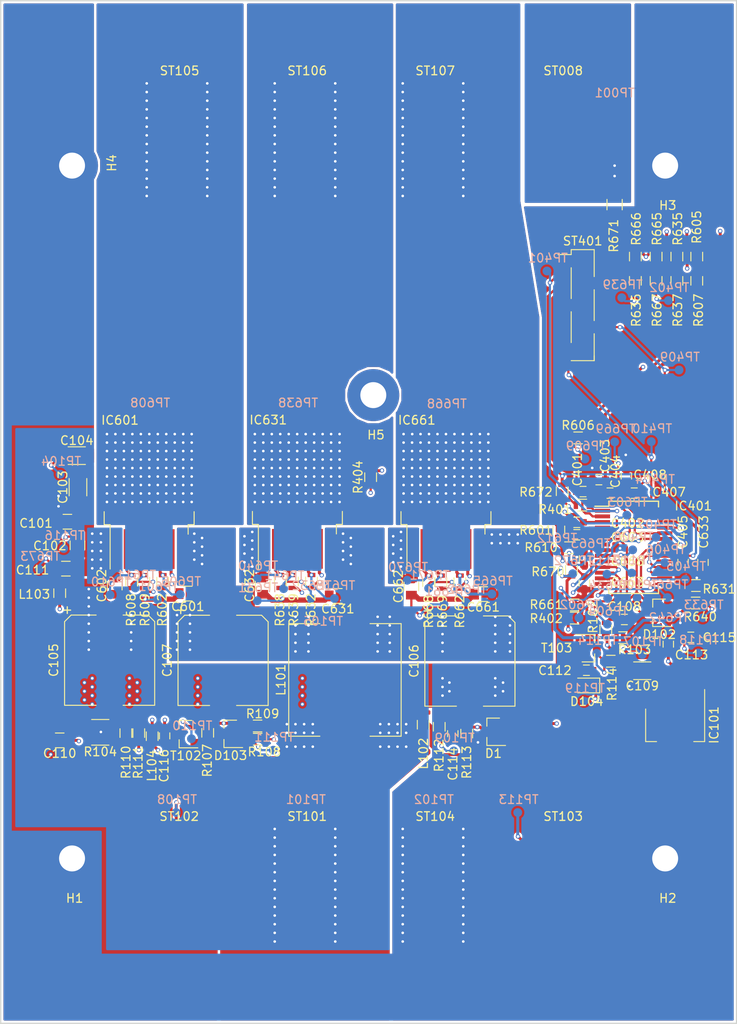
<source format=kicad_pcb>
(kicad_pcb (version 4) (host pcbnew 4.0.6)
  (layers (0 F.Cu signal) (1 In1.Cu signal) (2 In2.Cu signal) (31 B.Cu signal) (34 B.Paste user) (35 F.Paste user) (36 B.SilkS user) (37 F.SilkS user) (38 B.Mask user) (39 F.Mask user) (44 Edge.Cuts user))
  (net 0 "")
  (net 1 VBATT)
  (net 2 "Net-(C101-Pad2)")
  (net 3 Earth)
  (net 4 "Net-(C103-Pad2)")
  (net 5 VBATT_INT)
  (net 6 VBATT_SENSE)
  (net 7 5V)
  (net 8 DIAG)
  (net 9 "Net-(C111-Pad1)")
  (net 10 "Net-(C112-Pad1)")
  (net 11 "Net-(C113-Pad2)")
  (net 12 VBATT_2)
  (net 13 DIAG_MON)
  (net 14 "Net-(C116-Pad1)")
  (net 15 PH_1_V_SENSE)
  (net 16 PH_2_V_SENSE)
  (net 17 PH_SUM_SENSE)
  (net 18 PH_3_V_SENSE)
  (net 19 "Net-(C407-Pad2)")
  (net 20 "Net-(C407-Pad1)")
  (net 21 "Net-(C601-Pad2)")
  (net 22 PH_1_I_SENSE)
  (net 23 "Net-(C631-Pad2)")
  (net 24 PH_2_I_SENSE)
  (net 25 "Net-(C661-Pad2)")
  (net 26 PH_3_I_SENSE)
  (net 27 CMD_PIC)
  (net 28 "Net-(D103-Pad1)")
  (net 29 "Net-(D103-Pad3)")
  (net 30 "Net-(IC401-Pad1)")
  (net 31 "Net-(IC401-Pad9)")
  (net 32 DIAG_PIC)
  (net 33 PH_1_EN_FET)
  (net 34 PH_1_DIR_FET)
  (net 35 PH_2_EN_FET)
  (net 36 PH_3_EN_FET)
  (net 37 "Net-(IC401-Pad16)")
  (net 38 "Net-(IC401-Pad17)")
  (net 39 "Net-(IC401-Pad18)")
  (net 40 PH_3_DIR_FET)
  (net 41 PH_2_DIR_FET)
  (net 42 "Net-(IC401-Pad27)")
  (net 43 "Net-(IC401-Pad28)")
  (net 44 "Net-(IC601-Pad2)")
  (net 45 "Net-(IC601-Pad3)")
  (net 46 PH_1)
  (net 47 "Net-(IC601-Pad5)")
  (net 48 "Net-(IC601-Pad6)")
  (net 49 "Net-(IC631-Pad2)")
  (net 50 "Net-(IC631-Pad3)")
  (net 51 PH_2)
  (net 52 "Net-(IC631-Pad5)")
  (net 53 "Net-(IC631-Pad6)")
  (net 54 "Net-(IC661-Pad2)")
  (net 55 "Net-(IC661-Pad3)")
  (net 56 PH_3)
  (net 57 "Net-(IC661-Pad5)")
  (net 58 "Net-(IC661-Pad6)")
  (net 59 CMD)
  (net 60 "Net-(R107-Pad1)")
  (net 61 "Net-(R671-Pad1)")
  (net 62 "Net-(H5-Pad1)")
  (module hp-bldc-pcb:VIA_0.3mm (layer F.Cu) (at 177.9 56.7)
    (fp_text reference REF** hide)
    (fp_text value VIA_0.3mm hide)
    (pad 1 thru_hole circle (at 0 0) (size 0.5 0.5) (drill 0.3) (layers *.Cu *.Mask) (net 61 "Net-(R671-Pad1)"))
  )
  (module hp-bldc-pcb:VIA_0.3mm (layer F.Cu) (at 177.9 55.5)
    (fp_text reference REF** hide)
    (fp_text value VIA_0.3mm hide)
    (pad 1 thru_hole circle (at 0 0) (size 0.5 0.5) (drill 0.3) (layers *.Cu *.Mask) (net 61 "Net-(R671-Pad1)"))
  )
  (module hp-bldc-pcb:VIA_0.3mm (layer F.Cu) (at 122 107.4)
    (fp_text reference REF** hide)
    (fp_text value VIA_0.3mm hide)
    (pad 1 thru_hole circle (at 0 0) (size 0.5 0.5) (drill 0.3) (layers *.Cu *.Mask) (net 1 VBATT))
  )
  (module Capacitors_SMD:CP_Elec_10x10 (layer F.Cu) (at 119.51 112.61 270)
    (fp_text reference C105 (at 0 6.46 270) (layer F.SilkS))
    (fp_text value "330uF, 35V")
    (fp_text user + (at -5.78 4.97 270) (layer F.SilkS))
    (pad 1 smd rect (at -4 0 90) (size 4 2.5) (layers F.Cu F.Paste F.Mask) (net 1 VBATT))
    (pad 2 smd rect (at 4 0 90) (size 4 2.5) (layers F.Cu F.Paste F.Mask) (net 3 Earth))
  )
  (module hp-bldc-pcb:VIA_0.3mm (layer F.Cu) (at 166.7 99.1)
    (fp_text reference REF** hide)
    (fp_text value VIA_0.3mm hide)
    (pad 1 thru_hole circle (at 0 0) (size 0.5 0.5) (drill 0.3) (layers *.Cu *.Mask) (net 5 VBATT_INT))
  )
  (module hp-bldc-pcb:VIA_0.3mm (layer F.Cu) (at 166.7 98.1)
    (fp_text reference REF** hide)
    (fp_text value VIA_0.3mm hide)
    (pad 1 thru_hole circle (at 0 0) (size 0.5 0.5) (drill 0.3) (layers *.Cu *.Mask) (net 5 VBATT_INT))
  )
  (module hp-bldc-pcb:VIA_0.3mm (layer F.Cu) (at 165.7 99.1)
    (fp_text reference REF** hide)
    (fp_text value VIA_0.3mm hide)
    (pad 1 thru_hole circle (at 0 0) (size 0.5 0.5) (drill 0.3) (layers *.Cu *.Mask) (net 5 VBATT_INT))
  )
  (module hp-bldc-pcb:VIA_0.3mm (layer F.Cu) (at 165.7 98.1)
    (fp_text reference REF** hide)
    (fp_text value VIA_0.3mm hide)
    (pad 1 thru_hole circle (at 0 0) (size 0.5 0.5) (drill 0.3) (layers *.Cu *.Mask) (net 5 VBATT_INT))
  )
  (module hp-bldc-pcb:VIA_0.3mm (layer F.Cu) (at 164.7 99.1)
    (fp_text reference REF** hide)
    (fp_text value VIA_0.3mm hide)
    (pad 1 thru_hole circle (at 0 0) (size 0.5 0.5) (drill 0.3) (layers *.Cu *.Mask) (net 5 VBATT_INT))
  )
  (module hp-bldc-pcb:VIA_0.3mm (layer F.Cu) (at 164.7 98.1)
    (fp_text reference REF** hide)
    (fp_text value VIA_0.3mm hide)
    (pad 1 thru_hole circle (at 0 0) (size 0.5 0.5) (drill 0.3) (layers *.Cu *.Mask) (net 5 VBATT_INT))
  )
  (module hp-bldc-pcb:VIA_0.3mm (layer F.Cu) (at 163.7 99.1)
    (fp_text reference REF** hide)
    (fp_text value VIA_0.3mm hide)
    (pad 1 thru_hole circle (at 0 0) (size 0.5 0.5) (drill 0.3) (layers *.Cu *.Mask) (net 5 VBATT_INT))
  )
  (module hp-bldc-pcb:VIA_0.3mm (layer F.Cu) (at 163.7 98.1)
    (fp_text reference REF** hide)
    (fp_text value VIA_0.3mm hide)
    (pad 1 thru_hole circle (at 0 0) (size 0.5 0.5) (drill 0.3) (layers *.Cu *.Mask) (net 5 VBATT_INT))
  )
  (module hp-bldc-pcb:VIA_0.3mm (layer F.Cu) (at 147.4 100.5)
    (fp_text reference REF** hide)
    (fp_text value VIA_0.3mm hide)
    (pad 1 thru_hole circle (at 0 0) (size 0.5 0.5) (drill 0.3) (layers *.Cu *.Mask) (net 5 VBATT_INT))
  )
  (module hp-bldc-pcb:VIA_0.3mm (layer F.Cu) (at 147.4 99.5)
    (fp_text reference REF** hide)
    (fp_text value VIA_0.3mm hide)
    (pad 1 thru_hole circle (at 0 0) (size 0.5 0.5) (drill 0.3) (layers *.Cu *.Mask) (net 5 VBATT_INT))
  )
  (module hp-bldc-pcb:VIA_0.3mm (layer F.Cu) (at 147.4 101.5)
    (fp_text reference REF** hide)
    (fp_text value VIA_0.3mm hide)
    (pad 1 thru_hole circle (at 0 0) (size 0.5 0.5) (drill 0.3) (layers *.Cu *.Mask) (net 5 VBATT_INT))
  )
  (module hp-bldc-pcb:VIA_0.3mm (layer F.Cu) (at 147.4 98.5)
    (fp_text reference REF** hide)
    (fp_text value VIA_0.3mm hide)
    (pad 1 thru_hole circle (at 0 0) (size 0.5 0.5) (drill 0.3) (layers *.Cu *.Mask) (net 5 VBATT_INT))
  )
  (module hp-bldc-pcb:VIA_0.3mm (layer F.Cu) (at 146.5 101)
    (fp_text reference REF** hide)
    (fp_text value VIA_0.3mm hide)
    (pad 1 thru_hole circle (at 0 0) (size 0.5 0.5) (drill 0.3) (layers *.Cu *.Mask) (net 5 VBATT_INT))
  )
  (module hp-bldc-pcb:VIA_0.3mm (layer F.Cu) (at 146.5 100)
    (fp_text reference REF** hide)
    (fp_text value VIA_0.3mm hide)
    (pad 1 thru_hole circle (at 0 0) (size 0.5 0.5) (drill 0.3) (layers *.Cu *.Mask) (net 5 VBATT_INT))
  )
  (module hp-bldc-pcb:VIA_0.3mm (layer F.Cu) (at 146.5 99)
    (fp_text reference REF** hide)
    (fp_text value VIA_0.3mm hide)
    (pad 1 thru_hole circle (at 0 0) (size 0.5 0.5) (drill 0.3) (layers *.Cu *.Mask) (net 5 VBATT_INT))
  )
  (module hp-bldc-pcb:VIA_0.3mm (layer F.Cu) (at 146.5 98)
    (fp_text reference REF** hide)
    (fp_text value VIA_0.3mm hide)
    (pad 1 thru_hole circle (at 0 0) (size 0.5 0.5) (drill 0.3) (layers *.Cu *.Mask) (net 5 VBATT_INT))
  )
  (module hp-bldc-pcb:VIA_0.3mm (layer F.Cu) (at 130.2 101.5)
    (fp_text reference REF** hide)
    (fp_text value VIA_0.3mm hide)
    (pad 1 thru_hole circle (at 0 0) (size 0.5 0.5) (drill 0.3) (layers *.Cu *.Mask) (net 5 VBATT_INT))
  )
  (module hp-bldc-pcb:VIA_0.3mm (layer F.Cu) (at 130.2 100.5)
    (fp_text reference REF** hide)
    (fp_text value VIA_0.3mm hide)
    (pad 1 thru_hole circle (at 0 0) (size 0.5 0.5) (drill 0.3) (layers *.Cu *.Mask) (net 5 VBATT_INT))
  )
  (module hp-bldc-pcb:VIA_0.3mm (layer F.Cu) (at 130.2 99.5)
    (fp_text reference REF** hide)
    (fp_text value VIA_0.3mm hide)
    (pad 1 thru_hole circle (at 0 0) (size 0.5 0.5) (drill 0.3) (layers *.Cu *.Mask) (net 5 VBATT_INT))
  )
  (module hp-bldc-pcb:VIA_0.3mm (layer F.Cu) (at 130.2 98.5)
    (fp_text reference REF** hide)
    (fp_text value VIA_0.3mm hide)
    (pad 1 thru_hole circle (at 0 0) (size 0.5 0.5) (drill 0.3) (layers *.Cu *.Mask) (net 5 VBATT_INT))
  )
  (module hp-bldc-pcb:VIA_0.3mm (layer F.Cu) (at 129.3 101)
    (fp_text reference REF** hide)
    (fp_text value VIA_0.3mm hide)
    (pad 1 thru_hole circle (at 0 0) (size 0.5 0.5) (drill 0.3) (layers *.Cu *.Mask) (net 5 VBATT_INT))
  )
  (module hp-bldc-pcb:VIA_0.3mm (layer F.Cu) (at 129.3 100)
    (fp_text reference REF** hide)
    (fp_text value VIA_0.3mm hide)
    (pad 1 thru_hole circle (at 0 0) (size 0.5 0.5) (drill 0.3) (layers *.Cu *.Mask) (net 5 VBATT_INT))
  )
  (module hp-bldc-pcb:VIA_0.3mm (layer F.Cu) (at 129.3 99)
    (fp_text reference REF** hide)
    (fp_text value VIA_0.3mm hide)
    (pad 1 thru_hole circle (at 0 0) (size 0.5 0.5) (drill 0.3) (layers *.Cu *.Mask) (net 5 VBATT_INT))
  )
  (module hp-bldc-pcb:VIA_0.3mm (layer F.Cu) (at 129.3 98)
    (fp_text reference REF** hide)
    (fp_text value VIA_0.3mm hide)
    (pad 1 thru_hole circle (at 0 0) (size 0.5 0.5) (drill 0.3) (layers *.Cu *.Mask) (net 5 VBATT_INT))
  )
  (module hp-bldc-pcb:VIA_0.3mm (layer F.Cu) (at 152.3 102.3)
    (fp_text reference REF** hide)
    (fp_text value VIA_0.3mm hide)
    (pad 1 thru_hole circle (at 0 0) (size 0.5 0.5) (drill 0.3) (layers *.Cu *.Mask) (net 3 Earth))
  )
  (module hp-bldc-pcb:VIA_0.3mm (layer F.Cu) (at 152.3 101.3)
    (fp_text reference REF** hide)
    (fp_text value VIA_0.3mm hide)
    (pad 1 thru_hole circle (at 0 0) (size 0.5 0.5) (drill 0.3) (layers *.Cu *.Mask) (net 3 Earth))
  )
  (module hp-bldc-pcb:VIA_0.3mm (layer F.Cu) (at 152.3 100.3)
    (fp_text reference REF** hide)
    (fp_text value VIA_0.3mm hide)
    (pad 1 thru_hole circle (at 0 0) (size 0.5 0.5) (drill 0.3) (layers *.Cu *.Mask) (net 3 Earth))
  )
  (module hp-bldc-pcb:VIA_0.3mm (layer F.Cu) (at 152.3 99.3)
    (fp_text reference REF** hide)
    (fp_text value VIA_0.3mm hide)
    (pad 1 thru_hole circle (at 0 0) (size 0.5 0.5) (drill 0.3) (layers *.Cu *.Mask) (net 3 Earth))
  )
  (module hp-bldc-pcb:VIA_0.3mm (layer F.Cu) (at 152.3 98.3)
    (fp_text reference REF** hide)
    (fp_text value VIA_0.3mm hide)
    (pad 1 thru_hole circle (at 0 0) (size 0.5 0.5) (drill 0.3) (layers *.Cu *.Mask) (net 3 Earth))
  )
  (module hp-bldc-pcb:VIA_0.3mm (layer F.Cu) (at 117.5 102)
    (fp_text reference REF** hide)
    (fp_text value VIA_0.3mm hide)
    (pad 1 thru_hole circle (at 0 0) (size 0.5 0.5) (drill 0.3) (layers *.Cu *.Mask) (net 3 Earth))
  )
  (module hp-bldc-pcb:VIA_0.3mm (layer F.Cu) (at 117.5 101)
    (fp_text reference REF** hide)
    (fp_text value VIA_0.3mm hide)
    (pad 1 thru_hole circle (at 0 0) (size 0.5 0.5) (drill 0.3) (layers *.Cu *.Mask) (net 3 Earth))
  )
  (module hp-bldc-pcb:VIA_0.3mm (layer F.Cu) (at 117.5 100)
    (fp_text reference REF** hide)
    (fp_text value VIA_0.3mm hide)
    (pad 1 thru_hole circle (at 0 0) (size 0.5 0.5) (drill 0.3) (layers *.Cu *.Mask) (net 3 Earth))
  )
  (module hp-bldc-pcb:VIA_0.3mm (layer F.Cu) (at 117.5 99)
    (fp_text reference REF** hide)
    (fp_text value VIA_0.3mm hide)
    (pad 1 thru_hole circle (at 0 0) (size 0.5 0.5) (drill 0.3) (layers *.Cu *.Mask) (net 3 Earth))
  )
  (module hp-bldc-pcb:VIA_0.3mm (layer F.Cu) (at 117.5 98)
    (fp_text reference REF** hide)
    (fp_text value VIA_0.3mm hide)
    (pad 1 thru_hole circle (at 0 0) (size 0.5 0.5) (drill 0.3) (layers *.Cu *.Mask) (net 3 Earth))
  )
  (module hp-bldc-pcb:VIA_0.3mm (layer F.Cu) (at 135.1 102.3)
    (fp_text reference REF** hide)
    (fp_text value VIA_0.3mm hide)
    (pad 1 thru_hole circle (at 0 0) (size 0.5 0.5) (drill 0.3) (layers *.Cu *.Mask) (net 3 Earth))
  )
  (module hp-bldc-pcb:VIA_0.3mm (layer F.Cu) (at 135.1 101.3)
    (fp_text reference REF** hide)
    (fp_text value VIA_0.3mm hide)
    (pad 1 thru_hole circle (at 0 0) (size 0.5 0.5) (drill 0.3) (layers *.Cu *.Mask) (net 3 Earth))
  )
  (module hp-bldc-pcb:VIA_0.3mm (layer F.Cu) (at 135.1 100.3)
    (fp_text reference REF** hide)
    (fp_text value VIA_0.3mm hide)
    (pad 1 thru_hole circle (at 0 0) (size 0.5 0.5) (drill 0.3) (layers *.Cu *.Mask) (net 3 Earth))
  )
  (module hp-bldc-pcb:VIA_0.3mm (layer F.Cu) (at 135.1 99.3)
    (fp_text reference REF** hide)
    (fp_text value VIA_0.3mm hide)
    (pad 1 thru_hole circle (at 0 0) (size 0.5 0.5) (drill 0.3) (layers *.Cu *.Mask) (net 3 Earth))
  )
  (module hp-bldc-pcb:VIA_0.3mm (layer F.Cu) (at 135.1 98.3)
    (fp_text reference REF** hide)
    (fp_text value VIA_0.3mm hide)
    (pad 1 thru_hole circle (at 0 0) (size 0.5 0.5) (drill 0.3) (layers *.Cu *.Mask) (net 3 Earth))
  )
  (module hp-bldc-pcb:VIA_0.3mm (layer F.Cu) (at 136 97.8)
    (fp_text reference REF** hide)
    (fp_text value VIA_0.3mm hide)
    (pad 1 thru_hole circle (at 0 0) (size 0.5 0.5) (drill 0.3) (layers *.Cu *.Mask) (net 3 Earth))
  )
  (module hp-bldc-pcb:VIA_0.3mm (layer F.Cu) (at 160.4 145.1)
    (fp_text reference REF** hide)
    (fp_text value VIA_0.3mm hide)
    (pad 1 thru_hole circle (at 0 0) (size 0.5 0.5) (drill 0.3) (layers *.Cu *.Mask) (net 3 Earth))
  )
  (module hp-bldc-pcb:VIA_0.3mm (layer F.Cu) (at 153.4 145.1)
    (fp_text reference REF** hide)
    (fp_text value VIA_0.3mm hide)
    (pad 1 thru_hole circle (at 0 0) (size 0.5 0.5) (drill 0.3) (layers *.Cu *.Mask) (net 3 Earth))
  )
  (module hp-bldc-pcb:VIA_0.3mm (layer F.Cu) (at 160.4 144.1)
    (fp_text reference REF** hide)
    (fp_text value VIA_0.3mm hide)
    (pad 1 thru_hole circle (at 0 0) (size 0.5 0.5) (drill 0.3) (layers *.Cu *.Mask) (net 3 Earth))
  )
  (module hp-bldc-pcb:VIA_0.3mm (layer F.Cu) (at 153.4 144.1)
    (fp_text reference REF** hide)
    (fp_text value VIA_0.3mm hide)
    (pad 1 thru_hole circle (at 0 0) (size 0.5 0.5) (drill 0.3) (layers *.Cu *.Mask) (net 3 Earth))
  )
  (module hp-bldc-pcb:VIA_0.3mm (layer F.Cu) (at 160.4 143.1)
    (fp_text reference REF** hide)
    (fp_text value VIA_0.3mm hide)
    (pad 1 thru_hole circle (at 0 0) (size 0.5 0.5) (drill 0.3) (layers *.Cu *.Mask) (net 3 Earth))
  )
  (module hp-bldc-pcb:VIA_0.3mm (layer F.Cu) (at 153.4 143.1)
    (fp_text reference REF** hide)
    (fp_text value VIA_0.3mm hide)
    (pad 1 thru_hole circle (at 0 0) (size 0.5 0.5) (drill 0.3) (layers *.Cu *.Mask) (net 3 Earth))
  )
  (module hp-bldc-pcb:VIA_0.3mm (layer F.Cu) (at 160.4 142.1)
    (fp_text reference REF** hide)
    (fp_text value VIA_0.3mm hide)
    (pad 1 thru_hole circle (at 0 0) (size 0.5 0.5) (drill 0.3) (layers *.Cu *.Mask) (net 3 Earth))
  )
  (module hp-bldc-pcb:VIA_0.3mm (layer F.Cu) (at 153.4 142.1)
    (fp_text reference REF** hide)
    (fp_text value VIA_0.3mm hide)
    (pad 1 thru_hole circle (at 0 0) (size 0.5 0.5) (drill 0.3) (layers *.Cu *.Mask) (net 3 Earth))
  )
  (module hp-bldc-pcb:VIA_0.3mm (layer F.Cu) (at 160.4 141.1)
    (fp_text reference REF** hide)
    (fp_text value VIA_0.3mm hide)
    (pad 1 thru_hole circle (at 0 0) (size 0.5 0.5) (drill 0.3) (layers *.Cu *.Mask) (net 3 Earth))
  )
  (module hp-bldc-pcb:VIA_0.3mm (layer F.Cu) (at 153.4 141.1)
    (fp_text reference REF** hide)
    (fp_text value VIA_0.3mm hide)
    (pad 1 thru_hole circle (at 0 0) (size 0.5 0.5) (drill 0.3) (layers *.Cu *.Mask) (net 3 Earth))
  )
  (module hp-bldc-pcb:VIA_0.3mm (layer F.Cu) (at 160.4 140.1)
    (fp_text reference REF** hide)
    (fp_text value VIA_0.3mm hide)
    (pad 1 thru_hole circle (at 0 0) (size 0.5 0.5) (drill 0.3) (layers *.Cu *.Mask) (net 3 Earth))
  )
  (module hp-bldc-pcb:VIA_0.3mm (layer F.Cu) (at 153.4 140.1)
    (fp_text reference REF** hide)
    (fp_text value VIA_0.3mm hide)
    (pad 1 thru_hole circle (at 0 0) (size 0.5 0.5) (drill 0.3) (layers *.Cu *.Mask) (net 3 Earth))
  )
  (module hp-bldc-pcb:VIA_0.3mm (layer F.Cu) (at 160.4 139.1)
    (fp_text reference REF** hide)
    (fp_text value VIA_0.3mm hide)
    (pad 1 thru_hole circle (at 0 0) (size 0.5 0.5) (drill 0.3) (layers *.Cu *.Mask) (net 3 Earth))
  )
  (module hp-bldc-pcb:VIA_0.3mm (layer F.Cu) (at 153.4 139.1)
    (fp_text reference REF** hide)
    (fp_text value VIA_0.3mm hide)
    (pad 1 thru_hole circle (at 0 0) (size 0.5 0.5) (drill 0.3) (layers *.Cu *.Mask) (net 3 Earth))
  )
  (module hp-bldc-pcb:VIA_0.3mm (layer F.Cu) (at 160.4 138.1)
    (fp_text reference REF** hide)
    (fp_text value VIA_0.3mm hide)
    (pad 1 thru_hole circle (at 0 0) (size 0.5 0.5) (drill 0.3) (layers *.Cu *.Mask) (net 3 Earth))
  )
  (module hp-bldc-pcb:VIA_0.3mm (layer F.Cu) (at 153.4 138.1)
    (fp_text reference REF** hide)
    (fp_text value VIA_0.3mm hide)
    (pad 1 thru_hole circle (at 0 0) (size 0.5 0.5) (drill 0.3) (layers *.Cu *.Mask) (net 3 Earth))
  )
  (module hp-bldc-pcb:VIA_0.3mm (layer F.Cu) (at 160.4 137.1)
    (fp_text reference REF** hide)
    (fp_text value VIA_0.3mm hide)
    (pad 1 thru_hole circle (at 0 0) (size 0.5 0.5) (drill 0.3) (layers *.Cu *.Mask) (net 3 Earth))
  )
  (module hp-bldc-pcb:VIA_0.3mm (layer F.Cu) (at 153.4 137.1)
    (fp_text reference REF** hide)
    (fp_text value VIA_0.3mm hide)
    (pad 1 thru_hole circle (at 0 0) (size 0.5 0.5) (drill 0.3) (layers *.Cu *.Mask) (net 3 Earth))
  )
  (module hp-bldc-pcb:VIA_0.3mm (layer F.Cu) (at 160.4 136.1)
    (fp_text reference REF** hide)
    (fp_text value VIA_0.3mm hide)
    (pad 1 thru_hole circle (at 0 0) (size 0.5 0.5) (drill 0.3) (layers *.Cu *.Mask) (net 3 Earth))
  )
  (module hp-bldc-pcb:VIA_0.3mm (layer F.Cu) (at 153.4 136.1)
    (fp_text reference REF** hide)
    (fp_text value VIA_0.3mm hide)
    (pad 1 thru_hole circle (at 0 0) (size 0.5 0.5) (drill 0.3) (layers *.Cu *.Mask) (net 3 Earth))
  )
  (module hp-bldc-pcb:VIA_0.3mm (layer F.Cu) (at 160.4 135.1)
    (fp_text reference REF** hide)
    (fp_text value VIA_0.3mm hide)
    (pad 1 thru_hole circle (at 0 0) (size 0.5 0.5) (drill 0.3) (layers *.Cu *.Mask) (net 3 Earth))
  )
  (module hp-bldc-pcb:VIA_0.3mm (layer F.Cu) (at 153.4 135.1)
    (fp_text reference REF** hide)
    (fp_text value VIA_0.3mm hide)
    (pad 1 thru_hole circle (at 0 0) (size 0.5 0.5) (drill 0.3) (layers *.Cu *.Mask) (net 3 Earth))
  )
  (module hp-bldc-pcb:VIA_0.3mm (layer F.Cu) (at 160.4 134.1)
    (fp_text reference REF** hide)
    (fp_text value VIA_0.3mm hide)
    (pad 1 thru_hole circle (at 0 0) (size 0.5 0.5) (drill 0.3) (layers *.Cu *.Mask) (net 3 Earth))
  )
  (module hp-bldc-pcb:VIA_0.3mm (layer F.Cu) (at 153.4 134.1)
    (fp_text reference REF** hide)
    (fp_text value VIA_0.3mm hide)
    (pad 1 thru_hole circle (at 0 0) (size 0.5 0.5) (drill 0.3) (layers *.Cu *.Mask) (net 3 Earth))
  )
  (module hp-bldc-pcb:VIA_0.3mm (layer F.Cu) (at 160.4 133.1)
    (fp_text reference REF** hide)
    (fp_text value VIA_0.3mm hide)
    (pad 1 thru_hole circle (at 0 0) (size 0.5 0.5) (drill 0.3) (layers *.Cu *.Mask) (net 3 Earth))
  )
  (module hp-bldc-pcb:VIA_0.3mm (layer F.Cu) (at 153.4 133.1)
    (fp_text reference REF** hide)
    (fp_text value VIA_0.3mm hide)
    (pad 1 thru_hole circle (at 0 0) (size 0.5 0.5) (drill 0.3) (layers *.Cu *.Mask) (net 3 Earth))
  )
  (module hp-bldc-pcb:VIA_0.3mm (layer F.Cu) (at 160.4 132.1)
    (fp_text reference REF** hide)
    (fp_text value VIA_0.3mm hide)
    (pad 1 thru_hole circle (at 0 0) (size 0.5 0.5) (drill 0.3) (layers *.Cu *.Mask) (net 3 Earth))
  )
  (module hp-bldc-pcb:VIA_0.3mm (layer F.Cu) (at 153.4 132.1)
    (fp_text reference REF** hide)
    (fp_text value VIA_0.3mm hide)
    (pad 1 thru_hole circle (at 0 0) (size 0.5 0.5) (drill 0.3) (layers *.Cu *.Mask) (net 3 Earth))
  )
  (module hp-bldc-pcb:VIA_0.3mm (layer F.Cu) (at 145.6 145.1)
    (fp_text reference REF** hide)
    (fp_text value VIA_0.3mm hide)
    (pad 1 thru_hole circle (at 0 0) (size 0.5 0.5) (drill 0.3) (layers *.Cu *.Mask) (net 1 VBATT))
  )
  (module hp-bldc-pcb:VIA_0.3mm (layer F.Cu) (at 138.6 145.1)
    (fp_text reference REF** hide)
    (fp_text value VIA_0.3mm hide)
    (pad 1 thru_hole circle (at 0 0) (size 0.5 0.5) (drill 0.3) (layers *.Cu *.Mask) (net 1 VBATT))
  )
  (module hp-bldc-pcb:VIA_0.3mm (layer F.Cu) (at 145.6 144.1)
    (fp_text reference REF** hide)
    (fp_text value VIA_0.3mm hide)
    (pad 1 thru_hole circle (at 0 0) (size 0.5 0.5) (drill 0.3) (layers *.Cu *.Mask) (net 1 VBATT))
  )
  (module hp-bldc-pcb:VIA_0.3mm (layer F.Cu) (at 138.6 144.1)
    (fp_text reference REF** hide)
    (fp_text value VIA_0.3mm hide)
    (pad 1 thru_hole circle (at 0 0) (size 0.5 0.5) (drill 0.3) (layers *.Cu *.Mask) (net 1 VBATT))
  )
  (module hp-bldc-pcb:VIA_0.3mm (layer F.Cu) (at 145.6 143.1)
    (fp_text reference REF** hide)
    (fp_text value VIA_0.3mm hide)
    (pad 1 thru_hole circle (at 0 0) (size 0.5 0.5) (drill 0.3) (layers *.Cu *.Mask) (net 1 VBATT))
  )
  (module hp-bldc-pcb:VIA_0.3mm (layer F.Cu) (at 138.6 143.1)
    (fp_text reference REF** hide)
    (fp_text value VIA_0.3mm hide)
    (pad 1 thru_hole circle (at 0 0) (size 0.5 0.5) (drill 0.3) (layers *.Cu *.Mask) (net 1 VBATT))
  )
  (module hp-bldc-pcb:VIA_0.3mm (layer F.Cu) (at 145.6 142.1)
    (fp_text reference REF** hide)
    (fp_text value VIA_0.3mm hide)
    (pad 1 thru_hole circle (at 0 0) (size 0.5 0.5) (drill 0.3) (layers *.Cu *.Mask) (net 1 VBATT))
  )
  (module hp-bldc-pcb:VIA_0.3mm (layer F.Cu) (at 138.6 142.1)
    (fp_text reference REF** hide)
    (fp_text value VIA_0.3mm hide)
    (pad 1 thru_hole circle (at 0 0) (size 0.5 0.5) (drill 0.3) (layers *.Cu *.Mask) (net 1 VBATT))
  )
  (module hp-bldc-pcb:VIA_0.3mm (layer F.Cu) (at 145.6 141.1)
    (fp_text reference REF** hide)
    (fp_text value VIA_0.3mm hide)
    (pad 1 thru_hole circle (at 0 0) (size 0.5 0.5) (drill 0.3) (layers *.Cu *.Mask) (net 1 VBATT))
  )
  (module hp-bldc-pcb:VIA_0.3mm (layer F.Cu) (at 138.6 141.1)
    (fp_text reference REF** hide)
    (fp_text value VIA_0.3mm hide)
    (pad 1 thru_hole circle (at 0 0) (size 0.5 0.5) (drill 0.3) (layers *.Cu *.Mask) (net 1 VBATT))
  )
  (module hp-bldc-pcb:VIA_0.3mm (layer F.Cu) (at 145.6 140.1)
    (fp_text reference REF** hide)
    (fp_text value VIA_0.3mm hide)
    (pad 1 thru_hole circle (at 0 0) (size 0.5 0.5) (drill 0.3) (layers *.Cu *.Mask) (net 1 VBATT))
  )
  (module hp-bldc-pcb:VIA_0.3mm (layer F.Cu) (at 138.6 140.1)
    (fp_text reference REF** hide)
    (fp_text value VIA_0.3mm hide)
    (pad 1 thru_hole circle (at 0 0) (size 0.5 0.5) (drill 0.3) (layers *.Cu *.Mask) (net 1 VBATT))
  )
  (module hp-bldc-pcb:VIA_0.3mm (layer F.Cu) (at 145.6 139.1)
    (fp_text reference REF** hide)
    (fp_text value VIA_0.3mm hide)
    (pad 1 thru_hole circle (at 0 0) (size 0.5 0.5) (drill 0.3) (layers *.Cu *.Mask) (net 1 VBATT))
  )
  (module hp-bldc-pcb:VIA_0.3mm (layer F.Cu) (at 138.6 139.1)
    (fp_text reference REF** hide)
    (fp_text value VIA_0.3mm hide)
    (pad 1 thru_hole circle (at 0 0) (size 0.5 0.5) (drill 0.3) (layers *.Cu *.Mask) (net 1 VBATT))
  )
  (module hp-bldc-pcb:VIA_0.3mm (layer F.Cu) (at 145.6 138.1)
    (fp_text reference REF** hide)
    (fp_text value VIA_0.3mm hide)
    (pad 1 thru_hole circle (at 0 0) (size 0.5 0.5) (drill 0.3) (layers *.Cu *.Mask) (net 1 VBATT))
  )
  (module hp-bldc-pcb:VIA_0.3mm (layer F.Cu) (at 138.6 138.1)
    (fp_text reference REF** hide)
    (fp_text value VIA_0.3mm hide)
    (pad 1 thru_hole circle (at 0 0) (size 0.5 0.5) (drill 0.3) (layers *.Cu *.Mask) (net 1 VBATT))
  )
  (module hp-bldc-pcb:VIA_0.3mm (layer F.Cu) (at 145.6 137.1)
    (fp_text reference REF** hide)
    (fp_text value VIA_0.3mm hide)
    (pad 1 thru_hole circle (at 0 0) (size 0.5 0.5) (drill 0.3) (layers *.Cu *.Mask) (net 1 VBATT))
  )
  (module hp-bldc-pcb:VIA_0.3mm (layer F.Cu) (at 138.6 137.1)
    (fp_text reference REF** hide)
    (fp_text value VIA_0.3mm hide)
    (pad 1 thru_hole circle (at 0 0) (size 0.5 0.5) (drill 0.3) (layers *.Cu *.Mask) (net 1 VBATT))
  )
  (module hp-bldc-pcb:VIA_0.3mm (layer F.Cu) (at 145.6 136.1)
    (fp_text reference REF** hide)
    (fp_text value VIA_0.3mm hide)
    (pad 1 thru_hole circle (at 0 0) (size 0.5 0.5) (drill 0.3) (layers *.Cu *.Mask) (net 1 VBATT))
  )
  (module hp-bldc-pcb:VIA_0.3mm (layer F.Cu) (at 138.6 136.1)
    (fp_text reference REF** hide)
    (fp_text value VIA_0.3mm hide)
    (pad 1 thru_hole circle (at 0 0) (size 0.5 0.5) (drill 0.3) (layers *.Cu *.Mask) (net 1 VBATT))
  )
  (module hp-bldc-pcb:VIA_0.3mm (layer F.Cu) (at 145.6 135.1)
    (fp_text reference REF** hide)
    (fp_text value VIA_0.3mm hide)
    (pad 1 thru_hole circle (at 0 0) (size 0.5 0.5) (drill 0.3) (layers *.Cu *.Mask) (net 1 VBATT))
  )
  (module hp-bldc-pcb:VIA_0.3mm (layer F.Cu) (at 138.6 135.1)
    (fp_text reference REF** hide)
    (fp_text value VIA_0.3mm hide)
    (pad 1 thru_hole circle (at 0 0) (size 0.5 0.5) (drill 0.3) (layers *.Cu *.Mask) (net 1 VBATT))
  )
  (module hp-bldc-pcb:VIA_0.3mm (layer F.Cu) (at 145.6 134.1)
    (fp_text reference REF** hide)
    (fp_text value VIA_0.3mm hide)
    (pad 1 thru_hole circle (at 0 0) (size 0.5 0.5) (drill 0.3) (layers *.Cu *.Mask) (net 1 VBATT))
  )
  (module hp-bldc-pcb:VIA_0.3mm (layer F.Cu) (at 138.6 134.1)
    (fp_text reference REF** hide)
    (fp_text value VIA_0.3mm hide)
    (pad 1 thru_hole circle (at 0 0) (size 0.5 0.5) (drill 0.3) (layers *.Cu *.Mask) (net 1 VBATT))
  )
  (module hp-bldc-pcb:VIA_0.3mm (layer F.Cu) (at 145.6 133.1)
    (fp_text reference REF** hide)
    (fp_text value VIA_0.3mm hide)
    (pad 1 thru_hole circle (at 0 0) (size 0.5 0.5) (drill 0.3) (layers *.Cu *.Mask) (net 1 VBATT))
  )
  (module hp-bldc-pcb:VIA_0.3mm (layer F.Cu) (at 138.6 133.1)
    (fp_text reference REF** hide)
    (fp_text value VIA_0.3mm hide)
    (pad 1 thru_hole circle (at 0 0) (size 0.5 0.5) (drill 0.3) (layers *.Cu *.Mask) (net 1 VBATT))
  )
  (module hp-bldc-pcb:VIA_0.3mm (layer F.Cu) (at 145.6 132.1)
    (fp_text reference REF** hide)
    (fp_text value VIA_0.3mm hide)
    (pad 1 thru_hole circle (at 0 0) (size 0.5 0.5) (drill 0.3) (layers *.Cu *.Mask) (net 1 VBATT))
  )
  (module hp-bldc-pcb:VIA_0.3mm (layer F.Cu) (at 138.6 132.1)
    (fp_text reference REF** hide)
    (fp_text value VIA_0.3mm hide)
    (pad 1 thru_hole circle (at 0 0) (size 0.5 0.5) (drill 0.3) (layers *.Cu *.Mask) (net 1 VBATT))
  )
  (module hp-bldc-pcb:VIA_0.3mm (layer F.Cu) (at 160.4 59)
    (fp_text reference REF** hide)
    (fp_text value VIA_0.3mm hide)
    (pad 1 thru_hole circle (at 0 0) (size 0.5 0.5) (drill 0.3) (layers *.Cu *.Mask) (net 56 PH_3))
  )
  (module hp-bldc-pcb:VIA_0.3mm (layer F.Cu) (at 153.4 59)
    (fp_text reference REF** hide)
    (fp_text value VIA_0.3mm hide)
    (pad 1 thru_hole circle (at 0 0) (size 0.5 0.5) (drill 0.3) (layers *.Cu *.Mask) (net 56 PH_3))
  )
  (module hp-bldc-pcb:VIA_0.3mm (layer F.Cu) (at 160.4 58)
    (fp_text reference REF** hide)
    (fp_text value VIA_0.3mm hide)
    (pad 1 thru_hole circle (at 0 0) (size 0.5 0.5) (drill 0.3) (layers *.Cu *.Mask) (net 56 PH_3))
  )
  (module hp-bldc-pcb:VIA_0.3mm (layer F.Cu) (at 153.4 58)
    (fp_text reference REF** hide)
    (fp_text value VIA_0.3mm hide)
    (pad 1 thru_hole circle (at 0 0) (size 0.5 0.5) (drill 0.3) (layers *.Cu *.Mask) (net 56 PH_3))
  )
  (module hp-bldc-pcb:VIA_0.3mm (layer F.Cu) (at 160.4 57)
    (fp_text reference REF** hide)
    (fp_text value VIA_0.3mm hide)
    (pad 1 thru_hole circle (at 0 0) (size 0.5 0.5) (drill 0.3) (layers *.Cu *.Mask) (net 56 PH_3))
  )
  (module hp-bldc-pcb:VIA_0.3mm (layer F.Cu) (at 153.4 57)
    (fp_text reference REF** hide)
    (fp_text value VIA_0.3mm hide)
    (pad 1 thru_hole circle (at 0 0) (size 0.5 0.5) (drill 0.3) (layers *.Cu *.Mask) (net 56 PH_3))
  )
  (module hp-bldc-pcb:VIA_0.3mm (layer F.Cu) (at 160.4 56)
    (fp_text reference REF** hide)
    (fp_text value VIA_0.3mm hide)
    (pad 1 thru_hole circle (at 0 0) (size 0.5 0.5) (drill 0.3) (layers *.Cu *.Mask) (net 56 PH_3))
  )
  (module hp-bldc-pcb:VIA_0.3mm (layer F.Cu) (at 153.4 56)
    (fp_text reference REF** hide)
    (fp_text value VIA_0.3mm hide)
    (pad 1 thru_hole circle (at 0 0) (size 0.5 0.5) (drill 0.3) (layers *.Cu *.Mask) (net 56 PH_3))
  )
  (module hp-bldc-pcb:VIA_0.3mm (layer F.Cu) (at 160.4 55)
    (fp_text reference REF** hide)
    (fp_text value VIA_0.3mm hide)
    (pad 1 thru_hole circle (at 0 0) (size 0.5 0.5) (drill 0.3) (layers *.Cu *.Mask) (net 56 PH_3))
  )
  (module hp-bldc-pcb:VIA_0.3mm (layer F.Cu) (at 153.4 55)
    (fp_text reference REF** hide)
    (fp_text value VIA_0.3mm hide)
    (pad 1 thru_hole circle (at 0 0) (size 0.5 0.5) (drill 0.3) (layers *.Cu *.Mask) (net 56 PH_3))
  )
  (module hp-bldc-pcb:VIA_0.3mm (layer F.Cu) (at 160.4 54)
    (fp_text reference REF** hide)
    (fp_text value VIA_0.3mm hide)
    (pad 1 thru_hole circle (at 0 0) (size 0.5 0.5) (drill 0.3) (layers *.Cu *.Mask) (net 56 PH_3))
  )
  (module hp-bldc-pcb:VIA_0.3mm (layer F.Cu) (at 153.4 54)
    (fp_text reference REF** hide)
    (fp_text value VIA_0.3mm hide)
    (pad 1 thru_hole circle (at 0 0) (size 0.5 0.5) (drill 0.3) (layers *.Cu *.Mask) (net 56 PH_3))
  )
  (module hp-bldc-pcb:VIA_0.3mm (layer F.Cu) (at 160.4 53)
    (fp_text reference REF** hide)
    (fp_text value VIA_0.3mm hide)
    (pad 1 thru_hole circle (at 0 0) (size 0.5 0.5) (drill 0.3) (layers *.Cu *.Mask) (net 56 PH_3))
  )
  (module hp-bldc-pcb:VIA_0.3mm (layer F.Cu) (at 153.4 53)
    (fp_text reference REF** hide)
    (fp_text value VIA_0.3mm hide)
    (pad 1 thru_hole circle (at 0 0) (size 0.5 0.5) (drill 0.3) (layers *.Cu *.Mask) (net 56 PH_3))
  )
  (module hp-bldc-pcb:VIA_0.3mm (layer F.Cu) (at 160.4 52)
    (fp_text reference REF** hide)
    (fp_text value VIA_0.3mm hide)
    (pad 1 thru_hole circle (at 0 0) (size 0.5 0.5) (drill 0.3) (layers *.Cu *.Mask) (net 56 PH_3))
  )
  (module hp-bldc-pcb:VIA_0.3mm (layer F.Cu) (at 153.4 52)
    (fp_text reference REF** hide)
    (fp_text value VIA_0.3mm hide)
    (pad 1 thru_hole circle (at 0 0) (size 0.5 0.5) (drill 0.3) (layers *.Cu *.Mask) (net 56 PH_3))
  )
  (module hp-bldc-pcb:VIA_0.3mm (layer F.Cu) (at 160.4 51)
    (fp_text reference REF** hide)
    (fp_text value VIA_0.3mm hide)
    (pad 1 thru_hole circle (at 0 0) (size 0.5 0.5) (drill 0.3) (layers *.Cu *.Mask) (net 56 PH_3))
  )
  (module hp-bldc-pcb:VIA_0.3mm (layer F.Cu) (at 153.4 51)
    (fp_text reference REF** hide)
    (fp_text value VIA_0.3mm hide)
    (pad 1 thru_hole circle (at 0 0) (size 0.5 0.5) (drill 0.3) (layers *.Cu *.Mask) (net 56 PH_3))
  )
  (module hp-bldc-pcb:VIA_0.3mm (layer F.Cu) (at 160.4 50)
    (fp_text reference REF** hide)
    (fp_text value VIA_0.3mm hide)
    (pad 1 thru_hole circle (at 0 0) (size 0.5 0.5) (drill 0.3) (layers *.Cu *.Mask) (net 56 PH_3))
  )
  (module hp-bldc-pcb:VIA_0.3mm (layer F.Cu) (at 153.4 50)
    (fp_text reference REF** hide)
    (fp_text value VIA_0.3mm hide)
    (pad 1 thru_hole circle (at 0 0) (size 0.5 0.5) (drill 0.3) (layers *.Cu *.Mask) (net 56 PH_3))
  )
  (module hp-bldc-pcb:VIA_0.3mm (layer F.Cu) (at 160.4 49)
    (fp_text reference REF** hide)
    (fp_text value VIA_0.3mm hide)
    (pad 1 thru_hole circle (at 0 0) (size 0.5 0.5) (drill 0.3) (layers *.Cu *.Mask) (net 56 PH_3))
  )
  (module hp-bldc-pcb:VIA_0.3mm (layer F.Cu) (at 153.4 49)
    (fp_text reference REF** hide)
    (fp_text value VIA_0.3mm hide)
    (pad 1 thru_hole circle (at 0 0) (size 0.5 0.5) (drill 0.3) (layers *.Cu *.Mask) (net 56 PH_3))
  )
  (module hp-bldc-pcb:VIA_0.3mm (layer F.Cu) (at 160.4 48)
    (fp_text reference REF** hide)
    (fp_text value VIA_0.3mm hide)
    (pad 1 thru_hole circle (at 0 0) (size 0.5 0.5) (drill 0.3) (layers *.Cu *.Mask) (net 56 PH_3))
  )
  (module hp-bldc-pcb:VIA_0.3mm (layer F.Cu) (at 153.4 48)
    (fp_text reference REF** hide)
    (fp_text value VIA_0.3mm hide)
    (pad 1 thru_hole circle (at 0 0) (size 0.5 0.5) (drill 0.3) (layers *.Cu *.Mask) (net 56 PH_3))
  )
  (module hp-bldc-pcb:VIA_0.3mm (layer F.Cu) (at 160.4 47)
    (fp_text reference REF** hide)
    (fp_text value VIA_0.3mm hide)
    (pad 1 thru_hole circle (at 0 0) (size 0.5 0.5) (drill 0.3) (layers *.Cu *.Mask) (net 56 PH_3))
  )
  (module hp-bldc-pcb:VIA_0.3mm (layer F.Cu) (at 153.4 47)
    (fp_text reference REF** hide)
    (fp_text value VIA_0.3mm hide)
    (pad 1 thru_hole circle (at 0 0) (size 0.5 0.5) (drill 0.3) (layers *.Cu *.Mask) (net 56 PH_3))
  )
  (module hp-bldc-pcb:VIA_0.3mm (layer F.Cu) (at 160.4 46)
    (fp_text reference REF** hide)
    (fp_text value VIA_0.3mm hide)
    (pad 1 thru_hole circle (at 0 0) (size 0.5 0.5) (drill 0.3) (layers *.Cu *.Mask) (net 56 PH_3))
  )
  (module hp-bldc-pcb:VIA_0.3mm (layer F.Cu) (at 153.4 46)
    (fp_text reference REF** hide)
    (fp_text value VIA_0.3mm hide)
    (pad 1 thru_hole circle (at 0 0) (size 0.5 0.5) (drill 0.3) (layers *.Cu *.Mask) (net 56 PH_3))
  )
  (module hp-bldc-pcb:VIA_0.3mm (layer F.Cu) (at 145.6 59)
    (fp_text reference REF** hide)
    (fp_text value VIA_0.3mm hide)
    (pad 1 thru_hole circle (at 0 0) (size 0.5 0.5) (drill 0.3) (layers *.Cu *.Mask) (net 51 PH_2))
  )
  (module hp-bldc-pcb:VIA_0.3mm (layer F.Cu) (at 138.6 59)
    (fp_text reference REF** hide)
    (fp_text value VIA_0.3mm hide)
    (pad 1 thru_hole circle (at 0 0) (size 0.5 0.5) (drill 0.3) (layers *.Cu *.Mask) (net 51 PH_2))
  )
  (module hp-bldc-pcb:VIA_0.3mm (layer F.Cu) (at 145.6 58)
    (fp_text reference REF** hide)
    (fp_text value VIA_0.3mm hide)
    (pad 1 thru_hole circle (at 0 0) (size 0.5 0.5) (drill 0.3) (layers *.Cu *.Mask) (net 51 PH_2))
  )
  (module hp-bldc-pcb:VIA_0.3mm (layer F.Cu) (at 138.6 58)
    (fp_text reference REF** hide)
    (fp_text value VIA_0.3mm hide)
    (pad 1 thru_hole circle (at 0 0) (size 0.5 0.5) (drill 0.3) (layers *.Cu *.Mask) (net 51 PH_2))
  )
  (module hp-bldc-pcb:VIA_0.3mm (layer F.Cu) (at 145.6 57)
    (fp_text reference REF** hide)
    (fp_text value VIA_0.3mm hide)
    (pad 1 thru_hole circle (at 0 0) (size 0.5 0.5) (drill 0.3) (layers *.Cu *.Mask) (net 51 PH_2))
  )
  (module hp-bldc-pcb:VIA_0.3mm (layer F.Cu) (at 138.6 57)
    (fp_text reference REF** hide)
    (fp_text value VIA_0.3mm hide)
    (pad 1 thru_hole circle (at 0 0) (size 0.5 0.5) (drill 0.3) (layers *.Cu *.Mask) (net 51 PH_2))
  )
  (module hp-bldc-pcb:VIA_0.3mm (layer F.Cu) (at 145.6 56)
    (fp_text reference REF** hide)
    (fp_text value VIA_0.3mm hide)
    (pad 1 thru_hole circle (at 0 0) (size 0.5 0.5) (drill 0.3) (layers *.Cu *.Mask) (net 51 PH_2))
  )
  (module hp-bldc-pcb:VIA_0.3mm (layer F.Cu) (at 138.6 56)
    (fp_text reference REF** hide)
    (fp_text value VIA_0.3mm hide)
    (pad 1 thru_hole circle (at 0 0) (size 0.5 0.5) (drill 0.3) (layers *.Cu *.Mask) (net 51 PH_2))
  )
  (module hp-bldc-pcb:VIA_0.3mm (layer F.Cu) (at 145.6 55)
    (fp_text reference REF** hide)
    (fp_text value VIA_0.3mm hide)
    (pad 1 thru_hole circle (at 0 0) (size 0.5 0.5) (drill 0.3) (layers *.Cu *.Mask) (net 51 PH_2))
  )
  (module hp-bldc-pcb:VIA_0.3mm (layer F.Cu) (at 138.6 55)
    (fp_text reference REF** hide)
    (fp_text value VIA_0.3mm hide)
    (pad 1 thru_hole circle (at 0 0) (size 0.5 0.5) (drill 0.3) (layers *.Cu *.Mask) (net 51 PH_2))
  )
  (module hp-bldc-pcb:VIA_0.3mm (layer F.Cu) (at 145.6 54)
    (fp_text reference REF** hide)
    (fp_text value VIA_0.3mm hide)
    (pad 1 thru_hole circle (at 0 0) (size 0.5 0.5) (drill 0.3) (layers *.Cu *.Mask) (net 51 PH_2))
  )
  (module hp-bldc-pcb:VIA_0.3mm (layer F.Cu) (at 138.6 54)
    (fp_text reference REF** hide)
    (fp_text value VIA_0.3mm hide)
    (pad 1 thru_hole circle (at 0 0) (size 0.5 0.5) (drill 0.3) (layers *.Cu *.Mask) (net 51 PH_2))
  )
  (module hp-bldc-pcb:VIA_0.3mm (layer F.Cu) (at 145.6 53)
    (fp_text reference REF** hide)
    (fp_text value VIA_0.3mm hide)
    (pad 1 thru_hole circle (at 0 0) (size 0.5 0.5) (drill 0.3) (layers *.Cu *.Mask) (net 51 PH_2))
  )
  (module hp-bldc-pcb:VIA_0.3mm (layer F.Cu) (at 138.6 53)
    (fp_text reference REF** hide)
    (fp_text value VIA_0.3mm hide)
    (pad 1 thru_hole circle (at 0 0) (size 0.5 0.5) (drill 0.3) (layers *.Cu *.Mask) (net 51 PH_2))
  )
  (module hp-bldc-pcb:VIA_0.3mm (layer F.Cu) (at 145.6 52)
    (fp_text reference REF** hide)
    (fp_text value VIA_0.3mm hide)
    (pad 1 thru_hole circle (at 0 0) (size 0.5 0.5) (drill 0.3) (layers *.Cu *.Mask) (net 51 PH_2))
  )
  (module hp-bldc-pcb:VIA_0.3mm (layer F.Cu) (at 138.6 52)
    (fp_text reference REF** hide)
    (fp_text value VIA_0.3mm hide)
    (pad 1 thru_hole circle (at 0 0) (size 0.5 0.5) (drill 0.3) (layers *.Cu *.Mask) (net 51 PH_2))
  )
  (module hp-bldc-pcb:VIA_0.3mm (layer F.Cu) (at 145.6 51)
    (fp_text reference REF** hide)
    (fp_text value VIA_0.3mm hide)
    (pad 1 thru_hole circle (at 0 0) (size 0.5 0.5) (drill 0.3) (layers *.Cu *.Mask) (net 51 PH_2))
  )
  (module hp-bldc-pcb:VIA_0.3mm (layer F.Cu) (at 138.6 51)
    (fp_text reference REF** hide)
    (fp_text value VIA_0.3mm hide)
    (pad 1 thru_hole circle (at 0 0) (size 0.5 0.5) (drill 0.3) (layers *.Cu *.Mask) (net 51 PH_2))
  )
  (module hp-bldc-pcb:VIA_0.3mm (layer F.Cu) (at 145.6 50)
    (fp_text reference REF** hide)
    (fp_text value VIA_0.3mm hide)
    (pad 1 thru_hole circle (at 0 0) (size 0.5 0.5) (drill 0.3) (layers *.Cu *.Mask) (net 51 PH_2))
  )
  (module hp-bldc-pcb:VIA_0.3mm (layer F.Cu) (at 138.6 50)
    (fp_text reference REF** hide)
    (fp_text value VIA_0.3mm hide)
    (pad 1 thru_hole circle (at 0 0) (size 0.5 0.5) (drill 0.3) (layers *.Cu *.Mask) (net 51 PH_2))
  )
  (module hp-bldc-pcb:VIA_0.3mm (layer F.Cu) (at 145.6 49)
    (fp_text reference REF** hide)
    (fp_text value VIA_0.3mm hide)
    (pad 1 thru_hole circle (at 0 0) (size 0.5 0.5) (drill 0.3) (layers *.Cu *.Mask) (net 51 PH_2))
  )
  (module hp-bldc-pcb:VIA_0.3mm (layer F.Cu) (at 138.6 49)
    (fp_text reference REF** hide)
    (fp_text value VIA_0.3mm hide)
    (pad 1 thru_hole circle (at 0 0) (size 0.5 0.5) (drill 0.3) (layers *.Cu *.Mask) (net 51 PH_2))
  )
  (module hp-bldc-pcb:VIA_0.3mm (layer F.Cu) (at 145.6 48)
    (fp_text reference REF** hide)
    (fp_text value VIA_0.3mm hide)
    (pad 1 thru_hole circle (at 0 0) (size 0.5 0.5) (drill 0.3) (layers *.Cu *.Mask) (net 51 PH_2))
  )
  (module hp-bldc-pcb:VIA_0.3mm (layer F.Cu) (at 138.6 48)
    (fp_text reference REF** hide)
    (fp_text value VIA_0.3mm hide)
    (pad 1 thru_hole circle (at 0 0) (size 0.5 0.5) (drill 0.3) (layers *.Cu *.Mask) (net 51 PH_2))
  )
  (module hp-bldc-pcb:VIA_0.3mm (layer F.Cu) (at 145.6 47)
    (fp_text reference REF** hide)
    (fp_text value VIA_0.3mm hide)
    (pad 1 thru_hole circle (at 0 0) (size 0.5 0.5) (drill 0.3) (layers *.Cu *.Mask) (net 51 PH_2))
  )
  (module hp-bldc-pcb:VIA_0.3mm (layer F.Cu) (at 138.6 47)
    (fp_text reference REF** hide)
    (fp_text value VIA_0.3mm hide)
    (pad 1 thru_hole circle (at 0 0) (size 0.5 0.5) (drill 0.3) (layers *.Cu *.Mask) (net 51 PH_2))
  )
  (module hp-bldc-pcb:VIA_0.3mm (layer F.Cu) (at 145.6 46)
    (fp_text reference REF** hide)
    (fp_text value VIA_0.3mm hide)
    (pad 1 thru_hole circle (at 0 0) (size 0.5 0.5) (drill 0.3) (layers *.Cu *.Mask) (net 51 PH_2))
  )
  (module hp-bldc-pcb:VIA_0.3mm (layer F.Cu) (at 138.6 46)
    (fp_text reference REF** hide)
    (fp_text value VIA_0.3mm hide)
    (pad 1 thru_hole circle (at 0 0) (size 0.5 0.5) (drill 0.3) (layers *.Cu *.Mask) (net 51 PH_2))
  )
  (module hp-bldc-pcb:VIA_0.3mm (layer F.Cu) (at 130.8 59)
    (fp_text reference REF** hide)
    (fp_text value VIA_0.3mm hide)
    (pad 1 thru_hole circle (at 0 0) (size 0.5 0.5) (drill 0.3) (layers *.Cu *.Mask) (net 46 PH_1))
  )
  (module hp-bldc-pcb:VIA_0.3mm (layer F.Cu) (at 123.8 59)
    (fp_text reference REF** hide)
    (fp_text value VIA_0.3mm hide)
    (pad 1 thru_hole circle (at 0 0) (size 0.5 0.5) (drill 0.3) (layers *.Cu *.Mask) (net 46 PH_1))
  )
  (module hp-bldc-pcb:VIA_0.3mm (layer F.Cu) (at 130.8 58)
    (fp_text reference REF** hide)
    (fp_text value VIA_0.3mm hide)
    (pad 1 thru_hole circle (at 0 0) (size 0.5 0.5) (drill 0.3) (layers *.Cu *.Mask) (net 46 PH_1))
  )
  (module hp-bldc-pcb:VIA_0.3mm (layer F.Cu) (at 123.8 58)
    (fp_text reference REF** hide)
    (fp_text value VIA_0.3mm hide)
    (pad 1 thru_hole circle (at 0 0) (size 0.5 0.5) (drill 0.3) (layers *.Cu *.Mask) (net 46 PH_1))
  )
  (module hp-bldc-pcb:VIA_0.3mm (layer F.Cu) (at 130.8 57)
    (fp_text reference REF** hide)
    (fp_text value VIA_0.3mm hide)
    (pad 1 thru_hole circle (at 0 0) (size 0.5 0.5) (drill 0.3) (layers *.Cu *.Mask) (net 46 PH_1))
  )
  (module hp-bldc-pcb:VIA_0.3mm (layer F.Cu) (at 123.8 57)
    (fp_text reference REF** hide)
    (fp_text value VIA_0.3mm hide)
    (pad 1 thru_hole circle (at 0 0) (size 0.5 0.5) (drill 0.3) (layers *.Cu *.Mask) (net 46 PH_1))
  )
  (module hp-bldc-pcb:VIA_0.3mm (layer F.Cu) (at 130.8 56)
    (fp_text reference REF** hide)
    (fp_text value VIA_0.3mm hide)
    (pad 1 thru_hole circle (at 0 0) (size 0.5 0.5) (drill 0.3) (layers *.Cu *.Mask) (net 46 PH_1))
  )
  (module hp-bldc-pcb:VIA_0.3mm (layer F.Cu) (at 123.8 56)
    (fp_text reference REF** hide)
    (fp_text value VIA_0.3mm hide)
    (pad 1 thru_hole circle (at 0 0) (size 0.5 0.5) (drill 0.3) (layers *.Cu *.Mask) (net 46 PH_1))
  )
  (module hp-bldc-pcb:VIA_0.3mm (layer F.Cu) (at 130.8 55)
    (fp_text reference REF** hide)
    (fp_text value VIA_0.3mm hide)
    (pad 1 thru_hole circle (at 0 0) (size 0.5 0.5) (drill 0.3) (layers *.Cu *.Mask) (net 46 PH_1))
  )
  (module hp-bldc-pcb:VIA_0.3mm (layer F.Cu) (at 123.8 55)
    (fp_text reference REF** hide)
    (fp_text value VIA_0.3mm hide)
    (pad 1 thru_hole circle (at 0 0) (size 0.5 0.5) (drill 0.3) (layers *.Cu *.Mask) (net 46 PH_1))
  )
  (module hp-bldc-pcb:VIA_0.3mm (layer F.Cu) (at 130.8 54)
    (fp_text reference REF** hide)
    (fp_text value VIA_0.3mm hide)
    (pad 1 thru_hole circle (at 0 0) (size 0.5 0.5) (drill 0.3) (layers *.Cu *.Mask) (net 46 PH_1))
  )
  (module hp-bldc-pcb:VIA_0.3mm (layer F.Cu) (at 123.8 54)
    (fp_text reference REF** hide)
    (fp_text value VIA_0.3mm hide)
    (pad 1 thru_hole circle (at 0 0) (size 0.5 0.5) (drill 0.3) (layers *.Cu *.Mask) (net 46 PH_1))
  )
  (module hp-bldc-pcb:VIA_0.3mm (layer F.Cu) (at 130.8 53)
    (fp_text reference REF** hide)
    (fp_text value VIA_0.3mm hide)
    (pad 1 thru_hole circle (at 0 0) (size 0.5 0.5) (drill 0.3) (layers *.Cu *.Mask) (net 46 PH_1))
  )
  (module hp-bldc-pcb:VIA_0.3mm (layer F.Cu) (at 123.8 53)
    (fp_text reference REF** hide)
    (fp_text value VIA_0.3mm hide)
    (pad 1 thru_hole circle (at 0 0) (size 0.5 0.5) (drill 0.3) (layers *.Cu *.Mask) (net 46 PH_1))
  )
  (module hp-bldc-pcb:VIA_0.3mm (layer F.Cu) (at 130.8 52)
    (fp_text reference REF** hide)
    (fp_text value VIA_0.3mm hide)
    (pad 1 thru_hole circle (at 0 0) (size 0.5 0.5) (drill 0.3) (layers *.Cu *.Mask) (net 46 PH_1))
  )
  (module hp-bldc-pcb:VIA_0.3mm (layer F.Cu) (at 123.8 52)
    (fp_text reference REF** hide)
    (fp_text value VIA_0.3mm hide)
    (pad 1 thru_hole circle (at 0 0) (size 0.5 0.5) (drill 0.3) (layers *.Cu *.Mask) (net 46 PH_1))
  )
  (module hp-bldc-pcb:VIA_0.3mm (layer F.Cu) (at 130.8 51)
    (fp_text reference REF** hide)
    (fp_text value VIA_0.3mm hide)
    (pad 1 thru_hole circle (at 0 0) (size 0.5 0.5) (drill 0.3) (layers *.Cu *.Mask) (net 46 PH_1))
  )
  (module hp-bldc-pcb:VIA_0.3mm (layer F.Cu) (at 123.8 51)
    (fp_text reference REF** hide)
    (fp_text value VIA_0.3mm hide)
    (pad 1 thru_hole circle (at 0 0) (size 0.5 0.5) (drill 0.3) (layers *.Cu *.Mask) (net 46 PH_1))
  )
  (module hp-bldc-pcb:VIA_0.3mm (layer F.Cu) (at 130.8 50)
    (fp_text reference REF** hide)
    (fp_text value VIA_0.3mm hide)
    (pad 1 thru_hole circle (at 0 0) (size 0.5 0.5) (drill 0.3) (layers *.Cu *.Mask) (net 46 PH_1))
  )
  (module hp-bldc-pcb:VIA_0.3mm (layer F.Cu) (at 123.8 50)
    (fp_text reference REF** hide)
    (fp_text value VIA_0.3mm hide)
    (pad 1 thru_hole circle (at 0 0) (size 0.5 0.5) (drill 0.3) (layers *.Cu *.Mask) (net 46 PH_1))
  )
  (module hp-bldc-pcb:VIA_0.3mm (layer F.Cu) (at 130.8 49)
    (fp_text reference REF** hide)
    (fp_text value VIA_0.3mm hide)
    (pad 1 thru_hole circle (at 0 0) (size 0.5 0.5) (drill 0.3) (layers *.Cu *.Mask) (net 46 PH_1))
  )
  (module hp-bldc-pcb:VIA_0.3mm (layer F.Cu) (at 123.8 49)
    (fp_text reference REF** hide)
    (fp_text value VIA_0.3mm hide)
    (pad 1 thru_hole circle (at 0 0) (size 0.5 0.5) (drill 0.3) (layers *.Cu *.Mask) (net 46 PH_1))
  )
  (module hp-bldc-pcb:VIA_0.3mm (layer F.Cu) (at 130.8 48)
    (fp_text reference REF** hide)
    (fp_text value VIA_0.3mm hide)
    (pad 1 thru_hole circle (at 0 0) (size 0.5 0.5) (drill 0.3) (layers *.Cu *.Mask) (net 46 PH_1))
  )
  (module hp-bldc-pcb:VIA_0.3mm (layer F.Cu) (at 123.8 48)
    (fp_text reference REF** hide)
    (fp_text value VIA_0.3mm hide)
    (pad 1 thru_hole circle (at 0 0) (size 0.5 0.5) (drill 0.3) (layers *.Cu *.Mask) (net 46 PH_1))
  )
  (module hp-bldc-pcb:VIA_0.3mm (layer F.Cu) (at 130.8 47)
    (fp_text reference REF** hide)
    (fp_text value VIA_0.3mm hide)
    (pad 1 thru_hole circle (at 0 0) (size 0.5 0.5) (drill 0.3) (layers *.Cu *.Mask) (net 46 PH_1))
  )
  (module hp-bldc-pcb:VIA_0.3mm (layer F.Cu) (at 123.8 47)
    (fp_text reference REF** hide)
    (fp_text value VIA_0.3mm hide)
    (pad 1 thru_hole circle (at 0 0) (size 0.5 0.5) (drill 0.3) (layers *.Cu *.Mask) (net 46 PH_1))
  )
  (module hp-bldc-pcb:VIA_0.3mm (layer F.Cu) (at 130.8 46)
    (fp_text reference REF** hide)
    (fp_text value VIA_0.3mm hide)
    (pad 1 thru_hole circle (at 0 0) (size 0.5 0.5) (drill 0.3) (layers *.Cu *.Mask) (net 46 PH_1))
  )
  (module hp-bldc-pcb:VIA_0.3mm (layer F.Cu) (at 123.8 46)
    (fp_text reference REF** hide)
    (fp_text value VIA_0.3mm hide)
    (pad 1 thru_hole circle (at 0 0) (size 0.5 0.5) (drill 0.3) (layers *.Cu *.Mask) (net 46 PH_1))
  )
  (module hp-bldc-pcb:VIA_0.3mm (layer F.Cu) (at 122 111.4)
    (fp_text reference REF** hide)
    (fp_text value VIA_0.3mm hide)
    (pad 1 thru_hole circle (at 0 0) (size 0.5 0.5) (drill 0.3) (layers *.Cu *.Mask) (net 1 VBATT))
  )
  (module hp-bldc-pcb:VIA_0.3mm (layer F.Cu) (at 122 110.4)
    (fp_text reference REF** hide)
    (fp_text value VIA_0.3mm hide)
    (pad 1 thru_hole circle (at 0 0) (size 0.5 0.5) (drill 0.3) (layers *.Cu *.Mask) (net 1 VBATT))
  )
  (module hp-bldc-pcb:VIA_0.3mm (layer F.Cu) (at 122 109.4)
    (fp_text reference REF** hide)
    (fp_text value VIA_0.3mm hide)
    (pad 1 thru_hole circle (at 0 0) (size 0.5 0.5) (drill 0.3) (layers *.Cu *.Mask) (net 1 VBATT))
  )
  (module hp-bldc-pcb:VIA_0.3mm (layer F.Cu) (at 122 108.4)
    (fp_text reference REF** hide)
    (fp_text value VIA_0.3mm hide)
    (pad 1 thru_hole circle (at 0 0) (size 0.5 0.5) (drill 0.3) (layers *.Cu *.Mask) (net 1 VBATT))
  )
  (module hp-bldc-pcb:VIA_0.3mm (layer F.Cu) (at 179.6 115.6)
    (fp_text reference REF** hide)
    (fp_text value VIA_0.3mm hide)
    (pad 1 thru_hole circle (at 0 0) (size 0.5 0.5) (drill 0.3) (layers *.Cu *.Mask) (net 3 Earth))
  )
  (module hp-bldc-pcb:VIA_0.3mm (layer F.Cu) (at 180.8 110)
    (fp_text reference REF** hide)
    (fp_text value VIA_0.3mm hide)
    (pad 1 thru_hole circle (at 0 0) (size 0.5 0.5) (drill 0.3) (layers *.Cu *.Mask) (net 3 Earth))
  )
  (module hp-bldc-pcb:VIA_0.3mm (layer F.Cu) (at 175 108.8)
    (fp_text reference REF** hide)
    (fp_text value VIA_0.3mm hide)
    (pad 1 thru_hole circle (at 0 0) (size 0.5 0.5) (drill 0.3) (layers *.Cu *.Mask) (net 3 Earth))
  )
  (module hp-bldc-pcb:VIA_0.3mm (layer F.Cu) (at 179.19 88.9)
    (fp_text reference REF** hide)
    (fp_text value VIA_0.3mm hide)
    (pad 1 thru_hole circle (at 0 0) (size 0.5 0.5) (drill 0.3) (layers *.Cu *.Mask) (net 3 Earth))
  )
  (module hp-bldc-pcb:VIA_0.3mm (layer F.Cu) (at 175.31 90.41)
    (fp_text reference REF** hide)
    (fp_text value VIA_0.3mm hide)
    (pad 1 thru_hole circle (at 0 0) (size 0.5 0.5) (drill 0.3) (layers *.Cu *.Mask) (net 3 Earth))
  )
  (module hp-bldc-pcb:VIA_0.3mm (layer F.Cu) (at 173.55 100.7)
    (fp_text reference REF** hide)
    (fp_text value VIA_0.3mm hide)
    (pad 1 thru_hole circle (at 0 0) (size 0.5 0.5) (drill 0.3) (layers *.Cu *.Mask) (net 3 Earth))
  )
  (module hp-bldc-pcb:VIA_0.3mm (layer F.Cu) (at 178.53 99.69)
    (fp_text reference REF** hide)
    (fp_text value VIA_0.3mm hide)
    (pad 1 thru_hole circle (at 0 0) (size 0.5 0.5) (drill 0.3) (layers *.Cu *.Mask) (net 3 Earth))
  )
  (module hp-bldc-pcb:VIA_0.3mm (layer F.Cu) (at 187.4 103.1)
    (fp_text reference REF** hide)
    (fp_text value VIA_0.3mm hide)
    (pad 1 thru_hole circle (at 0 0) (size 0.5 0.5) (drill 0.3) (layers *.Cu *.Mask) (net 3 Earth))
  )
  (module hp-bldc-pcb:VIA_0.3mm (layer F.Cu) (at 185.5 108.3)
    (fp_text reference REF** hide)
    (fp_text value VIA_0.3mm hide)
    (pad 1 thru_hole circle (at 0 0) (size 0.5 0.5) (drill 0.3) (layers *.Cu *.Mask) (net 3 Earth))
  )
  (module hp-bldc-pcb:VIA_0.3mm (layer F.Cu) (at 162.1 122.1)
    (fp_text reference REF** hide)
    (fp_text value VIA_0.3mm hide)
    (pad 1 thru_hole circle (at 0 0) (size 0.5 0.5) (drill 0.3) (layers *.Cu *.Mask) (net 3 Earth))
  )
  (module hp-bldc-pcb:VIA_0.3mm (layer F.Cu) (at 132.7 119.9)
    (fp_text reference REF** hide)
    (fp_text value VIA_0.3mm hide)
    (pad 1 thru_hole circle (at 0 0) (size 0.5 0.5) (drill 0.3) (layers *.Cu *.Mask) (net 3 Earth))
  )
  (module hp-bldc-pcb:VIA_0.3mm (layer F.Cu) (at 165 116.2)
    (fp_text reference REF** hide)
    (fp_text value VIA_0.3mm hide)
    (pad 1 thru_hole circle (at 0 0) (size 0.5 0.5) (drill 0.3) (layers *.Cu *.Mask) (net 3 Earth))
  )
  (module hp-bldc-pcb:VIA_0.3mm (layer F.Cu) (at 165 115.2)
    (fp_text reference REF** hide)
    (fp_text value VIA_0.3mm hide)
    (pad 1 thru_hole circle (at 0 0) (size 0.5 0.5) (drill 0.3) (layers *.Cu *.Mask) (net 3 Earth))
  )
  (module hp-bldc-pcb:VIA_0.3mm (layer F.Cu) (at 164.1 116.7)
    (fp_text reference REF** hide)
    (fp_text value VIA_0.3mm hide)
    (pad 1 thru_hole circle (at 0 0) (size 0.5 0.5) (drill 0.3) (layers *.Cu *.Mask) (net 3 Earth))
  )
  (module hp-bldc-pcb:VIA_0.3mm (layer F.Cu) (at 164.1 115.7)
    (fp_text reference REF** hide)
    (fp_text value VIA_0.3mm hide)
    (pad 1 thru_hole circle (at 0 0) (size 0.5 0.5) (drill 0.3) (layers *.Cu *.Mask) (net 3 Earth))
  )
  (module hp-bldc-pcb:VIA_0.3mm (layer F.Cu) (at 164.1 114.7)
    (fp_text reference REF** hide)
    (fp_text value VIA_0.3mm hide)
    (pad 1 thru_hole circle (at 0 0) (size 0.5 0.5) (drill 0.3) (layers *.Cu *.Mask) (net 3 Earth))
  )
  (module hp-bldc-pcb:VIA_0.3mm (layer F.Cu) (at 158.8 116.2)
    (fp_text reference REF** hide)
    (fp_text value VIA_0.3mm hide)
    (pad 1 thru_hole circle (at 0 0) (size 0.5 0.5) (drill 0.3) (layers *.Cu *.Mask) (net 3 Earth))
  )
  (module hp-bldc-pcb:VIA_0.3mm (layer F.Cu) (at 158.8 115.2)
    (fp_text reference REF** hide)
    (fp_text value VIA_0.3mm hide)
    (pad 1 thru_hole circle (at 0 0) (size 0.5 0.5) (drill 0.3) (layers *.Cu *.Mask) (net 3 Earth))
  )
  (module hp-bldc-pcb:VIA_0.3mm (layer F.Cu) (at 158 116.7)
    (fp_text reference REF** hide)
    (fp_text value VIA_0.3mm hide)
    (pad 1 thru_hole circle (at 0 0) (size 0.5 0.5) (drill 0.3) (layers *.Cu *.Mask) (net 3 Earth))
  )
  (module hp-bldc-pcb:VIA_0.3mm (layer F.Cu) (at 158 115.7)
    (fp_text reference REF** hide)
    (fp_text value VIA_0.3mm hide)
    (pad 1 thru_hole circle (at 0 0) (size 0.5 0.5) (drill 0.3) (layers *.Cu *.Mask) (net 3 Earth))
  )
  (module hp-bldc-pcb:VIA_0.3mm (layer F.Cu) (at 158 114.7)
    (fp_text reference REF** hide)
    (fp_text value VIA_0.3mm hide)
    (pad 1 thru_hole circle (at 0 0) (size 0.5 0.5) (drill 0.3) (layers *.Cu *.Mask) (net 3 Earth))
  )
  (module hp-bldc-pcb:VIA_0.3mm (layer F.Cu) (at 141.8 117.7)
    (fp_text reference REF** hide)
    (fp_text value VIA_0.3mm hide)
    (pad 1 thru_hole circle (at 0 0) (size 0.5 0.5) (drill 0.3) (layers *.Cu *.Mask) (net 3 Earth))
  )
  (module hp-bldc-pcb:VIA_0.3mm (layer F.Cu) (at 141.8 116.7)
    (fp_text reference REF** hide)
    (fp_text value VIA_0.3mm hide)
    (pad 1 thru_hole circle (at 0 0) (size 0.5 0.5) (drill 0.3) (layers *.Cu *.Mask) (net 3 Earth))
  )
  (module hp-bldc-pcb:VIA_0.3mm (layer F.Cu) (at 141.8 115.7)
    (fp_text reference REF** hide)
    (fp_text value VIA_0.3mm hide)
    (pad 1 thru_hole circle (at 0 0) (size 0.5 0.5) (drill 0.3) (layers *.Cu *.Mask) (net 3 Earth))
  )
  (module hp-bldc-pcb:VIA_0.3mm (layer F.Cu) (at 141.8 114.7)
    (fp_text reference REF** hide)
    (fp_text value VIA_0.3mm hide)
    (pad 1 thru_hole circle (at 0 0) (size 0.5 0.5) (drill 0.3) (layers *.Cu *.Mask) (net 3 Earth))
  )
  (module hp-bldc-pcb:VIA_0.3mm (layer F.Cu) (at 129.7 117.7)
    (fp_text reference REF** hide)
    (fp_text value VIA_0.3mm hide)
    (pad 1 thru_hole circle (at 0 0) (size 0.5 0.5) (drill 0.3) (layers *.Cu *.Mask) (net 3 Earth))
  )
  (module hp-bldc-pcb:VIA_0.3mm (layer F.Cu) (at 129.7 116.7)
    (fp_text reference REF** hide)
    (fp_text value VIA_0.3mm hide)
    (pad 1 thru_hole circle (at 0 0) (size 0.5 0.5) (drill 0.3) (layers *.Cu *.Mask) (net 3 Earth))
  )
  (module hp-bldc-pcb:VIA_0.3mm (layer F.Cu) (at 129.7 115.7)
    (fp_text reference REF** hide)
    (fp_text value VIA_0.3mm hide)
    (pad 1 thru_hole circle (at 0 0) (size 0.5 0.5) (drill 0.3) (layers *.Cu *.Mask) (net 3 Earth))
  )
  (module hp-bldc-pcb:VIA_0.3mm (layer F.Cu) (at 129.7 114.7)
    (fp_text reference REF** hide)
    (fp_text value VIA_0.3mm hide)
    (pad 1 thru_hole circle (at 0 0) (size 0.5 0.5) (drill 0.3) (layers *.Cu *.Mask) (net 3 Earth))
  )
  (module hp-bldc-pcb:VIA_0.3mm (layer F.Cu) (at 122.7 117.2)
    (fp_text reference REF** hide)
    (fp_text value VIA_0.3mm hide)
    (pad 1 thru_hole circle (at 0 0) (size 0.5 0.5) (drill 0.3) (layers *.Cu *.Mask) (net 3 Earth))
  )
  (module hp-bldc-pcb:VIA_0.3mm (layer F.Cu) (at 122.7 116.2)
    (fp_text reference REF** hide)
    (fp_text value VIA_0.3mm hide)
    (pad 1 thru_hole circle (at 0 0) (size 0.5 0.5) (drill 0.3) (layers *.Cu *.Mask) (net 3 Earth))
  )
  (module hp-bldc-pcb:VIA_0.3mm (layer F.Cu) (at 122.7 115.2)
    (fp_text reference REF** hide)
    (fp_text value VIA_0.3mm hide)
    (pad 1 thru_hole circle (at 0 0) (size 0.5 0.5) (drill 0.3) (layers *.Cu *.Mask) (net 3 Earth))
  )
  (module hp-bldc-pcb:VIA_0.3mm (layer F.Cu) (at 121.8 117.7)
    (fp_text reference REF** hide)
    (fp_text value VIA_0.3mm hide)
    (pad 1 thru_hole circle (at 0 0) (size 0.5 0.5) (drill 0.3) (layers *.Cu *.Mask) (net 3 Earth))
  )
  (module hp-bldc-pcb:VIA_0.3mm (layer F.Cu) (at 121.8 116.7)
    (fp_text reference REF** hide)
    (fp_text value VIA_0.3mm hide)
    (pad 1 thru_hole circle (at 0 0) (size 0.5 0.5) (drill 0.3) (layers *.Cu *.Mask) (net 3 Earth))
  )
  (module hp-bldc-pcb:VIA_0.3mm (layer F.Cu) (at 121.8 115.7)
    (fp_text reference REF** hide)
    (fp_text value VIA_0.3mm hide)
    (pad 1 thru_hole circle (at 0 0) (size 0.5 0.5) (drill 0.3) (layers *.Cu *.Mask) (net 3 Earth))
  )
  (module hp-bldc-pcb:VIA_0.3mm (layer F.Cu) (at 121.8 114.7)
    (fp_text reference REF** hide)
    (fp_text value VIA_0.3mm hide)
    (pad 1 thru_hole circle (at 0 0) (size 0.5 0.5) (drill 0.3) (layers *.Cu *.Mask) (net 3 Earth))
  )
  (module hp-bldc-pcb:VIA_0.3mm (layer F.Cu) (at 116.6 117.2)
    (fp_text reference REF** hide)
    (fp_text value VIA_0.3mm hide)
    (pad 1 thru_hole circle (at 0 0) (size 0.5 0.5) (drill 0.3) (layers *.Cu *.Mask) (net 3 Earth))
  )
  (module hp-bldc-pcb:VIA_0.3mm (layer F.Cu) (at 116.6 116.2)
    (fp_text reference REF** hide)
    (fp_text value VIA_0.3mm hide)
    (pad 1 thru_hole circle (at 0 0) (size 0.5 0.5) (drill 0.3) (layers *.Cu *.Mask) (net 3 Earth))
  )
  (module hp-bldc-pcb:VIA_0.3mm (layer F.Cu) (at 116.6 115.2)
    (fp_text reference REF** hide)
    (fp_text value VIA_0.3mm hide)
    (pad 1 thru_hole circle (at 0 0) (size 0.5 0.5) (drill 0.3) (layers *.Cu *.Mask) (net 3 Earth))
  )
  (module hp-bldc-pcb:VIA_0.3mm (layer F.Cu) (at 117.5 117.7)
    (fp_text reference REF** hide)
    (fp_text value VIA_0.3mm hide)
    (pad 1 thru_hole circle (at 0 0) (size 0.5 0.5) (drill 0.3) (layers *.Cu *.Mask) (net 3 Earth))
  )
  (module hp-bldc-pcb:VIA_0.3mm (layer F.Cu) (at 117.5 116.7)
    (fp_text reference REF** hide)
    (fp_text value VIA_0.3mm hide)
    (pad 1 thru_hole circle (at 0 0) (size 0.5 0.5) (drill 0.3) (layers *.Cu *.Mask) (net 3 Earth))
  )
  (module hp-bldc-pcb:VIA_0.3mm (layer F.Cu) (at 117.5 115.7)
    (fp_text reference REF** hide)
    (fp_text value VIA_0.3mm hide)
    (pad 1 thru_hole circle (at 0 0) (size 0.5 0.5) (drill 0.3) (layers *.Cu *.Mask) (net 3 Earth))
  )
  (module hp-bldc-pcb:VIA_0.3mm (layer F.Cu) (at 117.5 114.7)
    (fp_text reference REF** hide)
    (fp_text value VIA_0.3mm hide)
    (pad 1 thru_hole circle (at 0 0) (size 0.5 0.5) (drill 0.3) (layers *.Cu *.Mask) (net 3 Earth))
  )
  (module hp-bldc-pcb:VIA_0.3mm (layer F.Cu) (at 125.9 119.5)
    (fp_text reference REF** hide)
    (fp_text value VIA_0.3mm hide)
    (pad 1 thru_hole circle (at 0 0) (size 0.5 0.5) (drill 0.3) (layers *.Cu *.Mask) (net 3 Earth))
  )
  (module hp-bldc-pcb:VIA_0.3mm (layer F.Cu) (at 118.5 120.9)
    (fp_text reference REF** hide)
    (fp_text value VIA_0.3mm hide)
    (pad 1 thru_hole circle (at 0 0) (size 0.5 0.5) (drill 0.3) (layers *.Cu *.Mask) (net 1 VBATT))
  )
  (module hp-bldc-pcb:VIA_0.3mm (layer F.Cu) (at 112.7 123.5)
    (fp_text reference REF** hide)
    (fp_text value VIA_0.3mm hide)
    (pad 1 thru_hole circle (at 0 0) (size 0.5 0.5) (drill 0.3) (layers *.Cu *.Mask) (net 3 Earth))
  )
  (module hp-bldc-pcb:VIA_0.3mm (layer F.Cu) (at 160.76 103.57)
    (fp_text reference REF** hide)
    (fp_text value VIA_0.3mm hide)
    (pad 1 thru_hole circle (at 0 0) (size 0.5 0.5) (drill 0.3) (layers *.Cu *.Mask) (net 3 Earth))
  )
  (module hp-bldc-pcb:VIA_0.3mm (layer F.Cu) (at 143.8 103.6)
    (fp_text reference REF** hide)
    (fp_text value VIA_0.3mm hide)
    (pad 1 thru_hole circle (at 0 0) (size 0.5 0.5) (drill 0.3) (layers *.Cu *.Mask) (net 3 Earth))
  )
  (module hp-bldc-pcb:VIA_0.3mm (layer F.Cu) (at 126.7 103.8)
    (fp_text reference REF** hide)
    (fp_text value VIA_0.3mm hide)
    (pad 1 thru_hole circle (at 0 0) (size 0.5 0.5) (drill 0.3) (layers *.Cu *.Mask) (net 3 Earth))
  )
  (module hp-bldc-pcb:VIA_0.3mm (layer F.Cu) (at 165.8 111.6)
    (fp_text reference REF** hide)
    (fp_text value VIA_0.3mm hide)
    (pad 1 thru_hole circle (at 0 0) (size 0.5 0.5) (drill 0.3) (layers *.Cu *.Mask) (net 5 VBATT_INT))
  )
  (module hp-bldc-pcb:VIA_0.3mm (layer F.Cu) (at 165.8 110.6)
    (fp_text reference REF** hide)
    (fp_text value VIA_0.3mm hide)
    (pad 1 thru_hole circle (at 0 0) (size 0.5 0.5) (drill 0.3) (layers *.Cu *.Mask) (net 5 VBATT_INT))
  )
  (module hp-bldc-pcb:VIA_0.3mm (layer F.Cu) (at 165.8 109.6)
    (fp_text reference REF** hide)
    (fp_text value VIA_0.3mm hide)
    (pad 1 thru_hole circle (at 0 0) (size 0.5 0.5) (drill 0.3) (layers *.Cu *.Mask) (net 5 VBATT_INT))
  )
  (module hp-bldc-pcb:VIA_0.3mm (layer F.Cu) (at 165.8 108.6)
    (fp_text reference REF** hide)
    (fp_text value VIA_0.3mm hide)
    (pad 1 thru_hole circle (at 0 0) (size 0.5 0.5) (drill 0.3) (layers *.Cu *.Mask) (net 5 VBATT_INT))
  )
  (module hp-bldc-pcb:VIA_0.3mm (layer F.Cu) (at 165.8 107.6)
    (fp_text reference REF** hide)
    (fp_text value VIA_0.3mm hide)
    (pad 1 thru_hole circle (at 0 0) (size 0.5 0.5) (drill 0.3) (layers *.Cu *.Mask) (net 5 VBATT_INT))
  )
  (module hp-bldc-pcb:VIA_0.3mm (layer F.Cu) (at 153.8 122.6)
    (fp_text reference REF** hide)
    (fp_text value VIA_0.3mm hide)
    (pad 1 thru_hole circle (at 0 0) (size 0.5 0.5) (drill 0.3) (layers *.Cu *.Mask) (net 1 VBATT))
  )
  (module hp-bldc-pcb:VIA_0.3mm (layer F.Cu) (at 152.8 122.6)
    (fp_text reference REF** hide)
    (fp_text value VIA_0.3mm hide)
    (pad 1 thru_hole circle (at 0 0) (size 0.5 0.5) (drill 0.3) (layers *.Cu *.Mask) (net 1 VBATT))
  )
  (module hp-bldc-pcb:VIA_0.3mm (layer F.Cu) (at 151.8 122.6)
    (fp_text reference REF** hide)
    (fp_text value VIA_0.3mm hide)
    (pad 1 thru_hole circle (at 0 0) (size 0.5 0.5) (drill 0.3) (layers *.Cu *.Mask) (net 1 VBATT))
  )
  (module hp-bldc-pcb:VIA_0.3mm (layer F.Cu) (at 150.8 122.6)
    (fp_text reference REF** hide)
    (fp_text value VIA_0.3mm hide)
    (pad 1 thru_hole circle (at 0 0) (size 0.5 0.5) (drill 0.3) (layers *.Cu *.Mask) (net 1 VBATT))
  )
  (module hp-bldc-pcb:VIA_0.3mm (layer F.Cu) (at 153.8 121)
    (fp_text reference REF** hide)
    (fp_text value VIA_0.3mm hide)
    (pad 1 thru_hole circle (at 0 0) (size 0.5 0.5) (drill 0.3) (layers *.Cu *.Mask) (net 1 VBATT))
  )
  (module hp-bldc-pcb:VIA_0.3mm (layer F.Cu) (at 152.8 121)
    (fp_text reference REF** hide)
    (fp_text value VIA_0.3mm hide)
    (pad 1 thru_hole circle (at 0 0) (size 0.5 0.5) (drill 0.3) (layers *.Cu *.Mask) (net 1 VBATT))
  )
  (module hp-bldc-pcb:VIA_0.3mm (layer F.Cu) (at 151.8 121)
    (fp_text reference REF** hide)
    (fp_text value VIA_0.3mm hide)
    (pad 1 thru_hole circle (at 0 0) (size 0.5 0.5) (drill 0.3) (layers *.Cu *.Mask) (net 1 VBATT))
  )
  (module hp-bldc-pcb:VIA_0.3mm (layer F.Cu) (at 150.8 121)
    (fp_text reference REF** hide)
    (fp_text value VIA_0.3mm hide)
    (pad 1 thru_hole circle (at 0 0) (size 0.5 0.5) (drill 0.3) (layers *.Cu *.Mask) (net 1 VBATT))
  )
  (module hp-bldc-pcb:VIA_0.3mm (layer F.Cu) (at 153.8 120)
    (fp_text reference REF** hide)
    (fp_text value VIA_0.3mm hide)
    (pad 1 thru_hole circle (at 0 0) (size 0.5 0.5) (drill 0.3) (layers *.Cu *.Mask) (net 1 VBATT))
  )
  (module hp-bldc-pcb:VIA_0.3mm (layer F.Cu) (at 152.8 120)
    (fp_text reference REF** hide)
    (fp_text value VIA_0.3mm hide)
    (pad 1 thru_hole circle (at 0 0) (size 0.5 0.5) (drill 0.3) (layers *.Cu *.Mask) (net 1 VBATT))
  )
  (module hp-bldc-pcb:VIA_0.3mm (layer F.Cu) (at 151.8 120)
    (fp_text reference REF** hide)
    (fp_text value VIA_0.3mm hide)
    (pad 1 thru_hole circle (at 0 0) (size 0.5 0.5) (drill 0.3) (layers *.Cu *.Mask) (net 1 VBATT))
  )
  (module hp-bldc-pcb:VIA_0.3mm (layer F.Cu) (at 143 122.6)
    (fp_text reference REF** hide)
    (fp_text value VIA_0.3mm hide)
    (pad 1 thru_hole circle (at 0 0) (size 0.5 0.5) (drill 0.3) (layers *.Cu *.Mask) (net 1 VBATT))
  )
  (module hp-bldc-pcb:VIA_0.3mm (layer F.Cu) (at 142 122.6)
    (fp_text reference REF** hide)
    (fp_text value VIA_0.3mm hide)
    (pad 1 thru_hole circle (at 0 0) (size 0.5 0.5) (drill 0.3) (layers *.Cu *.Mask) (net 1 VBATT))
  )
  (module hp-bldc-pcb:VIA_0.3mm (layer F.Cu) (at 141 122.6)
    (fp_text reference REF** hide)
    (fp_text value VIA_0.3mm hide)
    (pad 1 thru_hole circle (at 0 0) (size 0.5 0.5) (drill 0.3) (layers *.Cu *.Mask) (net 1 VBATT))
  )
  (module hp-bldc-pcb:VIA_0.3mm (layer F.Cu) (at 150.8 120)
    (fp_text reference REF** hide)
    (fp_text value VIA_0.3mm hide)
    (pad 1 thru_hole circle (at 0 0) (size 0.5 0.5) (drill 0.3) (layers *.Cu *.Mask) (net 1 VBATT))
  )
  (module hp-bldc-pcb:VIA_0.3mm (layer F.Cu) (at 143 120)
    (fp_text reference REF** hide)
    (fp_text value VIA_0.3mm hide)
    (pad 1 thru_hole circle (at 0 0) (size 0.5 0.5) (drill 0.3) (layers *.Cu *.Mask) (net 1 VBATT))
  )
  (module hp-bldc-pcb:VIA_0.3mm (layer F.Cu) (at 142 121)
    (fp_text reference REF** hide)
    (fp_text value VIA_0.3mm hide)
    (pad 1 thru_hole circle (at 0 0) (size 0.5 0.5) (drill 0.3) (layers *.Cu *.Mask) (net 1 VBATT))
  )
  (module hp-bldc-pcb:VIA_0.3mm (layer F.Cu) (at 142 120)
    (fp_text reference REF** hide)
    (fp_text value VIA_0.3mm hide)
    (pad 1 thru_hole circle (at 0 0) (size 0.5 0.5) (drill 0.3) (layers *.Cu *.Mask) (net 1 VBATT))
  )
  (module hp-bldc-pcb:VIA_0.3mm (layer F.Cu) (at 143 121)
    (fp_text reference REF** hide)
    (fp_text value VIA_0.3mm hide)
    (pad 1 thru_hole circle (at 0 0) (size 0.5 0.5) (drill 0.3) (layers *.Cu *.Mask) (net 1 VBATT))
  )
  (module hp-bldc-pcb:VIA_0.3mm (layer F.Cu) (at 141 121)
    (fp_text reference REF** hide)
    (fp_text value VIA_0.3mm hide)
    (pad 1 thru_hole circle (at 0 0) (size 0.5 0.5) (drill 0.3) (layers *.Cu *.Mask) (net 1 VBATT))
  )
  (module hp-bldc-pcb:VIA_0.3mm (layer F.Cu) (at 141 120)
    (fp_text reference REF** hide)
    (fp_text value VIA_0.3mm hide)
    (pad 1 thru_hole circle (at 0 0) (size 0.5 0.5) (drill 0.3) (layers *.Cu *.Mask) (net 1 VBATT))
  )
  (module hp-bldc-pcb:VIA_0.3mm (layer F.Cu) (at 140 122.6)
    (fp_text reference REF** hide)
    (fp_text value VIA_0.3mm hide)
    (pad 1 thru_hole circle (at 0 0) (size 0.5 0.5) (drill 0.3) (layers *.Cu *.Mask) (net 1 VBATT))
  )
  (module hp-bldc-pcb:VIA_0.3mm (layer F.Cu) (at 140 121)
    (fp_text reference REF** hide)
    (fp_text value VIA_0.3mm hide)
    (pad 1 thru_hole circle (at 0 0) (size 0.5 0.5) (drill 0.3) (layers *.Cu *.Mask) (net 1 VBATT))
  )
  (module hp-bldc-pcb:VIA_0.3mm (layer F.Cu) (at 140 120)
    (fp_text reference REF** hide)
    (fp_text value VIA_0.3mm hide)
    (pad 1 thru_hole circle (at 0 0) (size 0.5 0.5) (drill 0.3) (layers *.Cu *.Mask) (net 1 VBATT))
  )
  (module hp-bldc-pcb:VIA_0.3mm (layer F.Cu) (at 164.1 111.6)
    (fp_text reference REF** hide)
    (fp_text value VIA_0.3mm hide)
    (pad 1 thru_hole circle (at 0 0) (size 0.5 0.5) (drill 0.3) (layers *.Cu *.Mask) (net 5 VBATT_INT))
  )
  (module hp-bldc-pcb:VIA_0.3mm (layer F.Cu) (at 164.1 110.6)
    (fp_text reference REF** hide)
    (fp_text value VIA_0.3mm hide)
    (pad 1 thru_hole circle (at 0 0) (size 0.5 0.5) (drill 0.3) (layers *.Cu *.Mask) (net 5 VBATT_INT))
  )
  (module hp-bldc-pcb:VIA_0.3mm (layer F.Cu) (at 164.1 109.6)
    (fp_text reference REF** hide)
    (fp_text value VIA_0.3mm hide)
    (pad 1 thru_hole circle (at 0 0) (size 0.5 0.5) (drill 0.3) (layers *.Cu *.Mask) (net 5 VBATT_INT))
  )
  (module hp-bldc-pcb:VIA_0.3mm (layer F.Cu) (at 164.1 108.6)
    (fp_text reference REF** hide)
    (fp_text value VIA_0.3mm hide)
    (pad 1 thru_hole circle (at 0 0) (size 0.5 0.5) (drill 0.3) (layers *.Cu *.Mask) (net 5 VBATT_INT))
  )
  (module hp-bldc-pcb:VIA_0.3mm (layer F.Cu) (at 164.1 107.6)
    (fp_text reference REF** hide)
    (fp_text value VIA_0.3mm hide)
    (pad 1 thru_hole circle (at 0 0) (size 0.5 0.5) (drill 0.3) (layers *.Cu *.Mask) (net 5 VBATT_INT))
  )
  (module hp-bldc-pcb:VIA_0.3mm (layer F.Cu) (at 158 111.6)
    (fp_text reference REF** hide)
    (fp_text value VIA_0.3mm hide)
    (pad 1 thru_hole circle (at 0 0) (size 0.5 0.5) (drill 0.3) (layers *.Cu *.Mask) (net 5 VBATT_INT))
  )
  (module hp-bldc-pcb:VIA_0.3mm (layer F.Cu) (at 158 110.6)
    (fp_text reference REF** hide)
    (fp_text value VIA_0.3mm hide)
    (pad 1 thru_hole circle (at 0 0) (size 0.5 0.5) (drill 0.3) (layers *.Cu *.Mask) (net 5 VBATT_INT))
  )
  (module hp-bldc-pcb:VIA_0.3mm (layer F.Cu) (at 158 109.6)
    (fp_text reference REF** hide)
    (fp_text value VIA_0.3mm hide)
    (pad 1 thru_hole circle (at 0 0) (size 0.5 0.5) (drill 0.3) (layers *.Cu *.Mask) (net 5 VBATT_INT))
  )
  (module hp-bldc-pcb:VIA_0.3mm (layer F.Cu) (at 158 108.6)
    (fp_text reference REF** hide)
    (fp_text value VIA_0.3mm hide)
    (pad 1 thru_hole circle (at 0 0) (size 0.5 0.5) (drill 0.3) (layers *.Cu *.Mask) (net 5 VBATT_INT))
  )
  (module hp-bldc-pcb:VIA_0.3mm (layer F.Cu) (at 158 107.6)
    (fp_text reference REF** hide)
    (fp_text value VIA_0.3mm hide)
    (pad 1 thru_hole circle (at 0 0) (size 0.5 0.5) (drill 0.3) (layers *.Cu *.Mask) (net 5 VBATT_INT))
  )
  (module hp-bldc-pcb:VIA_0.3mm (layer F.Cu) (at 151.9 111.6)
    (fp_text reference REF** hide)
    (fp_text value VIA_0.3mm hide)
    (pad 1 thru_hole circle (at 0 0) (size 0.5 0.5) (drill 0.3) (layers *.Cu *.Mask) (net 5 VBATT_INT))
  )
  (module hp-bldc-pcb:VIA_0.3mm (layer F.Cu) (at 151.9 110.6)
    (fp_text reference REF** hide)
    (fp_text value VIA_0.3mm hide)
    (pad 1 thru_hole circle (at 0 0) (size 0.5 0.5) (drill 0.3) (layers *.Cu *.Mask) (net 5 VBATT_INT))
  )
  (module hp-bldc-pcb:VIA_0.3mm (layer F.Cu) (at 151.9 109.6)
    (fp_text reference REF** hide)
    (fp_text value VIA_0.3mm hide)
    (pad 1 thru_hole circle (at 0 0) (size 0.5 0.5) (drill 0.3) (layers *.Cu *.Mask) (net 5 VBATT_INT))
  )
  (module hp-bldc-pcb:VIA_0.3mm (layer F.Cu) (at 151.9 108.6)
    (fp_text reference REF** hide)
    (fp_text value VIA_0.3mm hide)
    (pad 1 thru_hole circle (at 0 0) (size 0.5 0.5) (drill 0.3) (layers *.Cu *.Mask) (net 5 VBATT_INT))
  )
  (module hp-bldc-pcb:VIA_0.3mm (layer F.Cu) (at 151.9 107.6)
    (fp_text reference REF** hide)
    (fp_text value VIA_0.3mm hide)
    (pad 1 thru_hole circle (at 0 0) (size 0.5 0.5) (drill 0.3) (layers *.Cu *.Mask) (net 5 VBATT_INT))
  )
  (module hp-bldc-pcb:VIA_0.3mm (layer F.Cu) (at 150.5 111.6)
    (fp_text reference REF** hide)
    (fp_text value VIA_0.3mm hide)
    (pad 1 thru_hole circle (at 0 0) (size 0.5 0.5) (drill 0.3) (layers *.Cu *.Mask) (net 5 VBATT_INT))
  )
  (module hp-bldc-pcb:VIA_0.3mm (layer F.Cu) (at 150.5 110.6)
    (fp_text reference REF** hide)
    (fp_text value VIA_0.3mm hide)
    (pad 1 thru_hole circle (at 0 0) (size 0.5 0.5) (drill 0.3) (layers *.Cu *.Mask) (net 5 VBATT_INT))
  )
  (module hp-bldc-pcb:VIA_0.3mm (layer F.Cu) (at 150.5 109.6)
    (fp_text reference REF** hide)
    (fp_text value VIA_0.3mm hide)
    (pad 1 thru_hole circle (at 0 0) (size 0.5 0.5) (drill 0.3) (layers *.Cu *.Mask) (net 5 VBATT_INT))
  )
  (module hp-bldc-pcb:VIA_0.3mm (layer F.Cu) (at 150.5 108.6)
    (fp_text reference REF** hide)
    (fp_text value VIA_0.3mm hide)
    (pad 1 thru_hole circle (at 0 0) (size 0.5 0.5) (drill 0.3) (layers *.Cu *.Mask) (net 5 VBATT_INT))
  )
  (module hp-bldc-pcb:VIA_0.3mm (layer F.Cu) (at 150.5 107.6)
    (fp_text reference REF** hide)
    (fp_text value VIA_0.3mm hide)
    (pad 1 thru_hole circle (at 0 0) (size 0.5 0.5) (drill 0.3) (layers *.Cu *.Mask) (net 5 VBATT_INT))
  )
  (module hp-bldc-pcb:VIA_0.3mm (layer F.Cu) (at 142.5 111.6)
    (fp_text reference REF** hide)
    (fp_text value VIA_0.3mm hide)
    (pad 1 thru_hole circle (at 0 0) (size 0.5 0.5) (drill 0.3) (layers *.Cu *.Mask) (net 5 VBATT_INT))
  )
  (module hp-bldc-pcb:VIA_0.3mm (layer F.Cu) (at 142.5 110.6)
    (fp_text reference REF** hide)
    (fp_text value VIA_0.3mm hide)
    (pad 1 thru_hole circle (at 0 0) (size 0.5 0.5) (drill 0.3) (layers *.Cu *.Mask) (net 5 VBATT_INT))
  )
  (module hp-bldc-pcb:VIA_0.3mm (layer F.Cu) (at 142.5 109.6)
    (fp_text reference REF** hide)
    (fp_text value VIA_0.3mm hide)
    (pad 1 thru_hole circle (at 0 0) (size 0.5 0.5) (drill 0.3) (layers *.Cu *.Mask) (net 5 VBATT_INT))
  )
  (module hp-bldc-pcb:VIA_0.3mm (layer F.Cu) (at 142.5 108.6)
    (fp_text reference REF** hide)
    (fp_text value VIA_0.3mm hide)
    (pad 1 thru_hole circle (at 0 0) (size 0.5 0.5) (drill 0.3) (layers *.Cu *.Mask) (net 5 VBATT_INT))
  )
  (module hp-bldc-pcb:VIA_0.3mm (layer F.Cu) (at 142.5 107.6)
    (fp_text reference REF** hide)
    (fp_text value VIA_0.3mm hide)
    (pad 1 thru_hole circle (at 0 0) (size 0.5 0.5) (drill 0.3) (layers *.Cu *.Mask) (net 5 VBATT_INT))
  )
  (module hp-bldc-pcb:VIA_0.3mm (layer F.Cu) (at 141 111.6)
    (fp_text reference REF** hide)
    (fp_text value VIA_0.3mm hide)
    (pad 1 thru_hole circle (at 0 0) (size 0.5 0.5) (drill 0.3) (layers *.Cu *.Mask) (net 5 VBATT_INT))
  )
  (module hp-bldc-pcb:VIA_0.3mm (layer F.Cu) (at 141 110.6)
    (fp_text reference REF** hide)
    (fp_text value VIA_0.3mm hide)
    (pad 1 thru_hole circle (at 0 0) (size 0.5 0.5) (drill 0.3) (layers *.Cu *.Mask) (net 5 VBATT_INT))
  )
  (module hp-bldc-pcb:VIA_0.3mm (layer F.Cu) (at 141 109.6)
    (fp_text reference REF** hide)
    (fp_text value VIA_0.3mm hide)
    (pad 1 thru_hole circle (at 0 0) (size 0.5 0.5) (drill 0.3) (layers *.Cu *.Mask) (net 5 VBATT_INT))
  )
  (module hp-bldc-pcb:VIA_0.3mm (layer F.Cu) (at 141 108.6)
    (fp_text reference REF** hide)
    (fp_text value VIA_0.3mm hide)
    (pad 1 thru_hole circle (at 0 0) (size 0.5 0.5) (drill 0.3) (layers *.Cu *.Mask) (net 5 VBATT_INT))
  )
  (module hp-bldc-pcb:VIA_0.3mm (layer F.Cu) (at 141 107.6)
    (fp_text reference REF** hide)
    (fp_text value VIA_0.3mm hide)
    (pad 1 thru_hole circle (at 0 0) (size 0.5 0.5) (drill 0.3) (layers *.Cu *.Mask) (net 5 VBATT_INT))
  )
  (module hp-bldc-pcb:VIA_0.3mm (layer F.Cu) (at 128.8 111.4)
    (fp_text reference REF** hide)
    (fp_text value VIA_0.3mm hide)
    (pad 1 thru_hole circle (at 0 0) (size 0.5 0.5) (drill 0.3) (layers *.Cu *.Mask) (net 5 VBATT_INT))
  )
  (module hp-bldc-pcb:VIA_0.3mm (layer F.Cu) (at 128.8 110.4)
    (fp_text reference REF** hide)
    (fp_text value VIA_0.3mm hide)
    (pad 1 thru_hole circle (at 0 0) (size 0.5 0.5) (drill 0.3) (layers *.Cu *.Mask) (net 5 VBATT_INT))
  )
  (module hp-bldc-pcb:VIA_0.3mm (layer F.Cu) (at 128.8 109.4)
    (fp_text reference REF** hide)
    (fp_text value VIA_0.3mm hide)
    (pad 1 thru_hole circle (at 0 0) (size 0.5 0.5) (drill 0.3) (layers *.Cu *.Mask) (net 5 VBATT_INT))
  )
  (module hp-bldc-pcb:VIA_0.3mm (layer F.Cu) (at 128.8 108.4)
    (fp_text reference REF** hide)
    (fp_text value VIA_0.3mm hide)
    (pad 1 thru_hole circle (at 0 0) (size 0.5 0.5) (drill 0.3) (layers *.Cu *.Mask) (net 5 VBATT_INT))
  )
  (module hp-bldc-pcb:VIA_0.3mm (layer F.Cu) (at 128.8 107.4)
    (fp_text reference REF** hide)
    (fp_text value VIA_0.3mm hide)
    (pad 1 thru_hole circle (at 0 0) (size 0.5 0.5) (drill 0.3) (layers *.Cu *.Mask) (net 5 VBATT_INT))
  )
  (module hp-bldc-pcb:VIA_0.3mm (layer F.Cu) (at 127.3 111.4)
    (fp_text reference REF** hide)
    (fp_text value VIA_0.3mm hide)
    (pad 1 thru_hole circle (at 0 0) (size 0.5 0.5) (drill 0.3) (layers *.Cu *.Mask) (net 5 VBATT_INT))
  )
  (module hp-bldc-pcb:VIA_0.3mm (layer F.Cu) (at 127.3 110.4)
    (fp_text reference REF** hide)
    (fp_text value VIA_0.3mm hide)
    (pad 1 thru_hole circle (at 0 0) (size 0.5 0.5) (drill 0.3) (layers *.Cu *.Mask) (net 5 VBATT_INT))
  )
  (module hp-bldc-pcb:VIA_0.3mm (layer F.Cu) (at 127.3 109.4)
    (fp_text reference REF** hide)
    (fp_text value VIA_0.3mm hide)
    (pad 1 thru_hole circle (at 0 0) (size 0.5 0.5) (drill 0.3) (layers *.Cu *.Mask) (net 5 VBATT_INT))
  )
  (module hp-bldc-pcb:VIA_0.3mm (layer F.Cu) (at 127.3 108.4)
    (fp_text reference REF** hide)
    (fp_text value VIA_0.3mm hide)
    (pad 1 thru_hole circle (at 0 0) (size 0.5 0.5) (drill 0.3) (layers *.Cu *.Mask) (net 5 VBATT_INT))
  )
  (module hp-bldc-pcb:VIA_0.3mm (layer F.Cu) (at 127.3 107.4)
    (fp_text reference REF** hide)
    (fp_text value VIA_0.3mm hide)
    (pad 1 thru_hole circle (at 0 0) (size 0.5 0.5) (drill 0.3) (layers *.Cu *.Mask) (net 5 VBATT_INT))
  )
  (module hp-bldc-pcb:VIA_0.3mm (layer F.Cu) (at 117.1 111.4)
    (fp_text reference REF** hide)
    (fp_text value VIA_0.3mm hide)
    (pad 1 thru_hole circle (at 0 0) (size 0.5 0.5) (drill 0.3) (layers *.Cu *.Mask) (net 1 VBATT))
  )
  (module hp-bldc-pcb:VIA_0.3mm (layer F.Cu) (at 117.1 110.4)
    (fp_text reference REF** hide)
    (fp_text value VIA_0.3mm hide)
    (pad 1 thru_hole circle (at 0 0) (size 0.5 0.5) (drill 0.3) (layers *.Cu *.Mask) (net 1 VBATT))
  )
  (module hp-bldc-pcb:VIA_0.3mm (layer F.Cu) (at 117.1 109.4)
    (fp_text reference REF** hide)
    (fp_text value VIA_0.3mm hide)
    (pad 1 thru_hole circle (at 0 0) (size 0.5 0.5) (drill 0.3) (layers *.Cu *.Mask) (net 1 VBATT))
  )
  (module hp-bldc-pcb:VIA_0.3mm (layer F.Cu) (at 117.1 108.4)
    (fp_text reference REF** hide)
    (fp_text value VIA_0.3mm hide)
    (pad 1 thru_hole circle (at 0 0) (size 0.5 0.5) (drill 0.3) (layers *.Cu *.Mask) (net 1 VBATT))
  )
  (module hp-bldc-pcb:VIA_0.3mm (layer F.Cu) (at 117.1 107.4)
    (fp_text reference REF** hide)
    (fp_text value VIA_0.3mm hide)
    (pad 1 thru_hole circle (at 0 0) (size 0.5 0.5) (drill 0.3) (layers *.Cu *.Mask) (net 1 VBATT))
  )
  (module hp-bldc-pcb:VIA_0.3mm (layer F.Cu) (at 117.1 106.4)
    (fp_text reference REF** hide)
    (fp_text value VIA_0.3mm hide)
    (pad 1 thru_hole circle (at 0 0) (size 0.5 0.5) (drill 0.3) (layers *.Cu *.Mask) (net 1 VBATT))
  )
  (module hp-bldc-pcb:VIA_0.3mm (layer F.Cu) (at 117.1 105.4)
    (fp_text reference REF** hide)
    (fp_text value VIA_0.3mm hide)
    (pad 1 thru_hole circle (at 0 0) (size 0.5 0.5) (drill 0.3) (layers *.Cu *.Mask) (net 1 VBATT))
  )
  (module hp-bldc-pcb:VIA_0.3mm (layer F.Cu) (at 117.1 104.4)
    (fp_text reference REF** hide)
    (fp_text value VIA_0.3mm hide)
    (pad 1 thru_hole circle (at 0 0) (size 0.5 0.5) (drill 0.3) (layers *.Cu *.Mask) (net 1 VBATT))
  )
  (module hp-bldc-pcb:VIA_0.3mm (layer F.Cu) (at 113.6 94.84)
    (fp_text reference REF** hide)
    (fp_text value VIA_0.3mm hide)
    (pad 1 thru_hole circle (at 0 0) (size 0.5 0.5) (drill 0.3) (layers *.Cu *.Mask) (net 1 VBATT))
  )
  (module hp-bldc-pcb:VIA_0.3mm (layer F.Cu) (at 113.6 93.64)
    (fp_text reference REF** hide)
    (fp_text value VIA_0.3mm hide)
    (pad 1 thru_hole circle (at 0 0) (size 0.5 0.5) (drill 0.3) (layers *.Cu *.Mask) (net 1 VBATT))
  )
  (module hp-bldc-pcb:VIA_0.3mm (layer F.Cu) (at 118.5 102)
    (fp_text reference REF** hide)
    (fp_text value VIA_0.3mm hide)
    (pad 1 thru_hole circle (at 0 0) (size 0.5 0.5) (drill 0.3) (layers *.Cu *.Mask) (net 3 Earth))
  )
  (module hp-bldc-pcb:VIA_0.3mm (layer F.Cu) (at 118.5 101)
    (fp_text reference REF** hide)
    (fp_text value VIA_0.3mm hide)
    (pad 1 thru_hole circle (at 0 0) (size 0.5 0.5) (drill 0.3) (layers *.Cu *.Mask) (net 3 Earth))
  )
  (module hp-bldc-pcb:VIA_0.3mm (layer F.Cu) (at 118.5 100)
    (fp_text reference REF** hide)
    (fp_text value VIA_0.3mm hide)
    (pad 1 thru_hole circle (at 0 0) (size 0.5 0.5) (drill 0.3) (layers *.Cu *.Mask) (net 3 Earth))
  )
  (module hp-bldc-pcb:VIA_0.3mm (layer F.Cu) (at 118.5 99)
    (fp_text reference REF** hide)
    (fp_text value VIA_0.3mm hide)
    (pad 1 thru_hole circle (at 0 0) (size 0.5 0.5) (drill 0.3) (layers *.Cu *.Mask) (net 3 Earth))
  )
  (module hp-bldc-pcb:VIA_0.3mm (layer F.Cu) (at 118.5 98)
    (fp_text reference REF** hide)
    (fp_text value VIA_0.3mm hide)
    (pad 1 thru_hole circle (at 0 0) (size 0.5 0.5) (drill 0.3) (layers *.Cu *.Mask) (net 3 Earth))
  )
  (module hp-bldc-pcb:VIA_0.3mm (layer F.Cu) (at 136 101.8)
    (fp_text reference REF** hide)
    (fp_text value VIA_0.3mm hide)
    (pad 1 thru_hole circle (at 0 0) (size 0.5 0.5) (drill 0.3) (layers *.Cu *.Mask) (net 3 Earth))
  )
  (module hp-bldc-pcb:VIA_0.3mm (layer F.Cu) (at 136 100.8)
    (fp_text reference REF** hide)
    (fp_text value VIA_0.3mm hide)
    (pad 1 thru_hole circle (at 0 0) (size 0.5 0.5) (drill 0.3) (layers *.Cu *.Mask) (net 3 Earth))
  )
  (module hp-bldc-pcb:VIA_0.3mm (layer F.Cu) (at 136 99.8)
    (fp_text reference REF** hide)
    (fp_text value VIA_0.3mm hide)
    (pad 1 thru_hole circle (at 0 0) (size 0.5 0.5) (drill 0.3) (layers *.Cu *.Mask) (net 3 Earth))
  )
  (module hp-bldc-pcb:VIA_0.3mm (layer F.Cu) (at 136 98.8)
    (fp_text reference REF** hide)
    (fp_text value VIA_0.3mm hide)
    (pad 1 thru_hole circle (at 0 0) (size 0.5 0.5) (drill 0.3) (layers *.Cu *.Mask) (net 3 Earth))
  )
  (module hp-bldc-pcb:VIA_0.3mm (layer F.Cu) (at 153.2 101.8)
    (fp_text reference REF** hide)
    (fp_text value VIA_0.3mm hide)
    (pad 1 thru_hole circle (at 0 0) (size 0.5 0.5) (drill 0.3) (layers *.Cu *.Mask) (net 3 Earth))
  )
  (module hp-bldc-pcb:VIA_0.3mm (layer F.Cu) (at 153.2 100.8)
    (fp_text reference REF** hide)
    (fp_text value VIA_0.3mm hide)
    (pad 1 thru_hole circle (at 0 0) (size 0.5 0.5) (drill 0.3) (layers *.Cu *.Mask) (net 3 Earth))
  )
  (module hp-bldc-pcb:VIA_0.3mm (layer F.Cu) (at 153.2 99.8)
    (fp_text reference REF** hide)
    (fp_text value VIA_0.3mm hide)
    (pad 1 thru_hole circle (at 0 0) (size 0.5 0.5) (drill 0.3) (layers *.Cu *.Mask) (net 3 Earth))
  )
  (module hp-bldc-pcb:VIA_0.3mm (layer F.Cu) (at 153.2 98.8)
    (fp_text reference REF** hide)
    (fp_text value VIA_0.3mm hide)
    (pad 1 thru_hole circle (at 0 0) (size 0.5 0.5) (drill 0.3) (layers *.Cu *.Mask) (net 3 Earth))
  )
  (module hp-bldc-pcb:VIA_0.3mm (layer F.Cu) (at 153.2 97.8)
    (fp_text reference REF** hide)
    (fp_text value VIA_0.3mm hide)
    (pad 1 thru_hole circle (at 0 0) (size 0.5 0.5) (drill 0.3) (layers *.Cu *.Mask) (net 3 Earth))
  )
  (module hp-bldc-pcb:VIA_0.3mm (layer F.Cu) (at 151 90.7)
    (fp_text reference REF** hide)
    (fp_text value VIA_0.3mm hide)
    (pad 1 thru_hole circle (at 0 0) (size 0.5 0.5) (drill 0.3) (layers *.Cu *.Mask) (net 3 Earth))
  )
  (module hp-bldc-pcb:VIA_0.3mm (layer F.Cu) (at 129 94.34)
    (fp_text reference REF** hide)
    (fp_text value VIA_0.3mm hide)
    (pad 1 thru_hole circle (at 0 0) (size 0.5 0.5) (drill 0.3) (layers *.Cu *.Mask) (net 46 PH_1))
  )
  (module hp-bldc-pcb:VIA_0.3mm (layer F.Cu) (at 129 93.36)
    (fp_text reference REF** hide)
    (fp_text value VIA_0.3mm hide)
    (pad 1 thru_hole circle (at 0 0) (size 0.5 0.5) (drill 0.3) (layers *.Cu *.Mask) (net 46 PH_1))
  )
  (module hp-bldc-pcb:VIA_0.3mm (layer F.Cu) (at 129 92.38)
    (fp_text reference REF** hide)
    (fp_text value VIA_0.3mm hide)
    (pad 1 thru_hole circle (at 0 0) (size 0.5 0.5) (drill 0.3) (layers *.Cu *.Mask) (net 46 PH_1))
  )
  (module hp-bldc-pcb:VIA_0.3mm (layer F.Cu) (at 129 91.4)
    (fp_text reference REF** hide)
    (fp_text value VIA_0.3mm hide)
    (pad 1 thru_hole circle (at 0 0) (size 0.5 0.5) (drill 0.3) (layers *.Cu *.Mask) (net 46 PH_1))
  )
  (module hp-bldc-pcb:VIA_0.3mm (layer F.Cu) (at 129 90.42)
    (fp_text reference REF** hide)
    (fp_text value VIA_0.3mm hide)
    (pad 1 thru_hole circle (at 0 0) (size 0.5 0.5) (drill 0.3) (layers *.Cu *.Mask) (net 46 PH_1))
  )
  (module hp-bldc-pcb:VIA_0.3mm (layer F.Cu) (at 129 89.44)
    (fp_text reference REF** hide)
    (fp_text value VIA_0.3mm hide)
    (pad 1 thru_hole circle (at 0 0) (size 0.5 0.5) (drill 0.3) (layers *.Cu *.Mask) (net 46 PH_1))
  )
  (module hp-bldc-pcb:VIA_0.3mm (layer F.Cu) (at 129 88.46)
    (fp_text reference REF** hide)
    (fp_text value VIA_0.3mm hide)
    (pad 1 thru_hole circle (at 0 0) (size 0.5 0.5) (drill 0.3) (layers *.Cu *.Mask) (net 46 PH_1))
  )
  (module hp-bldc-pcb:VIA_0.3mm (layer F.Cu) (at 129 87.48)
    (fp_text reference REF** hide)
    (fp_text value VIA_0.3mm hide)
    (pad 1 thru_hole circle (at 0 0) (size 0.5 0.5) (drill 0.3) (layers *.Cu *.Mask) (net 46 PH_1))
  )
  (module hp-bldc-pcb:VIA_0.3mm (layer F.Cu) (at 129 86.5)
    (fp_text reference REF** hide)
    (fp_text value VIA_0.3mm hide)
    (pad 1 thru_hole circle (at 0 0) (size 0.5 0.5) (drill 0.3) (layers *.Cu *.Mask) (net 46 PH_1))
  )
  (module hp-bldc-pcb:VIA_0.3mm (layer F.Cu) (at 128.02 94.34)
    (fp_text reference REF** hide)
    (fp_text value VIA_0.3mm hide)
    (pad 1 thru_hole circle (at 0 0) (size 0.5 0.5) (drill 0.3) (layers *.Cu *.Mask) (net 46 PH_1))
  )
  (module hp-bldc-pcb:VIA_0.3mm (layer F.Cu) (at 128.02 93.36)
    (fp_text reference REF** hide)
    (fp_text value VIA_0.3mm hide)
    (pad 1 thru_hole circle (at 0 0) (size 0.5 0.5) (drill 0.3) (layers *.Cu *.Mask) (net 46 PH_1))
  )
  (module hp-bldc-pcb:VIA_0.3mm (layer F.Cu) (at 128.02 92.38)
    (fp_text reference REF** hide)
    (fp_text value VIA_0.3mm hide)
    (pad 1 thru_hole circle (at 0 0) (size 0.5 0.5) (drill 0.3) (layers *.Cu *.Mask) (net 46 PH_1))
  )
  (module hp-bldc-pcb:VIA_0.3mm (layer F.Cu) (at 128.02 91.4)
    (fp_text reference REF** hide)
    (fp_text value VIA_0.3mm hide)
    (pad 1 thru_hole circle (at 0 0) (size 0.5 0.5) (drill 0.3) (layers *.Cu *.Mask) (net 46 PH_1))
  )
  (module hp-bldc-pcb:VIA_0.3mm (layer F.Cu) (at 128.02 90.42)
    (fp_text reference REF** hide)
    (fp_text value VIA_0.3mm hide)
    (pad 1 thru_hole circle (at 0 0) (size 0.5 0.5) (drill 0.3) (layers *.Cu *.Mask) (net 46 PH_1))
  )
  (module hp-bldc-pcb:VIA_0.3mm (layer F.Cu) (at 128.02 89.44)
    (fp_text reference REF** hide)
    (fp_text value VIA_0.3mm hide)
    (pad 1 thru_hole circle (at 0 0) (size 0.5 0.5) (drill 0.3) (layers *.Cu *.Mask) (net 46 PH_1))
  )
  (module hp-bldc-pcb:VIA_0.3mm (layer F.Cu) (at 128.02 88.46)
    (fp_text reference REF** hide)
    (fp_text value VIA_0.3mm hide)
    (pad 1 thru_hole circle (at 0 0) (size 0.5 0.5) (drill 0.3) (layers *.Cu *.Mask) (net 46 PH_1))
  )
  (module hp-bldc-pcb:VIA_0.3mm (layer F.Cu) (at 128.02 87.48)
    (fp_text reference REF** hide)
    (fp_text value VIA_0.3mm hide)
    (pad 1 thru_hole circle (at 0 0) (size 0.5 0.5) (drill 0.3) (layers *.Cu *.Mask) (net 46 PH_1))
  )
  (module hp-bldc-pcb:VIA_0.3mm (layer F.Cu) (at 128.02 86.5)
    (fp_text reference REF** hide)
    (fp_text value VIA_0.3mm hide)
    (pad 1 thru_hole circle (at 0 0) (size 0.5 0.5) (drill 0.3) (layers *.Cu *.Mask) (net 46 PH_1))
  )
  (module hp-bldc-pcb:VIA_0.3mm (layer F.Cu) (at 127.04 94.34)
    (fp_text reference REF** hide)
    (fp_text value VIA_0.3mm hide)
    (pad 1 thru_hole circle (at 0 0) (size 0.5 0.5) (drill 0.3) (layers *.Cu *.Mask) (net 46 PH_1))
  )
  (module hp-bldc-pcb:VIA_0.3mm (layer F.Cu) (at 127.04 93.36)
    (fp_text reference REF** hide)
    (fp_text value VIA_0.3mm hide)
    (pad 1 thru_hole circle (at 0 0) (size 0.5 0.5) (drill 0.3) (layers *.Cu *.Mask) (net 46 PH_1))
  )
  (module hp-bldc-pcb:VIA_0.3mm (layer F.Cu) (at 127.04 92.38)
    (fp_text reference REF** hide)
    (fp_text value VIA_0.3mm hide)
    (pad 1 thru_hole circle (at 0 0) (size 0.5 0.5) (drill 0.3) (layers *.Cu *.Mask) (net 46 PH_1))
  )
  (module hp-bldc-pcb:VIA_0.3mm (layer F.Cu) (at 127.04 91.4)
    (fp_text reference REF** hide)
    (fp_text value VIA_0.3mm hide)
    (pad 1 thru_hole circle (at 0 0) (size 0.5 0.5) (drill 0.3) (layers *.Cu *.Mask) (net 46 PH_1))
  )
  (module hp-bldc-pcb:VIA_0.3mm (layer F.Cu) (at 127.04 90.42)
    (fp_text reference REF** hide)
    (fp_text value VIA_0.3mm hide)
    (pad 1 thru_hole circle (at 0 0) (size 0.5 0.5) (drill 0.3) (layers *.Cu *.Mask) (net 46 PH_1))
  )
  (module hp-bldc-pcb:VIA_0.3mm (layer F.Cu) (at 127.04 89.44)
    (fp_text reference REF** hide)
    (fp_text value VIA_0.3mm hide)
    (pad 1 thru_hole circle (at 0 0) (size 0.5 0.5) (drill 0.3) (layers *.Cu *.Mask) (net 46 PH_1))
  )
  (module hp-bldc-pcb:VIA_0.3mm (layer F.Cu) (at 127.04 88.46)
    (fp_text reference REF** hide)
    (fp_text value VIA_0.3mm hide)
    (pad 1 thru_hole circle (at 0 0) (size 0.5 0.5) (drill 0.3) (layers *.Cu *.Mask) (net 46 PH_1))
  )
  (module hp-bldc-pcb:VIA_0.3mm (layer F.Cu) (at 127.04 87.48)
    (fp_text reference REF** hide)
    (fp_text value VIA_0.3mm hide)
    (pad 1 thru_hole circle (at 0 0) (size 0.5 0.5) (drill 0.3) (layers *.Cu *.Mask) (net 46 PH_1))
  )
  (module hp-bldc-pcb:VIA_0.3mm (layer F.Cu) (at 127.04 86.5)
    (fp_text reference REF** hide)
    (fp_text value VIA_0.3mm hide)
    (pad 1 thru_hole circle (at 0 0) (size 0.5 0.5) (drill 0.3) (layers *.Cu *.Mask) (net 46 PH_1))
  )
  (module hp-bldc-pcb:VIA_0.3mm (layer F.Cu) (at 126.06 94.34)
    (fp_text reference REF** hide)
    (fp_text value VIA_0.3mm hide)
    (pad 1 thru_hole circle (at 0 0) (size 0.5 0.5) (drill 0.3) (layers *.Cu *.Mask) (net 46 PH_1))
  )
  (module hp-bldc-pcb:VIA_0.3mm (layer F.Cu) (at 126.06 93.36)
    (fp_text reference REF** hide)
    (fp_text value VIA_0.3mm hide)
    (pad 1 thru_hole circle (at 0 0) (size 0.5 0.5) (drill 0.3) (layers *.Cu *.Mask) (net 46 PH_1))
  )
  (module hp-bldc-pcb:VIA_0.3mm (layer F.Cu) (at 126.06 92.38)
    (fp_text reference REF** hide)
    (fp_text value VIA_0.3mm hide)
    (pad 1 thru_hole circle (at 0 0) (size 0.5 0.5) (drill 0.3) (layers *.Cu *.Mask) (net 46 PH_1))
  )
  (module hp-bldc-pcb:VIA_0.3mm (layer F.Cu) (at 126.06 91.4)
    (fp_text reference REF** hide)
    (fp_text value VIA_0.3mm hide)
    (pad 1 thru_hole circle (at 0 0) (size 0.5 0.5) (drill 0.3) (layers *.Cu *.Mask) (net 46 PH_1))
  )
  (module hp-bldc-pcb:VIA_0.3mm (layer F.Cu) (at 126.06 90.42)
    (fp_text reference REF** hide)
    (fp_text value VIA_0.3mm hide)
    (pad 1 thru_hole circle (at 0 0) (size 0.5 0.5) (drill 0.3) (layers *.Cu *.Mask) (net 46 PH_1))
  )
  (module hp-bldc-pcb:VIA_0.3mm (layer F.Cu) (at 126.06 89.44)
    (fp_text reference REF** hide)
    (fp_text value VIA_0.3mm hide)
    (pad 1 thru_hole circle (at 0 0) (size 0.5 0.5) (drill 0.3) (layers *.Cu *.Mask) (net 46 PH_1))
  )
  (module hp-bldc-pcb:VIA_0.3mm (layer F.Cu) (at 126.06 88.46)
    (fp_text reference REF** hide)
    (fp_text value VIA_0.3mm hide)
    (pad 1 thru_hole circle (at 0 0) (size 0.5 0.5) (drill 0.3) (layers *.Cu *.Mask) (net 46 PH_1))
  )
  (module hp-bldc-pcb:VIA_0.3mm (layer F.Cu) (at 126.06 87.48)
    (fp_text reference REF** hide)
    (fp_text value VIA_0.3mm hide)
    (pad 1 thru_hole circle (at 0 0) (size 0.5 0.5) (drill 0.3) (layers *.Cu *.Mask) (net 46 PH_1))
  )
  (module hp-bldc-pcb:VIA_0.3mm (layer F.Cu) (at 126.06 86.5)
    (fp_text reference REF** hide)
    (fp_text value VIA_0.3mm hide)
    (pad 1 thru_hole circle (at 0 0) (size 0.5 0.5) (drill 0.3) (layers *.Cu *.Mask) (net 46 PH_1))
  )
  (module hp-bldc-pcb:VIA_0.3mm (layer F.Cu) (at 125.08 94.34)
    (fp_text reference REF** hide)
    (fp_text value VIA_0.3mm hide)
    (pad 1 thru_hole circle (at 0 0) (size 0.5 0.5) (drill 0.3) (layers *.Cu *.Mask) (net 46 PH_1))
  )
  (module hp-bldc-pcb:VIA_0.3mm (layer F.Cu) (at 125.08 93.36)
    (fp_text reference REF** hide)
    (fp_text value VIA_0.3mm hide)
    (pad 1 thru_hole circle (at 0 0) (size 0.5 0.5) (drill 0.3) (layers *.Cu *.Mask) (net 46 PH_1))
  )
  (module hp-bldc-pcb:VIA_0.3mm (layer F.Cu) (at 125.08 92.38)
    (fp_text reference REF** hide)
    (fp_text value VIA_0.3mm hide)
    (pad 1 thru_hole circle (at 0 0) (size 0.5 0.5) (drill 0.3) (layers *.Cu *.Mask) (net 46 PH_1))
  )
  (module hp-bldc-pcb:VIA_0.3mm (layer F.Cu) (at 125.08 91.4)
    (fp_text reference REF** hide)
    (fp_text value VIA_0.3mm hide)
    (pad 1 thru_hole circle (at 0 0) (size 0.5 0.5) (drill 0.3) (layers *.Cu *.Mask) (net 46 PH_1))
  )
  (module hp-bldc-pcb:VIA_0.3mm (layer F.Cu) (at 125.08 90.42)
    (fp_text reference REF** hide)
    (fp_text value VIA_0.3mm hide)
    (pad 1 thru_hole circle (at 0 0) (size 0.5 0.5) (drill 0.3) (layers *.Cu *.Mask) (net 46 PH_1))
  )
  (module hp-bldc-pcb:VIA_0.3mm (layer F.Cu) (at 125.08 89.44)
    (fp_text reference REF** hide)
    (fp_text value VIA_0.3mm hide)
    (pad 1 thru_hole circle (at 0 0) (size 0.5 0.5) (drill 0.3) (layers *.Cu *.Mask) (net 46 PH_1))
  )
  (module hp-bldc-pcb:VIA_0.3mm (layer F.Cu) (at 125.08 88.46)
    (fp_text reference REF** hide)
    (fp_text value VIA_0.3mm hide)
    (pad 1 thru_hole circle (at 0 0) (size 0.5 0.5) (drill 0.3) (layers *.Cu *.Mask) (net 46 PH_1))
  )
  (module hp-bldc-pcb:VIA_0.3mm (layer F.Cu) (at 125.08 87.48)
    (fp_text reference REF** hide)
    (fp_text value VIA_0.3mm hide)
    (pad 1 thru_hole circle (at 0 0) (size 0.5 0.5) (drill 0.3) (layers *.Cu *.Mask) (net 46 PH_1))
  )
  (module hp-bldc-pcb:VIA_0.3mm (layer F.Cu) (at 125.08 86.5)
    (fp_text reference REF** hide)
    (fp_text value VIA_0.3mm hide)
    (pad 1 thru_hole circle (at 0 0) (size 0.5 0.5) (drill 0.3) (layers *.Cu *.Mask) (net 46 PH_1))
  )
  (module hp-bldc-pcb:VIA_0.3mm (layer F.Cu) (at 124.1 94.34)
    (fp_text reference REF** hide)
    (fp_text value VIA_0.3mm hide)
    (pad 1 thru_hole circle (at 0 0) (size 0.5 0.5) (drill 0.3) (layers *.Cu *.Mask) (net 46 PH_1))
  )
  (module hp-bldc-pcb:VIA_0.3mm (layer F.Cu) (at 124.1 93.36)
    (fp_text reference REF** hide)
    (fp_text value VIA_0.3mm hide)
    (pad 1 thru_hole circle (at 0 0) (size 0.5 0.5) (drill 0.3) (layers *.Cu *.Mask) (net 46 PH_1))
  )
  (module hp-bldc-pcb:VIA_0.3mm (layer F.Cu) (at 124.1 92.38)
    (fp_text reference REF** hide)
    (fp_text value VIA_0.3mm hide)
    (pad 1 thru_hole circle (at 0 0) (size 0.5 0.5) (drill 0.3) (layers *.Cu *.Mask) (net 46 PH_1))
  )
  (module hp-bldc-pcb:VIA_0.3mm (layer F.Cu) (at 124.1 91.4)
    (fp_text reference REF** hide)
    (fp_text value VIA_0.3mm hide)
    (pad 1 thru_hole circle (at 0 0) (size 0.5 0.5) (drill 0.3) (layers *.Cu *.Mask) (net 46 PH_1))
  )
  (module hp-bldc-pcb:VIA_0.3mm (layer F.Cu) (at 124.1 90.42)
    (fp_text reference REF** hide)
    (fp_text value VIA_0.3mm hide)
    (pad 1 thru_hole circle (at 0 0) (size 0.5 0.5) (drill 0.3) (layers *.Cu *.Mask) (net 46 PH_1))
  )
  (module hp-bldc-pcb:VIA_0.3mm (layer F.Cu) (at 124.1 89.44)
    (fp_text reference REF** hide)
    (fp_text value VIA_0.3mm hide)
    (pad 1 thru_hole circle (at 0 0) (size 0.5 0.5) (drill 0.3) (layers *.Cu *.Mask) (net 46 PH_1))
  )
  (module hp-bldc-pcb:VIA_0.3mm (layer F.Cu) (at 124.1 88.46)
    (fp_text reference REF** hide)
    (fp_text value VIA_0.3mm hide)
    (pad 1 thru_hole circle (at 0 0) (size 0.5 0.5) (drill 0.3) (layers *.Cu *.Mask) (net 46 PH_1))
  )
  (module hp-bldc-pcb:VIA_0.3mm (layer F.Cu) (at 124.1 87.48)
    (fp_text reference REF** hide)
    (fp_text value VIA_0.3mm hide)
    (pad 1 thru_hole circle (at 0 0) (size 0.5 0.5) (drill 0.3) (layers *.Cu *.Mask) (net 46 PH_1))
  )
  (module hp-bldc-pcb:VIA_0.3mm (layer F.Cu) (at 124.1 86.5)
    (fp_text reference REF** hide)
    (fp_text value VIA_0.3mm hide)
    (pad 1 thru_hole circle (at 0 0) (size 0.5 0.5) (drill 0.3) (layers *.Cu *.Mask) (net 46 PH_1))
  )
  (module hp-bldc-pcb:VIA_0.3mm (layer F.Cu) (at 123.12 94.34)
    (fp_text reference REF** hide)
    (fp_text value VIA_0.3mm hide)
    (pad 1 thru_hole circle (at 0 0) (size 0.5 0.5) (drill 0.3) (layers *.Cu *.Mask) (net 46 PH_1))
  )
  (module hp-bldc-pcb:VIA_0.3mm (layer F.Cu) (at 123.12 93.36)
    (fp_text reference REF** hide)
    (fp_text value VIA_0.3mm hide)
    (pad 1 thru_hole circle (at 0 0) (size 0.5 0.5) (drill 0.3) (layers *.Cu *.Mask) (net 46 PH_1))
  )
  (module hp-bldc-pcb:VIA_0.3mm (layer F.Cu) (at 123.12 92.38)
    (fp_text reference REF** hide)
    (fp_text value VIA_0.3mm hide)
    (pad 1 thru_hole circle (at 0 0) (size 0.5 0.5) (drill 0.3) (layers *.Cu *.Mask) (net 46 PH_1))
  )
  (module hp-bldc-pcb:VIA_0.3mm (layer F.Cu) (at 123.12 91.4)
    (fp_text reference REF** hide)
    (fp_text value VIA_0.3mm hide)
    (pad 1 thru_hole circle (at 0 0) (size 0.5 0.5) (drill 0.3) (layers *.Cu *.Mask) (net 46 PH_1))
  )
  (module hp-bldc-pcb:VIA_0.3mm (layer F.Cu) (at 123.12 90.42)
    (fp_text reference REF** hide)
    (fp_text value VIA_0.3mm hide)
    (pad 1 thru_hole circle (at 0 0) (size 0.5 0.5) (drill 0.3) (layers *.Cu *.Mask) (net 46 PH_1))
  )
  (module hp-bldc-pcb:VIA_0.3mm (layer F.Cu) (at 123.12 89.44)
    (fp_text reference REF** hide)
    (fp_text value VIA_0.3mm hide)
    (pad 1 thru_hole circle (at 0 0) (size 0.5 0.5) (drill 0.3) (layers *.Cu *.Mask) (net 46 PH_1))
  )
  (module hp-bldc-pcb:VIA_0.3mm (layer F.Cu) (at 123.12 88.46)
    (fp_text reference REF** hide)
    (fp_text value VIA_0.3mm hide)
    (pad 1 thru_hole circle (at 0 0) (size 0.5 0.5) (drill 0.3) (layers *.Cu *.Mask) (net 46 PH_1))
  )
  (module hp-bldc-pcb:VIA_0.3mm (layer F.Cu) (at 123.12 87.48)
    (fp_text reference REF** hide)
    (fp_text value VIA_0.3mm hide)
    (pad 1 thru_hole circle (at 0 0) (size 0.5 0.5) (drill 0.3) (layers *.Cu *.Mask) (net 46 PH_1))
  )
  (module hp-bldc-pcb:VIA_0.3mm (layer F.Cu) (at 123.12 86.5)
    (fp_text reference REF** hide)
    (fp_text value VIA_0.3mm hide)
    (pad 1 thru_hole circle (at 0 0) (size 0.5 0.5) (drill 0.3) (layers *.Cu *.Mask) (net 46 PH_1))
  )
  (module hp-bldc-pcb:VIA_0.3mm (layer F.Cu) (at 122.14 94.34)
    (fp_text reference REF** hide)
    (fp_text value VIA_0.3mm hide)
    (pad 1 thru_hole circle (at 0 0) (size 0.5 0.5) (drill 0.3) (layers *.Cu *.Mask) (net 46 PH_1))
  )
  (module hp-bldc-pcb:VIA_0.3mm (layer F.Cu) (at 122.14 93.36)
    (fp_text reference REF** hide)
    (fp_text value VIA_0.3mm hide)
    (pad 1 thru_hole circle (at 0 0) (size 0.5 0.5) (drill 0.3) (layers *.Cu *.Mask) (net 46 PH_1))
  )
  (module hp-bldc-pcb:VIA_0.3mm (layer F.Cu) (at 122.14 92.38)
    (fp_text reference REF** hide)
    (fp_text value VIA_0.3mm hide)
    (pad 1 thru_hole circle (at 0 0) (size 0.5 0.5) (drill 0.3) (layers *.Cu *.Mask) (net 46 PH_1))
  )
  (module hp-bldc-pcb:VIA_0.3mm (layer F.Cu) (at 122.14 91.4)
    (fp_text reference REF** hide)
    (fp_text value VIA_0.3mm hide)
    (pad 1 thru_hole circle (at 0 0) (size 0.5 0.5) (drill 0.3) (layers *.Cu *.Mask) (net 46 PH_1))
  )
  (module hp-bldc-pcb:VIA_0.3mm (layer F.Cu) (at 122.14 90.42)
    (fp_text reference REF** hide)
    (fp_text value VIA_0.3mm hide)
    (pad 1 thru_hole circle (at 0 0) (size 0.5 0.5) (drill 0.3) (layers *.Cu *.Mask) (net 46 PH_1))
  )
  (module hp-bldc-pcb:VIA_0.3mm (layer F.Cu) (at 122.14 89.44)
    (fp_text reference REF** hide)
    (fp_text value VIA_0.3mm hide)
    (pad 1 thru_hole circle (at 0 0) (size 0.5 0.5) (drill 0.3) (layers *.Cu *.Mask) (net 46 PH_1))
  )
  (module hp-bldc-pcb:VIA_0.3mm (layer F.Cu) (at 122.14 88.46)
    (fp_text reference REF** hide)
    (fp_text value VIA_0.3mm hide)
    (pad 1 thru_hole circle (at 0 0) (size 0.5 0.5) (drill 0.3) (layers *.Cu *.Mask) (net 46 PH_1))
  )
  (module hp-bldc-pcb:VIA_0.3mm (layer F.Cu) (at 122.14 87.48)
    (fp_text reference REF** hide)
    (fp_text value VIA_0.3mm hide)
    (pad 1 thru_hole circle (at 0 0) (size 0.5 0.5) (drill 0.3) (layers *.Cu *.Mask) (net 46 PH_1))
  )
  (module hp-bldc-pcb:VIA_0.3mm (layer F.Cu) (at 122.14 86.5)
    (fp_text reference REF** hide)
    (fp_text value VIA_0.3mm hide)
    (pad 1 thru_hole circle (at 0 0) (size 0.5 0.5) (drill 0.3) (layers *.Cu *.Mask) (net 46 PH_1))
  )
  (module hp-bldc-pcb:VIA_0.3mm (layer F.Cu) (at 121.16 94.34)
    (fp_text reference REF** hide)
    (fp_text value VIA_0.3mm hide)
    (pad 1 thru_hole circle (at 0 0) (size 0.5 0.5) (drill 0.3) (layers *.Cu *.Mask) (net 46 PH_1))
  )
  (module hp-bldc-pcb:VIA_0.3mm (layer F.Cu) (at 121.16 93.36)
    (fp_text reference REF** hide)
    (fp_text value VIA_0.3mm hide)
    (pad 1 thru_hole circle (at 0 0) (size 0.5 0.5) (drill 0.3) (layers *.Cu *.Mask) (net 46 PH_1))
  )
  (module hp-bldc-pcb:VIA_0.3mm (layer F.Cu) (at 121.16 92.38)
    (fp_text reference REF** hide)
    (fp_text value VIA_0.3mm hide)
    (pad 1 thru_hole circle (at 0 0) (size 0.5 0.5) (drill 0.3) (layers *.Cu *.Mask) (net 46 PH_1))
  )
  (module hp-bldc-pcb:VIA_0.3mm (layer F.Cu) (at 121.16 91.4)
    (fp_text reference REF** hide)
    (fp_text value VIA_0.3mm hide)
    (pad 1 thru_hole circle (at 0 0) (size 0.5 0.5) (drill 0.3) (layers *.Cu *.Mask) (net 46 PH_1))
  )
  (module hp-bldc-pcb:VIA_0.3mm (layer F.Cu) (at 121.16 90.42)
    (fp_text reference REF** hide)
    (fp_text value VIA_0.3mm hide)
    (pad 1 thru_hole circle (at 0 0) (size 0.5 0.5) (drill 0.3) (layers *.Cu *.Mask) (net 46 PH_1))
  )
  (module hp-bldc-pcb:VIA_0.3mm (layer F.Cu) (at 121.16 89.44)
    (fp_text reference REF** hide)
    (fp_text value VIA_0.3mm hide)
    (pad 1 thru_hole circle (at 0 0) (size 0.5 0.5) (drill 0.3) (layers *.Cu *.Mask) (net 46 PH_1))
  )
  (module hp-bldc-pcb:VIA_0.3mm (layer F.Cu) (at 121.16 88.46)
    (fp_text reference REF** hide)
    (fp_text value VIA_0.3mm hide)
    (pad 1 thru_hole circle (at 0 0) (size 0.5 0.5) (drill 0.3) (layers *.Cu *.Mask) (net 46 PH_1))
  )
  (module hp-bldc-pcb:VIA_0.3mm (layer F.Cu) (at 121.16 87.48)
    (fp_text reference REF** hide)
    (fp_text value VIA_0.3mm hide)
    (pad 1 thru_hole circle (at 0 0) (size 0.5 0.5) (drill 0.3) (layers *.Cu *.Mask) (net 46 PH_1))
  )
  (module hp-bldc-pcb:VIA_0.3mm (layer F.Cu) (at 121.16 86.5)
    (fp_text reference REF** hide)
    (fp_text value VIA_0.3mm hide)
    (pad 1 thru_hole circle (at 0 0) (size 0.5 0.5) (drill 0.3) (layers *.Cu *.Mask) (net 46 PH_1))
  )
  (module hp-bldc-pcb:VIA_0.3mm (layer F.Cu) (at 120.18 94.34)
    (fp_text reference REF** hide)
    (fp_text value VIA_0.3mm hide)
    (pad 1 thru_hole circle (at 0 0) (size 0.5 0.5) (drill 0.3) (layers *.Cu *.Mask) (net 46 PH_1))
  )
  (module hp-bldc-pcb:VIA_0.3mm (layer F.Cu) (at 120.18 93.36)
    (fp_text reference REF** hide)
    (fp_text value VIA_0.3mm hide)
    (pad 1 thru_hole circle (at 0 0) (size 0.5 0.5) (drill 0.3) (layers *.Cu *.Mask) (net 46 PH_1))
  )
  (module hp-bldc-pcb:VIA_0.3mm (layer F.Cu) (at 120.18 92.38)
    (fp_text reference REF** hide)
    (fp_text value VIA_0.3mm hide)
    (pad 1 thru_hole circle (at 0 0) (size 0.5 0.5) (drill 0.3) (layers *.Cu *.Mask) (net 46 PH_1))
  )
  (module hp-bldc-pcb:VIA_0.3mm (layer F.Cu) (at 120.18 91.4)
    (fp_text reference REF** hide)
    (fp_text value VIA_0.3mm hide)
    (pad 1 thru_hole circle (at 0 0) (size 0.5 0.5) (drill 0.3) (layers *.Cu *.Mask) (net 46 PH_1))
  )
  (module hp-bldc-pcb:VIA_0.3mm (layer F.Cu) (at 120.18 90.42)
    (fp_text reference REF** hide)
    (fp_text value VIA_0.3mm hide)
    (pad 1 thru_hole circle (at 0 0) (size 0.5 0.5) (drill 0.3) (layers *.Cu *.Mask) (net 46 PH_1))
  )
  (module hp-bldc-pcb:VIA_0.3mm (layer F.Cu) (at 120.18 89.44)
    (fp_text reference REF** hide)
    (fp_text value VIA_0.3mm hide)
    (pad 1 thru_hole circle (at 0 0) (size 0.5 0.5) (drill 0.3) (layers *.Cu *.Mask) (net 46 PH_1))
  )
  (module hp-bldc-pcb:VIA_0.3mm (layer F.Cu) (at 120.18 88.46)
    (fp_text reference REF** hide)
    (fp_text value VIA_0.3mm hide)
    (pad 1 thru_hole circle (at 0 0) (size 0.5 0.5) (drill 0.3) (layers *.Cu *.Mask) (net 46 PH_1))
  )
  (module hp-bldc-pcb:VIA_0.3mm (layer F.Cu) (at 120.18 87.48)
    (fp_text reference REF** hide)
    (fp_text value VIA_0.3mm hide)
    (pad 1 thru_hole circle (at 0 0) (size 0.5 0.5) (drill 0.3) (layers *.Cu *.Mask) (net 46 PH_1))
  )
  (module hp-bldc-pcb:VIA_0.3mm (layer F.Cu) (at 120.18 86.5)
    (fp_text reference REF** hide)
    (fp_text value VIA_0.3mm hide)
    (pad 1 thru_hole circle (at 0 0) (size 0.5 0.5) (drill 0.3) (layers *.Cu *.Mask) (net 46 PH_1))
  )
  (module hp-bldc-pcb:VIA_0.3mm (layer F.Cu) (at 119.2 94.34)
    (fp_text reference REF** hide)
    (fp_text value VIA_0.3mm hide)
    (pad 1 thru_hole circle (at 0 0) (size 0.5 0.5) (drill 0.3) (layers *.Cu *.Mask) (net 46 PH_1))
  )
  (module hp-bldc-pcb:VIA_0.3mm (layer F.Cu) (at 119.2 93.36)
    (fp_text reference REF** hide)
    (fp_text value VIA_0.3mm hide)
    (pad 1 thru_hole circle (at 0 0) (size 0.5 0.5) (drill 0.3) (layers *.Cu *.Mask) (net 46 PH_1))
  )
  (module hp-bldc-pcb:VIA_0.3mm (layer F.Cu) (at 119.2 92.38)
    (fp_text reference REF** hide)
    (fp_text value VIA_0.3mm hide)
    (pad 1 thru_hole circle (at 0 0) (size 0.5 0.5) (drill 0.3) (layers *.Cu *.Mask) (net 46 PH_1))
  )
  (module hp-bldc-pcb:VIA_0.3mm (layer F.Cu) (at 119.2 91.4)
    (fp_text reference REF** hide)
    (fp_text value VIA_0.3mm hide)
    (pad 1 thru_hole circle (at 0 0) (size 0.5 0.5) (drill 0.3) (layers *.Cu *.Mask) (net 46 PH_1))
  )
  (module hp-bldc-pcb:VIA_0.3mm (layer F.Cu) (at 119.2 90.42)
    (fp_text reference REF** hide)
    (fp_text value VIA_0.3mm hide)
    (pad 1 thru_hole circle (at 0 0) (size 0.5 0.5) (drill 0.3) (layers *.Cu *.Mask) (net 46 PH_1))
  )
  (module hp-bldc-pcb:VIA_0.3mm (layer F.Cu) (at 119.2 89.44)
    (fp_text reference REF** hide)
    (fp_text value VIA_0.3mm hide)
    (pad 1 thru_hole circle (at 0 0) (size 0.5 0.5) (drill 0.3) (layers *.Cu *.Mask) (net 46 PH_1))
  )
  (module hp-bldc-pcb:VIA_0.3mm (layer F.Cu) (at 119.2 88.46)
    (fp_text reference REF** hide)
    (fp_text value VIA_0.3mm hide)
    (pad 1 thru_hole circle (at 0 0) (size 0.5 0.5) (drill 0.3) (layers *.Cu *.Mask) (net 46 PH_1))
  )
  (module hp-bldc-pcb:VIA_0.3mm (layer F.Cu) (at 119.2 87.48)
    (fp_text reference REF** hide)
    (fp_text value VIA_0.3mm hide)
    (pad 1 thru_hole circle (at 0 0) (size 0.5 0.5) (drill 0.3) (layers *.Cu *.Mask) (net 46 PH_1))
  )
  (module hp-bldc-pcb:VIA_0.3mm (layer F.Cu) (at 119.2 86.5)
    (fp_text reference REF** hide)
    (fp_text value VIA_0.3mm hide)
    (pad 1 thru_hole circle (at 0 0) (size 0.5 0.5) (drill 0.3) (layers *.Cu *.Mask) (net 46 PH_1))
  )
  (module hp-bldc-pcb:VIA_0.3mm (layer F.Cu) (at 153.5 86.5)
    (fp_text reference REF** hide)
    (fp_text value VIA_0.3mm hide)
    (pad 1 thru_hole circle (at 0 0) (size 0.5 0.5) (drill 0.3) (layers *.Cu *.Mask) (net 56 PH_3))
  )
  (module hp-bldc-pcb:VIA_0.3mm (layer F.Cu) (at 146.1 94.34)
    (fp_text reference REF** hide)
    (fp_text value VIA_0.3mm hide)
    (pad 1 thru_hole circle (at 0 0) (size 0.5 0.5) (drill 0.3) (layers *.Cu *.Mask) (net 51 PH_2))
  )
  (module hp-bldc-pcb:VIA_0.3mm (layer F.Cu) (at 146.1 93.36)
    (fp_text reference REF** hide)
    (fp_text value VIA_0.3mm hide)
    (pad 1 thru_hole circle (at 0 0) (size 0.5 0.5) (drill 0.3) (layers *.Cu *.Mask) (net 51 PH_2))
  )
  (module hp-bldc-pcb:VIA_0.3mm (layer F.Cu) (at 146.1 92.38)
    (fp_text reference REF** hide)
    (fp_text value VIA_0.3mm hide)
    (pad 1 thru_hole circle (at 0 0) (size 0.5 0.5) (drill 0.3) (layers *.Cu *.Mask) (net 51 PH_2))
  )
  (module hp-bldc-pcb:VIA_0.3mm (layer F.Cu) (at 146.1 91.4)
    (fp_text reference REF** hide)
    (fp_text value VIA_0.3mm hide)
    (pad 1 thru_hole circle (at 0 0) (size 0.5 0.5) (drill 0.3) (layers *.Cu *.Mask) (net 51 PH_2))
  )
  (module hp-bldc-pcb:VIA_0.3mm (layer F.Cu) (at 146.1 90.42)
    (fp_text reference REF** hide)
    (fp_text value VIA_0.3mm hide)
    (pad 1 thru_hole circle (at 0 0) (size 0.5 0.5) (drill 0.3) (layers *.Cu *.Mask) (net 51 PH_2))
  )
  (module hp-bldc-pcb:VIA_0.3mm (layer F.Cu) (at 146.1 89.44)
    (fp_text reference REF** hide)
    (fp_text value VIA_0.3mm hide)
    (pad 1 thru_hole circle (at 0 0) (size 0.5 0.5) (drill 0.3) (layers *.Cu *.Mask) (net 51 PH_2))
  )
  (module hp-bldc-pcb:VIA_0.3mm (layer F.Cu) (at 146.1 88.46)
    (fp_text reference REF** hide)
    (fp_text value VIA_0.3mm hide)
    (pad 1 thru_hole circle (at 0 0) (size 0.5 0.5) (drill 0.3) (layers *.Cu *.Mask) (net 51 PH_2))
  )
  (module hp-bldc-pcb:VIA_0.3mm (layer F.Cu) (at 146.1 87.48)
    (fp_text reference REF** hide)
    (fp_text value VIA_0.3mm hide)
    (pad 1 thru_hole circle (at 0 0) (size 0.5 0.5) (drill 0.3) (layers *.Cu *.Mask) (net 51 PH_2))
  )
  (module hp-bldc-pcb:VIA_0.3mm (layer F.Cu) (at 146.1 86.5)
    (fp_text reference REF** hide)
    (fp_text value VIA_0.3mm hide)
    (pad 1 thru_hole circle (at 0 0) (size 0.5 0.5) (drill 0.3) (layers *.Cu *.Mask) (net 51 PH_2))
  )
  (module hp-bldc-pcb:VIA_0.3mm (layer F.Cu) (at 145.12 94.34)
    (fp_text reference REF** hide)
    (fp_text value VIA_0.3mm hide)
    (pad 1 thru_hole circle (at 0 0) (size 0.5 0.5) (drill 0.3) (layers *.Cu *.Mask) (net 51 PH_2))
  )
  (module hp-bldc-pcb:VIA_0.3mm (layer F.Cu) (at 145.12 93.36)
    (fp_text reference REF** hide)
    (fp_text value VIA_0.3mm hide)
    (pad 1 thru_hole circle (at 0 0) (size 0.5 0.5) (drill 0.3) (layers *.Cu *.Mask) (net 51 PH_2))
  )
  (module hp-bldc-pcb:VIA_0.3mm (layer F.Cu) (at 145.12 92.38)
    (fp_text reference REF** hide)
    (fp_text value VIA_0.3mm hide)
    (pad 1 thru_hole circle (at 0 0) (size 0.5 0.5) (drill 0.3) (layers *.Cu *.Mask) (net 51 PH_2))
  )
  (module hp-bldc-pcb:VIA_0.3mm (layer F.Cu) (at 145.12 91.4)
    (fp_text reference REF** hide)
    (fp_text value VIA_0.3mm hide)
    (pad 1 thru_hole circle (at 0 0) (size 0.5 0.5) (drill 0.3) (layers *.Cu *.Mask) (net 51 PH_2))
  )
  (module hp-bldc-pcb:VIA_0.3mm (layer F.Cu) (at 145.12 90.42)
    (fp_text reference REF** hide)
    (fp_text value VIA_0.3mm hide)
    (pad 1 thru_hole circle (at 0 0) (size 0.5 0.5) (drill 0.3) (layers *.Cu *.Mask) (net 51 PH_2))
  )
  (module hp-bldc-pcb:VIA_0.3mm (layer F.Cu) (at 145.12 89.44)
    (fp_text reference REF** hide)
    (fp_text value VIA_0.3mm hide)
    (pad 1 thru_hole circle (at 0 0) (size 0.5 0.5) (drill 0.3) (layers *.Cu *.Mask) (net 51 PH_2))
  )
  (module hp-bldc-pcb:VIA_0.3mm (layer F.Cu) (at 145.12 88.46)
    (fp_text reference REF** hide)
    (fp_text value VIA_0.3mm hide)
    (pad 1 thru_hole circle (at 0 0) (size 0.5 0.5) (drill 0.3) (layers *.Cu *.Mask) (net 51 PH_2))
  )
  (module hp-bldc-pcb:VIA_0.3mm (layer F.Cu) (at 145.12 87.48)
    (fp_text reference REF** hide)
    (fp_text value VIA_0.3mm hide)
    (pad 1 thru_hole circle (at 0 0) (size 0.5 0.5) (drill 0.3) (layers *.Cu *.Mask) (net 51 PH_2))
  )
  (module hp-bldc-pcb:VIA_0.3mm (layer F.Cu) (at 145.12 86.5)
    (fp_text reference REF** hide)
    (fp_text value VIA_0.3mm hide)
    (pad 1 thru_hole circle (at 0 0) (size 0.5 0.5) (drill 0.3) (layers *.Cu *.Mask) (net 51 PH_2))
  )
  (module hp-bldc-pcb:VIA_0.3mm (layer F.Cu) (at 144.14 94.34)
    (fp_text reference REF** hide)
    (fp_text value VIA_0.3mm hide)
    (pad 1 thru_hole circle (at 0 0) (size 0.5 0.5) (drill 0.3) (layers *.Cu *.Mask) (net 51 PH_2))
  )
  (module hp-bldc-pcb:VIA_0.3mm (layer F.Cu) (at 144.14 93.36)
    (fp_text reference REF** hide)
    (fp_text value VIA_0.3mm hide)
    (pad 1 thru_hole circle (at 0 0) (size 0.5 0.5) (drill 0.3) (layers *.Cu *.Mask) (net 51 PH_2))
  )
  (module hp-bldc-pcb:VIA_0.3mm (layer F.Cu) (at 144.14 92.38)
    (fp_text reference REF** hide)
    (fp_text value VIA_0.3mm hide)
    (pad 1 thru_hole circle (at 0 0) (size 0.5 0.5) (drill 0.3) (layers *.Cu *.Mask) (net 51 PH_2))
  )
  (module hp-bldc-pcb:VIA_0.3mm (layer F.Cu) (at 144.14 91.4)
    (fp_text reference REF** hide)
    (fp_text value VIA_0.3mm hide)
    (pad 1 thru_hole circle (at 0 0) (size 0.5 0.5) (drill 0.3) (layers *.Cu *.Mask) (net 51 PH_2))
  )
  (module hp-bldc-pcb:VIA_0.3mm (layer F.Cu) (at 144.14 90.42)
    (fp_text reference REF** hide)
    (fp_text value VIA_0.3mm hide)
    (pad 1 thru_hole circle (at 0 0) (size 0.5 0.5) (drill 0.3) (layers *.Cu *.Mask) (net 51 PH_2))
  )
  (module hp-bldc-pcb:VIA_0.3mm (layer F.Cu) (at 144.14 89.44)
    (fp_text reference REF** hide)
    (fp_text value VIA_0.3mm hide)
    (pad 1 thru_hole circle (at 0 0) (size 0.5 0.5) (drill 0.3) (layers *.Cu *.Mask) (net 51 PH_2))
  )
  (module hp-bldc-pcb:VIA_0.3mm (layer F.Cu) (at 144.14 88.46)
    (fp_text reference REF** hide)
    (fp_text value VIA_0.3mm hide)
    (pad 1 thru_hole circle (at 0 0) (size 0.5 0.5) (drill 0.3) (layers *.Cu *.Mask) (net 51 PH_2))
  )
  (module hp-bldc-pcb:VIA_0.3mm (layer F.Cu) (at 144.14 87.48)
    (fp_text reference REF** hide)
    (fp_text value VIA_0.3mm hide)
    (pad 1 thru_hole circle (at 0 0) (size 0.5 0.5) (drill 0.3) (layers *.Cu *.Mask) (net 51 PH_2))
  )
  (module hp-bldc-pcb:VIA_0.3mm (layer F.Cu) (at 144.14 86.5)
    (fp_text reference REF** hide)
    (fp_text value VIA_0.3mm hide)
    (pad 1 thru_hole circle (at 0 0) (size 0.5 0.5) (drill 0.3) (layers *.Cu *.Mask) (net 51 PH_2))
  )
  (module hp-bldc-pcb:VIA_0.3mm (layer F.Cu) (at 143.16 94.34)
    (fp_text reference REF** hide)
    (fp_text value VIA_0.3mm hide)
    (pad 1 thru_hole circle (at 0 0) (size 0.5 0.5) (drill 0.3) (layers *.Cu *.Mask) (net 51 PH_2))
  )
  (module hp-bldc-pcb:VIA_0.3mm (layer F.Cu) (at 143.16 93.36)
    (fp_text reference REF** hide)
    (fp_text value VIA_0.3mm hide)
    (pad 1 thru_hole circle (at 0 0) (size 0.5 0.5) (drill 0.3) (layers *.Cu *.Mask) (net 51 PH_2))
  )
  (module hp-bldc-pcb:VIA_0.3mm (layer F.Cu) (at 143.16 92.38)
    (fp_text reference REF** hide)
    (fp_text value VIA_0.3mm hide)
    (pad 1 thru_hole circle (at 0 0) (size 0.5 0.5) (drill 0.3) (layers *.Cu *.Mask) (net 51 PH_2))
  )
  (module hp-bldc-pcb:VIA_0.3mm (layer F.Cu) (at 143.16 91.4)
    (fp_text reference REF** hide)
    (fp_text value VIA_0.3mm hide)
    (pad 1 thru_hole circle (at 0 0) (size 0.5 0.5) (drill 0.3) (layers *.Cu *.Mask) (net 51 PH_2))
  )
  (module hp-bldc-pcb:VIA_0.3mm (layer F.Cu) (at 143.16 90.42)
    (fp_text reference REF** hide)
    (fp_text value VIA_0.3mm hide)
    (pad 1 thru_hole circle (at 0 0) (size 0.5 0.5) (drill 0.3) (layers *.Cu *.Mask) (net 51 PH_2))
  )
  (module hp-bldc-pcb:VIA_0.3mm (layer F.Cu) (at 143.16 89.44)
    (fp_text reference REF** hide)
    (fp_text value VIA_0.3mm hide)
    (pad 1 thru_hole circle (at 0 0) (size 0.5 0.5) (drill 0.3) (layers *.Cu *.Mask) (net 51 PH_2))
  )
  (module hp-bldc-pcb:VIA_0.3mm (layer F.Cu) (at 143.16 88.46)
    (fp_text reference REF** hide)
    (fp_text value VIA_0.3mm hide)
    (pad 1 thru_hole circle (at 0 0) (size 0.5 0.5) (drill 0.3) (layers *.Cu *.Mask) (net 51 PH_2))
  )
  (module hp-bldc-pcb:VIA_0.3mm (layer F.Cu) (at 143.16 87.48)
    (fp_text reference REF** hide)
    (fp_text value VIA_0.3mm hide)
    (pad 1 thru_hole circle (at 0 0) (size 0.5 0.5) (drill 0.3) (layers *.Cu *.Mask) (net 51 PH_2))
  )
  (module hp-bldc-pcb:VIA_0.3mm (layer F.Cu) (at 143.16 86.5)
    (fp_text reference REF** hide)
    (fp_text value VIA_0.3mm hide)
    (pad 1 thru_hole circle (at 0 0) (size 0.5 0.5) (drill 0.3) (layers *.Cu *.Mask) (net 51 PH_2))
  )
  (module hp-bldc-pcb:VIA_0.3mm (layer F.Cu) (at 142.18 94.34)
    (fp_text reference REF** hide)
    (fp_text value VIA_0.3mm hide)
    (pad 1 thru_hole circle (at 0 0) (size 0.5 0.5) (drill 0.3) (layers *.Cu *.Mask) (net 51 PH_2))
  )
  (module hp-bldc-pcb:VIA_0.3mm (layer F.Cu) (at 142.18 93.36)
    (fp_text reference REF** hide)
    (fp_text value VIA_0.3mm hide)
    (pad 1 thru_hole circle (at 0 0) (size 0.5 0.5) (drill 0.3) (layers *.Cu *.Mask) (net 51 PH_2))
  )
  (module hp-bldc-pcb:VIA_0.3mm (layer F.Cu) (at 142.18 92.38)
    (fp_text reference REF** hide)
    (fp_text value VIA_0.3mm hide)
    (pad 1 thru_hole circle (at 0 0) (size 0.5 0.5) (drill 0.3) (layers *.Cu *.Mask) (net 51 PH_2))
  )
  (module hp-bldc-pcb:VIA_0.3mm (layer F.Cu) (at 142.18 91.4)
    (fp_text reference REF** hide)
    (fp_text value VIA_0.3mm hide)
    (pad 1 thru_hole circle (at 0 0) (size 0.5 0.5) (drill 0.3) (layers *.Cu *.Mask) (net 51 PH_2))
  )
  (module hp-bldc-pcb:VIA_0.3mm (layer F.Cu) (at 142.18 90.42)
    (fp_text reference REF** hide)
    (fp_text value VIA_0.3mm hide)
    (pad 1 thru_hole circle (at 0 0) (size 0.5 0.5) (drill 0.3) (layers *.Cu *.Mask) (net 51 PH_2))
  )
  (module hp-bldc-pcb:VIA_0.3mm (layer F.Cu) (at 142.18 89.44)
    (fp_text reference REF** hide)
    (fp_text value VIA_0.3mm hide)
    (pad 1 thru_hole circle (at 0 0) (size 0.5 0.5) (drill 0.3) (layers *.Cu *.Mask) (net 51 PH_2))
  )
  (module hp-bldc-pcb:VIA_0.3mm (layer F.Cu) (at 142.18 88.46)
    (fp_text reference REF** hide)
    (fp_text value VIA_0.3mm hide)
    (pad 1 thru_hole circle (at 0 0) (size 0.5 0.5) (drill 0.3) (layers *.Cu *.Mask) (net 51 PH_2))
  )
  (module hp-bldc-pcb:VIA_0.3mm (layer F.Cu) (at 142.18 87.48)
    (fp_text reference REF** hide)
    (fp_text value VIA_0.3mm hide)
    (pad 1 thru_hole circle (at 0 0) (size 0.5 0.5) (drill 0.3) (layers *.Cu *.Mask) (net 51 PH_2))
  )
  (module hp-bldc-pcb:VIA_0.3mm (layer F.Cu) (at 142.18 86.5)
    (fp_text reference REF** hide)
    (fp_text value VIA_0.3mm hide)
    (pad 1 thru_hole circle (at 0 0) (size 0.5 0.5) (drill 0.3) (layers *.Cu *.Mask) (net 51 PH_2))
  )
  (module hp-bldc-pcb:VIA_0.3mm (layer F.Cu) (at 141.2 94.34)
    (fp_text reference REF** hide)
    (fp_text value VIA_0.3mm hide)
    (pad 1 thru_hole circle (at 0 0) (size 0.5 0.5) (drill 0.3) (layers *.Cu *.Mask) (net 51 PH_2))
  )
  (module hp-bldc-pcb:VIA_0.3mm (layer F.Cu) (at 141.2 93.36)
    (fp_text reference REF** hide)
    (fp_text value VIA_0.3mm hide)
    (pad 1 thru_hole circle (at 0 0) (size 0.5 0.5) (drill 0.3) (layers *.Cu *.Mask) (net 51 PH_2))
  )
  (module hp-bldc-pcb:VIA_0.3mm (layer F.Cu) (at 141.2 92.38)
    (fp_text reference REF** hide)
    (fp_text value VIA_0.3mm hide)
    (pad 1 thru_hole circle (at 0 0) (size 0.5 0.5) (drill 0.3) (layers *.Cu *.Mask) (net 51 PH_2))
  )
  (module hp-bldc-pcb:VIA_0.3mm (layer F.Cu) (at 141.2 91.4)
    (fp_text reference REF** hide)
    (fp_text value VIA_0.3mm hide)
    (pad 1 thru_hole circle (at 0 0) (size 0.5 0.5) (drill 0.3) (layers *.Cu *.Mask) (net 51 PH_2))
  )
  (module hp-bldc-pcb:VIA_0.3mm (layer F.Cu) (at 141.2 90.42)
    (fp_text reference REF** hide)
    (fp_text value VIA_0.3mm hide)
    (pad 1 thru_hole circle (at 0 0) (size 0.5 0.5) (drill 0.3) (layers *.Cu *.Mask) (net 51 PH_2))
  )
  (module hp-bldc-pcb:VIA_0.3mm (layer F.Cu) (at 141.2 89.44)
    (fp_text reference REF** hide)
    (fp_text value VIA_0.3mm hide)
    (pad 1 thru_hole circle (at 0 0) (size 0.5 0.5) (drill 0.3) (layers *.Cu *.Mask) (net 51 PH_2))
  )
  (module hp-bldc-pcb:VIA_0.3mm (layer F.Cu) (at 141.2 88.46)
    (fp_text reference REF** hide)
    (fp_text value VIA_0.3mm hide)
    (pad 1 thru_hole circle (at 0 0) (size 0.5 0.5) (drill 0.3) (layers *.Cu *.Mask) (net 51 PH_2))
  )
  (module hp-bldc-pcb:VIA_0.3mm (layer F.Cu) (at 141.2 87.48)
    (fp_text reference REF** hide)
    (fp_text value VIA_0.3mm hide)
    (pad 1 thru_hole circle (at 0 0) (size 0.5 0.5) (drill 0.3) (layers *.Cu *.Mask) (net 51 PH_2))
  )
  (module hp-bldc-pcb:VIA_0.3mm (layer F.Cu) (at 141.2 86.5)
    (fp_text reference REF** hide)
    (fp_text value VIA_0.3mm hide)
    (pad 1 thru_hole circle (at 0 0) (size 0.5 0.5) (drill 0.3) (layers *.Cu *.Mask) (net 51 PH_2))
  )
  (module hp-bldc-pcb:VIA_0.3mm (layer F.Cu) (at 140.22 94.34)
    (fp_text reference REF** hide)
    (fp_text value VIA_0.3mm hide)
    (pad 1 thru_hole circle (at 0 0) (size 0.5 0.5) (drill 0.3) (layers *.Cu *.Mask) (net 51 PH_2))
  )
  (module hp-bldc-pcb:VIA_0.3mm (layer F.Cu) (at 140.22 93.36)
    (fp_text reference REF** hide)
    (fp_text value VIA_0.3mm hide)
    (pad 1 thru_hole circle (at 0 0) (size 0.5 0.5) (drill 0.3) (layers *.Cu *.Mask) (net 51 PH_2))
  )
  (module hp-bldc-pcb:VIA_0.3mm (layer F.Cu) (at 140.22 92.38)
    (fp_text reference REF** hide)
    (fp_text value VIA_0.3mm hide)
    (pad 1 thru_hole circle (at 0 0) (size 0.5 0.5) (drill 0.3) (layers *.Cu *.Mask) (net 51 PH_2))
  )
  (module hp-bldc-pcb:VIA_0.3mm (layer F.Cu) (at 140.22 91.4)
    (fp_text reference REF** hide)
    (fp_text value VIA_0.3mm hide)
    (pad 1 thru_hole circle (at 0 0) (size 0.5 0.5) (drill 0.3) (layers *.Cu *.Mask) (net 51 PH_2))
  )
  (module hp-bldc-pcb:VIA_0.3mm (layer F.Cu) (at 140.22 90.42)
    (fp_text reference REF** hide)
    (fp_text value VIA_0.3mm hide)
    (pad 1 thru_hole circle (at 0 0) (size 0.5 0.5) (drill 0.3) (layers *.Cu *.Mask) (net 51 PH_2))
  )
  (module hp-bldc-pcb:VIA_0.3mm (layer F.Cu) (at 140.22 89.44)
    (fp_text reference REF** hide)
    (fp_text value VIA_0.3mm hide)
    (pad 1 thru_hole circle (at 0 0) (size 0.5 0.5) (drill 0.3) (layers *.Cu *.Mask) (net 51 PH_2))
  )
  (module hp-bldc-pcb:VIA_0.3mm (layer F.Cu) (at 140.22 88.46)
    (fp_text reference REF** hide)
    (fp_text value VIA_0.3mm hide)
    (pad 1 thru_hole circle (at 0 0) (size 0.5 0.5) (drill 0.3) (layers *.Cu *.Mask) (net 51 PH_2))
  )
  (module hp-bldc-pcb:VIA_0.3mm (layer F.Cu) (at 140.22 87.48)
    (fp_text reference REF** hide)
    (fp_text value VIA_0.3mm hide)
    (pad 1 thru_hole circle (at 0 0) (size 0.5 0.5) (drill 0.3) (layers *.Cu *.Mask) (net 51 PH_2))
  )
  (module hp-bldc-pcb:VIA_0.3mm (layer F.Cu) (at 140.22 86.5)
    (fp_text reference REF** hide)
    (fp_text value VIA_0.3mm hide)
    (pad 1 thru_hole circle (at 0 0) (size 0.5 0.5) (drill 0.3) (layers *.Cu *.Mask) (net 51 PH_2))
  )
  (module hp-bldc-pcb:VIA_0.3mm (layer F.Cu) (at 139.24 94.34)
    (fp_text reference REF** hide)
    (fp_text value VIA_0.3mm hide)
    (pad 1 thru_hole circle (at 0 0) (size 0.5 0.5) (drill 0.3) (layers *.Cu *.Mask) (net 51 PH_2))
  )
  (module hp-bldc-pcb:VIA_0.3mm (layer F.Cu) (at 139.24 93.36)
    (fp_text reference REF** hide)
    (fp_text value VIA_0.3mm hide)
    (pad 1 thru_hole circle (at 0 0) (size 0.5 0.5) (drill 0.3) (layers *.Cu *.Mask) (net 51 PH_2))
  )
  (module hp-bldc-pcb:VIA_0.3mm (layer F.Cu) (at 139.24 92.38)
    (fp_text reference REF** hide)
    (fp_text value VIA_0.3mm hide)
    (pad 1 thru_hole circle (at 0 0) (size 0.5 0.5) (drill 0.3) (layers *.Cu *.Mask) (net 51 PH_2))
  )
  (module hp-bldc-pcb:VIA_0.3mm (layer F.Cu) (at 139.24 91.4)
    (fp_text reference REF** hide)
    (fp_text value VIA_0.3mm hide)
    (pad 1 thru_hole circle (at 0 0) (size 0.5 0.5) (drill 0.3) (layers *.Cu *.Mask) (net 51 PH_2))
  )
  (module hp-bldc-pcb:VIA_0.3mm (layer F.Cu) (at 139.24 90.42)
    (fp_text reference REF** hide)
    (fp_text value VIA_0.3mm hide)
    (pad 1 thru_hole circle (at 0 0) (size 0.5 0.5) (drill 0.3) (layers *.Cu *.Mask) (net 51 PH_2))
  )
  (module hp-bldc-pcb:VIA_0.3mm (layer F.Cu) (at 139.24 89.44)
    (fp_text reference REF** hide)
    (fp_text value VIA_0.3mm hide)
    (pad 1 thru_hole circle (at 0 0) (size 0.5 0.5) (drill 0.3) (layers *.Cu *.Mask) (net 51 PH_2))
  )
  (module hp-bldc-pcb:VIA_0.3mm (layer F.Cu) (at 139.24 88.46)
    (fp_text reference REF** hide)
    (fp_text value VIA_0.3mm hide)
    (pad 1 thru_hole circle (at 0 0) (size 0.5 0.5) (drill 0.3) (layers *.Cu *.Mask) (net 51 PH_2))
  )
  (module hp-bldc-pcb:VIA_0.3mm (layer F.Cu) (at 139.24 87.48)
    (fp_text reference REF** hide)
    (fp_text value VIA_0.3mm hide)
    (pad 1 thru_hole circle (at 0 0) (size 0.5 0.5) (drill 0.3) (layers *.Cu *.Mask) (net 51 PH_2))
  )
  (module hp-bldc-pcb:VIA_0.3mm (layer F.Cu) (at 139.24 86.5)
    (fp_text reference REF** hide)
    (fp_text value VIA_0.3mm hide)
    (pad 1 thru_hole circle (at 0 0) (size 0.5 0.5) (drill 0.3) (layers *.Cu *.Mask) (net 51 PH_2))
  )
  (module hp-bldc-pcb:VIA_0.3mm (layer F.Cu) (at 138.26 94.34)
    (fp_text reference REF** hide)
    (fp_text value VIA_0.3mm hide)
    (pad 1 thru_hole circle (at 0 0) (size 0.5 0.5) (drill 0.3) (layers *.Cu *.Mask) (net 51 PH_2))
  )
  (module hp-bldc-pcb:VIA_0.3mm (layer F.Cu) (at 138.26 93.36)
    (fp_text reference REF** hide)
    (fp_text value VIA_0.3mm hide)
    (pad 1 thru_hole circle (at 0 0) (size 0.5 0.5) (drill 0.3) (layers *.Cu *.Mask) (net 51 PH_2))
  )
  (module hp-bldc-pcb:VIA_0.3mm (layer F.Cu) (at 138.26 92.38)
    (fp_text reference REF** hide)
    (fp_text value VIA_0.3mm hide)
    (pad 1 thru_hole circle (at 0 0) (size 0.5 0.5) (drill 0.3) (layers *.Cu *.Mask) (net 51 PH_2))
  )
  (module hp-bldc-pcb:VIA_0.3mm (layer F.Cu) (at 138.26 91.4)
    (fp_text reference REF** hide)
    (fp_text value VIA_0.3mm hide)
    (pad 1 thru_hole circle (at 0 0) (size 0.5 0.5) (drill 0.3) (layers *.Cu *.Mask) (net 51 PH_2))
  )
  (module hp-bldc-pcb:VIA_0.3mm (layer F.Cu) (at 138.26 90.42)
    (fp_text reference REF** hide)
    (fp_text value VIA_0.3mm hide)
    (pad 1 thru_hole circle (at 0 0) (size 0.5 0.5) (drill 0.3) (layers *.Cu *.Mask) (net 51 PH_2))
  )
  (module hp-bldc-pcb:VIA_0.3mm (layer F.Cu) (at 138.26 89.44)
    (fp_text reference REF** hide)
    (fp_text value VIA_0.3mm hide)
    (pad 1 thru_hole circle (at 0 0) (size 0.5 0.5) (drill 0.3) (layers *.Cu *.Mask) (net 51 PH_2))
  )
  (module hp-bldc-pcb:VIA_0.3mm (layer F.Cu) (at 138.26 88.46)
    (fp_text reference REF** hide)
    (fp_text value VIA_0.3mm hide)
    (pad 1 thru_hole circle (at 0 0) (size 0.5 0.5) (drill 0.3) (layers *.Cu *.Mask) (net 51 PH_2))
  )
  (module hp-bldc-pcb:VIA_0.3mm (layer F.Cu) (at 138.26 87.48)
    (fp_text reference REF** hide)
    (fp_text value VIA_0.3mm hide)
    (pad 1 thru_hole circle (at 0 0) (size 0.5 0.5) (drill 0.3) (layers *.Cu *.Mask) (net 51 PH_2))
  )
  (module hp-bldc-pcb:VIA_0.3mm (layer F.Cu) (at 138.26 86.5)
    (fp_text reference REF** hide)
    (fp_text value VIA_0.3mm hide)
    (pad 1 thru_hole circle (at 0 0) (size 0.5 0.5) (drill 0.3) (layers *.Cu *.Mask) (net 51 PH_2))
  )
  (module hp-bldc-pcb:VIA_0.3mm (layer F.Cu) (at 137.28 94.34)
    (fp_text reference REF** hide)
    (fp_text value VIA_0.3mm hide)
    (pad 1 thru_hole circle (at 0 0) (size 0.5 0.5) (drill 0.3) (layers *.Cu *.Mask) (net 51 PH_2))
  )
  (module hp-bldc-pcb:VIA_0.3mm (layer F.Cu) (at 137.28 93.36)
    (fp_text reference REF** hide)
    (fp_text value VIA_0.3mm hide)
    (pad 1 thru_hole circle (at 0 0) (size 0.5 0.5) (drill 0.3) (layers *.Cu *.Mask) (net 51 PH_2))
  )
  (module hp-bldc-pcb:VIA_0.3mm (layer F.Cu) (at 137.28 92.38)
    (fp_text reference REF** hide)
    (fp_text value VIA_0.3mm hide)
    (pad 1 thru_hole circle (at 0 0) (size 0.5 0.5) (drill 0.3) (layers *.Cu *.Mask) (net 51 PH_2))
  )
  (module hp-bldc-pcb:VIA_0.3mm (layer F.Cu) (at 137.28 91.4)
    (fp_text reference REF** hide)
    (fp_text value VIA_0.3mm hide)
    (pad 1 thru_hole circle (at 0 0) (size 0.5 0.5) (drill 0.3) (layers *.Cu *.Mask) (net 51 PH_2))
  )
  (module hp-bldc-pcb:VIA_0.3mm (layer F.Cu) (at 137.28 90.42)
    (fp_text reference REF** hide)
    (fp_text value VIA_0.3mm hide)
    (pad 1 thru_hole circle (at 0 0) (size 0.5 0.5) (drill 0.3) (layers *.Cu *.Mask) (net 51 PH_2))
  )
  (module hp-bldc-pcb:VIA_0.3mm (layer F.Cu) (at 137.28 89.44)
    (fp_text reference REF** hide)
    (fp_text value VIA_0.3mm hide)
    (pad 1 thru_hole circle (at 0 0) (size 0.5 0.5) (drill 0.3) (layers *.Cu *.Mask) (net 51 PH_2))
  )
  (module hp-bldc-pcb:VIA_0.3mm (layer F.Cu) (at 137.28 88.46)
    (fp_text reference REF** hide)
    (fp_text value VIA_0.3mm hide)
    (pad 1 thru_hole circle (at 0 0) (size 0.5 0.5) (drill 0.3) (layers *.Cu *.Mask) (net 51 PH_2))
  )
  (module hp-bldc-pcb:VIA_0.3mm (layer F.Cu) (at 137.28 87.48)
    (fp_text reference REF** hide)
    (fp_text value VIA_0.3mm hide)
    (pad 1 thru_hole circle (at 0 0) (size 0.5 0.5) (drill 0.3) (layers *.Cu *.Mask) (net 51 PH_2))
  )
  (module hp-bldc-pcb:VIA_0.3mm (layer F.Cu) (at 137.28 86.5)
    (fp_text reference REF** hide)
    (fp_text value VIA_0.3mm hide)
    (pad 1 thru_hole circle (at 0 0) (size 0.5 0.5) (drill 0.3) (layers *.Cu *.Mask) (net 51 PH_2))
  )
  (module hp-bldc-pcb:VIA_0.3mm (layer F.Cu) (at 136.3 94.34)
    (fp_text reference REF** hide)
    (fp_text value VIA_0.3mm hide)
    (pad 1 thru_hole circle (at 0 0) (size 0.5 0.5) (drill 0.3) (layers *.Cu *.Mask) (net 51 PH_2))
  )
  (module hp-bldc-pcb:VIA_0.3mm (layer F.Cu) (at 136.3 93.36)
    (fp_text reference REF** hide)
    (fp_text value VIA_0.3mm hide)
    (pad 1 thru_hole circle (at 0 0) (size 0.5 0.5) (drill 0.3) (layers *.Cu *.Mask) (net 51 PH_2))
  )
  (module hp-bldc-pcb:VIA_0.3mm (layer F.Cu) (at 136.3 92.38)
    (fp_text reference REF** hide)
    (fp_text value VIA_0.3mm hide)
    (pad 1 thru_hole circle (at 0 0) (size 0.5 0.5) (drill 0.3) (layers *.Cu *.Mask) (net 51 PH_2))
  )
  (module hp-bldc-pcb:VIA_0.3mm (layer F.Cu) (at 136.3 91.4)
    (fp_text reference REF** hide)
    (fp_text value VIA_0.3mm hide)
    (pad 1 thru_hole circle (at 0 0) (size 0.5 0.5) (drill 0.3) (layers *.Cu *.Mask) (net 51 PH_2))
  )
  (module hp-bldc-pcb:VIA_0.3mm (layer F.Cu) (at 136.3 90.42)
    (fp_text reference REF** hide)
    (fp_text value VIA_0.3mm hide)
    (pad 1 thru_hole circle (at 0 0) (size 0.5 0.5) (drill 0.3) (layers *.Cu *.Mask) (net 51 PH_2))
  )
  (module hp-bldc-pcb:VIA_0.3mm (layer F.Cu) (at 136.3 89.44)
    (fp_text reference REF** hide)
    (fp_text value VIA_0.3mm hide)
    (pad 1 thru_hole circle (at 0 0) (size 0.5 0.5) (drill 0.3) (layers *.Cu *.Mask) (net 51 PH_2))
  )
  (module hp-bldc-pcb:VIA_0.3mm (layer F.Cu) (at 136.3 88.46)
    (fp_text reference REF** hide)
    (fp_text value VIA_0.3mm hide)
    (pad 1 thru_hole circle (at 0 0) (size 0.5 0.5) (drill 0.3) (layers *.Cu *.Mask) (net 51 PH_2))
  )
  (module hp-bldc-pcb:VIA_0.3mm (layer F.Cu) (at 136.3 87.48)
    (fp_text reference REF** hide)
    (fp_text value VIA_0.3mm hide)
    (pad 1 thru_hole circle (at 0 0) (size 0.5 0.5) (drill 0.3) (layers *.Cu *.Mask) (net 51 PH_2))
  )
  (module hp-bldc-pcb:VIA_0.3mm (layer F.Cu) (at 136.3 86.5)
    (fp_text reference REF** hide)
    (fp_text value VIA_0.3mm hide)
    (pad 1 thru_hole circle (at 0 0) (size 0.5 0.5) (drill 0.3) (layers *.Cu *.Mask) (net 51 PH_2))
  )
  (module hp-bldc-pcb:VIA_0.3mm (layer F.Cu) (at 163.3 94.34)
    (fp_text reference REF** hide)
    (fp_text value VIA_0.3mm hide)
    (pad 1 thru_hole circle (at 0 0) (size 0.5 0.5) (drill 0.3) (layers *.Cu *.Mask) (net 56 PH_3))
  )
  (module hp-bldc-pcb:VIA_0.3mm (layer F.Cu) (at 163.3 93.36)
    (fp_text reference REF** hide)
    (fp_text value VIA_0.3mm hide)
    (pad 1 thru_hole circle (at 0 0) (size 0.5 0.5) (drill 0.3) (layers *.Cu *.Mask) (net 56 PH_3))
  )
  (module hp-bldc-pcb:VIA_0.3mm (layer F.Cu) (at 163.3 92.38)
    (fp_text reference REF** hide)
    (fp_text value VIA_0.3mm hide)
    (pad 1 thru_hole circle (at 0 0) (size 0.5 0.5) (drill 0.3) (layers *.Cu *.Mask) (net 56 PH_3))
  )
  (module hp-bldc-pcb:VIA_0.3mm (layer F.Cu) (at 163.3 91.4)
    (fp_text reference REF** hide)
    (fp_text value VIA_0.3mm hide)
    (pad 1 thru_hole circle (at 0 0) (size 0.5 0.5) (drill 0.3) (layers *.Cu *.Mask) (net 56 PH_3))
  )
  (module hp-bldc-pcb:VIA_0.3mm (layer F.Cu) (at 163.3 90.42)
    (fp_text reference REF** hide)
    (fp_text value VIA_0.3mm hide)
    (pad 1 thru_hole circle (at 0 0) (size 0.5 0.5) (drill 0.3) (layers *.Cu *.Mask) (net 56 PH_3))
  )
  (module hp-bldc-pcb:VIA_0.3mm (layer F.Cu) (at 163.3 89.44)
    (fp_text reference REF** hide)
    (fp_text value VIA_0.3mm hide)
    (pad 1 thru_hole circle (at 0 0) (size 0.5 0.5) (drill 0.3) (layers *.Cu *.Mask) (net 56 PH_3))
  )
  (module hp-bldc-pcb:VIA_0.3mm (layer F.Cu) (at 163.3 88.46)
    (fp_text reference REF** hide)
    (fp_text value VIA_0.3mm hide)
    (pad 1 thru_hole circle (at 0 0) (size 0.5 0.5) (drill 0.3) (layers *.Cu *.Mask) (net 56 PH_3))
  )
  (module hp-bldc-pcb:VIA_0.3mm (layer F.Cu) (at 163.3 87.48)
    (fp_text reference REF** hide)
    (fp_text value VIA_0.3mm hide)
    (pad 1 thru_hole circle (at 0 0) (size 0.5 0.5) (drill 0.3) (layers *.Cu *.Mask) (net 56 PH_3))
  )
  (module hp-bldc-pcb:VIA_0.3mm (layer F.Cu) (at 163.3 86.5)
    (fp_text reference REF** hide)
    (fp_text value VIA_0.3mm hide)
    (pad 1 thru_hole circle (at 0 0) (size 0.5 0.5) (drill 0.3) (layers *.Cu *.Mask) (net 56 PH_3))
  )
  (module hp-bldc-pcb:VIA_0.3mm (layer F.Cu) (at 162.32 94.34)
    (fp_text reference REF** hide)
    (fp_text value VIA_0.3mm hide)
    (pad 1 thru_hole circle (at 0 0) (size 0.5 0.5) (drill 0.3) (layers *.Cu *.Mask) (net 56 PH_3))
  )
  (module hp-bldc-pcb:VIA_0.3mm (layer F.Cu) (at 162.32 93.36)
    (fp_text reference REF** hide)
    (fp_text value VIA_0.3mm hide)
    (pad 1 thru_hole circle (at 0 0) (size 0.5 0.5) (drill 0.3) (layers *.Cu *.Mask) (net 56 PH_3))
  )
  (module hp-bldc-pcb:VIA_0.3mm (layer F.Cu) (at 162.32 92.38)
    (fp_text reference REF** hide)
    (fp_text value VIA_0.3mm hide)
    (pad 1 thru_hole circle (at 0 0) (size 0.5 0.5) (drill 0.3) (layers *.Cu *.Mask) (net 56 PH_3))
  )
  (module hp-bldc-pcb:VIA_0.3mm (layer F.Cu) (at 162.32 91.4)
    (fp_text reference REF** hide)
    (fp_text value VIA_0.3mm hide)
    (pad 1 thru_hole circle (at 0 0) (size 0.5 0.5) (drill 0.3) (layers *.Cu *.Mask) (net 56 PH_3))
  )
  (module hp-bldc-pcb:VIA_0.3mm (layer F.Cu) (at 162.32 90.42)
    (fp_text reference REF** hide)
    (fp_text value VIA_0.3mm hide)
    (pad 1 thru_hole circle (at 0 0) (size 0.5 0.5) (drill 0.3) (layers *.Cu *.Mask) (net 56 PH_3))
  )
  (module hp-bldc-pcb:VIA_0.3mm (layer F.Cu) (at 162.32 89.44)
    (fp_text reference REF** hide)
    (fp_text value VIA_0.3mm hide)
    (pad 1 thru_hole circle (at 0 0) (size 0.5 0.5) (drill 0.3) (layers *.Cu *.Mask) (net 56 PH_3))
  )
  (module hp-bldc-pcb:VIA_0.3mm (layer F.Cu) (at 162.32 88.46)
    (fp_text reference REF** hide)
    (fp_text value VIA_0.3mm hide)
    (pad 1 thru_hole circle (at 0 0) (size 0.5 0.5) (drill 0.3) (layers *.Cu *.Mask) (net 56 PH_3))
  )
  (module hp-bldc-pcb:VIA_0.3mm (layer F.Cu) (at 162.32 87.48)
    (fp_text reference REF** hide)
    (fp_text value VIA_0.3mm hide)
    (pad 1 thru_hole circle (at 0 0) (size 0.5 0.5) (drill 0.3) (layers *.Cu *.Mask) (net 56 PH_3))
  )
  (module hp-bldc-pcb:VIA_0.3mm (layer F.Cu) (at 162.32 86.5)
    (fp_text reference REF** hide)
    (fp_text value VIA_0.3mm hide)
    (pad 1 thru_hole circle (at 0 0) (size 0.5 0.5) (drill 0.3) (layers *.Cu *.Mask) (net 56 PH_3))
  )
  (module hp-bldc-pcb:VIA_0.3mm (layer F.Cu) (at 161.34 94.34)
    (fp_text reference REF** hide)
    (fp_text value VIA_0.3mm hide)
    (pad 1 thru_hole circle (at 0 0) (size 0.5 0.5) (drill 0.3) (layers *.Cu *.Mask) (net 56 PH_3))
  )
  (module hp-bldc-pcb:VIA_0.3mm (layer F.Cu) (at 161.34 93.36)
    (fp_text reference REF** hide)
    (fp_text value VIA_0.3mm hide)
    (pad 1 thru_hole circle (at 0 0) (size 0.5 0.5) (drill 0.3) (layers *.Cu *.Mask) (net 56 PH_3))
  )
  (module hp-bldc-pcb:VIA_0.3mm (layer F.Cu) (at 161.34 92.38)
    (fp_text reference REF** hide)
    (fp_text value VIA_0.3mm hide)
    (pad 1 thru_hole circle (at 0 0) (size 0.5 0.5) (drill 0.3) (layers *.Cu *.Mask) (net 56 PH_3))
  )
  (module hp-bldc-pcb:VIA_0.3mm (layer F.Cu) (at 161.34 91.4)
    (fp_text reference REF** hide)
    (fp_text value VIA_0.3mm hide)
    (pad 1 thru_hole circle (at 0 0) (size 0.5 0.5) (drill 0.3) (layers *.Cu *.Mask) (net 56 PH_3))
  )
  (module hp-bldc-pcb:VIA_0.3mm (layer F.Cu) (at 161.34 90.42)
    (fp_text reference REF** hide)
    (fp_text value VIA_0.3mm hide)
    (pad 1 thru_hole circle (at 0 0) (size 0.5 0.5) (drill 0.3) (layers *.Cu *.Mask) (net 56 PH_3))
  )
  (module hp-bldc-pcb:VIA_0.3mm (layer F.Cu) (at 161.34 89.44)
    (fp_text reference REF** hide)
    (fp_text value VIA_0.3mm hide)
    (pad 1 thru_hole circle (at 0 0) (size 0.5 0.5) (drill 0.3) (layers *.Cu *.Mask) (net 56 PH_3))
  )
  (module hp-bldc-pcb:VIA_0.3mm (layer F.Cu) (at 161.34 88.46)
    (fp_text reference REF** hide)
    (fp_text value VIA_0.3mm hide)
    (pad 1 thru_hole circle (at 0 0) (size 0.5 0.5) (drill 0.3) (layers *.Cu *.Mask) (net 56 PH_3))
  )
  (module hp-bldc-pcb:VIA_0.3mm (layer F.Cu) (at 161.34 87.48)
    (fp_text reference REF** hide)
    (fp_text value VIA_0.3mm hide)
    (pad 1 thru_hole circle (at 0 0) (size 0.5 0.5) (drill 0.3) (layers *.Cu *.Mask) (net 56 PH_3))
  )
  (module hp-bldc-pcb:VIA_0.3mm (layer F.Cu) (at 161.34 86.5)
    (fp_text reference REF** hide)
    (fp_text value VIA_0.3mm hide)
    (pad 1 thru_hole circle (at 0 0) (size 0.5 0.5) (drill 0.3) (layers *.Cu *.Mask) (net 56 PH_3))
  )
  (module hp-bldc-pcb:VIA_0.3mm (layer F.Cu) (at 160.36 94.34)
    (fp_text reference REF** hide)
    (fp_text value VIA_0.3mm hide)
    (pad 1 thru_hole circle (at 0 0) (size 0.5 0.5) (drill 0.3) (layers *.Cu *.Mask) (net 56 PH_3))
  )
  (module hp-bldc-pcb:VIA_0.3mm (layer F.Cu) (at 160.36 93.36)
    (fp_text reference REF** hide)
    (fp_text value VIA_0.3mm hide)
    (pad 1 thru_hole circle (at 0 0) (size 0.5 0.5) (drill 0.3) (layers *.Cu *.Mask) (net 56 PH_3))
  )
  (module hp-bldc-pcb:VIA_0.3mm (layer F.Cu) (at 160.36 92.38)
    (fp_text reference REF** hide)
    (fp_text value VIA_0.3mm hide)
    (pad 1 thru_hole circle (at 0 0) (size 0.5 0.5) (drill 0.3) (layers *.Cu *.Mask) (net 56 PH_3))
  )
  (module hp-bldc-pcb:VIA_0.3mm (layer F.Cu) (at 160.36 91.4)
    (fp_text reference REF** hide)
    (fp_text value VIA_0.3mm hide)
    (pad 1 thru_hole circle (at 0 0) (size 0.5 0.5) (drill 0.3) (layers *.Cu *.Mask) (net 56 PH_3))
  )
  (module hp-bldc-pcb:VIA_0.3mm (layer F.Cu) (at 160.36 90.42)
    (fp_text reference REF** hide)
    (fp_text value VIA_0.3mm hide)
    (pad 1 thru_hole circle (at 0 0) (size 0.5 0.5) (drill 0.3) (layers *.Cu *.Mask) (net 56 PH_3))
  )
  (module hp-bldc-pcb:VIA_0.3mm (layer F.Cu) (at 160.36 89.44)
    (fp_text reference REF** hide)
    (fp_text value VIA_0.3mm hide)
    (pad 1 thru_hole circle (at 0 0) (size 0.5 0.5) (drill 0.3) (layers *.Cu *.Mask) (net 56 PH_3))
  )
  (module hp-bldc-pcb:VIA_0.3mm (layer F.Cu) (at 160.36 88.46)
    (fp_text reference REF** hide)
    (fp_text value VIA_0.3mm hide)
    (pad 1 thru_hole circle (at 0 0) (size 0.5 0.5) (drill 0.3) (layers *.Cu *.Mask) (net 56 PH_3))
  )
  (module hp-bldc-pcb:VIA_0.3mm (layer F.Cu) (at 160.36 87.48)
    (fp_text reference REF** hide)
    (fp_text value VIA_0.3mm hide)
    (pad 1 thru_hole circle (at 0 0) (size 0.5 0.5) (drill 0.3) (layers *.Cu *.Mask) (net 56 PH_3))
  )
  (module hp-bldc-pcb:VIA_0.3mm (layer F.Cu) (at 160.36 86.5)
    (fp_text reference REF** hide)
    (fp_text value VIA_0.3mm hide)
    (pad 1 thru_hole circle (at 0 0) (size 0.5 0.5) (drill 0.3) (layers *.Cu *.Mask) (net 56 PH_3))
  )
  (module hp-bldc-pcb:VIA_0.3mm (layer F.Cu) (at 159.38 94.34)
    (fp_text reference REF** hide)
    (fp_text value VIA_0.3mm hide)
    (pad 1 thru_hole circle (at 0 0) (size 0.5 0.5) (drill 0.3) (layers *.Cu *.Mask) (net 56 PH_3))
  )
  (module hp-bldc-pcb:VIA_0.3mm (layer F.Cu) (at 159.38 93.36)
    (fp_text reference REF** hide)
    (fp_text value VIA_0.3mm hide)
    (pad 1 thru_hole circle (at 0 0) (size 0.5 0.5) (drill 0.3) (layers *.Cu *.Mask) (net 56 PH_3))
  )
  (module hp-bldc-pcb:VIA_0.3mm (layer F.Cu) (at 159.38 92.38)
    (fp_text reference REF** hide)
    (fp_text value VIA_0.3mm hide)
    (pad 1 thru_hole circle (at 0 0) (size 0.5 0.5) (drill 0.3) (layers *.Cu *.Mask) (net 56 PH_3))
  )
  (module hp-bldc-pcb:VIA_0.3mm (layer F.Cu) (at 159.38 91.4)
    (fp_text reference REF** hide)
    (fp_text value VIA_0.3mm hide)
    (pad 1 thru_hole circle (at 0 0) (size 0.5 0.5) (drill 0.3) (layers *.Cu *.Mask) (net 56 PH_3))
  )
  (module hp-bldc-pcb:VIA_0.3mm (layer F.Cu) (at 159.38 90.42)
    (fp_text reference REF** hide)
    (fp_text value VIA_0.3mm hide)
    (pad 1 thru_hole circle (at 0 0) (size 0.5 0.5) (drill 0.3) (layers *.Cu *.Mask) (net 56 PH_3))
  )
  (module hp-bldc-pcb:VIA_0.3mm (layer F.Cu) (at 159.38 89.44)
    (fp_text reference REF** hide)
    (fp_text value VIA_0.3mm hide)
    (pad 1 thru_hole circle (at 0 0) (size 0.5 0.5) (drill 0.3) (layers *.Cu *.Mask) (net 56 PH_3))
  )
  (module hp-bldc-pcb:VIA_0.3mm (layer F.Cu) (at 159.38 88.46)
    (fp_text reference REF** hide)
    (fp_text value VIA_0.3mm hide)
    (pad 1 thru_hole circle (at 0 0) (size 0.5 0.5) (drill 0.3) (layers *.Cu *.Mask) (net 56 PH_3))
  )
  (module hp-bldc-pcb:VIA_0.3mm (layer F.Cu) (at 159.38 87.48)
    (fp_text reference REF** hide)
    (fp_text value VIA_0.3mm hide)
    (pad 1 thru_hole circle (at 0 0) (size 0.5 0.5) (drill 0.3) (layers *.Cu *.Mask) (net 56 PH_3))
  )
  (module hp-bldc-pcb:VIA_0.3mm (layer F.Cu) (at 159.38 86.5)
    (fp_text reference REF** hide)
    (fp_text value VIA_0.3mm hide)
    (pad 1 thru_hole circle (at 0 0) (size 0.5 0.5) (drill 0.3) (layers *.Cu *.Mask) (net 56 PH_3))
  )
  (module hp-bldc-pcb:VIA_0.3mm (layer F.Cu) (at 158.4 94.34)
    (fp_text reference REF** hide)
    (fp_text value VIA_0.3mm hide)
    (pad 1 thru_hole circle (at 0 0) (size 0.5 0.5) (drill 0.3) (layers *.Cu *.Mask) (net 56 PH_3))
  )
  (module hp-bldc-pcb:VIA_0.3mm (layer F.Cu) (at 158.4 93.36)
    (fp_text reference REF** hide)
    (fp_text value VIA_0.3mm hide)
    (pad 1 thru_hole circle (at 0 0) (size 0.5 0.5) (drill 0.3) (layers *.Cu *.Mask) (net 56 PH_3))
  )
  (module hp-bldc-pcb:VIA_0.3mm (layer F.Cu) (at 158.4 92.38)
    (fp_text reference REF** hide)
    (fp_text value VIA_0.3mm hide)
    (pad 1 thru_hole circle (at 0 0) (size 0.5 0.5) (drill 0.3) (layers *.Cu *.Mask) (net 56 PH_3))
  )
  (module hp-bldc-pcb:VIA_0.3mm (layer F.Cu) (at 158.4 91.4)
    (fp_text reference REF** hide)
    (fp_text value VIA_0.3mm hide)
    (pad 1 thru_hole circle (at 0 0) (size 0.5 0.5) (drill 0.3) (layers *.Cu *.Mask) (net 56 PH_3))
  )
  (module hp-bldc-pcb:VIA_0.3mm (layer F.Cu) (at 158.4 90.42)
    (fp_text reference REF** hide)
    (fp_text value VIA_0.3mm hide)
    (pad 1 thru_hole circle (at 0 0) (size 0.5 0.5) (drill 0.3) (layers *.Cu *.Mask) (net 56 PH_3))
  )
  (module hp-bldc-pcb:VIA_0.3mm (layer F.Cu) (at 158.4 89.44)
    (fp_text reference REF** hide)
    (fp_text value VIA_0.3mm hide)
    (pad 1 thru_hole circle (at 0 0) (size 0.5 0.5) (drill 0.3) (layers *.Cu *.Mask) (net 56 PH_3))
  )
  (module hp-bldc-pcb:VIA_0.3mm (layer F.Cu) (at 158.4 88.46)
    (fp_text reference REF** hide)
    (fp_text value VIA_0.3mm hide)
    (pad 1 thru_hole circle (at 0 0) (size 0.5 0.5) (drill 0.3) (layers *.Cu *.Mask) (net 56 PH_3))
  )
  (module hp-bldc-pcb:VIA_0.3mm (layer F.Cu) (at 158.4 87.48)
    (fp_text reference REF** hide)
    (fp_text value VIA_0.3mm hide)
    (pad 1 thru_hole circle (at 0 0) (size 0.5 0.5) (drill 0.3) (layers *.Cu *.Mask) (net 56 PH_3))
  )
  (module hp-bldc-pcb:VIA_0.3mm (layer F.Cu) (at 158.4 86.5)
    (fp_text reference REF** hide)
    (fp_text value VIA_0.3mm hide)
    (pad 1 thru_hole circle (at 0 0) (size 0.5 0.5) (drill 0.3) (layers *.Cu *.Mask) (net 56 PH_3))
  )
  (module hp-bldc-pcb:VIA_0.3mm (layer F.Cu) (at 157.42 94.34)
    (fp_text reference REF** hide)
    (fp_text value VIA_0.3mm hide)
    (pad 1 thru_hole circle (at 0 0) (size 0.5 0.5) (drill 0.3) (layers *.Cu *.Mask) (net 56 PH_3))
  )
  (module hp-bldc-pcb:VIA_0.3mm (layer F.Cu) (at 157.42 93.36)
    (fp_text reference REF** hide)
    (fp_text value VIA_0.3mm hide)
    (pad 1 thru_hole circle (at 0 0) (size 0.5 0.5) (drill 0.3) (layers *.Cu *.Mask) (net 56 PH_3))
  )
  (module hp-bldc-pcb:VIA_0.3mm (layer F.Cu) (at 157.42 92.38)
    (fp_text reference REF** hide)
    (fp_text value VIA_0.3mm hide)
    (pad 1 thru_hole circle (at 0 0) (size 0.5 0.5) (drill 0.3) (layers *.Cu *.Mask) (net 56 PH_3))
  )
  (module hp-bldc-pcb:VIA_0.3mm (layer F.Cu) (at 157.42 91.4)
    (fp_text reference REF** hide)
    (fp_text value VIA_0.3mm hide)
    (pad 1 thru_hole circle (at 0 0) (size 0.5 0.5) (drill 0.3) (layers *.Cu *.Mask) (net 56 PH_3))
  )
  (module hp-bldc-pcb:VIA_0.3mm (layer F.Cu) (at 157.42 90.42)
    (fp_text reference REF** hide)
    (fp_text value VIA_0.3mm hide)
    (pad 1 thru_hole circle (at 0 0) (size 0.5 0.5) (drill 0.3) (layers *.Cu *.Mask) (net 56 PH_3))
  )
  (module hp-bldc-pcb:VIA_0.3mm (layer F.Cu) (at 157.42 89.44)
    (fp_text reference REF** hide)
    (fp_text value VIA_0.3mm hide)
    (pad 1 thru_hole circle (at 0 0) (size 0.5 0.5) (drill 0.3) (layers *.Cu *.Mask) (net 56 PH_3))
  )
  (module hp-bldc-pcb:VIA_0.3mm (layer F.Cu) (at 157.42 88.46)
    (fp_text reference REF** hide)
    (fp_text value VIA_0.3mm hide)
    (pad 1 thru_hole circle (at 0 0) (size 0.5 0.5) (drill 0.3) (layers *.Cu *.Mask) (net 56 PH_3))
  )
  (module hp-bldc-pcb:VIA_0.3mm (layer F.Cu) (at 157.42 87.48)
    (fp_text reference REF** hide)
    (fp_text value VIA_0.3mm hide)
    (pad 1 thru_hole circle (at 0 0) (size 0.5 0.5) (drill 0.3) (layers *.Cu *.Mask) (net 56 PH_3))
  )
  (module hp-bldc-pcb:VIA_0.3mm (layer F.Cu) (at 157.42 86.5)
    (fp_text reference REF** hide)
    (fp_text value VIA_0.3mm hide)
    (pad 1 thru_hole circle (at 0 0) (size 0.5 0.5) (drill 0.3) (layers *.Cu *.Mask) (net 56 PH_3))
  )
  (module hp-bldc-pcb:VIA_0.3mm (layer F.Cu) (at 156.44 94.34)
    (fp_text reference REF** hide)
    (fp_text value VIA_0.3mm hide)
    (pad 1 thru_hole circle (at 0 0) (size 0.5 0.5) (drill 0.3) (layers *.Cu *.Mask) (net 56 PH_3))
  )
  (module hp-bldc-pcb:VIA_0.3mm (layer F.Cu) (at 156.44 93.36)
    (fp_text reference REF** hide)
    (fp_text value VIA_0.3mm hide)
    (pad 1 thru_hole circle (at 0 0) (size 0.5 0.5) (drill 0.3) (layers *.Cu *.Mask) (net 56 PH_3))
  )
  (module hp-bldc-pcb:VIA_0.3mm (layer F.Cu) (at 156.44 92.38)
    (fp_text reference REF** hide)
    (fp_text value VIA_0.3mm hide)
    (pad 1 thru_hole circle (at 0 0) (size 0.5 0.5) (drill 0.3) (layers *.Cu *.Mask) (net 56 PH_3))
  )
  (module hp-bldc-pcb:VIA_0.3mm (layer F.Cu) (at 156.44 91.4)
    (fp_text reference REF** hide)
    (fp_text value VIA_0.3mm hide)
    (pad 1 thru_hole circle (at 0 0) (size 0.5 0.5) (drill 0.3) (layers *.Cu *.Mask) (net 56 PH_3))
  )
  (module hp-bldc-pcb:VIA_0.3mm (layer F.Cu) (at 156.44 90.42)
    (fp_text reference REF** hide)
    (fp_text value VIA_0.3mm hide)
    (pad 1 thru_hole circle (at 0 0) (size 0.5 0.5) (drill 0.3) (layers *.Cu *.Mask) (net 56 PH_3))
  )
  (module hp-bldc-pcb:VIA_0.3mm (layer F.Cu) (at 156.44 89.44)
    (fp_text reference REF** hide)
    (fp_text value VIA_0.3mm hide)
    (pad 1 thru_hole circle (at 0 0) (size 0.5 0.5) (drill 0.3) (layers *.Cu *.Mask) (net 56 PH_3))
  )
  (module hp-bldc-pcb:VIA_0.3mm (layer F.Cu) (at 156.44 88.46)
    (fp_text reference REF** hide)
    (fp_text value VIA_0.3mm hide)
    (pad 1 thru_hole circle (at 0 0) (size 0.5 0.5) (drill 0.3) (layers *.Cu *.Mask) (net 56 PH_3))
  )
  (module hp-bldc-pcb:VIA_0.3mm (layer F.Cu) (at 156.44 87.48)
    (fp_text reference REF** hide)
    (fp_text value VIA_0.3mm hide)
    (pad 1 thru_hole circle (at 0 0) (size 0.5 0.5) (drill 0.3) (layers *.Cu *.Mask) (net 56 PH_3))
  )
  (module hp-bldc-pcb:VIA_0.3mm (layer F.Cu) (at 156.44 86.5)
    (fp_text reference REF** hide)
    (fp_text value VIA_0.3mm hide)
    (pad 1 thru_hole circle (at 0 0) (size 0.5 0.5) (drill 0.3) (layers *.Cu *.Mask) (net 56 PH_3))
  )
  (module hp-bldc-pcb:VIA_0.3mm (layer F.Cu) (at 155.46 94.34)
    (fp_text reference REF** hide)
    (fp_text value VIA_0.3mm hide)
    (pad 1 thru_hole circle (at 0 0) (size 0.5 0.5) (drill 0.3) (layers *.Cu *.Mask) (net 56 PH_3))
  )
  (module hp-bldc-pcb:VIA_0.3mm (layer F.Cu) (at 155.46 93.36)
    (fp_text reference REF** hide)
    (fp_text value VIA_0.3mm hide)
    (pad 1 thru_hole circle (at 0 0) (size 0.5 0.5) (drill 0.3) (layers *.Cu *.Mask) (net 56 PH_3))
  )
  (module hp-bldc-pcb:VIA_0.3mm (layer F.Cu) (at 155.46 92.38)
    (fp_text reference REF** hide)
    (fp_text value VIA_0.3mm hide)
    (pad 1 thru_hole circle (at 0 0) (size 0.5 0.5) (drill 0.3) (layers *.Cu *.Mask) (net 56 PH_3))
  )
  (module hp-bldc-pcb:VIA_0.3mm (layer F.Cu) (at 155.46 91.4)
    (fp_text reference REF** hide)
    (fp_text value VIA_0.3mm hide)
    (pad 1 thru_hole circle (at 0 0) (size 0.5 0.5) (drill 0.3) (layers *.Cu *.Mask) (net 56 PH_3))
  )
  (module hp-bldc-pcb:VIA_0.3mm (layer F.Cu) (at 155.46 90.42)
    (fp_text reference REF** hide)
    (fp_text value VIA_0.3mm hide)
    (pad 1 thru_hole circle (at 0 0) (size 0.5 0.5) (drill 0.3) (layers *.Cu *.Mask) (net 56 PH_3))
  )
  (module hp-bldc-pcb:VIA_0.3mm (layer F.Cu) (at 155.46 89.44)
    (fp_text reference REF** hide)
    (fp_text value VIA_0.3mm hide)
    (pad 1 thru_hole circle (at 0 0) (size 0.5 0.5) (drill 0.3) (layers *.Cu *.Mask) (net 56 PH_3))
  )
  (module hp-bldc-pcb:VIA_0.3mm (layer F.Cu) (at 155.46 88.46)
    (fp_text reference REF** hide)
    (fp_text value VIA_0.3mm hide)
    (pad 1 thru_hole circle (at 0 0) (size 0.5 0.5) (drill 0.3) (layers *.Cu *.Mask) (net 56 PH_3))
  )
  (module hp-bldc-pcb:VIA_0.3mm (layer F.Cu) (at 155.46 87.48)
    (fp_text reference REF** hide)
    (fp_text value VIA_0.3mm hide)
    (pad 1 thru_hole circle (at 0 0) (size 0.5 0.5) (drill 0.3) (layers *.Cu *.Mask) (net 56 PH_3))
  )
  (module hp-bldc-pcb:VIA_0.3mm (layer F.Cu) (at 155.46 86.5)
    (fp_text reference REF** hide)
    (fp_text value VIA_0.3mm hide)
    (pad 1 thru_hole circle (at 0 0) (size 0.5 0.5) (drill 0.3) (layers *.Cu *.Mask) (net 56 PH_3))
  )
  (module hp-bldc-pcb:VIA_0.3mm (layer F.Cu) (at 154.48 94.34)
    (fp_text reference REF** hide)
    (fp_text value VIA_0.3mm hide)
    (pad 1 thru_hole circle (at 0 0) (size 0.5 0.5) (drill 0.3) (layers *.Cu *.Mask) (net 56 PH_3))
  )
  (module hp-bldc-pcb:VIA_0.3mm (layer F.Cu) (at 154.48 93.36)
    (fp_text reference REF** hide)
    (fp_text value VIA_0.3mm hide)
    (pad 1 thru_hole circle (at 0 0) (size 0.5 0.5) (drill 0.3) (layers *.Cu *.Mask) (net 56 PH_3))
  )
  (module hp-bldc-pcb:VIA_0.3mm (layer F.Cu) (at 154.48 92.38)
    (fp_text reference REF** hide)
    (fp_text value VIA_0.3mm hide)
    (pad 1 thru_hole circle (at 0 0) (size 0.5 0.5) (drill 0.3) (layers *.Cu *.Mask) (net 56 PH_3))
  )
  (module hp-bldc-pcb:VIA_0.3mm (layer F.Cu) (at 154.48 91.4)
    (fp_text reference REF** hide)
    (fp_text value VIA_0.3mm hide)
    (pad 1 thru_hole circle (at 0 0) (size 0.5 0.5) (drill 0.3) (layers *.Cu *.Mask) (net 56 PH_3))
  )
  (module hp-bldc-pcb:VIA_0.3mm (layer F.Cu) (at 154.48 90.42)
    (fp_text reference REF** hide)
    (fp_text value VIA_0.3mm hide)
    (pad 1 thru_hole circle (at 0 0) (size 0.5 0.5) (drill 0.3) (layers *.Cu *.Mask) (net 56 PH_3))
  )
  (module hp-bldc-pcb:VIA_0.3mm (layer F.Cu) (at 154.48 89.44)
    (fp_text reference REF** hide)
    (fp_text value VIA_0.3mm hide)
    (pad 1 thru_hole circle (at 0 0) (size 0.5 0.5) (drill 0.3) (layers *.Cu *.Mask) (net 56 PH_3))
  )
  (module hp-bldc-pcb:VIA_0.3mm (layer F.Cu) (at 154.48 88.46)
    (fp_text reference REF** hide)
    (fp_text value VIA_0.3mm hide)
    (pad 1 thru_hole circle (at 0 0) (size 0.5 0.5) (drill 0.3) (layers *.Cu *.Mask) (net 56 PH_3))
  )
  (module hp-bldc-pcb:VIA_0.3mm (layer F.Cu) (at 154.48 87.48)
    (fp_text reference REF** hide)
    (fp_text value VIA_0.3mm hide)
    (pad 1 thru_hole circle (at 0 0) (size 0.5 0.5) (drill 0.3) (layers *.Cu *.Mask) (net 56 PH_3))
  )
  (module hp-bldc-pcb:VIA_0.3mm (layer F.Cu) (at 154.5 86.5)
    (fp_text reference REF** hide)
    (fp_text value VIA_0.3mm hide)
    (pad 1 thru_hole circle (at 0 0) (size 0.5 0.5) (drill 0.3) (layers *.Cu *.Mask) (net 56 PH_3))
  )
  (module hp-bldc-pcb:VIA_0.3mm (layer F.Cu) (at 153.5 94.34)
    (fp_text reference REF** hide)
    (fp_text value VIA_0.3mm hide)
    (pad 1 thru_hole circle (at 0 0) (size 0.5 0.5) (drill 0.3) (layers *.Cu *.Mask) (net 56 PH_3))
  )
  (module hp-bldc-pcb:VIA_0.3mm (layer F.Cu) (at 153.5 93.36)
    (fp_text reference REF** hide)
    (fp_text value VIA_0.3mm hide)
    (pad 1 thru_hole circle (at 0 0) (size 0.5 0.5) (drill 0.3) (layers *.Cu *.Mask) (net 56 PH_3))
  )
  (module hp-bldc-pcb:VIA_0.3mm (layer F.Cu) (at 153.5 92.38)
    (fp_text reference REF** hide)
    (fp_text value VIA_0.3mm hide)
    (pad 1 thru_hole circle (at 0 0) (size 0.5 0.5) (drill 0.3) (layers *.Cu *.Mask) (net 56 PH_3))
  )
  (module hp-bldc-pcb:VIA_0.3mm (layer F.Cu) (at 153.5 91.4)
    (fp_text reference REF** hide)
    (fp_text value VIA_0.3mm hide)
    (pad 1 thru_hole circle (at 0 0) (size 0.5 0.5) (drill 0.3) (layers *.Cu *.Mask) (net 56 PH_3))
  )
  (module hp-bldc-pcb:VIA_0.3mm (layer F.Cu) (at 153.5 90.42)
    (fp_text reference REF** hide)
    (fp_text value VIA_0.3mm hide)
    (pad 1 thru_hole circle (at 0 0) (size 0.5 0.5) (drill 0.3) (layers *.Cu *.Mask) (net 56 PH_3))
  )
  (module hp-bldc-pcb:VIA_0.3mm (layer F.Cu) (at 153.5 89.44)
    (fp_text reference REF** hide)
    (fp_text value VIA_0.3mm hide)
    (pad 1 thru_hole circle (at 0 0) (size 0.5 0.5) (drill 0.3) (layers *.Cu *.Mask) (net 56 PH_3))
  )
  (module hp-bldc-pcb:VIA_0.3mm (layer F.Cu) (at 153.5 88.46)
    (fp_text reference REF** hide)
    (fp_text value VIA_0.3mm hide)
    (pad 1 thru_hole circle (at 0 0) (size 0.5 0.5) (drill 0.3) (layers *.Cu *.Mask) (net 56 PH_3))
  )
  (module hp-bldc-pcb:VIA_0.3mm (layer F.Cu) (at 153.5 87.48)
    (fp_text reference REF** hide)
    (fp_text value VIA_0.3mm hide)
    (pad 1 thru_hole circle (at 0 0) (size 0.5 0.5) (drill 0.3) (layers *.Cu *.Mask) (net 56 PH_3))
  )
  (module Capacitors_SMD:C_0805 (layer F.Cu) (at 114.63 96.62)
    (fp_text reference C101 (at -3.63 0.18) (layer F.SilkS))
    (fp_text value "22nF, 100V")
    (pad 1 smd rect (at -1 0) (size 1 1.25) (layers F.Cu F.Paste F.Mask) (net 1 VBATT))
    (pad 2 smd rect (at 1 0) (size 1 1.25) (layers F.Cu F.Paste F.Mask) (net 2 "Net-(C101-Pad2)"))
  )
  (module Capacitors_SMD:C_0805 (layer F.Cu) (at 115.79 99.34 270)
    (fp_text reference C102 (at 0.06 3.19 360) (layer F.SilkS))
    (fp_text value "22nF, 100V")
    (pad 1 smd rect (at -1 0 270) (size 1 1.25) (layers F.Cu F.Paste F.Mask) (net 2 "Net-(C101-Pad2)"))
    (pad 2 smd rect (at 1 0 270) (size 1 1.25) (layers F.Cu F.Paste F.Mask) (net 3 Earth))
  )
  (module Capacitors_SMD:C_1206 (layer F.Cu) (at 115.85 92.63 90)
    (fp_text reference C103 (at 0 -1.75 90) (layer F.SilkS))
    (fp_text value "2.2uF, 50V")
    (pad 1 smd rect (at -1.5 0 90) (size 1 1.6) (layers F.Cu F.Paste F.Mask) (net 1 VBATT))
    (pad 2 smd rect (at 1.5 0 90) (size 1 1.6) (layers F.Cu F.Paste F.Mask) (net 4 "Net-(C103-Pad2)"))
  )
  (module Capacitors_SMD:C_1206 (layer F.Cu) (at 115.71 88.99)
    (fp_text reference C104 (at 0 -1.75) (layer F.SilkS))
    (fp_text value "2.2uF, 50V")
    (pad 1 smd rect (at -1.5 0) (size 1 1.6) (layers F.Cu F.Paste F.Mask) (net 4 "Net-(C103-Pad2)"))
    (pad 2 smd rect (at 1.5 0) (size 1 1.6) (layers F.Cu F.Paste F.Mask) (net 3 Earth))
  )
  (module Capacitors_SMD:C_1206 (layer F.Cu) (at 181.1 113.83 180)
    (fp_text reference C109 (at 0 -1.75 180) (layer F.SilkS))
    (fp_text value "10UF, 16V")
    (pad 1 smd rect (at -1.5 0 180) (size 1 1.6) (layers F.Cu F.Paste F.Mask) (net 7 5V))
    (pad 2 smd rect (at 1.5 0 180) (size 1 1.6) (layers F.Cu F.Paste F.Mask) (net 3 Earth))
  )
  (module Capacitors_SMD:C_0805 (layer F.Cu) (at 113.74 121.87 180)
    (fp_text reference C110 (at 0 -1.5 180) (layer F.SilkS))
    (fp_text value "6.8nF, 100V")
    (pad 1 smd rect (at -1 0 180) (size 1 1.25) (layers F.Cu F.Paste F.Mask) (net 8 DIAG))
    (pad 2 smd rect (at 1 0 180) (size 1 1.25) (layers F.Cu F.Paste F.Mask) (net 3 Earth))
  )
  (module Capacitors_SMD:C_0805 (layer F.Cu) (at 114.45 102.04)
    (fp_text reference C111 (at -3.85 0.16) (layer F.SilkS))
    (fp_text value "10nF, 100V")
    (pad 1 smd rect (at -1 0) (size 1 1.25) (layers F.Cu F.Paste F.Mask) (net 9 "Net-(C111-Pad1)"))
    (pad 2 smd rect (at 1 0) (size 1 1.25) (layers F.Cu F.Paste F.Mask) (net 3 Earth))
  )
  (module Capacitors_SMD:C_0603 (layer F.Cu) (at 174.64 113.77 180)
    (fp_text reference C112 (at 3.64 -0.03 180) (layer F.SilkS))
    (fp_text value "1nF, 50V")
    (pad 2 smd rect (at 0.75 0 180) (size 0.8 0.75) (layers F.Cu F.Paste F.Mask) (net 3 Earth))
    (pad 1 smd rect (at -0.75 0 180) (size 0.8 0.75) (layers F.Cu F.Paste F.Mask) (net 10 "Net-(C112-Pad1)"))
  )
  (module Capacitors_SMD:C_0603 (layer F.Cu) (at 184.11 110.76 90)
    (fp_text reference C113 (at -1.24 2.69 180) (layer F.SilkS))
    (fp_text value "10nF, 100V")
    (pad 2 smd rect (at 0.75 0 90) (size 0.8 0.75) (layers F.Cu F.Paste F.Mask) (net 11 "Net-(C113-Pad2)"))
    (pad 1 smd rect (at -0.75 0 90) (size 0.8 0.75) (layers F.Cu F.Paste F.Mask) (net 12 VBATT_2))
  )
  (module Capacitors_SMD:C_0603 (layer F.Cu) (at 159.19 121.1 270)
    (fp_text reference C114 (at 3.5 -0.01 270) (layer F.SilkS))
    (fp_text value "10nF, 100V")
    (pad 2 smd rect (at 0.75 0 270) (size 0.8 0.75) (layers F.Cu F.Paste F.Mask) (net 3 Earth))
    (pad 1 smd rect (at -0.75 0 270) (size 0.8 0.75) (layers F.Cu F.Paste F.Mask) (net 13 DIAG_MON))
  )
  (module Capacitors_SMD:C_0603 (layer F.Cu) (at 186.71 109.97)
    (fp_text reference C115 (at 3.29 0.03) (layer F.SilkS))
    (fp_text value "10nF, 100V")
    (pad 2 smd rect (at 0.75 0) (size 0.8 0.75) (layers F.Cu F.Paste F.Mask) (net 3 Earth))
    (pad 1 smd rect (at -0.75 0) (size 0.8 0.75) (layers F.Cu F.Paste F.Mask) (net 11 "Net-(C113-Pad2)"))
  )
  (module Capacitors_SMD:C_0603 (layer F.Cu) (at 125.87 121.35 90)
    (fp_text reference C116 (at -3.45 -0.07 90) (layer F.SilkS))
    (fp_text value "2.2nF, 50V")
    (pad 2 smd rect (at 0.75 0 90) (size 0.8 0.75) (layers F.Cu F.Paste F.Mask) (net 3 Earth))
    (pad 1 smd rect (at -0.75 0 90) (size 0.8 0.75) (layers F.Cu F.Paste F.Mask) (net 14 "Net-(C116-Pad1)"))
  )
  (module Capacitors_SMD:C_0603 (layer F.Cu) (at 174.25 93.14)
    (fp_text reference C401 (at -0.65 -2.54 90) (layer F.SilkS))
    (fp_text value "100pF, 50V")
    (pad 2 smd rect (at 0.75 0) (size 0.8 0.75) (layers F.Cu F.Paste F.Mask) (net 3 Earth))
    (pad 1 smd rect (at -0.75 0) (size 0.8 0.75) (layers F.Cu F.Paste F.Mask) (net 15 PH_1_V_SENSE))
  )
  (module Capacitors_SMD:C_0603 (layer F.Cu) (at 173.53 96.69 180)
    (fp_text reference C402 (at -5.87 -0.11 180) (layer F.SilkS))
    (fp_text value "100pF, 50V")
    (pad 2 smd rect (at 0.75 0 180) (size 0.8 0.75) (layers F.Cu F.Paste F.Mask) (net 3 Earth))
    (pad 1 smd rect (at -0.75 0 180) (size 0.8 0.75) (layers F.Cu F.Paste F.Mask) (net 16 PH_2_V_SENSE))
  )
  (module Capacitors_SMD:C_0603 (layer F.Cu) (at 176.08 91.76 180)
    (fp_text reference C403 (at -0.72 2.76 270) (layer F.SilkS))
    (fp_text value "100pF, 50V")
    (pad 2 smd rect (at 0.75 0 180) (size 0.8 0.75) (layers F.Cu F.Paste F.Mask) (net 3 Earth))
    (pad 1 smd rect (at -0.75 0 180) (size 0.8 0.75) (layers F.Cu F.Paste F.Mask) (net 17 PH_SUM_SENSE))
  )
  (module Capacitors_SMD:C_0603 (layer F.Cu) (at 177.37 93.32 180)
    (fp_text reference C404 (at -0.63 2.52 270) (layer F.SilkS))
    (fp_text value "100pF, 50V")
    (pad 2 smd rect (at 0.75 0 180) (size 0.8 0.75) (layers F.Cu F.Paste F.Mask) (net 3 Earth))
    (pad 1 smd rect (at -0.75 0 180) (size 0.8 0.75) (layers F.Cu F.Paste F.Mask) (net 18 PH_3_V_SENSE))
  )
  (module Capacitors_SMD:C_0603 (layer F.Cu) (at 185.82 101.31 270)
    (fp_text reference C405 (at -3.51 0.02 270) (layer F.SilkS))
    (fp_text value "10nF, 100V")
    (pad 2 smd rect (at 0.75 0 270) (size 0.8 0.75) (layers F.Cu F.Paste F.Mask) (net 3 Earth))
    (pad 1 smd rect (at -0.75 0 270) (size 0.8 0.75) (layers F.Cu F.Paste F.Mask) (net 7 5V))
  )
  (module Capacitors_SMD:C_0603 (layer F.Cu) (at 180.17 93.32)
    (fp_text reference C407 (at 4.03 -0.12) (layer F.SilkS))
    (fp_text value "10nF, 100V")
    (pad 2 smd rect (at 0.75 0) (size 0.8 0.75) (layers F.Cu F.Paste F.Mask) (net 19 "Net-(C407-Pad2)"))
    (pad 1 smd rect (at -0.75 0) (size 0.8 0.75) (layers F.Cu F.Paste F.Mask) (net 20 "Net-(C407-Pad1)"))
  )
  (module Capacitors_SMD:C_0603 (layer F.Cu) (at 179.26 91.34 90)
    (fp_text reference C408 (at 0.14 2.74 180) (layer F.SilkS))
    (fp_text value "10nF, 100V")
    (pad 2 smd rect (at 0.75 0 90) (size 0.8 0.75) (layers F.Cu F.Paste F.Mask) (net 3 Earth))
    (pad 1 smd rect (at -0.75 0 90) (size 0.8 0.75) (layers F.Cu F.Paste F.Mask) (net 19 "Net-(C407-Pad2)"))
  )
  (module Capacitors_SMD:C_0805 (layer F.Cu) (at 128.55 104.92 180)
    (fp_text reference C601 (at 0 -1.5 180) (layer F.SilkS))
    (fp_text value "1uF, 25V")
    (pad 1 smd rect (at -1 0 180) (size 1 1.25) (layers F.Cu F.Paste F.Mask) (net 5 VBATT_INT))
    (pad 2 smd rect (at 1 0 180) (size 1 1.25) (layers F.Cu F.Paste F.Mask) (net 21 "Net-(C601-Pad2)"))
  )
  (module Capacitors_SMD:C_0805 (layer F.Cu) (at 120.1 104 90)
    (fp_text reference C602 (at 0 -1.5 90) (layer F.SilkS))
    (fp_text value "1uF, 25V")
    (pad 1 smd rect (at -1 0 90) (size 1 1.25) (layers F.Cu F.Paste F.Mask) (net 21 "Net-(C601-Pad2)"))
    (pad 2 smd rect (at 1 0 90) (size 1 1.25) (layers F.Cu F.Paste F.Mask) (net 3 Earth))
  )
  (module Capacitors_SMD:C_0603 (layer F.Cu) (at 173.53 98.13 180)
    (fp_text reference C603 (at -5.87 -0.27 180) (layer F.SilkS))
    (fp_text value "1nF, 50V")
    (pad 2 smd rect (at 0.75 0 180) (size 0.8 0.75) (layers F.Cu F.Paste F.Mask) (net 3 Earth))
    (pad 1 smd rect (at -0.75 0 180) (size 0.8 0.75) (layers F.Cu F.Paste F.Mask) (net 22 PH_1_I_SENSE))
  )
  (module Capacitors_SMD:C_0805 (layer F.Cu) (at 145.9 105.19 180)
    (fp_text reference C631 (at 0 -1.5 180) (layer F.SilkS))
    (fp_text value "1uF, 25V")
    (pad 1 smd rect (at -1 0 180) (size 1 1.25) (layers F.Cu F.Paste F.Mask) (net 5 VBATT_INT))
    (pad 2 smd rect (at 1 0 180) (size 1 1.25) (layers F.Cu F.Paste F.Mask) (net 23 "Net-(C631-Pad2)"))
  )
  (module Capacitors_SMD:C_0805 (layer F.Cu) (at 137.2 104 90)
    (fp_text reference C632 (at 0 -1.5 90) (layer F.SilkS))
    (fp_text value "1uF, 25V")
    (pad 1 smd rect (at -1 0 90) (size 1 1.25) (layers F.Cu F.Paste F.Mask) (net 23 "Net-(C631-Pad2)"))
    (pad 2 smd rect (at 1 0 90) (size 1 1.25) (layers F.Cu F.Paste F.Mask) (net 3 Earth))
  )
  (module Capacitors_SMD:C_0603 (layer F.Cu) (at 188.12 101.32 270)
    (fp_text reference C633 (at -3.52 -0.08 270) (layer F.SilkS))
    (fp_text value "1nF, 50V")
    (pad 2 smd rect (at 0.75 0 270) (size 0.8 0.75) (layers F.Cu F.Paste F.Mask) (net 3 Earth))
    (pad 1 smd rect (at -0.75 0 270) (size 0.8 0.75) (layers F.Cu F.Paste F.Mask) (net 24 PH_2_I_SENSE))
  )
  (module Capacitors_SMD:C_0805 (layer F.Cu) (at 162.71 104.98 180)
    (fp_text reference C661 (at 0 -1.5 180) (layer F.SilkS))
    (fp_text value "1uF, 25V")
    (pad 1 smd rect (at -1 0 180) (size 1 1.25) (layers F.Cu F.Paste F.Mask) (net 5 VBATT_INT))
    (pad 2 smd rect (at 1 0 180) (size 1 1.25) (layers F.Cu F.Paste F.Mask) (net 25 "Net-(C661-Pad2)"))
  )
  (module Capacitors_SMD:C_0805 (layer F.Cu) (at 154.4 104.1 90)
    (fp_text reference C662 (at 0 -1.5 90) (layer F.SilkS))
    (fp_text value "1uF, 25V")
    (pad 1 smd rect (at -1 0 90) (size 1 1.25) (layers F.Cu F.Paste F.Mask) (net 25 "Net-(C661-Pad2)"))
    (pad 2 smd rect (at 1 0 90) (size 1 1.25) (layers F.Cu F.Paste F.Mask) (net 3 Earth))
  )
  (module Capacitors_SMD:C_0603 (layer F.Cu) (at 174.4 103.71 270)
    (fp_text reference C663 (at -0.11 -5 360) (layer F.SilkS))
    (fp_text value "1nF, 50V")
    (pad 2 smd rect (at 0.75 0 270) (size 0.8 0.75) (layers F.Cu F.Paste F.Mask) (net 3 Earth))
    (pad 1 smd rect (at -0.75 0 270) (size 0.8 0.75) (layers F.Cu F.Paste F.Mask) (net 26 PH_3_I_SENSE))
  )
  (module Capacitors_SMD:C_0603 (layer F.Cu) (at 174.42 100.89 270)
    (fp_text reference C668 (at 0.31 -4.98 360) (layer F.SilkS))
    (fp_text value "100pF, 50V")
    (pad 2 smd rect (at 0.75 0 270) (size 0.8 0.75) (layers F.Cu F.Paste F.Mask) (net 3 Earth))
    (pad 1 smd rect (at -0.75 0 270) (size 0.8 0.75) (layers F.Cu F.Paste F.Mask) (net 27 CMD_PIC))
  )
  (module TO_SOT_Packages_SMD:SOT-23 (layer F.Cu) (at 163.89 120.88 180)
    (fp_text reference D1 (at 0 -2.5 180) (layer F.SilkS))
    (fp_text value "BAS40-04, SOT-23")
    (pad 1 smd rect (at -1 -0.95 180) (size 0.9 0.8) (layers F.Cu F.Paste F.Mask) (net 3 Earth))
    (pad 2 smd rect (at -1 0.95 180) (size 0.9 0.8) (layers F.Cu F.Paste F.Mask) (net 7 5V))
    (pad 3 smd rect (at 1 0 180) (size 0.9 0.8) (layers F.Cu F.Paste F.Mask) (net 13 DIAG_MON))
  )
  (module TO_SOT_Packages_SMD:SOT-23 (layer F.Cu) (at 183.07 107.14 180)
    (fp_text reference D102 (at 0 -2.5 180) (layer F.SilkS))
    (fp_text value "BAS40-04, SOT-23")
    (pad 1 smd rect (at -1 -0.95 180) (size 0.9 0.8) (layers F.Cu F.Paste F.Mask) (net 3 Earth))
    (pad 2 smd rect (at -1 0.95 180) (size 0.9 0.8) (layers F.Cu F.Paste F.Mask) (net 7 5V))
    (pad 3 smd rect (at 1 0 180) (size 0.9 0.8) (layers F.Cu F.Paste F.Mask) (net 6 VBATT_SENSE))
  )
  (module TO_SOT_Packages_SMD:SOT-23 (layer F.Cu) (at 133.49 121.12 180)
    (fp_text reference D103 (at 0 -2.5 180) (layer F.SilkS))
    (fp_text value BAV99LT1)
    (pad 1 smd rect (at -1 -0.95 180) (size 0.9 0.8) (layers F.Cu F.Paste F.Mask) (net 28 "Net-(D103-Pad1)"))
    (pad 2 smd rect (at -1 0.95 180) (size 0.9 0.8) (layers F.Cu F.Paste F.Mask) (net 3 Earth))
    (pad 3 smd rect (at 1 0 180) (size 0.9 0.8) (layers F.Cu F.Paste F.Mask) (net 29 "Net-(D103-Pad3)"))
  )
  (module Diodes_SMD:D_SOD-323 (layer F.Cu) (at 174.68 115.53 180)
    (fp_text reference D104 (at 0 -1.85 180) (layer F.SilkS))
    (fp_text value BAS2103W)
    (pad 1 smd rect (at -1.05 0 180) (size 0.6 0.45) (layers F.Cu F.Paste F.Mask) (net 10 "Net-(C112-Pad1)"))
    (pad 2 smd rect (at 1.05 0 180) (size 0.6 0.45) (layers F.Cu F.Paste F.Mask) (net 3 Earth))
  )
  (module Housings_SSOP:SSOP-28_5.3x10.2mm_Pitch0.65mm (layer F.Cu) (at 180.1 99.58)
    (fp_text reference IC401 (at 6.9 -4.78) (layer F.SilkS))
    (fp_text value PIC16F1936)
    (pad 1 smd rect (at -3.6 -4.225) (size 1.75 0.45) (layers F.Cu F.Paste F.Mask) (net 30 "Net-(IC401-Pad1)"))
    (pad 2 smd rect (at -3.6 -3.575) (size 1.75 0.45) (layers F.Cu F.Paste F.Mask) (net 15 PH_1_V_SENSE))
    (pad 3 smd rect (at -3.6 -2.925) (size 1.75 0.45) (layers F.Cu F.Paste F.Mask) (net 16 PH_2_V_SENSE))
    (pad 4 smd rect (at -3.6 -2.275) (size 1.75 0.45) (layers F.Cu F.Paste F.Mask) (net 22 PH_1_I_SENSE))
    (pad 5 smd rect (at -3.6 -1.625) (size 1.75 0.45) (layers F.Cu F.Paste F.Mask) (net 17 PH_SUM_SENSE))
    (pad 6 smd rect (at -3.6 -0.975) (size 1.75 0.45) (layers F.Cu F.Paste F.Mask) (net 27 CMD_PIC))
    (pad 7 smd rect (at -3.6 -0.325) (size 1.75 0.45) (layers F.Cu F.Paste F.Mask) (net 26 PH_3_I_SENSE))
    (pad 8 smd rect (at -3.6 0.325) (size 1.75 0.45) (layers F.Cu F.Paste F.Mask) (net 3 Earth))
    (pad 9 smd rect (at -3.6 0.975) (size 1.75 0.45) (layers F.Cu F.Paste F.Mask) (net 31 "Net-(IC401-Pad9)"))
    (pad 10 smd rect (at -3.6 1.625) (size 1.75 0.45) (layers F.Cu F.Paste F.Mask) (net 13 DIAG_MON))
    (pad 11 smd rect (at -3.6 2.275) (size 1.75 0.45) (layers F.Cu F.Paste F.Mask) (net 32 DIAG_PIC))
    (pad 12 smd rect (at -3.6 2.925) (size 1.75 0.45) (layers F.Cu F.Paste F.Mask) (net 33 PH_1_EN_FET))
    (pad 13 smd rect (at -3.6 3.575) (size 1.75 0.45) (layers F.Cu F.Paste F.Mask) (net 34 PH_1_DIR_FET))
    (pad 14 smd rect (at -3.6 4.225) (size 1.75 0.45) (layers F.Cu F.Paste F.Mask) (net 35 PH_2_EN_FET))
    (pad 15 smd rect (at 3.6 4.225) (size 1.75 0.45) (layers F.Cu F.Paste F.Mask) (net 36 PH_3_EN_FET))
    (pad 16 smd rect (at 3.6 3.575) (size 1.75 0.45) (layers F.Cu F.Paste F.Mask) (net 37 "Net-(IC401-Pad16)"))
    (pad 17 smd rect (at 3.6 2.925) (size 1.75 0.45) (layers F.Cu F.Paste F.Mask) (net 38 "Net-(IC401-Pad17)"))
    (pad 18 smd rect (at 3.6 2.275) (size 1.75 0.45) (layers F.Cu F.Paste F.Mask) (net 39 "Net-(IC401-Pad18)"))
    (pad 19 smd rect (at 3.6 1.625) (size 1.75 0.45) (layers F.Cu F.Paste F.Mask) (net 3 Earth))
    (pad 20 smd rect (at 3.6 0.975) (size 1.75 0.45) (layers F.Cu F.Paste F.Mask) (net 7 5V))
    (pad 21 smd rect (at 3.6 0.325) (size 1.75 0.45) (layers F.Cu F.Paste F.Mask) (net 6 VBATT_SENSE))
    (pad 22 smd rect (at 3.6 -0.325) (size 1.75 0.45) (layers F.Cu F.Paste F.Mask) (net 40 PH_3_DIR_FET))
    (pad 23 smd rect (at 3.6 -0.975) (size 1.75 0.45) (layers F.Cu F.Paste F.Mask) (net 41 PH_2_DIR_FET))
    (pad 24 smd rect (at 3.6 -1.625) (size 1.75 0.45) (layers F.Cu F.Paste F.Mask) (net 18 PH_3_V_SENSE))
    (pad 25 smd rect (at 3.6 -2.275) (size 1.75 0.45) (layers F.Cu F.Paste F.Mask) (net 20 "Net-(C407-Pad1)"))
    (pad 26 smd rect (at 3.6 -2.925) (size 1.75 0.45) (layers F.Cu F.Paste F.Mask) (net 24 PH_2_I_SENSE))
    (pad 27 smd rect (at 3.6 -3.575) (size 1.75 0.45) (layers F.Cu F.Paste F.Mask) (net 42 "Net-(IC401-Pad27)"))
    (pad 28 smd rect (at 3.6 -4.225) (size 1.75 0.45) (layers F.Cu F.Paste F.Mask) (net 43 "Net-(IC401-Pad28)"))
  )
  (module Inductors_SMD:L_0603 (layer F.Cu) (at 155.77 120.06 270)
    (fp_text reference L102 (at 3.34 -0.03 270) (layer F.SilkS))
    (fp_text value BLM18AG)
    (pad 1 smd rect (at -0.75 0 270) (size 0.5 0.9) (layers F.Cu F.Paste F.Mask) (net 12 VBATT_2))
    (pad 2 smd rect (at 0.75 0 270) (size 0.5 0.9) (layers F.Cu F.Paste F.Mask) (net 1 VBATT))
  )
  (module Inductors_SMD:L_0603 (layer F.Cu) (at 113.74 104.87 270)
    (fp_text reference L103 (at 0.13 2.94 360) (layer F.SilkS))
    (fp_text value BLM18AG)
    (pad 1 smd rect (at -0.75 0 270) (size 0.5 0.9) (layers F.Cu F.Paste F.Mask) (net 9 "Net-(C111-Pad1)"))
    (pad 2 smd rect (at 0.75 0 270) (size 0.5 0.9) (layers F.Cu F.Paste F.Mask) (net 59 CMD))
  )
  (module Inductors_SMD:L_0603 (layer F.Cu) (at 124.43 121.39 90)
    (fp_text reference L104 (at -3.41 -0.03 90) (layer F.SilkS))
    (fp_text value BLM18AG)
    (pad 1 smd rect (at -0.75 0 90) (size 0.5 0.9) (layers F.Cu F.Paste F.Mask) (net 14 "Net-(C116-Pad1)"))
    (pad 2 smd rect (at 0.75 0 90) (size 0.5 0.9) (layers F.Cu F.Paste F.Mask) (net 8 DIAG))
  )
  (module Resistors_SMD:R_0603 (layer F.Cu) (at 176.88 109.05 90)
    (fp_text reference R102 (at 1.45 -1.48 90) (layer F.SilkS))
    (fp_text value "47.5K, 0.1W")
    (pad 1 smd rect (at -0.75 0 90) (size 0.5 0.9) (layers F.Cu F.Paste F.Mask) (net 12 VBATT_2))
    (pad 2 smd rect (at 0.75 0 90) (size 0.5 0.9) (layers F.Cu F.Paste F.Mask) (net 6 VBATT_SENSE))
  )
  (module Resistors_SMD:R_0603 (layer F.Cu) (at 178.87 110.01)
    (fp_text reference R103 (at 1.33 1.39) (layer F.SilkS))
    (fp_text value "9.09K, 0.1W")
    (pad 1 smd rect (at -0.75 0) (size 0.5 0.9) (layers F.Cu F.Paste F.Mask) (net 6 VBATT_SENSE))
    (pad 2 smd rect (at 0.75 0) (size 0.5 0.9) (layers F.Cu F.Paste F.Mask) (net 3 Earth))
  )
  (module Resistors_SMD:R_1210 (layer F.Cu) (at 118.43 120.94 180)
    (fp_text reference R104 (at 0 -2.25 180) (layer F.SilkS))
    (fp_text value "1.5K, 0.5W")
    (pad 1 smd rect (at -1.45 0 180) (size 0.9 2.5) (layers F.Cu F.Paste F.Mask) (net 1 VBATT))
    (pad 2 smd rect (at 1.45 0 180) (size 0.9 2.5) (layers F.Cu F.Paste F.Mask) (net 9 "Net-(C111-Pad1)"))
  )
  (module Resistors_SMD:R_0603 (layer F.Cu) (at 130.85 121 90)
    (fp_text reference R107 (at -3.2 -0.05 90) (layer F.SilkS))
    (fp_text value "6.81K, 0.1W")
    (pad 1 smd rect (at -0.75 0 90) (size 0.5 0.9) (layers F.Cu F.Paste F.Mask) (net 60 "Net-(R107-Pad1)"))
    (pad 2 smd rect (at 0.75 0 90) (size 0.5 0.9) (layers F.Cu F.Paste F.Mask) (net 3 Earth))
  )
  (module Resistors_SMD:R_0603 (layer F.Cu) (at 136.63 121.74 180)
    (fp_text reference R108 (at -0.77 -1.46 180) (layer F.SilkS))
    (fp_text value "10K, 0.1W")
    (pad 1 smd rect (at -0.75 0 180) (size 0.5 0.9) (layers F.Cu F.Paste F.Mask) (net 32 DIAG_PIC))
    (pad 2 smd rect (at 0.75 0 180) (size 0.5 0.9) (layers F.Cu F.Paste F.Mask) (net 28 "Net-(D103-Pad1)"))
  )
  (module Resistors_SMD:R_0603 (layer F.Cu) (at 136.62 120.21 180)
    (fp_text reference R109 (at -0.58 1.41 180) (layer F.SilkS))
    (fp_text value "45.7K, 0.1W")
    (pad 1 smd rect (at -0.75 0 180) (size 0.5 0.9) (layers F.Cu F.Paste F.Mask) (net 32 DIAG_PIC))
    (pad 2 smd rect (at 0.75 0 180) (size 0.5 0.9) (layers F.Cu F.Paste F.Mask) (net 3 Earth))
  )
  (module Resistors_SMD:R_0603 (layer F.Cu) (at 121.39 121.03 270)
    (fp_text reference R110 (at 3.37 -0.01 270) (layer F.SilkS))
    (fp_text value "47.5K, 0.1W")
    (pad 1 smd rect (at -0.75 0 270) (size 0.5 0.9) (layers F.Cu F.Paste F.Mask) (net 10 "Net-(C112-Pad1)"))
    (pad 2 smd rect (at 0.75 0 270) (size 0.5 0.9) (layers F.Cu F.Paste F.Mask) (net 9 "Net-(C111-Pad1)"))
  )
  (module Resistors_SMD:R_0603 (layer F.Cu) (at 122.88 121.03 90)
    (fp_text reference R111 (at -3.37 -0.08 90) (layer F.SilkS))
    (fp_text value "10K, 0.1W")
    (pad 1 smd rect (at -0.75 0 90) (size 0.5 0.9) (layers F.Cu F.Paste F.Mask) (net 10 "Net-(C112-Pad1)"))
    (pad 2 smd rect (at 0.75 0 90) (size 0.5 0.9) (layers F.Cu F.Paste F.Mask) (net 3 Earth))
  )
  (module Resistors_SMD:R_0603 (layer F.Cu) (at 157.62 120.3 270)
    (fp_text reference R112 (at 3.3 0.02 270) (layer F.SilkS))
    (fp_text value "47.5K, 0.1W")
    (pad 1 smd rect (at -0.75 0 270) (size 0.5 0.9) (layers F.Cu F.Paste F.Mask) (net 13 DIAG_MON))
    (pad 2 smd rect (at 0.75 0 270) (size 0.5 0.9) (layers F.Cu F.Paste F.Mask) (net 14 "Net-(C116-Pad1)"))
  )
  (module Resistors_SMD:R_0603 (layer F.Cu) (at 160.8 121.09 270)
    (fp_text reference R113 (at 3.31 0 270) (layer F.SilkS))
    (fp_text value "22.1K, 0.1W")
    (pad 1 smd rect (at -0.75 0 270) (size 0.5 0.9) (layers F.Cu F.Paste F.Mask) (net 13 DIAG_MON))
    (pad 2 smd rect (at 0.75 0 270) (size 0.5 0.9) (layers F.Cu F.Paste F.Mask) (net 3 Earth))
  )
  (module Resistors_SMD:R_0603 (layer F.Cu) (at 177.46 112.73)
    (fp_text reference R114 (at 0.14 2.67 90) (layer F.SilkS))
    (fp_text value "10K, 0.1W")
    (pad 1 smd rect (at -0.75 0) (size 0.5 0.9) (layers F.Cu F.Paste F.Mask) (net 27 CMD_PIC))
    (pad 2 smd rect (at 0.75 0) (size 0.5 0.9) (layers F.Cu F.Paste F.Mask) (net 7 5V))
  )
  (module Resistors_SMD:R_0603 (layer F.Cu) (at 174.17 94.7)
    (fp_text reference R401 (at -3.17 0.5) (layer F.SilkS))
    (fp_text value "10K, 0.1W")
    (pad 1 smd rect (at -0.75 0) (size 0.5 0.9) (layers F.Cu F.Paste F.Mask) (net 7 5V))
    (pad 2 smd rect (at 0.75 0) (size 0.5 0.9) (layers F.Cu F.Paste F.Mask) (net 30 "Net-(IC401-Pad1)"))
  )
  (module Resistors_SMD:R_0603 (layer F.Cu) (at 173.28 107.75)
    (fp_text reference R402 (at -3.28 0.05) (layer F.SilkS))
    (fp_text value "2.37K, 0.1W")
    (pad 1 smd rect (at -0.75 0) (size 0.5 0.9) (layers F.Cu F.Paste F.Mask) (net 17 PH_SUM_SENSE))
    (pad 2 smd rect (at 0.75 0) (size 0.5 0.9) (layers F.Cu F.Paste F.Mask) (net 3 Earth))
  )
  (module Resistors_SMD:R_0603 (layer F.Cu) (at 149.69 91.48 90)
    (fp_text reference R404 (at 0 -1.45 90) (layer F.SilkS))
    (fp_text value "NTC, 15k")
    (pad 1 smd rect (at -0.75 0 90) (size 0.5 0.9) (layers F.Cu F.Paste F.Mask) (net 20 "Net-(C407-Pad1)"))
    (pad 2 smd rect (at 0.75 0 90) (size 0.5 0.9) (layers F.Cu F.Paste F.Mask) (net 3 Earth))
  )
  (module Resistors_SMD:R_0603 (layer F.Cu) (at 171.45 97.62 90)
    (fp_text reference R601 (at 0.02 -2.65 180) (layer F.SilkS))
    (fp_text value "1K, 0.1W")
    (pad 1 smd rect (at -0.75 0 90) (size 0.5 0.9) (layers F.Cu F.Paste F.Mask) (net 48 "Net-(IC601-Pad6)"))
    (pad 2 smd rect (at 0.75 0 90) (size 0.5 0.9) (layers F.Cu F.Paste F.Mask) (net 3 Earth))
  )
  (module Resistors_SMD:R_0603 (layer F.Cu) (at 125.65 103.54 270)
    (fp_text reference R602 (at 3.26 0.05 270) (layer F.SilkS))
    (fp_text value "0R, 0.1W")
    (pad 1 smd rect (at -0.75 0 270) (size 0.5 0.9) (layers F.Cu F.Paste F.Mask) (net 47 "Net-(IC601-Pad5)"))
    (pad 2 smd rect (at 0.75 0 270) (size 0.5 0.9) (layers F.Cu F.Paste F.Mask) (net 3 Earth))
  )
  (module Resistors_SMD:R_0603 (layer F.Cu) (at 187.4 66 90)
    (fp_text reference R605 (at 3.4 0 90) (layer F.SilkS))
    (fp_text value "47.5K, 0.1W")
    (pad 1 smd rect (at -0.75 0 90) (size 0.5 0.9) (layers F.Cu F.Paste F.Mask) (net 46 PH_1))
    (pad 2 smd rect (at 0.75 0 90) (size 0.5 0.9) (layers F.Cu F.Paste F.Mask) (net 15 PH_1_V_SENSE))
  )
  (module Resistors_SMD:R_0603 (layer F.Cu) (at 173.68 86.94)
    (fp_text reference R606 (at 0 -1.45) (layer F.SilkS))
    (fp_text value "7.15K, 0.1W")
    (pad 1 smd rect (at -0.75 0) (size 0.5 0.9) (layers F.Cu F.Paste F.Mask) (net 15 PH_1_V_SENSE))
    (pad 2 smd rect (at 0.75 0) (size 0.5 0.9) (layers F.Cu F.Paste F.Mask) (net 3 Earth))
  )
  (module Resistors_SMD:R_0603 (layer F.Cu) (at 187.4 68.8 270)
    (fp_text reference R607 (at 3.4 -0.2 270) (layer F.SilkS))
    (fp_text value "47.5K, 0.1W")
    (pad 1 smd rect (at -0.75 0 270) (size 0.5 0.9) (layers F.Cu F.Paste F.Mask) (net 46 PH_1))
    (pad 2 smd rect (at 0.75 0 270) (size 0.5 0.9) (layers F.Cu F.Paste F.Mask) (net 17 PH_SUM_SENSE))
  )
  (module Resistors_SMD:R_0603 (layer F.Cu) (at 122.05 103.54 270)
    (fp_text reference R608 (at 3.26 0.05 270) (layer F.SilkS))
    (fp_text value "10K, 0.1W")
    (pad 1 smd rect (at -0.75 0 270) (size 0.5 0.9) (layers F.Cu F.Paste F.Mask) (net 44 "Net-(IC601-Pad2)"))
    (pad 2 smd rect (at 0.75 0 270) (size 0.5 0.9) (layers F.Cu F.Paste F.Mask) (net 34 PH_1_DIR_FET))
  )
  (module Resistors_SMD:R_0603 (layer F.Cu) (at 123.46 103.54 270)
    (fp_text reference R609 (at 3.26 -0.14 270) (layer F.SilkS))
    (fp_text value "10K, 0.1W")
    (pad 1 smd rect (at -0.75 0 270) (size 0.5 0.9) (layers F.Cu F.Paste F.Mask) (net 45 "Net-(IC601-Pad3)"))
    (pad 2 smd rect (at 0.75 0 270) (size 0.5 0.9) (layers F.Cu F.Paste F.Mask) (net 33 PH_1_EN_FET))
  )
  (module Resistors_SMD:R_0603 (layer F.Cu) (at 172.62 99.63)
    (fp_text reference R610 (at -3.22 -0.03) (layer F.SilkS))
    (fp_text value "22.1K, 0.1W")
    (pad 1 smd rect (at -0.75 0) (size 0.5 0.9) (layers F.Cu F.Paste F.Mask) (net 48 "Net-(IC601-Pad6)"))
    (pad 2 smd rect (at 0.75 0) (size 0.5 0.9) (layers F.Cu F.Paste F.Mask) (net 22 PH_1_I_SENSE))
  )
  (module Resistors_SMD:R_0603 (layer F.Cu) (at 187.3 103.99 180)
    (fp_text reference R631 (at -2.7 -0.41 180) (layer F.SilkS))
    (fp_text value "1K, 0.1W")
    (pad 1 smd rect (at -0.75 0 180) (size 0.5 0.9) (layers F.Cu F.Paste F.Mask) (net 53 "Net-(IC631-Pad6)"))
    (pad 2 smd rect (at 0.75 0 180) (size 0.5 0.9) (layers F.Cu F.Paste F.Mask) (net 3 Earth))
  )
  (module Resistors_SMD:R_0603 (layer F.Cu) (at 142.85 103.52 270)
    (fp_text reference R632 (at 3.28 0.05 270) (layer F.SilkS))
    (fp_text value "0R, 0.1W")
    (pad 1 smd rect (at -0.75 0 270) (size 0.5 0.9) (layers F.Cu F.Paste F.Mask) (net 52 "Net-(IC631-Pad5)"))
    (pad 2 smd rect (at 0.75 0 270) (size 0.5 0.9) (layers F.Cu F.Paste F.Mask) (net 3 Earth))
  )
  (module Resistors_SMD:R_0603 (layer F.Cu) (at 185.1 66 90)
    (fp_text reference R635 (at 3.2 0.1 90) (layer F.SilkS))
    (fp_text value "47.5K, 0.1W")
    (pad 1 smd rect (at -0.75 0 90) (size 0.5 0.9) (layers F.Cu F.Paste F.Mask) (net 51 PH_2))
    (pad 2 smd rect (at 0.75 0 90) (size 0.5 0.9) (layers F.Cu F.Paste F.Mask) (net 16 PH_2_V_SENSE))
  )
  (module Resistors_SMD:R_0603 (layer F.Cu) (at 180.3 68.8 90)
    (fp_text reference R636 (at -3.4 0.1 90) (layer F.SilkS))
    (fp_text value "7.15K, 0.1W")
    (pad 1 smd rect (at -0.75 0 90) (size 0.5 0.9) (layers F.Cu F.Paste F.Mask) (net 16 PH_2_V_SENSE))
    (pad 2 smd rect (at 0.75 0 90) (size 0.5 0.9) (layers F.Cu F.Paste F.Mask) (net 3 Earth))
  )
  (module Resistors_SMD:R_0603 (layer F.Cu) (at 185.1 68.8 270)
    (fp_text reference R637 (at 3.4 -0.1 270) (layer F.SilkS))
    (fp_text value "47.5K, 0.1W")
    (pad 1 smd rect (at -0.75 0 270) (size 0.5 0.9) (layers F.Cu F.Paste F.Mask) (net 51 PH_2))
    (pad 2 smd rect (at 0.75 0 270) (size 0.5 0.9) (layers F.Cu F.Paste F.Mask) (net 17 PH_SUM_SENSE))
  )
  (module Resistors_SMD:R_0603 (layer F.Cu) (at 139.24 103.52 270)
    (fp_text reference R638 (at 3.28 0.04 270) (layer F.SilkS))
    (fp_text value "10K, 0.1W")
    (pad 1 smd rect (at -0.75 0 270) (size 0.5 0.9) (layers F.Cu F.Paste F.Mask) (net 49 "Net-(IC631-Pad2)"))
    (pad 2 smd rect (at 0.75 0 270) (size 0.5 0.9) (layers F.Cu F.Paste F.Mask) (net 41 PH_2_DIR_FET))
  )
  (module Resistors_SMD:R_0603 (layer F.Cu) (at 140.64 103.52 270)
    (fp_text reference R639 (at 3.28 -0.16 270) (layer F.SilkS))
    (fp_text value "10K, 0.1W")
    (pad 1 smd rect (at -0.75 0 270) (size 0.5 0.9) (layers F.Cu F.Paste F.Mask) (net 50 "Net-(IC631-Pad3)"))
    (pad 2 smd rect (at 0.75 0 270) (size 0.5 0.9) (layers F.Cu F.Paste F.Mask) (net 35 PH_2_EN_FET))
  )
  (module Resistors_SMD:R_0603 (layer F.Cu) (at 187.27 106.01)
    (fp_text reference R640 (at 0.53 1.59) (layer F.SilkS))
    (fp_text value "22.1K, 0.1W")
    (pad 1 smd rect (at -0.75 0) (size 0.5 0.9) (layers F.Cu F.Paste F.Mask) (net 53 "Net-(IC631-Pad6)"))
    (pad 2 smd rect (at 0.75 0) (size 0.5 0.9) (layers F.Cu F.Paste F.Mask) (net 24 PH_2_I_SENSE))
  )
  (module Resistors_SMD:R_0603 (layer F.Cu) (at 173.28 106.23)
    (fp_text reference R661 (at -3.28 -0.03) (layer F.SilkS))
    (fp_text value "1K, 0.1W")
    (pad 1 smd rect (at -0.75 0) (size 0.5 0.9) (layers F.Cu F.Paste F.Mask) (net 58 "Net-(IC661-Pad6)"))
    (pad 2 smd rect (at 0.75 0) (size 0.5 0.9) (layers F.Cu F.Paste F.Mask) (net 3 Earth))
  )
  (module Resistors_SMD:R_0603 (layer F.Cu) (at 160.01 103.59 270)
    (fp_text reference R662 (at 3.41 0.01 270) (layer F.SilkS))
    (fp_text value "0R, 0.1W")
    (pad 1 smd rect (at -0.75 0 270) (size 0.5 0.9) (layers F.Cu F.Paste F.Mask) (net 57 "Net-(IC661-Pad5)"))
    (pad 2 smd rect (at 0.75 0 270) (size 0.5 0.9) (layers F.Cu F.Paste F.Mask) (net 3 Earth))
  )
  (module Resistors_SMD:R_0603 (layer F.Cu) (at 182.7 66 90)
    (fp_text reference R665 (at 3.2 0.1 90) (layer F.SilkS))
    (fp_text value "47.5K, 0.1W")
    (pad 1 smd rect (at -0.75 0 90) (size 0.5 0.9) (layers F.Cu F.Paste F.Mask) (net 56 PH_3))
    (pad 2 smd rect (at 0.75 0 90) (size 0.5 0.9) (layers F.Cu F.Paste F.Mask) (net 18 PH_3_V_SENSE))
  )
  (module Resistors_SMD:R_0603 (layer F.Cu) (at 180.3 66 270)
    (fp_text reference R666 (at -3.2 -0.1 270) (layer F.SilkS))
    (fp_text value "7.15K, 0.1W")
    (pad 1 smd rect (at -0.75 0 270) (size 0.5 0.9) (layers F.Cu F.Paste F.Mask) (net 18 PH_3_V_SENSE))
    (pad 2 smd rect (at 0.75 0 270) (size 0.5 0.9) (layers F.Cu F.Paste F.Mask) (net 3 Earth))
  )
  (module Resistors_SMD:R_0603 (layer F.Cu) (at 182.7 68.8 270)
    (fp_text reference R667 (at 3.4 -0.1 270) (layer F.SilkS))
    (fp_text value "47.5K, 0.1W")
    (pad 1 smd rect (at -0.75 0 270) (size 0.5 0.9) (layers F.Cu F.Paste F.Mask) (net 56 PH_3))
    (pad 2 smd rect (at 0.75 0 270) (size 0.5 0.9) (layers F.Cu F.Paste F.Mask) (net 17 PH_SUM_SENSE))
  )
  (module Resistors_SMD:R_0603 (layer F.Cu) (at 156.4 103.59 270)
    (fp_text reference R668 (at 3.41 0 270) (layer F.SilkS))
    (fp_text value "10K, 0.1W")
    (pad 1 smd rect (at -0.75 0 270) (size 0.5 0.9) (layers F.Cu F.Paste F.Mask) (net 54 "Net-(IC661-Pad2)"))
    (pad 2 smd rect (at 0.75 0 270) (size 0.5 0.9) (layers F.Cu F.Paste F.Mask) (net 40 PH_3_DIR_FET))
  )
  (module Resistors_SMD:R_0603 (layer F.Cu) (at 157.82 103.59 270)
    (fp_text reference R669 (at 3.41 -0.18 270) (layer F.SilkS))
    (fp_text value "10K, 0.1W")
    (pad 1 smd rect (at -0.75 0 270) (size 0.5 0.9) (layers F.Cu F.Paste F.Mask) (net 55 "Net-(IC661-Pad3)"))
    (pad 2 smd rect (at 0.75 0 270) (size 0.5 0.9) (layers F.Cu F.Paste F.Mask) (net 36 PH_3_EN_FET))
  )
  (module Resistors_SMD:R_0603 (layer F.Cu) (at 172.91 102.18 90)
    (fp_text reference R670 (at -0.22 -2.71 180) (layer F.SilkS))
    (fp_text value "22.1K, 0.1W")
    (pad 1 smd rect (at -0.75 0 90) (size 0.5 0.9) (layers F.Cu F.Paste F.Mask) (net 58 "Net-(IC661-Pad6)"))
    (pad 2 smd rect (at 0.75 0 90) (size 0.5 0.9) (layers F.Cu F.Paste F.Mask) (net 26 PH_3_I_SENSE))
  )
  (module Resistors_SMD:R_0805 (layer F.Cu) (at 177.9 60 270)
    (fp_text reference R671 (at 3.6 0.1 270) (layer F.SilkS))
    (fp_text value "10R, 0.125W")
    (pad 1 smd rect (at -0.95 0 270) (size 0.7 1.3) (layers F.Cu F.Paste F.Mask) (net 61 "Net-(R671-Pad1)"))
    (pad 2 smd rect (at 0.95 0 270) (size 0.7 1.3) (layers F.Cu F.Paste F.Mask) (net 3 Earth))
  )
  (module Resistors_SMD:R_0603 (layer F.Cu) (at 171.84 93.1 270)
    (fp_text reference R672 (at 0.1 3.04 360) (layer F.SilkS))
    (fp_text value "10K, 0.1W")
    (pad 1 smd rect (at -0.75 0 270) (size 0.5 0.9) (layers F.Cu F.Paste F.Mask) (net 7 5V))
    (pad 2 smd rect (at 0.75 0 270) (size 0.5 0.9) (layers F.Cu F.Paste F.Mask) (net 20 "Net-(C407-Pad1)"))
  )
  (module Capacitors_SMD:C_0603 (layer F.Cu) (at 179.03 107.91)
    (fp_text reference C108 (at 0 -1.5) (layer F.SilkS))
    (fp_text value "10nF, 100V")
    (pad 2 smd rect (at 0.75 0) (size 0.8 0.75) (layers F.Cu F.Paste F.Mask) (net 3 Earth))
    (pad 1 smd rect (at -0.75 0) (size 0.8 0.75) (layers F.Cu F.Paste F.Mask) (net 6 VBATT_SENSE))
  )
  (module TO_SOT_Packages_SMD:SOT-23 (layer F.Cu) (at 128.31 121.15 180)
    (fp_text reference T102 (at 0 -2.5 180) (layer F.SilkS))
    (fp_text value SBC817-40LT1G)
    (pad 1 smd rect (at -1 -0.95 180) (size 0.9 0.8) (layers F.Cu F.Paste F.Mask) (net 28 "Net-(D103-Pad1)"))
    (pad 2 smd rect (at -1 0.95 180) (size 0.9 0.8) (layers F.Cu F.Paste F.Mask) (net 60 "Net-(R107-Pad1)"))
    (pad 3 smd rect (at 1 0 180) (size 0.9 0.8) (layers F.Cu F.Paste F.Mask) (net 14 "Net-(C116-Pad1)"))
  )
  (module TO_SOT_Packages_SMD:SOT-23 (layer F.Cu) (at 174.84 111.23)
    (fp_text reference T103 (at -3.64 -0.03) (layer F.SilkS))
    (fp_text value SBC817-40LT1G)
    (pad 1 smd rect (at -1 -0.95) (size 0.9 0.8) (layers F.Cu F.Paste F.Mask) (net 10 "Net-(C112-Pad1)"))
    (pad 2 smd rect (at -1 0.95) (size 0.9 0.8) (layers F.Cu F.Paste F.Mask) (net 3 Earth))
    (pad 3 smd rect (at 1 0) (size 0.9 0.8) (layers F.Cu F.Paste F.Mask) (net 27 CMD_PIC))
  )
  (module hp-bldc-pcb:TEST_POINT_40mil (layer B.Cu) (at 141.2 84.4)
    (fp_text reference TP638 (at 0.1 -1.5) (layer B.SilkS) (effects (justify mirror)))
    (fp_text value TEST hide)
    (pad 1 smd circle (at 0 0) (size 1.016 1.016) (layers B.Cu B.Mask) (net 51 PH_2))
  )
  (module hp-bldc-pcb:TEST_POINT_40mil (layer B.Cu) (at 158.4 84.5)
    (fp_text reference TP668 (at 0.1 -1.5) (layer B.SilkS) (effects (justify mirror)))
    (fp_text value TEST hide)
    (pad 1 smd circle (at 0 0) (size 1.016 1.016) (layers B.Cu B.Mask) (net 56 PH_3))
  )
  (module hp-bldc-pcb:TEST_POINT_40mil (layer B.Cu) (at 177.8 48.6)
    (fp_text reference TP001 (at 0.1 -1.5) (layer B.SilkS) (effects (justify mirror)))
    (fp_text value TEST hide)
    (pad 1 smd circle (at 0 0) (size 1.016 1.016) (layers B.Cu B.Mask) (net 61 "Net-(R671-Pad1)"))
  )
  (module hp-bldc-pcb:TEST_POINT_40mil (layer B.Cu) (at 142.1 130.2)
    (fp_text reference TP101 (at 0.1 -1.5) (layer B.SilkS) (effects (justify mirror)))
    (fp_text value TEST hide)
    (pad 1 smd circle (at 0 0) (size 1.016 1.016) (layers B.Cu B.Mask) (net 1 VBATT))
  )
  (module hp-bldc-pcb:TEST_POINT_40mil (layer B.Cu) (at 156.9 130.2)
    (fp_text reference TP102 (at 0.1 -1.5) (layer B.SilkS) (effects (justify mirror)))
    (fp_text value TEST hide)
    (pad 1 smd circle (at 0 0) (size 1.016 1.016) (layers B.Cu B.Mask) (net 3 Earth))
  )
  (module hp-bldc-pcb:TEST_POINT_40mil (layer B.Cu) (at 180.5 105.4)
    (fp_text reference TP106 (at 0.1 -1.5) (layer B.SilkS) (effects (justify mirror)))
    (fp_text value TEST hide)
    (pad 1 smd circle (at 0 0) (size 1.016 1.016) (layers B.Cu B.Mask) (net 6 VBATT_SENSE))
  )
  (module hp-bldc-pcb:TEST_POINT_40mil (layer B.Cu) (at 166.7 130.2)
    (fp_text reference TP113 (at 0.1 -1.5) (layer B.SilkS) (effects (justify mirror)))
    (fp_text value TEST hide)
    (pad 1 smd circle (at 0 0) (size 1.016 1.016) (layers B.Cu B.Mask) (net 59 CMD))
  )
  (module hp-bldc-pcb:TEST_POINT_40mil (layer B.Cu) (at 124.1 84.4)
    (fp_text reference TP608 (at 0.1 -1.5) (layer B.SilkS) (effects (justify mirror)))
    (fp_text value TEST hide)
    (pad 1 smd circle (at 0 0) (size 1.016 1.016) (layers B.Cu B.Mask) (net 46 PH_1))
  )
  (module hp-bldc-pcb:TEST_POINT_40mil (layer B.Cu) (at 113.8 91.14)
    (fp_text reference TP104 (at 0.1 -1.5) (layer B.SilkS) (effects (justify mirror)))
    (fp_text value TEST hide)
    (pad 1 smd circle (at 0 0) (size 1.016 1.016) (layers B.Cu B.Mask) (net 4 "Net-(C103-Pad2)"))
  )
  (module hp-bldc-pcb:TEST_POINT_40mil (layer B.Cu) (at 144.09 109.61)
    (fp_text reference TP105 (at 0.1 -1.5) (layer B.SilkS) (effects (justify mirror)))
    (fp_text value TEST hide)
    (pad 1 smd circle (at 0 0) (size 1.016 1.016) (layers B.Cu B.Mask) (net 5 VBATT_INT))
  )
  (module hp-bldc-pcb:TEST_POINT_40mil (layer B.Cu) (at 181.11 111.96)
    (fp_text reference TP107 (at 0.1 -1.5) (layer B.SilkS) (effects (justify mirror)))
    (fp_text value TEST hide)
    (pad 1 smd circle (at 0 0) (size 1.016 1.016) (layers B.Cu B.Mask) (net 7 5V))
  )
  (module hp-bldc-pcb:TEST_POINT_40mil (layer B.Cu) (at 127.2 130.2)
    (fp_text reference TP108 (at 0.1 -1.5) (layer B.SilkS) (effects (justify mirror)))
    (fp_text value TEST hide)
    (pad 1 smd circle (at 0 0) (size 1.016 1.016) (layers B.Cu B.Mask) (net 8 DIAG))
  )
  (module hp-bldc-pcb:TEST_POINT_40mil (layer B.Cu) (at 159.3 123.09)
    (fp_text reference TP109 (at 0.1 -1.5) (layer B.SilkS) (effects (justify mirror)))
    (fp_text value TEST hide)
    (pad 1 smd circle (at 0 0) (size 1.016 1.016) (layers B.Cu B.Mask) (net 14 "Net-(C116-Pad1)"))
  )
  (module hp-bldc-pcb:TEST_POINT_40mil (layer B.Cu) (at 128.97 121.68)
    (fp_text reference TP110 (at 0.1 -1.5) (layer B.SilkS) (effects (justify mirror)))
    (fp_text value TEST hide)
    (pad 1 smd circle (at 0 0) (size 1.016 1.016) (layers B.Cu B.Mask) (net 60 "Net-(R107-Pad1)"))
  )
  (module hp-bldc-pcb:TEST_POINT_40mil (layer B.Cu) (at 138.44 123)
    (fp_text reference TP111 (at 0.1 -1.5) (layer B.SilkS) (effects (justify mirror)))
    (fp_text value TEST hide)
    (pad 1 smd circle (at 0 0) (size 1.016 1.016) (layers B.Cu B.Mask) (net 28 "Net-(D103-Pad1)"))
  )
  (module hp-bldc-pcb:TEST_POINT_40mil (layer B.Cu) (at 177.01 102.68)
    (fp_text reference TP112 (at 0.1 -1.5) (layer B.SilkS) (effects (justify mirror)))
    (fp_text value TEST hide)
    (pad 1 smd circle (at 0 0) (size 1.016 1.016) (layers B.Cu B.Mask) (net 32 DIAG_PIC))
  )
  (module hp-bldc-pcb:TEST_POINT_40mil (layer B.Cu) (at 175.83 111.82)
    (fp_text reference TP114 (at 0.1 -1.5) (layer B.SilkS) (effects (justify mirror)))
    (fp_text value TEST hide)
    (pad 1 smd circle (at 0 0) (size 1.016 1.016) (layers B.Cu B.Mask) (net 27 CMD_PIC))
  )
  (module hp-bldc-pcb:TEST_POINT_40mil (layer B.Cu) (at 114.2 99.71)
    (fp_text reference TP116 (at 0.1 -1.5) (layer B.SilkS) (effects (justify mirror)))
    (fp_text value TEST hide)
    (pad 1 smd circle (at 0 0) (size 1.016 1.016) (layers B.Cu B.Mask) (net 2 "Net-(C101-Pad2)"))
  )
  (module hp-bldc-pcb:TEST_POINT_40mil (layer B.Cu) (at 179.89 102.55)
    (fp_text reference TP117 (at 0.1 -1.5) (layer B.SilkS) (effects (justify mirror)))
    (fp_text value TEST hide)
    (pad 1 smd circle (at 0 0) (size 1.016 1.016) (layers B.Cu B.Mask) (net 13 DIAG_MON))
  )
  (module hp-bldc-pcb:TEST_POINT_40mil (layer B.Cu) (at 187.57 111.78)
    (fp_text reference TP118 (at 0.1 -1.5) (layer B.SilkS) (effects (justify mirror)))
    (fp_text value TEST hide)
    (pad 1 smd circle (at 0 0) (size 1.016 1.016) (layers B.Cu B.Mask) (net 11 "Net-(C113-Pad2)"))
  )
  (module hp-bldc-pcb:TEST_POINT_40mil (layer B.Cu) (at 174.37 117.35)
    (fp_text reference TP119 (at 0.1 -1.5) (layer B.SilkS) (effects (justify mirror)))
    (fp_text value TEST hide)
    (pad 1 smd circle (at 0 0) (size 1.016 1.016) (layers B.Cu B.Mask) (net 10 "Net-(C112-Pad1)"))
  )
  (module hp-bldc-pcb:TEST_POINT_40mil (layer B.Cu) (at 170.08 67.67)
    (fp_text reference TP401 (at 0.1 -1.5) (layer B.SilkS) (effects (justify mirror)))
    (fp_text value TEST hide)
    (pad 1 smd circle (at 0 0) (size 1.016 1.016) (layers B.Cu B.Mask) (net 30 "Net-(IC401-Pad1)"))
  )
  (module hp-bldc-pcb:TEST_POINT_40mil (layer B.Cu) (at 184.12 71.08)
    (fp_text reference TP402 (at 0.1 -1.5) (layer B.SilkS) (effects (justify mirror)))
    (fp_text value TEST hide)
    (pad 1 smd circle (at 0 0) (size 1.016 1.016) (layers B.Cu B.Mask) (net 17 PH_SUM_SENSE))
  )
  (module hp-bldc-pcb:TEST_POINT_40mil (layer B.Cu) (at 182.47 93.23)
    (fp_text reference TP404 (at 0.1 -1.5) (layer B.SilkS) (effects (justify mirror)))
    (fp_text value TEST hide)
    (pad 1 smd circle (at 0 0) (size 1.016 1.016) (layers B.Cu B.Mask) (net 19 "Net-(C407-Pad2)"))
  )
  (module hp-bldc-pcb:TEST_POINT_40mil (layer B.Cu) (at 186.07 103.28)
    (fp_text reference TP405 (at 0.1 -1.5) (layer B.SilkS) (effects (justify mirror)))
    (fp_text value TEST hide)
    (pad 1 smd circle (at 0 0) (size 1.016 1.016) (layers B.Cu B.Mask) (net 37 "Net-(IC401-Pad16)"))
  )
  (module hp-bldc-pcb:TEST_POINT_40mil (layer B.Cu) (at 183.71 101.34)
    (fp_text reference TP406 (at 0.1 -1.5) (layer B.SilkS) (effects (justify mirror)))
    (fp_text value TEST hide)
    (pad 1 smd circle (at 0 0) (size 1.016 1.016) (layers B.Cu B.Mask) (net 38 "Net-(IC401-Pad17)"))
  )
  (module hp-bldc-pcb:TEST_POINT_40mil (layer B.Cu) (at 182.68 98.43)
    (fp_text reference TP407 (at 0.1 -1.5) (layer B.SilkS) (effects (justify mirror)))
    (fp_text value TEST hide)
    (pad 1 smd circle (at 0 0) (size 1.016 1.016) (layers B.Cu B.Mask) (net 39 "Net-(IC401-Pad18)"))
  )
  (module hp-bldc-pcb:TEST_POINT_40mil (layer B.Cu) (at 179.99 99.87)
    (fp_text reference TP408 (at 0.1 -1.5) (layer B.SilkS) (effects (justify mirror)))
    (fp_text value TEST hide)
    (pad 1 smd circle (at 0 0) (size 1.016 1.016) (layers B.Cu B.Mask) (net 31 "Net-(IC401-Pad9)"))
  )
  (module hp-bldc-pcb:TEST_POINT_40mil (layer B.Cu) (at 185.35 79.1)
    (fp_text reference TP409 (at 0.1 -1.5) (layer B.SilkS) (effects (justify mirror)))
    (fp_text value TEST hide)
    (pad 1 smd circle (at 0 0) (size 1.016 1.016) (layers B.Cu B.Mask) (net 43 "Net-(IC401-Pad28)"))
  )
  (module hp-bldc-pcb:TEST_POINT_40mil (layer B.Cu) (at 182.14 87.37)
    (fp_text reference TP410 (at 0.1 -1.5) (layer B.SilkS) (effects (justify mirror)))
    (fp_text value TEST hide)
    (pad 1 smd circle (at 0 0) (size 1.016 1.016) (layers B.Cu B.Mask) (net 42 "Net-(IC401-Pad27)"))
  )
  (module hp-bldc-pcb:TEST_POINT_40mil (layer B.Cu) (at 125.04 105.61)
    (fp_text reference TP601 (at 0.1 -1.5) (layer B.SilkS) (effects (justify mirror)))
    (fp_text value TEST hide)
    (pad 1 smd circle (at 0 0) (size 1.016 1.016) (layers B.Cu B.Mask) (net 21 "Net-(C601-Pad2)"))
  )
  (module hp-bldc-pcb:TEST_POINT_40mil (layer B.Cu) (at 173.78 107.72)
    (fp_text reference TP602 (at 0.1 -1.5) (layer B.SilkS) (effects (justify mirror)))
    (fp_text value TEST hide)
    (pad 1 smd circle (at 0 0) (size 1.016 1.016) (layers B.Cu B.Mask) (net 34 PH_1_DIR_FET))
  )
  (module hp-bldc-pcb:TEST_POINT_40mil (layer B.Cu) (at 179.31 95.86)
    (fp_text reference TP603 (at 0.1 -1.5) (layer B.SilkS) (effects (justify mirror)))
    (fp_text value TEST hide)
    (pad 1 smd circle (at 0 0) (size 1.016 1.016) (layers B.Cu B.Mask) (net 22 PH_1_I_SENSE))
  )
  (module hp-bldc-pcb:TEST_POINT_40mil (layer B.Cu) (at 177.06 108.45)
    (fp_text reference TP604 (at 0.1 -1.5) (layer B.SilkS) (effects (justify mirror)))
    (fp_text value TEST hide)
    (pad 1 smd circle (at 0 0) (size 1.016 1.016) (layers B.Cu B.Mask) (net 33 PH_1_EN_FET))
  )
  (module hp-bldc-pcb:TEST_POINT_40mil (layer B.Cu) (at 127.67 105.02)
    (fp_text reference TP605 (at 0.1 -1.5) (layer B.SilkS) (effects (justify mirror)))
    (fp_text value TEST hide)
    (pad 1 smd circle (at 0 0) (size 1.016 1.016) (layers B.Cu B.Mask) (net 47 "Net-(IC601-Pad5)"))
  )
  (module hp-bldc-pcb:TEST_POINT_40mil (layer B.Cu) (at 174.47 89.37)
    (fp_text reference TP609 (at 0.1 -1.5) (layer B.SilkS) (effects (justify mirror)))
    (fp_text value TEST hide)
    (pad 1 smd circle (at 0 0) (size 1.016 1.016) (layers B.Cu B.Mask) (net 15 PH_1_V_SENSE))
  )
  (module hp-bldc-pcb:TEST_POINT_40mil (layer B.Cu) (at 119.56 105.07)
    (fp_text reference TP610 (at 0.1 -1.5) (layer B.SilkS) (effects (justify mirror)))
    (fp_text value TEST hide)
    (pad 1 smd circle (at 0 0) (size 1.016 1.016) (layers B.Cu B.Mask) (net 44 "Net-(IC601-Pad2)"))
  )
  (module hp-bldc-pcb:TEST_POINT_40mil (layer B.Cu) (at 122.48 104.27)
    (fp_text reference TP611 (at 0.1 -1.5) (layer B.SilkS) (effects (justify mirror)))
    (fp_text value TEST hide)
    (pad 1 smd circle (at 0 0) (size 1.016 1.016) (layers B.Cu B.Mask) (net 45 "Net-(IC601-Pad3)"))
  )
  (module hp-bldc-pcb:TEST_POINT_40mil (layer B.Cu) (at 171.16 100.02)
    (fp_text reference TP612 (at 0.1 -1.5) (layer B.SilkS) (effects (justify mirror)))
    (fp_text value TEST hide)
    (pad 1 smd circle (at 0 0) (size 1.016 1.016) (layers B.Cu B.Mask) (net 48 "Net-(IC601-Pad6)"))
  )
  (module hp-bldc-pcb:TEST_POINT_40mil (layer B.Cu) (at 136.58 105.74)
    (fp_text reference TP631 (at 0.1 -1.5) (layer B.SilkS) (effects (justify mirror)))
    (fp_text value TEST hide)
    (pad 1 smd circle (at 0 0) (size 1.016 1.016) (layers B.Cu B.Mask) (net 23 "Net-(C631-Pad2)"))
  )
  (module hp-bldc-pcb:TEST_POINT_40mil (layer B.Cu) (at 142.77 105.5)
    (fp_text reference TP632 (at 0.1 -1.5) (layer B.SilkS) (effects (justify mirror)))
    (fp_text value TEST hide)
    (pad 1 smd circle (at 0 0) (size 1.016 1.016) (layers B.Cu B.Mask) (net 41 PH_2_DIR_FET))
  )
  (module hp-bldc-pcb:TEST_POINT_40mil (layer B.Cu) (at 188.1 107.72)
    (fp_text reference TP633 (at 0.1 -1.5) (layer B.SilkS) (effects (justify mirror)))
    (fp_text value TEST hide)
    (pad 1 smd circle (at 0 0) (size 1.016 1.016) (layers B.Cu B.Mask) (net 24 PH_2_I_SENSE))
  )
  (module hp-bldc-pcb:TEST_POINT_40mil (layer B.Cu) (at 177.1 105.48)
    (fp_text reference TP634 (at 0.1 -1.5) (layer B.SilkS) (effects (justify mirror)))
    (fp_text value TEST hide)
    (pad 1 smd circle (at 0 0) (size 1.016 1.016) (layers B.Cu B.Mask) (net 35 PH_2_EN_FET))
  )
  (module hp-bldc-pcb:TEST_POINT_40mil (layer B.Cu) (at 145.5 105.49)
    (fp_text reference TP635 (at 0.1 -1.5) (layer B.SilkS) (effects (justify mirror)))
    (fp_text value TEST hide)
    (pad 1 smd circle (at 0 0) (size 1.016 1.016) (layers B.Cu B.Mask) (net 52 "Net-(IC631-Pad5)"))
  )
  (module hp-bldc-pcb:TEST_POINT_40mil (layer B.Cu) (at 178.73 70.75)
    (fp_text reference TP639 (at 0.1 -1.5) (layer B.SilkS) (effects (justify mirror)))
    (fp_text value TEST hide)
    (pad 1 smd circle (at 0 0) (size 1.016 1.016) (layers B.Cu B.Mask) (net 16 PH_2_V_SENSE))
  )
  (module hp-bldc-pcb:TEST_POINT_40mil (layer B.Cu) (at 136.58 103.21)
    (fp_text reference TP640 (at 0.1 -1.5) (layer B.SilkS) (effects (justify mirror)))
    (fp_text value TEST hide)
    (pad 1 smd circle (at 0 0) (size 1.016 1.016) (layers B.Cu B.Mask) (net 49 "Net-(IC631-Pad2)"))
  )
  (module hp-bldc-pcb:TEST_POINT_40mil (layer B.Cu) (at 139.63 104.35)
    (fp_text reference TP641 (at 0.1 -1.5) (layer B.SilkS) (effects (justify mirror)))
    (fp_text value TEST hide)
    (pad 1 smd circle (at 0 0) (size 1.016 1.016) (layers B.Cu B.Mask) (net 50 "Net-(IC631-Pad3)"))
  )
  (module hp-bldc-pcb:TEST_POINT_40mil (layer B.Cu) (at 184.07 109.19)
    (fp_text reference TP642 (at 0.1 -1.5) (layer B.SilkS) (effects (justify mirror)))
    (fp_text value TEST hide)
    (pad 1 smd circle (at 0 0) (size 1.016 1.016) (layers B.Cu B.Mask) (net 53 "Net-(IC631-Pad6)"))
  )
  (module hp-bldc-pcb:TEST_POINT_40mil (layer B.Cu) (at 158.17 106.17)
    (fp_text reference TP661 (at 0.1 -1.5) (layer B.SilkS) (effects (justify mirror)))
    (fp_text value TEST hide)
    (pad 1 smd circle (at 0 0) (size 1.016 1.016) (layers B.Cu B.Mask) (net 25 "Net-(C661-Pad2)"))
  )
  (module hp-bldc-pcb:TEST_POINT_40mil (layer B.Cu) (at 160.72 105.92)
    (fp_text reference TP662 (at 0.1 -1.5) (layer B.SilkS) (effects (justify mirror)))
    (fp_text value TEST hide)
    (pad 1 smd circle (at 0 0) (size 1.016 1.016) (layers B.Cu B.Mask) (net 40 PH_3_DIR_FET))
  )
  (module hp-bldc-pcb:TEST_POINT_40mil (layer B.Cu) (at 175.03 100.64)
    (fp_text reference TP663 (at 0.1 -1.5) (layer B.SilkS) (effects (justify mirror)))
    (fp_text value TEST hide)
    (pad 1 smd circle (at 0 0) (size 1.016 1.016) (layers B.Cu B.Mask) (net 26 PH_3_I_SENSE))
  )
  (module hp-bldc-pcb:TEST_POINT_40mil (layer B.Cu) (at 184 105.38)
    (fp_text reference TP664 (at 0.1 -1.5) (layer B.SilkS) (effects (justify mirror)))
    (fp_text value TEST hide)
    (pad 1 smd circle (at 0 0) (size 1.016 1.016) (layers B.Cu B.Mask) (net 36 PH_3_EN_FET))
  )
  (module hp-bldc-pcb:TEST_POINT_40mil (layer B.Cu) (at 163.71 104.97)
    (fp_text reference TP665 (at 0.1 -1.5) (layer B.SilkS) (effects (justify mirror)))
    (fp_text value TEST hide)
    (pad 1 smd circle (at 0 0) (size 1.016 1.016) (layers B.Cu B.Mask) (net 57 "Net-(IC661-Pad5)"))
  )
  (module hp-bldc-pcb:TEST_POINT_40mil (layer B.Cu) (at 177.91 87.4)
    (fp_text reference TP669 (at 0.1 -1.5) (layer B.SilkS) (effects (justify mirror)))
    (fp_text value TEST hide)
    (pad 1 smd circle (at 0 0) (size 1.016 1.016) (layers B.Cu B.Mask) (net 18 PH_3_V_SENSE))
  )
  (module hp-bldc-pcb:TEST_POINT_40mil (layer B.Cu) (at 153.92 103.38)
    (fp_text reference TP670 (at 0.1 -1.5) (layer B.SilkS) (effects (justify mirror)))
    (fp_text value TEST hide)
    (pad 1 smd circle (at 0 0) (size 1.016 1.016) (layers B.Cu B.Mask) (net 54 "Net-(IC661-Pad2)"))
  )
  (module hp-bldc-pcb:TEST_POINT_40mil (layer B.Cu) (at 156.4 104.3)
    (fp_text reference TP671 (at 0.1 -1.5) (layer B.SilkS) (effects (justify mirror)))
    (fp_text value TEST hide)
    (pad 1 smd circle (at 0 0) (size 1.016 1.016) (layers B.Cu B.Mask) (net 55 "Net-(IC661-Pad3)"))
  )
  (module hp-bldc-pcb:TEST_POINT_40mil (layer B.Cu) (at 173.07 102.62)
    (fp_text reference TP672 (at 0.1 -1.5) (layer B.SilkS) (effects (justify mirror)))
    (fp_text value TEST hide)
    (pad 1 smd circle (at 0 0) (size 1.016 1.016) (layers B.Cu B.Mask) (net 58 "Net-(IC661-Pad6)"))
  )
  (module hp-bldc-pcb:TEST_POINT_40mil (layer B.Cu) (at 111.39 102.11)
    (fp_text reference TP673 (at 0.1 -1.5) (layer B.SilkS) (effects (justify mirror)))
    (fp_text value TEST hide)
    (pad 1 smd circle (at 0 0) (size 1.016 1.016) (layers B.Cu B.Mask) (net 9 "Net-(C111-Pad1)"))
  )
  (module hp-bldc-pcb:BIG_RECT_PAD (layer F.Cu) (at 156.855 52.444845)
    (fp_text reference ST107 (at 0.3 -7.9) (layer F.SilkS))
    (fp_text value CONN_01X01 hide)
    (pad 1 smd rect (at 0 0) (size 8 14) (layers F.Cu F.Paste F.Mask) (net 56 PH_3))
  )
  (module hp-bldc-pcb:BIG_RECT_PAD (layer F.Cu) (at 142.055 52.444845)
    (fp_text reference ST106 (at 0.3 -7.9) (layer F.SilkS))
    (fp_text value CONN_01X01 hide)
    (pad 1 smd rect (at 0 0) (size 8 14) (layers F.Cu F.Paste F.Mask) (net 51 PH_2))
  )
  (module hp-bldc-pcb:BIG_RECT_PAD (layer F.Cu) (at 127.3 52.444845)
    (fp_text reference ST105 (at 0.3 -7.9) (layer F.SilkS))
    (fp_text value CONN_01X01 hide)
    (pad 1 smd rect (at 0 0) (size 8 14) (layers F.Cu F.Paste F.Mask) (net 46 PH_1))
  )
  (module hp-bldc-pcb:BIG_RECT_PAD (layer F.Cu) (at 156.855 138.55518)
    (fp_text reference ST104 (at 0.3 -7.9) (layer F.SilkS))
    (fp_text value CONN_01X01 hide)
    (pad 1 smd rect (at 0 0) (size 8 14) (layers F.Cu F.Paste F.Mask) (net 3 Earth))
  )
  (module hp-bldc-pcb:BIG_RECT_PAD (layer F.Cu) (at 171.655 138.55518)
    (fp_text reference ST103 (at 0.3 -7.9) (layer F.SilkS))
    (fp_text value CONN_01X01 hide)
    (pad 1 smd rect (at 0 0) (size 8 14) (layers F.Cu F.Paste F.Mask) (net 59 CMD))
  )
  (module hp-bldc-pcb:BIG_RECT_PAD (layer F.Cu) (at 127.255 138.55518)
    (fp_text reference ST102 (at 0.3 -7.9) (layer F.SilkS))
    (fp_text value CONN_01X01 hide)
    (pad 1 smd rect (at 0 0) (size 8 14) (layers F.Cu F.Paste F.Mask) (net 8 DIAG))
  )
  (module hp-bldc-pcb:BIG_RECT_PAD (layer F.Cu) (at 142.055 138.55518)
    (fp_text reference ST101 (at 0.3 -7.9) (layer F.SilkS))
    (fp_text value CONN_01X01 hide)
    (pad 1 smd rect (at 0 0) (size 8 14) (layers F.Cu F.Paste F.Mask) (net 1 VBATT))
  )
  (module hp-bldc-pcb:BIG_RECT_PAD (layer F.Cu) (at 171.655 52.444845)
    (fp_text reference ST008 (at 0.3 -7.9) (layer F.SilkS))
    (fp_text value CONN_01X01 hide)
    (pad 1 smd rect (at 0 0) (size 8 14) (layers F.Cu F.Paste F.Mask) (net 61 "Net-(R671-Pad1)"))
  )
  (module hp-bldc-pcb:ENCLOSURE_MOUNTING_HOLE (layer F.Cu) (at 115.165 135.50518)
    (fp_text reference H1 (at 0.3 4.6) (layer F.SilkS))
    (fp_text value CONN_01X01 hide)
    (pad 1 thru_hole circle (at 0 0) (size 6 6) (drill 3) (layers *.Cu *.Mask) (net 3 Earth))
  )
  (module hp-bldc-pcb:ENCLOSURE_MOUNTING_HOLE (layer F.Cu) (at 150 82)
    (fp_text reference H5 (at 0.3 4.6) (layer F.SilkS))
    (fp_text value CONN_01X01 hide)
    (pad 1 thru_hole circle (at 0 0) (size 6 6) (drill 3) (layers *.Cu *.Mask) (net 62 "Net-(H5-Pad1)"))
  )
  (module hp-bldc-pcb:ENCLOSURE_MOUNTING_HOLE (layer F.Cu) (at 115.165 55.49518 90)
    (fp_text reference H4 (at 0.3 4.6 90) (layer F.SilkS))
    (fp_text value CONN_01X01 hide)
    (pad 1 thru_hole circle (at 0 0 90) (size 6 6) (drill 3) (layers *.Cu *.Mask) (net 3 Earth))
  )
  (module hp-bldc-pcb:ENCLOSURE_MOUNTING_HOLE (layer F.Cu) (at 183.745 55.49518)
    (fp_text reference H3 (at 0.3 4.6) (layer F.SilkS))
    (fp_text value CONN_01X01 hide)
    (pad 1 thru_hole circle (at 0 0) (size 6 6) (drill 3) (layers *.Cu *.Mask) (net 3 Earth))
  )
  (module hp-bldc-pcb:ENCLOSURE_MOUNTING_HOLE (layer F.Cu) (at 183.745 135.50518)
    (fp_text reference H2 (at 0.3 4.6) (layer F.SilkS))
    (fp_text value CONN_01X01 hide)
    (pad 1 thru_hole circle (at 0 0) (size 6 6) (drill 3) (layers *.Cu *.Mask) (net 3 Earth))
  )
  (module Capacitors_SMD:CP_Elec_10x10 (layer F.Cu) (at 161.17 112.71 270)
    (fp_text reference C106 (at 0 6.46 270) (layer F.SilkS))
    (fp_text value "330uF, 35V")
    (fp_text user + (at -5.78 4.97 270) (layer F.SilkS))
    (pad 1 smd rect (at -4 0 90) (size 4 2.5) (layers F.Cu F.Paste F.Mask) (net 5 VBATT_INT))
    (pad 2 smd rect (at 4 0 90) (size 4 2.5) (layers F.Cu F.Paste F.Mask) (net 3 Earth))
  )
  (module Capacitors_SMD:CP_Elec_10x10 (layer F.Cu) (at 132.63 112.63 270)
    (fp_text reference C107 (at 0 6.46 270) (layer F.SilkS))
    (fp_text value "330uF, 35V")
    (fp_text user + (at -5.78 4.97 270) (layer F.SilkS))
    (pad 1 smd rect (at -4 0 90) (size 4 2.5) (layers F.Cu F.Paste F.Mask) (net 5 VBATT_INT))
    (pad 2 smd rect (at 4 0 90) (size 4 2.5) (layers F.Cu F.Paste F.Mask) (net 3 Earth))
  )
  (module hp-bldc-pcb:TO-263-7_TabPin8 (layer F.Cu) (at 158.4 94 90)
    (fp_text reference IC661 (at 9.11 -3.37 180) (layer F.SilkS))
    (fp_text value BTN8962TA)
    (pad 1 smd rect (at -5.775 -3.81 90) (size 4.6 0.8) (layers F.Cu F.Paste F.Mask) (net 3 Earth))
    (pad 2 smd rect (at -5.775 -2.54 90) (size 4.6 0.8) (layers F.Cu F.Paste F.Mask) (net 54 "Net-(IC661-Pad2)"))
    (pad 3 smd rect (at -5.775 -1.27 90) (size 4.6 0.8) (layers F.Cu F.Paste F.Mask) (net 55 "Net-(IC661-Pad3)"))
    (pad 4 smd rect (at -5.775 0 90) (size 4.6 0.8) (layers F.Cu F.Paste F.Mask) (net 56 PH_3))
    (pad 5 smd rect (at -5.775 1.27 90) (size 4.6 0.8) (layers F.Cu F.Paste F.Mask) (net 57 "Net-(IC661-Pad5)"))
    (pad 6 smd rect (at -5.775 2.54 90) (size 4.6 0.8) (layers F.Cu F.Paste F.Mask) (net 58 "Net-(IC661-Pad6)"))
    (pad 7 smd rect (at -5.775 3.81 90) (size 4.6 0.8) (layers F.Cu F.Paste F.Mask) (net 5 VBATT_INT))
    (pad 8 smd rect (at 3.375 0 90) (size 9.4 10.8) (layers F.Cu F.Mask) (net 56 PH_3))
    (pad 8 smd rect (at 5.8 2.775 90) (size 4.55 5.25) (layers F.Cu F.Paste) (net 56 PH_3))
    (pad 8 smd rect (at 0.95 -2.775 90) (size 4.55 5.25) (layers F.Cu F.Paste) (net 56 PH_3))
    (pad 8 smd rect (at 5.8 -2.775 90) (size 4.55 5.25) (layers F.Cu F.Paste) (net 56 PH_3))
    (pad 8 smd rect (at 0.95 2.775 90) (size 4.55 5.25) (layers F.Cu F.Paste) (net 56 PH_3))
  )
  (module hp-bldc-pcb:TO-263-7_TabPin8 (layer F.Cu) (at 141.22 93.98 90)
    (fp_text reference IC631 (at 9.11 -3.37 180) (layer F.SilkS))
    (fp_text value BTN8962TA)
    (pad 1 smd rect (at -5.775 -3.81 90) (size 4.6 0.8) (layers F.Cu F.Paste F.Mask) (net 3 Earth))
    (pad 2 smd rect (at -5.775 -2.54 90) (size 4.6 0.8) (layers F.Cu F.Paste F.Mask) (net 49 "Net-(IC631-Pad2)"))
    (pad 3 smd rect (at -5.775 -1.27 90) (size 4.6 0.8) (layers F.Cu F.Paste F.Mask) (net 50 "Net-(IC631-Pad3)"))
    (pad 4 smd rect (at -5.775 0 90) (size 4.6 0.8) (layers F.Cu F.Paste F.Mask) (net 51 PH_2))
    (pad 5 smd rect (at -5.775 1.27 90) (size 4.6 0.8) (layers F.Cu F.Paste F.Mask) (net 52 "Net-(IC631-Pad5)"))
    (pad 6 smd rect (at -5.775 2.54 90) (size 4.6 0.8) (layers F.Cu F.Paste F.Mask) (net 53 "Net-(IC631-Pad6)"))
    (pad 7 smd rect (at -5.775 3.81 90) (size 4.6 0.8) (layers F.Cu F.Paste F.Mask) (net 5 VBATT_INT))
    (pad 8 smd rect (at 3.375 0 90) (size 9.4 10.8) (layers F.Cu F.Mask) (net 51 PH_2))
    (pad 8 smd rect (at 5.8 2.775 90) (size 4.55 5.25) (layers F.Cu F.Paste) (net 51 PH_2))
    (pad 8 smd rect (at 0.95 -2.775 90) (size 4.55 5.25) (layers F.Cu F.Paste) (net 51 PH_2))
    (pad 8 smd rect (at 5.8 -2.775 90) (size 4.55 5.25) (layers F.Cu F.Paste) (net 51 PH_2))
    (pad 8 smd rect (at 0.95 2.775 90) (size 4.55 5.25) (layers F.Cu F.Paste) (net 51 PH_2))
  )
  (module hp-bldc-pcb:TO-263-7_TabPin8 (layer F.Cu) (at 124.08 94.01 90)
    (fp_text reference IC601 (at 9.11 -3.37 180) (layer F.SilkS))
    (fp_text value BTN8962TA)
    (pad 1 smd rect (at -5.775 -3.81 90) (size 4.6 0.8) (layers F.Cu F.Paste F.Mask) (net 3 Earth))
    (pad 2 smd rect (at -5.775 -2.54 90) (size 4.6 0.8) (layers F.Cu F.Paste F.Mask) (net 44 "Net-(IC601-Pad2)"))
    (pad 3 smd rect (at -5.775 -1.27 90) (size 4.6 0.8) (layers F.Cu F.Paste F.Mask) (net 45 "Net-(IC601-Pad3)"))
    (pad 4 smd rect (at -5.775 0 90) (size 4.6 0.8) (layers F.Cu F.Paste F.Mask) (net 46 PH_1))
    (pad 5 smd rect (at -5.775 1.27 90) (size 4.6 0.8) (layers F.Cu F.Paste F.Mask) (net 47 "Net-(IC601-Pad5)"))
    (pad 6 smd rect (at -5.775 2.54 90) (size 4.6 0.8) (layers F.Cu F.Paste F.Mask) (net 48 "Net-(IC601-Pad6)"))
    (pad 7 smd rect (at -5.775 3.81 90) (size 4.6 0.8) (layers F.Cu F.Paste F.Mask) (net 5 VBATT_INT))
    (pad 8 smd rect (at 3.375 0 90) (size 9.4 10.8) (layers F.Cu F.Mask) (net 46 PH_1))
    (pad 8 smd rect (at 5.8 2.775 90) (size 4.55 5.25) (layers F.Cu F.Paste) (net 46 PH_1))
    (pad 8 smd rect (at 0.95 -2.775 90) (size 4.55 5.25) (layers F.Cu F.Paste) (net 46 PH_1))
    (pad 8 smd rect (at 5.8 -2.775 90) (size 4.55 5.25) (layers F.Cu F.Paste) (net 46 PH_1))
    (pad 8 smd rect (at 0.95 2.775 90) (size 4.55 5.25) (layers F.Cu F.Paste) (net 46 PH_1))
  )
  (module hp-bldc-pcb:L_Wuerth_HCI-1365 (layer F.Cu) (at 146.72 114.89 90)
    (fp_text reference L101 (at 0 -7.4 90) (layer F.SilkS))
    (fp_text value "2uH, 23A")
    (pad 1 smd rect (at -5.25 0 90) (size 4.5 5) (layers F.Cu F.Paste F.Mask) (net 1 VBATT))
    (pad 2 smd rect (at 5.25 0 90) (size 4.5 5) (layers F.Cu F.Paste F.Mask) (net 5 VBATT_INT))
  )
  (module hp-bldc-pcb:Pin_Header_Straight_1x05_Pitch2.54mm_SMD_Pin1Left (layer F.Cu) (at 174.21 71.61)
    (fp_text reference ST401 (at 0 -7.41) (layer F.SilkS))
    (fp_text value CONN_01X05)
    (pad 1 smd rect (at -1.655 -5.08) (size 2.51 1) (layers F.Cu F.Paste F.Mask) (net 30 "Net-(IC401-Pad1)"))
    (pad 3 smd rect (at -1.655 0) (size 2.51 1) (layers F.Cu F.Paste F.Mask) (net 3 Earth))
    (pad 5 smd rect (at -1.655 5.08) (size 2.51 1) (layers F.Cu F.Paste F.Mask) (net 42 "Net-(IC401-Pad27)"))
    (pad 2 smd rect (at 1.655 -2.54) (size 2.51 1) (layers F.Cu F.Paste F.Mask) (net 7 5V))
    (pad 4 smd rect (at 1.655 2.54) (size 2.51 1) (layers F.Cu F.Paste F.Mask) (net 43 "Net-(IC401-Pad28)"))
  )
  (module hp-bldc-pcb:SOT-223 (layer F.Cu) (at 184.9 120.1 270)
    (fp_text reference IC101 (at 0 -4.5 270) (layer F.SilkS))
    (fp_text value MCP1790-5002E/DB)
    (pad 4 smd rect (at 3.15 0 270) (size 2 3.8) (layers F.Cu F.Paste F.Mask) (net 3 Earth))
    (pad 2 smd rect (at -3.15 0 270) (size 2 1.5) (layers F.Cu F.Paste F.Mask) (net 3 Earth))
    (pad 3 smd rect (at -3.15 2.3 270) (size 2 1.5) (layers F.Cu F.Paste F.Mask) (net 7 5V))
    (pad 1 smd rect (at -3.15 -2.3 270) (size 2 1.5) (layers F.Cu F.Paste F.Mask) (net 12 VBATT_2))
  )
  (gr_line (start 106.91 36.444845) (end 192 36.444845) (angle 90) (layer Edge.Cuts) (width 0.15))
  (gr_line (start 106.91 154.55518) (end 192 154.55518) (angle 90) (layer Edge.Cuts) (width 0.15))
  (gr_line (start 192 36.444845) (end 192 154.55518) (angle 90) (layer Edge.Cuts) (width 0.15))
  (gr_line (start 106.91 36.444845) (end 106.91 154.55518) (angle 90) (layer Edge.Cuts) (width 0.15))
  (segment (start 119.88 120.94) (end 118.54 120.94) (width 0.6) (layer F.Cu) (net 1))
  (segment (start 118.54 120.94) (end 118.5 120.9) (width 0.6) (layer F.Cu) (net 1))
  (segment (start 113.6 94.84) (end 113.63 94.87) (width 0.34) (layer F.Cu) (net 1))
  (segment (start 113.63 94.87) (end 113.63 96.62) (width 0.34) (layer F.Cu) (net 1))
  (segment (start 115.85 94.13) (end 115.36 93.64) (width 0.34) (layer F.Cu) (net 1))
  (segment (start 115.36 93.64) (end 113.6 93.64) (width 0.34) (layer F.Cu) (net 1))
  (segment (start 147.39 120.81) (end 146.72 120.14) (width 0.34) (layer F.Cu) (net 1))
  (segment (start 115.79 98.34) (end 114.51 98.34) (width 0.254) (layer F.Cu) (net 2))
  (segment (start 114.2 98.65) (end 114.2 99.71) (width 0.254) (layer B.Cu) (net 2))
  (segment (start 114.44 98.41) (end 114.2 98.65) (width 0.254) (layer B.Cu) (net 2))
  (via (at 114.44 98.41) (size 0.5) (drill 0.3) (layers F.Cu B.Cu) (net 2))
  (segment (start 114.51 98.34) (end 114.44 98.41) (width 0.254) (layer F.Cu) (net 2))
  (segment (start 115.63 96.62) (end 115.63 98.18) (width 0.6) (layer F.Cu) (net 2))
  (segment (start 115.63 98.18) (end 115.79 98.34) (width 0.6) (layer F.Cu) (net 2))
  (segment (start 179.26 90.59) (end 179.69 90.16) (width 0.254) (layer F.Cu) (net 3))
  (segment (start 179.69 89.4) (end 179.19 88.9) (width 0.254) (layer F.Cu) (net 3))
  (segment (start 179.69 90.16) (end 179.69 89.4) (width 0.254) (layer F.Cu) (net 3))
  (segment (start 177.63 89.98) (end 177.63 89.49) (width 0.254) (layer F.Cu) (net 3))
  (segment (start 177.63 92.31) (end 177.63 89.98) (width 0.254) (layer F.Cu) (net 3))
  (segment (start 176.62 93.32) (end 177.47 92.47) (width 0.254) (layer F.Cu) (net 3))
  (segment (start 177.47 92.47) (end 177.63 92.31) (width 0.254) (layer F.Cu) (net 3))
  (segment (start 178.22 88.9) (end 179.19 88.9) (width 0.254) (layer F.Cu) (net 3))
  (segment (start 177.63 89.49) (end 178.22 88.9) (width 0.254) (layer F.Cu) (net 3))
  (segment (start 179.6 113.83) (end 179.6 115.6) (width 0.6) (layer F.Cu) (net 3))
  (segment (start 179.62 110.01) (end 180.79 110.01) (width 0.34) (layer F.Cu) (net 3))
  (segment (start 180.79 110.01) (end 180.8 110) (width 0.34) (layer F.Cu) (net 3))
  (segment (start 174.03 107.75) (end 174.05 107.75) (width 0.34) (layer F.Cu) (net 3))
  (segment (start 174.05 107.75) (end 175 108.7) (width 0.34) (layer F.Cu) (net 3))
  (segment (start 174.03 106.23) (end 174.03 107.75) (width 0.34) (layer F.Cu) (net 3))
  (segment (start 122.88 120.28) (end 122.88 120.73) (width 0.254) (layer F.Cu) (net 3))
  (segment (start 125.87 121.11) (end 125.87 120.6) (width 0.254) (layer F.Cu) (net 3))
  (segment (start 125.67 121.31) (end 125.87 121.11) (width 0.254) (layer F.Cu) (net 3))
  (segment (start 123.76 121.31) (end 125.67 121.31) (width 0.254) (layer F.Cu) (net 3))
  (segment (start 123.55 121.1) (end 123.76 121.31) (width 0.254) (layer F.Cu) (net 3))
  (segment (start 123.25 121.1) (end 123.55 121.1) (width 0.254) (layer F.Cu) (net 3))
  (segment (start 122.88 120.73) (end 123.25 121.1) (width 0.254) (layer F.Cu) (net 3))
  (segment (start 175.33 91.76) (end 175.33 90.43) (width 0.34) (layer F.Cu) (net 3))
  (segment (start 175.33 90.43) (end 175.31 90.41) (width 0.34) (layer F.Cu) (net 3))
  (segment (start 122.88 120.28) (end 122.88 120.22) (width 0.34) (layer F.Cu) (net 3))
  (segment (start 173.55 100.7) (end 173.55 100.77) (width 0.254) (layer F.Cu) (net 3))
  (segment (start 173.55 100.77) (end 174.42 101.64) (width 0.254) (layer F.Cu) (net 3))
  (segment (start 176.5 99.905) (end 176.505 99.9) (width 0.254) (layer F.Cu) (net 3))
  (segment (start 176.505 99.9) (end 177.77 99.9) (width 0.254) (layer F.Cu) (net 3))
  (segment (start 177.77 99.9) (end 177.83 99.9) (width 0.254) (layer F.Cu) (net 3))
  (segment (start 177.83 99.9) (end 178.09 99.64) (width 0.254) (layer F.Cu) (net 3))
  (segment (start 178.09 99.64) (end 178.54 99.64) (width 0.254) (layer F.Cu) (net 3))
  (segment (start 187.4 103.1) (end 186.55 103.1) (width 0.34) (layer F.Cu) (net 3))
  (segment (start 186.6 103.2) (end 186.55 103.2) (width 0.34) (layer F.Cu) (net 3))
  (segment (start 186.6 103.15) (end 186.6 103.2) (width 0.34) (layer F.Cu) (net 3))
  (segment (start 186.55 103.1) (end 186.6 103.15) (width 0.34) (layer F.Cu) (net 3))
  (segment (start 184.07 108.09) (end 185.29 108.09) (width 0.34) (layer F.Cu) (net 3))
  (segment (start 185.29 108.09) (end 185.5 108.3) (width 0.34) (layer F.Cu) (net 3))
  (segment (start 162.1 122.1) (end 164.62 122.1) (width 0.34) (layer F.Cu) (net 3))
  (segment (start 164.62 122.1) (end 164.89 121.83) (width 0.34) (layer F.Cu) (net 3))
  (segment (start 160.8 121.84) (end 161.84 121.84) (width 0.34) (layer F.Cu) (net 3))
  (segment (start 161.84 121.84) (end 162.1 122.1) (width 0.34) (layer F.Cu) (net 3))
  (segment (start 134.49 120.17) (end 134.22 119.9) (width 0.34) (layer F.Cu) (net 3))
  (segment (start 134.22 119.9) (end 132.7 119.9) (width 0.34) (layer F.Cu) (net 3))
  (segment (start 130.85 120.25) (end 131.2 119.9) (width 0.34) (layer F.Cu) (net 3))
  (segment (start 131.2 119.9) (end 132.7 119.9) (width 0.34) (layer F.Cu) (net 3))
  (segment (start 125.9 119.5) (end 125.87 119.53) (width 0.34) (layer F.Cu) (net 3))
  (segment (start 125.87 119.53) (end 125.87 120.6) (width 0.34) (layer F.Cu) (net 3))
  (segment (start 112.74 121.87) (end 112.74 123.46) (width 0.25) (layer F.Cu) (net 3))
  (segment (start 112.74 123.46) (end 112.7 123.5) (width 0.25) (layer F.Cu) (net 3))
  (segment (start 160.01 104.34) (end 160.01 104.24) (width 0.25) (layer F.Cu) (net 3))
  (segment (start 160.01 104.24) (end 160.68 103.57) (width 0.25) (layer F.Cu) (net 3))
  (segment (start 142.85 104.27) (end 143.52 103.6) (width 0.25) (layer F.Cu) (net 3))
  (segment (start 143.52 103.6) (end 143.8 103.6) (width 0.25) (layer F.Cu) (net 3))
  (segment (start 125.65 104.29) (end 126.14 103.8) (width 0.25) (layer F.Cu) (net 3))
  (segment (start 126.14 103.8) (end 126.7 103.8) (width 0.25) (layer F.Cu) (net 3))
  (segment (start 149.69 90.73) (end 150.97 90.73) (width 0.34) (layer F.Cu) (net 3))
  (segment (start 150.97 90.73) (end 151 90.7) (width 0.34) (layer F.Cu) (net 3))
  (segment (start 174.03 106.23) (end 174.4 105.86) (width 0.34) (layer F.Cu) (net 3))
  (segment (start 174.4 105.86) (end 174.4 104.46) (width 0.34) (layer F.Cu) (net 3))
  (segment (start 115.45 102.04) (end 115.45 100.68) (width 0.34) (layer F.Cu) (net 3))
  (segment (start 115.45 100.68) (end 115.79 100.34) (width 0.34) (layer F.Cu) (net 3))
  (segment (start 134.49 120.17) (end 135.83 120.17) (width 0.34) (layer F.Cu) (net 3))
  (segment (start 135.83 120.17) (end 135.87 120.21) (width 0.34) (layer F.Cu) (net 3))
  (segment (start 160.8 121.84) (end 160.81 121.83) (width 0.34) (layer F.Cu) (net 3))
  (segment (start 159.19 121.85) (end 159.2 121.84) (width 0.34) (layer F.Cu) (net 3))
  (segment (start 159.2 121.84) (end 160.8 121.84) (width 0.34) (layer F.Cu) (net 3))
  (segment (start 179.62 110.01) (end 179.62 108.07) (width 0.34) (layer F.Cu) (net 3))
  (segment (start 179.62 108.07) (end 179.78 107.91) (width 0.34) (layer F.Cu) (net 3))
  (segment (start 172.62 98.29) (end 172.78 98.13) (width 0.254) (layer F.Cu) (net 3))
  (segment (start 172.78 96.69) (end 171.63 96.69) (width 0.34) (layer F.Cu) (net 3))
  (segment (start 171.63 96.69) (end 171.45 96.87) (width 0.34) (layer F.Cu) (net 3))
  (segment (start 172.78 96.69) (end 172.78 98.13) (width 0.34) (layer F.Cu) (net 3))
  (segment (start 175.33 91.76) (end 175 92.09) (width 0.34) (layer F.Cu) (net 3))
  (segment (start 175 92.09) (end 175 93.14) (width 0.34) (layer F.Cu) (net 3))
  (segment (start 186.55 103.99) (end 186.55 103.2) (width 0.34) (layer F.Cu) (net 3))
  (segment (start 186.55 103.2) (end 186.55 102.79) (width 0.34) (layer F.Cu) (net 3))
  (segment (start 186.55 102.79) (end 185.82 102.06) (width 0.34) (layer F.Cu) (net 3))
  (segment (start 185.82 102.06) (end 188.11 102.06) (width 0.34) (layer F.Cu) (net 3))
  (segment (start 188.11 102.06) (end 188.12 102.07) (width 0.34) (layer F.Cu) (net 3))
  (segment (start 183.7 101.205) (end 184.965 101.205) (width 0.34) (layer F.Cu) (net 3))
  (segment (start 184.965 101.205) (end 185.82 102.06) (width 0.34) (layer F.Cu) (net 3))
  (segment (start 114.21 88.99) (end 113.86 88.99) (width 0.254) (layer F.Cu) (net 4))
  (segment (start 113.86 88.99) (end 112.74 90.11) (width 0.254) (layer F.Cu) (net 4))
  (segment (start 112.74 90.11) (end 113.77 91.14) (width 0.254) (layer B.Cu) (net 4))
  (via (at 112.74 90.11) (size 0.5) (drill 0.3) (layers F.Cu B.Cu) (net 4))
  (segment (start 113.77 91.14) (end 113.8 91.14) (width 0.254) (layer B.Cu) (net 4))
  (segment (start 114.21 88.99) (end 114.21 89.49) (width 0.6) (layer F.Cu) (net 4))
  (segment (start 114.21 89.49) (end 115.85 91.13) (width 0.6) (layer F.Cu) (net 4))
  (segment (start 142.5 109.6) (end 144.08 109.6) (width 0.254) (layer B.Cu) (net 5))
  (segment (start 144.08 109.6) (end 144.09 109.61) (width 0.254) (layer B.Cu) (net 5))
  (segment (start 182.07 107.14) (end 180.94 107.14) (width 0.254) (layer F.Cu) (net 6))
  (segment (start 180.5 106.7) (end 180.5 105.4) (width 0.254) (layer B.Cu) (net 6))
  (via (at 180.5 106.7) (size 0.5) (drill 0.3) (layers F.Cu B.Cu) (net 6))
  (segment (start 180.94 107.14) (end 180.5 106.7) (width 0.254) (layer F.Cu) (net 6))
  (segment (start 176.88 108.3) (end 177.27 107.91) (width 0.34) (layer F.Cu) (net 6))
  (segment (start 177.27 107.91) (end 178.28 107.91) (width 0.34) (layer F.Cu) (net 6))
  (segment (start 178.12 110.01) (end 178.12 108.07) (width 0.34) (layer F.Cu) (net 6))
  (segment (start 178.12 108.07) (end 178.28 107.91) (width 0.34) (layer F.Cu) (net 6))
  (segment (start 182.07 107.14) (end 182.07 106.36) (width 0.254) (layer F.Cu) (net 6))
  (segment (start 182.07 106.36) (end 180.45 104.74) (width 0.254) (layer F.Cu) (net 6))
  (segment (start 178.28 107.91) (end 178.28 106.91) (width 0.254) (layer F.Cu) (net 6))
  (segment (start 181.555 99.905) (end 183.7 99.905) (width 0.254) (layer F.Cu) (net 6))
  (segment (start 180.45 101.01) (end 181.555 99.905) (width 0.254) (layer F.Cu) (net 6))
  (segment (start 180.45 104.74) (end 180.45 101.01) (width 0.254) (layer F.Cu) (net 6))
  (segment (start 178.28 106.91) (end 180.45 104.74) (width 0.254) (layer F.Cu) (net 6))
  (segment (start 178.94 111.34) (end 180.49 111.34) (width 0.254) (layer B.Cu) (net 7))
  (segment (start 180.49 111.34) (end 181.11 111.96) (width 0.254) (layer B.Cu) (net 7))
  (segment (start 171.86 91.34) (end 170.19 89.67) (width 0.254) (layer F.Cu) (net 7))
  (segment (start 171.69 69.07) (end 175.865 69.07) (width 0.254) (layer F.Cu) (net 7))
  (segment (start 170.19 70.57) (end 171.69 69.07) (width 0.254) (layer F.Cu) (net 7))
  (segment (start 170.19 89.67) (end 170.19 70.57) (width 0.254) (layer F.Cu) (net 7))
  (segment (start 186.98 100.55) (end 187.31 100.22) (width 0.254) (layer B.Cu) (net 7))
  (via (at 186.98 100.55) (size 0.5) (drill 0.3) (layers F.Cu B.Cu) (net 7))
  (segment (start 185.83 100.55) (end 186.98 100.55) (width 0.254) (layer F.Cu) (net 7))
  (segment (start 171.84 91.36) (end 171.86 91.34) (width 0.34) (layer F.Cu) (net 7))
  (via (at 171.86 91.34) (size 0.5) (drill 0.3) (layers F.Cu B.Cu) (net 7))
  (segment (start 171.86 91.34) (end 172.06 91.14) (width 0.34) (layer B.Cu) (net 7))
  (segment (start 171.84 91.36) (end 171.84 92.35) (width 0.34) (layer F.Cu) (net 7))
  (segment (start 182.03 91.14) (end 172.06 91.14) (width 0.254) (layer B.Cu) (net 7))
  (segment (start 187.31 96.42) (end 182.03 91.14) (width 0.254) (layer B.Cu) (net 7))
  (segment (start 187.31 100.22) (end 187.31 96.42) (width 0.254) (layer B.Cu) (net 7))
  (segment (start 182.6 116.95) (end 182.6 113.83) (width 0.6) (layer F.Cu) (net 7))
  (segment (start 164.89 119.93) (end 169.97 119.93) (width 0.34) (layer F.Cu) (net 7))
  (via (at 171.2 119.93) (size 0.5) (drill 0.3) (layers F.Cu B.Cu) (net 7))
  (via (at 178.94 111.34) (size 0.5) (drill 0.3) (layers F.Cu B.Cu) (net 7))
  (segment (start 178.94 111.34) (end 179.51 111.91) (width 0.34) (layer F.Cu) (net 7))
  (segment (start 179.51 111.91) (end 179.51 112.19) (width 0.34) (layer F.Cu) (net 7))
  (segment (start 169.97 119.93) (end 171.2 119.93) (width 0.34) (layer F.Cu) (net 7))
  (segment (start 182.6 113.83) (end 182.6 108.31) (width 0.34) (layer F.Cu) (net 7))
  (segment (start 183.11 107.15) (end 184.07 106.19) (width 0.34) (layer F.Cu) (net 7))
  (segment (start 183.11 107.8) (end 183.11 107.15) (width 0.34) (layer F.Cu) (net 7))
  (segment (start 182.6 108.31) (end 183.11 107.8) (width 0.34) (layer F.Cu) (net 7))
  (segment (start 185.83 100.55) (end 185.82 100.56) (width 0.254) (layer F.Cu) (net 7))
  (segment (start 184.07 106.19) (end 182.67 106.19) (width 0.254) (layer F.Cu) (net 7))
  (segment (start 182.67 106.19) (end 180.954002 104.474002) (width 0.254) (layer F.Cu) (net 7))
  (segment (start 180.954002 104.474002) (end 180.954002 101.218764) (width 0.254) (layer F.Cu) (net 7))
  (segment (start 180.954002 101.218764) (end 181.617766 100.555) (width 0.254) (layer F.Cu) (net 7))
  (segment (start 181.617766 100.555) (end 183.7 100.555) (width 0.254) (layer F.Cu) (net 7))
  (segment (start 178.21 112.73) (end 178.21 112.65) (width 0.6) (layer F.Cu) (net 7))
  (segment (start 178.21 112.65) (end 178.67 112.19) (width 0.6) (layer F.Cu) (net 7))
  (segment (start 178.67 112.19) (end 179.51 112.19) (width 0.6) (layer F.Cu) (net 7))
  (segment (start 179.51 112.19) (end 182.16 112.19) (width 0.6) (layer F.Cu) (net 7))
  (segment (start 182.16 112.19) (end 182.6 112.63) (width 0.6) (layer F.Cu) (net 7))
  (segment (start 182.6 112.63) (end 182.6 113.83) (width 0.6) (layer F.Cu) (net 7))
  (segment (start 171.84 92.35) (end 171.84 92.47) (width 0.254) (layer F.Cu) (net 7))
  (segment (start 171.84 92.47) (end 172.69 93.32) (width 0.254) (layer F.Cu) (net 7))
  (segment (start 172.69 93.32) (end 172.69 93.97) (width 0.254) (layer F.Cu) (net 7))
  (segment (start 172.69 93.97) (end 173.42 94.7) (width 0.254) (layer F.Cu) (net 7))
  (segment (start 183.7 100.555) (end 185.815 100.555) (width 0.34) (layer F.Cu) (net 7))
  (segment (start 185.815 100.555) (end 185.82 100.56) (width 0.34) (layer F.Cu) (net 7))
  (segment (start 127.2 130.2) (end 127.2 129.07) (width 0.254) (layer B.Cu) (net 8))
  (segment (start 127.2 129.07) (end 127.24 129.03) (width 0.254) (layer B.Cu) (net 8))
  (segment (start 127.255 138.55518) (end 127.21 138.51018) (width 0.34) (layer F.Cu) (net 8))
  (segment (start 127.21 138.51018) (end 127.21 129.06) (width 0.34) (layer F.Cu) (net 8))
  (segment (start 127.21 129.06) (end 127.24 129.03) (width 0.34) (layer F.Cu) (net 8))
  (via (at 127.24 129.03) (size 0.5) (drill 0.3) (layers F.Cu B.Cu) (net 8))
  (segment (start 114.74 121.87) (end 115.87 121.87) (width 0.34) (layer F.Cu) (net 8))
  (segment (start 124.43 119.51) (end 124.43 120.64) (width 0.34) (layer F.Cu) (net 8))
  (segment (start 124.44 119.5) (end 124.43 119.51) (width 0.34) (layer F.Cu) (net 8))
  (via (at 124.44 119.5) (size 0.5) (drill 0.3) (layers F.Cu B.Cu) (net 8))
  (via (at 115.96 121.96) (size 0.5) (drill 0.3) (layers F.Cu B.Cu) (net 8))
  (segment (start 115.87 121.87) (end 115.96 121.96) (width 0.34) (layer F.Cu) (net 8))
  (segment (start 113.45 102.04) (end 113.32 102.04) (width 0.254) (layer F.Cu) (net 9))
  (segment (start 113.32 102.04) (end 112.15 100.87) (width 0.254) (layer F.Cu) (net 9))
  (segment (start 112.15 100.87) (end 111.39 101.63) (width 0.254) (layer B.Cu) (net 9))
  (via (at 112.15 100.87) (size 0.5) (drill 0.3) (layers F.Cu B.Cu) (net 9))
  (segment (start 111.39 101.63) (end 111.39 102.11) (width 0.254) (layer B.Cu) (net 9))
  (segment (start 115.54 120.12) (end 112.6 117.18) (width 0.6) (layer F.Cu) (net 9))
  (segment (start 112.6 107.94) (end 112.98 107.56) (width 0.6) (layer F.Cu) (net 9))
  (segment (start 112.6 117.18) (end 112.6 107.94) (width 0.6) (layer F.Cu) (net 9))
  (segment (start 113.45 102.04) (end 113.45 103.83) (width 0.6) (layer F.Cu) (net 9))
  (segment (start 113.45 103.83) (end 113.74 104.12) (width 0.6) (layer F.Cu) (net 9))
  (segment (start 116.98 120.94) (end 116.16 120.12) (width 0.6) (layer F.Cu) (net 9))
  (segment (start 114.87 104.12) (end 113.74 104.12) (width 0.6) (layer F.Cu) (net 9))
  (segment (start 115.51 104.76) (end 114.87 104.12) (width 0.6) (layer F.Cu) (net 9))
  (segment (start 115.51 106.96) (end 115.51 104.76) (width 0.6) (layer F.Cu) (net 9))
  (segment (start 114.91 107.56) (end 115.51 106.96) (width 0.6) (layer F.Cu) (net 9))
  (segment (start 112.98 107.56) (end 114.91 107.56) (width 0.6) (layer F.Cu) (net 9))
  (segment (start 116.16 120.12) (end 115.54 120.12) (width 0.6) (layer F.Cu) (net 9))
  (segment (start 116.98 120.94) (end 116.98 122.12) (width 0.34) (layer F.Cu) (net 9))
  (segment (start 116.98 122.12) (end 117.88 123.02) (width 0.34) (layer F.Cu) (net 9))
  (segment (start 117.88 123.02) (end 121.02 123.02) (width 0.34) (layer F.Cu) (net 9))
  (segment (start 121.02 123.02) (end 121.43 122.61) (width 0.34) (layer F.Cu) (net 9))
  (segment (start 121.43 122.61) (end 121.43 121.78) (width 0.34) (layer F.Cu) (net 9))
  (segment (start 175.66 117.07) (end 174.65 117.07) (width 0.254) (layer B.Cu) (net 10))
  (segment (start 174.65 117.07) (end 174.37 117.35) (width 0.254) (layer B.Cu) (net 10))
  (segment (start 122.88 121.78) (end 122.88 122.97) (width 0.34) (layer F.Cu) (net 10))
  (via (at 175.66 117.07) (size 0.5) (drill 0.3) (layers F.Cu B.Cu) (net 10))
  (segment (start 175.66 117.07) (end 175.73 117) (width 0.34) (layer F.Cu) (net 10))
  (segment (start 175.73 117) (end 175.73 115.53) (width 0.34) (layer F.Cu) (net 10))
  (via (at 122.9 122.99) (size 0.5) (drill 0.3) (layers F.Cu B.Cu) (net 10))
  (segment (start 122.88 122.97) (end 122.9 122.99) (width 0.34) (layer F.Cu) (net 10))
  (segment (start 121.43 120.28) (end 122.93 121.78) (width 0.34) (layer F.Cu) (net 10))
  (segment (start 122.93 121.78) (end 122.96 121.78) (width 0.34) (layer F.Cu) (net 10))
  (segment (start 175.73 115.53) (end 175.73 114.11) (width 0.34) (layer F.Cu) (net 10))
  (segment (start 175.73 114.11) (end 175.39 113.77) (width 0.34) (layer F.Cu) (net 10))
  (segment (start 173.84 110.28) (end 174.87 111.31) (width 0.34) (layer F.Cu) (net 10))
  (segment (start 174.87 113.25) (end 175.39 113.77) (width 0.34) (layer F.Cu) (net 10))
  (segment (start 174.87 111.31) (end 174.87 113.25) (width 0.34) (layer F.Cu) (net 10))
  (segment (start 185.96 109.97) (end 185.96 111.26) (width 0.254) (layer F.Cu) (net 11))
  (segment (start 186.48 111.78) (end 187.57 111.78) (width 0.254) (layer B.Cu) (net 11))
  (segment (start 185.97 111.27) (end 186.48 111.78) (width 0.254) (layer B.Cu) (net 11))
  (via (at 185.97 111.27) (size 0.5) (drill 0.3) (layers F.Cu B.Cu) (net 11))
  (segment (start 185.96 111.26) (end 185.97 111.27) (width 0.254) (layer F.Cu) (net 11))
  (segment (start 185.96 109.97) (end 184.15 109.97) (width 0.34) (layer F.Cu) (net 11))
  (segment (start 184.15 109.97) (end 184.11 110.01) (width 0.34) (layer F.Cu) (net 11))
  (segment (start 187.2 116.95) (end 187.2 115.84) (width 0.34) (layer F.Cu) (net 12))
  (segment (start 187.2 115.84) (end 184.1 112.74) (width 0.34) (layer F.Cu) (net 12))
  (segment (start 156.67 122.48) (end 156.67 120.21) (width 0.34) (layer F.Cu) (net 12))
  (segment (start 156.67 120.21) (end 155.77 119.31) (width 0.34) (layer F.Cu) (net 12))
  (segment (start 157.71 123.52) (end 156.67 122.48) (width 0.34) (layer F.Cu) (net 12))
  (segment (start 157.71 123.52) (end 172.54 123.52) (width 0.34) (layer F.Cu) (net 12))
  (segment (start 177.04 110.88) (end 177.45 111.29) (width 0.34) (layer F.Cu) (net 12))
  (segment (start 177.45 118.61) (end 172.54 123.52) (width 0.34) (layer F.Cu) (net 12))
  (segment (start 177.45 111.29) (end 177.45 118.61) (width 0.34) (layer F.Cu) (net 12))
  (segment (start 184.11 111.51) (end 184.11 112.73) (width 0.34) (layer F.Cu) (net 12))
  (segment (start 177.04 110.88) (end 177.04 109.96) (width 0.34) (layer F.Cu) (net 12))
  (via (at 177.04 110.88) (size 0.5) (drill 0.3) (layers F.Cu B.Cu) (net 12))
  (via (at 184.1 112.74) (size 0.5) (drill 0.3) (layers F.Cu B.Cu) (net 12))
  (segment (start 184.11 112.73) (end 184.1 112.74) (width 0.34) (layer F.Cu) (net 12))
  (segment (start 177.04 109.96) (end 176.88 109.8) (width 0.34) (layer F.Cu) (net 12))
  (segment (start 179.89 102.55) (end 179.71 102.55) (width 0.254) (layer B.Cu) (net 13))
  (segment (start 179.71 102.55) (end 178.37 101.21) (width 0.254) (layer B.Cu) (net 13))
  (segment (start 157.62 119.55) (end 158.39 119.55) (width 0.34) (layer F.Cu) (net 13))
  (segment (start 158.39 119.55) (end 159.19 120.35) (width 0.34) (layer F.Cu) (net 13))
  (segment (start 178.365 101.205) (end 178.37 101.21) (width 0.254) (layer F.Cu) (net 13))
  (via (at 178.37 101.21) (size 0.5) (drill 0.3) (layers F.Cu B.Cu) (net 13))
  (segment (start 178.365 101.205) (end 176.5 101.205) (width 0.254) (layer F.Cu) (net 13))
  (via (at 162.03 120.33) (size 0.5) (drill 0.3) (layers F.Cu B.Cu) (net 13))
  (segment (start 162.03 120.33) (end 162.03 120.34) (width 0.254) (layer F.Cu) (net 13))
  (segment (start 162.03 120.34) (end 162.03 120.33) (width 0.254) (layer F.Cu) (net 13))
  (segment (start 162.03 120.33) (end 162.03 120.34) (width 0.254) (layer F.Cu) (net 13))
  (segment (start 162.89 120.88) (end 162.35 120.34) (width 0.34) (layer F.Cu) (net 13))
  (segment (start 162.35 120.34) (end 162.03 120.34) (width 0.34) (layer F.Cu) (net 13))
  (segment (start 162.03 120.34) (end 160.8 120.34) (width 0.34) (layer F.Cu) (net 13))
  (segment (start 160.8 120.34) (end 160.79 120.35) (width 0.34) (layer F.Cu) (net 13))
  (segment (start 160.79 120.35) (end 159.19 120.35) (width 0.34) (layer F.Cu) (net 13))
  (segment (start 157.88 122.52) (end 158.45 123.09) (width 0.254) (layer B.Cu) (net 14))
  (segment (start 158.45 123.09) (end 159.3 123.09) (width 0.254) (layer B.Cu) (net 14))
  (segment (start 157.62 121.05) (end 157.88 121.31) (width 0.34) (layer F.Cu) (net 14))
  (segment (start 125.11 123) (end 124.43 122.32) (width 0.34) (layer F.Cu) (net 14))
  (via (at 125.11 123) (size 0.5) (drill 0.3) (layers F.Cu B.Cu) (net 14))
  (via (at 157.88 122.52) (size 0.5) (drill 0.3) (layers F.Cu B.Cu) (net 14))
  (segment (start 157.88 121.31) (end 157.88 122.52) (width 0.34) (layer F.Cu) (net 14))
  (segment (start 124.43 122.32) (end 124.43 122.14) (width 0.34) (layer F.Cu) (net 14))
  (segment (start 127.31 121.15) (end 126.36 122.1) (width 0.34) (layer F.Cu) (net 14))
  (segment (start 126.36 122.1) (end 125.87 122.1) (width 0.34) (layer F.Cu) (net 14))
  (segment (start 124.43 122.14) (end 125.83 122.14) (width 0.34) (layer F.Cu) (net 14))
  (segment (start 125.83 122.14) (end 125.87 122.1) (width 0.34) (layer F.Cu) (net 14))
  (segment (start 172.93 86.94) (end 172.93 87.6) (width 0.254) (layer F.Cu) (net 15))
  (segment (start 173.63 88.3) (end 174.47 89.14) (width 0.254) (layer B.Cu) (net 15))
  (via (at 173.63 88.3) (size 0.5) (drill 0.3) (layers F.Cu B.Cu) (net 15))
  (segment (start 172.93 87.6) (end 173.63 88.3) (width 0.254) (layer F.Cu) (net 15))
  (segment (start 174.47 89.14) (end 174.47 89.37) (width 0.254) (layer B.Cu) (net 15))
  (segment (start 172.93 86.94) (end 181.12 78.75) (width 0.34) (layer F.Cu) (net 15))
  (segment (start 186.29 66.5) (end 187.4 65.39) (width 0.34) (layer F.Cu) (net 15))
  (segment (start 186.29 67.38) (end 186.29 66.5) (width 0.34) (layer F.Cu) (net 15))
  (via (at 186.29 67.38) (size 0.5) (drill 0.3) (layers F.Cu B.Cu) (net 15))
  (via (at 181.19 78.75) (size 0.5) (drill 0.3) (layers F.Cu B.Cu) (net 15))
  (segment (start 181.12 78.75) (end 181.19 78.75) (width 0.34) (layer F.Cu) (net 15))
  (segment (start 187.4 65.39) (end 187.4 65.25) (width 0.34) (layer F.Cu) (net 15))
  (segment (start 173.5 93.14) (end 174.17 93.81) (width 0.254) (layer F.Cu) (net 15))
  (segment (start 175.355 96.005) (end 176.5 96.005) (width 0.254) (layer F.Cu) (net 15))
  (segment (start 175.01 95.66) (end 175.355 96.005) (width 0.254) (layer F.Cu) (net 15))
  (segment (start 174.53 95.66) (end 175.01 95.66) (width 0.254) (layer F.Cu) (net 15))
  (segment (start 174.17 95.3) (end 174.53 95.66) (width 0.254) (layer F.Cu) (net 15))
  (segment (start 174.17 93.81) (end 174.17 95.3) (width 0.254) (layer F.Cu) (net 15))
  (segment (start 172.93 86.94) (end 172.93 89.53) (width 0.254) (layer F.Cu) (net 15))
  (segment (start 173.5 90.1) (end 173.5 93.14) (width 0.254) (layer F.Cu) (net 15))
  (segment (start 172.93 89.53) (end 173.5 90.1) (width 0.254) (layer F.Cu) (net 15))
  (segment (start 180.16 71.14) (end 179.12 71.14) (width 0.254) (layer B.Cu) (net 16))
  (segment (start 179.12 71.14) (end 178.73 70.75) (width 0.254) (layer B.Cu) (net 16))
  (segment (start 180.84 70.46) (end 181.5 69.8) (width 0.34) (layer F.Cu) (net 16))
  (segment (start 180.16 71.14) (end 180.84 70.46) (width 0.34) (layer F.Cu) (net 16))
  (segment (start 183.93 66.54) (end 185.1 65.37) (width 0.34) (layer F.Cu) (net 16))
  (segment (start 183.93 68.52) (end 183.93 66.54) (width 0.34) (layer F.Cu) (net 16))
  (segment (start 183.64 68.81) (end 183.93 68.52) (width 0.34) (layer F.Cu) (net 16))
  (segment (start 181.87 68.81) (end 183.64 68.81) (width 0.34) (layer F.Cu) (net 16))
  (segment (start 181.5 69.18) (end 181.87 68.81) (width 0.34) (layer F.Cu) (net 16))
  (segment (start 181.5 69.8) (end 181.5 69.18) (width 0.34) (layer F.Cu) (net 16))
  (segment (start 185.1 65.37) (end 185.1 65.25) (width 0.34) (layer F.Cu) (net 16))
  (segment (start 180.16 71.14) (end 180.16 69.69) (width 0.34) (layer F.Cu) (net 16))
  (segment (start 180.16 69.69) (end 180.3 69.55) (width 0.34) (layer F.Cu) (net 16))
  (via (at 172.13 95.48) (size 0.5) (drill 0.3) (layers F.Cu B.Cu) (net 16))
  (segment (start 174.28 96.69) (end 173.38 95.79) (width 0.34) (layer F.Cu) (net 16))
  (segment (start 172.44 95.79) (end 173.38 95.79) (width 0.34) (layer F.Cu) (net 16))
  (segment (start 172.13 95.48) (end 172.44 95.79) (width 0.34) (layer F.Cu) (net 16))
  (via (at 180.16 71.14) (size 0.5) (drill 0.3) (layers F.Cu B.Cu) (net 16))
  (segment (start 185.1 65.31) (end 185.1 65.25) (width 0.34) (layer F.Cu) (net 16))
  (segment (start 174.28 96.69) (end 174.315 96.655) (width 0.254) (layer F.Cu) (net 16))
  (segment (start 174.315 96.655) (end 176.5 96.655) (width 0.254) (layer F.Cu) (net 16))
  (segment (start 184.12 71.08) (end 182.96 71.08) (width 0.254) (layer B.Cu) (net 17))
  (segment (start 182.7 70.82) (end 182.7 69.55) (width 0.254) (layer F.Cu) (net 17))
  (segment (start 182.76 70.88) (end 182.7 70.82) (width 0.254) (layer F.Cu) (net 17))
  (via (at 182.76 70.88) (size 0.5) (drill 0.3) (layers F.Cu B.Cu) (net 17))
  (segment (start 182.96 71.08) (end 182.76 70.88) (width 0.254) (layer B.Cu) (net 17))
  (segment (start 176.83 84.56) (end 176.83 84.2) (width 0.34) (layer F.Cu) (net 17))
  (segment (start 176.83 91.76) (end 176.83 84.56) (width 0.34) (layer F.Cu) (net 17))
  (segment (start 187.4 73.63) (end 187.4 69.55) (width 0.34) (layer F.Cu) (net 17))
  (segment (start 176.83 84.2) (end 187.4 73.63) (width 0.34) (layer F.Cu) (net 17))
  (segment (start 182.7 69.55) (end 185.1 69.55) (width 0.34) (layer F.Cu) (net 17))
  (segment (start 185.1 69.55) (end 187.4 69.55) (width 0.34) (layer F.Cu) (net 17))
  (via (at 179.34 97.97) (size 0.5) (drill 0.3) (layers F.Cu B.Cu) (net 17))
  (segment (start 179.34 97.97) (end 179.34 97.955) (width 0.34) (layer F.Cu) (net 17))
  (segment (start 179.34 97.955) (end 179.415 97.955) (width 0.34) (layer F.Cu) (net 17))
  (segment (start 172.53 109.04) (end 172.54 109.05) (width 0.34) (layer F.Cu) (net 17))
  (via (at 172.54 109.05) (size 0.5) (drill 0.3) (layers F.Cu B.Cu) (net 17))
  (segment (start 172.53 107.75) (end 172.53 109.04) (width 0.34) (layer F.Cu) (net 17))
  (segment (start 177.905998 94.46) (end 178.21 94.46) (width 0.254) (layer F.Cu) (net 17))
  (segment (start 178.21 94.46) (end 179.65 95.9) (width 0.254) (layer F.Cu) (net 17))
  (segment (start 179.65 95.9) (end 179.65 97.72) (width 0.254) (layer F.Cu) (net 17))
  (segment (start 179.65 97.72) (end 179.415 97.955) (width 0.254) (layer F.Cu) (net 17))
  (segment (start 176.83 91.78) (end 175.81 92.8) (width 0.254) (layer F.Cu) (net 17))
  (segment (start 175.81 92.8) (end 175.81 94) (width 0.254) (layer F.Cu) (net 17))
  (segment (start 175.81 94) (end 176.27 94.46) (width 0.254) (layer F.Cu) (net 17))
  (segment (start 176.27 94.46) (end 177.905998 94.46) (width 0.254) (layer F.Cu) (net 17))
  (segment (start 179.415 97.955) (end 176.5 97.955) (width 0.254) (layer F.Cu) (net 17))
  (segment (start 176.83 91.76) (end 176.83 91.78) (width 0.254) (layer F.Cu) (net 17))
  (segment (start 178.12 93.32) (end 178.34 93.1) (width 0.254) (layer F.Cu) (net 18))
  (segment (start 178.34 93.1) (end 178.34 89.89) (width 0.254) (layer F.Cu) (net 18))
  (segment (start 177.91 89.46) (end 177.91 87.4) (width 0.254) (layer B.Cu) (net 18))
  (segment (start 178.34 89.89) (end 177.91 89.46) (width 0.254) (layer B.Cu) (net 18))
  (via (at 178.34 89.89) (size 0.5) (drill 0.3) (layers F.Cu B.Cu) (net 18))
  (segment (start 181.53 66.02) (end 182.3 65.25) (width 0.34) (layer F.Cu) (net 18))
  (segment (start 182.3 65.25) (end 182.7 65.25) (width 0.34) (layer F.Cu) (net 18))
  (via (at 180.24 98.16) (size 0.5) (drill 0.3) (layers F.Cu B.Cu) (net 18))
  (segment (start 180.24 98.16) (end 180.225 98.145) (width 0.34) (layer F.Cu) (net 18))
  (segment (start 180.225 97.955) (end 180.225 98.145) (width 0.34) (layer F.Cu) (net 18))
  (segment (start 180.76 65.25) (end 180.3 65.25) (width 0.34) (layer F.Cu) (net 18))
  (segment (start 181.53 66.02) (end 180.76 65.25) (width 0.34) (layer F.Cu) (net 18))
  (via (at 181.53 66.02) (size 0.5) (drill 0.3) (layers F.Cu B.Cu) (net 18))
  (segment (start 178.12 93.32) (end 178.12 93.59) (width 0.254) (layer F.Cu) (net 18))
  (segment (start 178.12 93.59) (end 180.23 95.7) (width 0.254) (layer F.Cu) (net 18))
  (segment (start 180.23 95.7) (end 180.23 97.96) (width 0.254) (layer F.Cu) (net 18))
  (segment (start 180.23 97.96) (end 180.225 97.955) (width 0.254) (layer F.Cu) (net 18))
  (segment (start 180.225 97.955) (end 183.7 97.955) (width 0.254) (layer F.Cu) (net 18))
  (segment (start 180.92 93.32) (end 180.92 92.37) (width 0.254) (layer F.Cu) (net 19))
  (segment (start 181.38 91.91) (end 182.47 93) (width 0.254) (layer B.Cu) (net 19))
  (via (at 181.38 91.91) (size 0.5) (drill 0.3) (layers F.Cu B.Cu) (net 19))
  (segment (start 180.92 92.37) (end 181.38 91.91) (width 0.254) (layer F.Cu) (net 19))
  (segment (start 182.47 93) (end 182.47 93.23) (width 0.254) (layer B.Cu) (net 19))
  (segment (start 180.92 93.32) (end 180.92 92.75) (width 0.381) (layer F.Cu) (net 19))
  (segment (start 180.26 92.09) (end 179.26 92.09) (width 0.381) (layer F.Cu) (net 19))
  (segment (start 180.92 92.75) (end 180.26 92.09) (width 0.381) (layer F.Cu) (net 19))
  (via (at 149.69 93.28) (size 0.5) (drill 0.3) (layers F.Cu B.Cu) (net 20))
  (segment (start 149.69 92.23) (end 149.69 93.28) (width 0.254) (layer F.Cu) (net 20))
  (segment (start 172.58 94.83) (end 174.555998 96.805998) (width 0.254) (layer B.Cu) (net 20))
  (segment (start 185.355 97.305) (end 183.7 97.305) (width 0.254) (layer F.Cu) (net 20))
  (segment (start 185.43 97.38) (end 185.355 97.305) (width 0.254) (layer F.Cu) (net 20))
  (via (at 185.43 97.38) (size 0.5) (drill 0.3) (layers F.Cu B.Cu) (net 20))
  (segment (start 184.855998 96.805998) (end 185.43 97.38) (width 0.254) (layer B.Cu) (net 20))
  (segment (start 174.555998 96.805998) (end 184.855998 96.805998) (width 0.254) (layer B.Cu) (net 20))
  (segment (start 171.84 93.85) (end 171.84 94.09) (width 0.254) (layer F.Cu) (net 20))
  (segment (start 171.84 94.09) (end 172.58 94.83) (width 0.254) (layer F.Cu) (net 20))
  (via (at 172.58 94.83) (size 0.5) (drill 0.3) (layers F.Cu B.Cu) (net 20))
  (segment (start 179.42 93.32) (end 180.78 94.68) (width 0.254) (layer F.Cu) (net 20))
  (segment (start 180.78 94.68) (end 180.78 96.31) (width 0.254) (layer F.Cu) (net 20))
  (segment (start 180.78 96.31) (end 181.775 97.305) (width 0.254) (layer F.Cu) (net 20))
  (segment (start 181.775 97.305) (end 183.7 97.305) (width 0.254) (layer F.Cu) (net 20))
  (via (at 123.63 105.56) (size 0.5) (drill 0.3) (layers F.Cu B.Cu) (net 21))
  (segment (start 125.04 105.61) (end 123.67 105.61) (width 0.254) (layer B.Cu) (net 21))
  (segment (start 123.63 105.57) (end 123.67 105.61) (width 0.254) (layer B.Cu) (net 21))
  (segment (start 123.63 105.57) (end 123.63 105.56) (width 0.254) (layer B.Cu) (net 21))
  (segment (start 120.45 105.04) (end 120.97 105.56) (width 0.6) (layer F.Cu) (net 21))
  (segment (start 126.91 105.56) (end 127.55 104.92) (width 0.6) (layer F.Cu) (net 21))
  (segment (start 120.97 105.56) (end 123.63 105.56) (width 0.6) (layer F.Cu) (net 21))
  (segment (start 123.63 105.56) (end 126.91 105.56) (width 0.6) (layer F.Cu) (net 21))
  (segment (start 176.5 97.305) (end 178.145 97.305) (width 0.254) (layer F.Cu) (net 22))
  (segment (start 178.16 96.15) (end 179.02 96.15) (width 0.254) (layer B.Cu) (net 22))
  (via (at 178.16 96.15) (size 0.5) (drill 0.3) (layers F.Cu B.Cu) (net 22))
  (segment (start 178.16 97.29) (end 178.16 96.15) (width 0.254) (layer F.Cu) (net 22))
  (segment (start 178.145 97.305) (end 178.16 97.29) (width 0.254) (layer F.Cu) (net 22))
  (segment (start 179.02 96.15) (end 179.31 95.86) (width 0.254) (layer B.Cu) (net 22))
  (segment (start 173.37 99.63) (end 173.37 99.04) (width 0.254) (layer F.Cu) (net 22))
  (segment (start 173.37 99.04) (end 174.28 98.13) (width 0.254) (layer F.Cu) (net 22))
  (segment (start 174.28 98.13) (end 174.28 98) (width 0.254) (layer F.Cu) (net 22))
  (segment (start 174.28 98) (end 174.975 97.305) (width 0.254) (layer F.Cu) (net 22))
  (segment (start 174.975 97.305) (end 176.5 97.305) (width 0.254) (layer F.Cu) (net 22))
  (segment (start 139.63 105.67) (end 139.5 105.67) (width 0.254) (layer F.Cu) (net 23))
  (segment (start 139.35 105.74) (end 136.58 105.74) (width 0.254) (layer B.Cu) (net 23))
  (segment (start 139.51 105.51) (end 139.35 105.74) (width 0.254) (layer B.Cu) (net 23))
  (via (at 139.51 105.51) (size 0.5) (drill 0.3) (layers F.Cu B.Cu) (net 23))
  (segment (start 139.51 105.59) (end 139.51 105.51) (width 0.254) (layer F.Cu) (net 23))
  (segment (start 139.5 105.67) (end 139.51 105.59) (width 0.254) (layer F.Cu) (net 23))
  (segment (start 137.63 105.02) (end 138.28 105.67) (width 0.6) (layer F.Cu) (net 23))
  (segment (start 144.42 105.67) (end 144.9 105.19) (width 0.6) (layer F.Cu) (net 23))
  (segment (start 138.28 105.67) (end 139.63 105.67) (width 0.6) (layer F.Cu) (net 23))
  (segment (start 139.63 105.67) (end 144.42 105.67) (width 0.6) (layer F.Cu) (net 23))
  (segment (start 188.02 106.01) (end 188.47 106.01) (width 0.254) (layer F.Cu) (net 24))
  (segment (start 189.16 106.7) (end 188.14 107.72) (width 0.254) (layer B.Cu) (net 24))
  (via (at 189.16 106.7) (size 0.5) (drill 0.3) (layers F.Cu B.Cu) (net 24))
  (segment (start 188.47 106.01) (end 189.16 106.7) (width 0.254) (layer F.Cu) (net 24))
  (segment (start 188.14 107.72) (end 188.1 107.72) (width 0.254) (layer B.Cu) (net 24))
  (segment (start 188.02 106.01) (end 189.04 104.99) (width 0.34) (layer F.Cu) (net 24))
  (segment (start 189.04 101.49) (end 188.12 100.57) (width 0.34) (layer F.Cu) (net 24))
  (segment (start 189.04 104.99) (end 189.04 101.49) (width 0.34) (layer F.Cu) (net 24))
  (segment (start 188.12 100.57) (end 188.12 98.08) (width 0.34) (layer F.Cu) (net 24))
  (segment (start 186.695 96.655) (end 183.7 96.655) (width 0.34) (layer F.Cu) (net 24))
  (segment (start 188.12 98.08) (end 186.695 96.655) (width 0.34) (layer F.Cu) (net 24))
  (segment (start 154.4 105.1) (end 154.4 106.48) (width 0.254) (layer F.Cu) (net 25))
  (segment (start 156.63 106.17) (end 158.17 106.17) (width 0.254) (layer B.Cu) (net 25))
  (segment (start 155.36 107.44) (end 156.63 106.17) (width 0.254) (layer B.Cu) (net 25))
  (via (at 155.36 107.44) (size 0.5) (drill 0.3) (layers F.Cu B.Cu) (net 25))
  (segment (start 154.4 106.48) (end 155.36 107.44) (width 0.254) (layer F.Cu) (net 25))
  (segment (start 154.79 105.09) (end 155.26 105.56) (width 0.6) (layer F.Cu) (net 25))
  (segment (start 155.26 105.56) (end 161.13 105.56) (width 0.6) (layer F.Cu) (net 25))
  (segment (start 161.13 105.56) (end 161.71 104.98) (width 0.6) (layer F.Cu) (net 25))
  (segment (start 172.91 101.43) (end 172.64 101.16) (width 0.254) (layer F.Cu) (net 26))
  (segment (start 174.11 101.61) (end 174.85 100.87) (width 0.254) (layer B.Cu) (net 26))
  (segment (start 172.96 101.61) (end 174.11 101.61) (width 0.254) (layer B.Cu) (net 26))
  (segment (start 172.64 101.29) (end 172.96 101.61) (width 0.254) (layer B.Cu) (net 26))
  (segment (start 172.64 100.24) (end 172.64 101.29) (width 0.254) (layer B.Cu) (net 26))
  (via (at 172.64 100.24) (size 0.5) (drill 0.3) (layers F.Cu B.Cu) (net 26))
  (segment (start 172.64 101.16) (end 172.64 100.24) (width 0.254) (layer F.Cu) (net 26))
  (segment (start 172.91 101.43) (end 173.12 101.64) (width 0.254) (layer F.Cu) (net 26))
  (segment (start 173.12 101.64) (end 173.12 101.68) (width 0.254) (layer F.Cu) (net 26))
  (segment (start 173.12 101.68) (end 174.4 102.96) (width 0.254) (layer F.Cu) (net 26))
  (segment (start 174.4 102.96) (end 174.73 102.96) (width 0.254) (layer F.Cu) (net 26))
  (segment (start 174.73 102.96) (end 175.21 102.48) (width 0.254) (layer F.Cu) (net 26))
  (segment (start 175.21 102.48) (end 175.21 99.55) (width 0.254) (layer F.Cu) (net 26))
  (segment (start 175.21 99.55) (end 175.505 99.255) (width 0.254) (layer F.Cu) (net 26))
  (segment (start 175.505 99.255) (end 176.5 99.255) (width 0.254) (layer F.Cu) (net 26))
  (segment (start 176.71 112.73) (end 176.71 114.03) (width 0.254) (layer F.Cu) (net 27))
  (segment (start 175.83 113.17) (end 175.83 111.82) (width 0.254) (layer B.Cu) (net 27))
  (segment (start 176.7 114.04) (end 175.83 113.17) (width 0.254) (layer B.Cu) (net 27))
  (via (at 176.7 114.04) (size 0.5) (drill 0.3) (layers F.Cu B.Cu) (net 27))
  (segment (start 176.71 114.03) (end 176.7 114.04) (width 0.254) (layer F.Cu) (net 27))
  (segment (start 175.84 111.23) (end 175.84 107.6) (width 0.254) (layer F.Cu) (net 27))
  (segment (start 178.375 98.605) (end 176.5 98.605) (width 0.254) (layer F.Cu) (net 27))
  (segment (start 179.32 99.55) (end 178.375 98.605) (width 0.254) (layer F.Cu) (net 27))
  (segment (start 179.32 105.11) (end 179.32 99.55) (width 0.254) (layer F.Cu) (net 27))
  (segment (start 177.57 106.86) (end 179.32 105.11) (width 0.254) (layer F.Cu) (net 27))
  (segment (start 176.58 106.86) (end 177.57 106.86) (width 0.254) (layer F.Cu) (net 27))
  (segment (start 175.84 107.6) (end 176.58 106.86) (width 0.254) (layer F.Cu) (net 27))
  (segment (start 175.84 111.23) (end 175.84 111.86) (width 0.254) (layer F.Cu) (net 27))
  (segment (start 175.84 111.86) (end 176.71 112.73) (width 0.254) (layer F.Cu) (net 27))
  (segment (start 174.42 100.14) (end 174.42 99.55) (width 0.254) (layer F.Cu) (net 27))
  (segment (start 174.42 99.55) (end 175.365 98.605) (width 0.254) (layer F.Cu) (net 27))
  (segment (start 175.365 98.605) (end 176.5 98.605) (width 0.254) (layer F.Cu) (net 27))
  (segment (start 135.88 121.74) (end 135.88 121.8) (width 0.254) (layer F.Cu) (net 28))
  (segment (start 135.88 121.8) (end 136.69 122.61) (width 0.254) (layer F.Cu) (net 28))
  (segment (start 137.08 123) (end 138.44 123) (width 0.254) (layer B.Cu) (net 28))
  (segment (start 136.69 122.61) (end 137.08 123) (width 0.254) (layer B.Cu) (net 28))
  (via (at 136.69 122.61) (size 0.5) (drill 0.3) (layers F.Cu B.Cu) (net 28))
  (segment (start 129.31 122.1) (end 129.31 122.17) (width 0.34) (layer F.Cu) (net 28))
  (segment (start 129.31 122.17) (end 130.12 122.98) (width 0.34) (layer F.Cu) (net 28))
  (segment (start 130.12 122.98) (end 133.58 122.98) (width 0.34) (layer F.Cu) (net 28))
  (segment (start 133.58 122.98) (end 134.49 122.07) (width 0.34) (layer F.Cu) (net 28))
  (segment (start 134.49 122.07) (end 135.55 122.07) (width 0.34) (layer F.Cu) (net 28))
  (segment (start 135.55 122.07) (end 135.88 121.74) (width 0.34) (layer F.Cu) (net 28))
  (segment (start 170.43 69.02) (end 170.43 68.02) (width 0.254) (layer B.Cu) (net 30))
  (segment (start 170.43 68.02) (end 170.08 67.67) (width 0.254) (layer B.Cu) (net 30))
  (segment (start 178.18 95.39) (end 174.6 95.39) (width 0.254) (layer B.Cu) (net 30))
  (segment (start 176.535 95.39) (end 178.18 95.39) (width 0.254) (layer F.Cu) (net 30))
  (via (at 178.18 95.39) (size 0.5) (drill 0.3) (layers F.Cu B.Cu) (net 30))
  (segment (start 170.43 69.02) (end 172.555 66.895) (width 0.254) (layer F.Cu) (net 30))
  (via (at 170.43 69.02) (size 0.5) (drill 0.3) (layers F.Cu B.Cu) (net 30))
  (segment (start 170.41 69.04) (end 170.43 69.02) (width 0.254) (layer B.Cu) (net 30))
  (segment (start 170.41 91.2) (end 170.41 69.04) (width 0.254) (layer B.Cu) (net 30))
  (segment (start 174.6 95.39) (end 170.41 91.2) (width 0.254) (layer B.Cu) (net 30))
  (segment (start 172.555 66.895) (end 172.555 66.53) (width 0.254) (layer F.Cu) (net 30))
  (segment (start 176.5 95.355) (end 176.535 95.39) (width 0.254) (layer F.Cu) (net 30))
  (segment (start 174.92 94.7) (end 175.575 95.355) (width 0.254) (layer F.Cu) (net 30))
  (segment (start 175.575 95.355) (end 176.5 95.355) (width 0.254) (layer F.Cu) (net 30))
  (segment (start 178.63 100.47) (end 179.39 100.47) (width 0.254) (layer B.Cu) (net 31))
  (segment (start 179.39 100.47) (end 179.99 99.87) (width 0.254) (layer B.Cu) (net 31))
  (segment (start 176.5 100.555) (end 178.545 100.555) (width 0.254) (layer F.Cu) (net 31))
  (segment (start 178.63 100.47) (end 178.71 100.55) (width 0.254) (layer B.Cu) (net 31))
  (via (at 178.63 100.47) (size 0.5) (drill 0.3) (layers F.Cu B.Cu) (net 31))
  (segment (start 178.545 100.555) (end 178.63 100.47) (width 0.254) (layer F.Cu) (net 31))
  (segment (start 178.37 102.17) (end 177.86 102.68) (width 0.254) (layer B.Cu) (net 32))
  (segment (start 177.86 102.68) (end 177.01 102.68) (width 0.254) (layer B.Cu) (net 32))
  (via (at 138.49 121.76) (size 0.5) (drill 0.3) (layers F.Cu B.Cu) (net 32))
  (segment (start 138.49 121.76) (end 138.47 121.74) (width 0.254) (layer F.Cu) (net 32))
  (segment (start 137.38 121.74) (end 138.47 121.74) (width 0.254) (layer F.Cu) (net 32))
  (segment (start 176.5 101.855) (end 178.055 101.855) (width 0.254) (layer F.Cu) (net 32))
  (segment (start 178.055 101.855) (end 178.37 102.17) (width 0.254) (layer F.Cu) (net 32))
  (via (at 178.37 102.17) (size 0.5) (drill 0.3) (layers F.Cu B.Cu) (net 32))
  (segment (start 137.38 121.74) (end 137.38 120.22) (width 0.34) (layer F.Cu) (net 32))
  (segment (start 137.38 120.22) (end 137.37 120.21) (width 0.34) (layer F.Cu) (net 32))
  (segment (start 175.35 106.73) (end 175.35 106.74) (width 0.254) (layer B.Cu) (net 33))
  (segment (start 175.35 106.74) (end 177.06 108.45) (width 0.254) (layer B.Cu) (net 33))
  (segment (start 176.5 102.505) (end 177.775 102.505) (width 0.254) (layer F.Cu) (net 33))
  (segment (start 123.88 104.71) (end 123.46 104.29) (width 0.254) (layer F.Cu) (net 33))
  (segment (start 124.57 104.71) (end 123.88 104.71) (width 0.254) (layer F.Cu) (net 33))
  (via (at 124.57 104.71) (size 0.5) (drill 0.3) (layers F.Cu B.Cu) (net 33))
  (via (at 175.35 106.73) (size 0.5) (drill 0.3) (layers F.Cu B.Cu) (net 33))
  (segment (start 175.75 106.33) (end 175.35 106.73) (width 0.254) (layer F.Cu) (net 33))
  (segment (start 177.11 106.33) (end 175.75 106.33) (width 0.254) (layer F.Cu) (net 33))
  (segment (start 178.6 104.84) (end 177.11 106.33) (width 0.254) (layer F.Cu) (net 33))
  (segment (start 178.6 103.33) (end 178.6 104.84) (width 0.254) (layer F.Cu) (net 33))
  (segment (start 177.775 102.505) (end 178.6 103.33) (width 0.254) (layer F.Cu) (net 33))
  (segment (start 173.78 107.72) (end 173.78 107.28) (width 0.254) (layer B.Cu) (net 34))
  (segment (start 173.78 107.28) (end 175.1 105.96) (width 0.254) (layer B.Cu) (net 34))
  (segment (start 177.680998 103.155) (end 178.095998 103.57) (width 0.254) (layer F.Cu) (net 34))
  (segment (start 178.095998 103.57) (end 178.095998 104.631236) (width 0.254) (layer F.Cu) (net 34))
  (segment (start 178.095998 104.631236) (end 176.917234 105.81) (width 0.254) (layer F.Cu) (net 34))
  (segment (start 176.917234 105.81) (end 175.25 105.81) (width 0.254) (layer F.Cu) (net 34))
  (segment (start 175.25 105.81) (end 175.1 105.96) (width 0.254) (layer F.Cu) (net 34))
  (via (at 175.1 105.96) (size 0.5) (drill 0.3) (layers F.Cu B.Cu) (net 34))
  (segment (start 177.680998 103.155) (end 176.5 103.155) (width 0.254) (layer F.Cu) (net 34))
  (segment (start 122.05 103.83) (end 122.05 104.29) (width 0.254) (layer F.Cu) (net 34))
  (segment (start 122.32 103.56) (end 122.05 103.83) (width 0.254) (layer F.Cu) (net 34))
  (segment (start 124.53 103.56) (end 122.32 103.56) (width 0.254) (layer F.Cu) (net 34))
  (via (at 124.53 103.56) (size 0.5) (drill 0.3) (layers F.Cu B.Cu) (net 34))
  (segment (start 175.98 105.13) (end 176.75 105.13) (width 0.254) (layer B.Cu) (net 35))
  (segment (start 176.75 105.13) (end 177.1 105.48) (width 0.254) (layer B.Cu) (net 35))
  (segment (start 176.5 104.61) (end 175.98 105.13) (width 0.254) (layer F.Cu) (net 35))
  (via (at 175.98 105.13) (size 0.5) (drill 0.3) (layers F.Cu B.Cu) (net 35))
  (via (at 141.75 104.82) (size 0.5) (drill 0.3) (layers F.Cu B.Cu) (net 35))
  (segment (start 141.75 104.82) (end 141.2 104.27) (width 0.254) (layer F.Cu) (net 35))
  (segment (start 140.64 104.27) (end 141.2 104.27) (width 0.254) (layer F.Cu) (net 35))
  (segment (start 176.5 104.61) (end 176.5 103.805) (width 0.254) (layer F.Cu) (net 35))
  (segment (start 182.05 104.26) (end 182.88 104.26) (width 0.254) (layer B.Cu) (net 36))
  (segment (start 182.88 104.26) (end 184 105.38) (width 0.254) (layer B.Cu) (net 36))
  (segment (start 158.59 104.33) (end 158.73 104.47) (width 0.254) (layer F.Cu) (net 36))
  (via (at 158.73 104.47) (size 0.5) (drill 0.3) (layers F.Cu B.Cu) (net 36))
  (segment (start 157.82 104.34) (end 158.59 104.33) (width 0.254) (layer F.Cu) (net 36))
  (segment (start 171.69 104.36) (end 171.69 104.28) (width 0.254) (layer B.Cu) (net 36))
  (via (at 171.69 104.28) (size 0.5) (drill 0.3) (layers F.Cu B.Cu) (net 36))
  (segment (start 182.505 103.805) (end 183.7 103.805) (width 0.254) (layer F.Cu) (net 36))
  (segment (start 182.05 104.26) (end 182.505 103.805) (width 0.254) (layer F.Cu) (net 36))
  (via (at 182.05 104.26) (size 0.5) (drill 0.3) (layers F.Cu B.Cu) (net 36))
  (segment (start 181.91 104.4) (end 182.05 104.26) (width 0.254) (layer B.Cu) (net 36))
  (segment (start 175.61 104.4) (end 181.91 104.4) (width 0.254) (layer B.Cu) (net 36))
  (segment (start 174.36 105.65) (end 175.61 104.4) (width 0.254) (layer B.Cu) (net 36))
  (segment (start 172.98 105.65) (end 174.36 105.65) (width 0.254) (layer B.Cu) (net 36))
  (segment (start 172.98 105.65) (end 171.69 104.36) (width 0.254) (layer B.Cu) (net 36))
  (segment (start 183.7 103.155) (end 181.955 103.155) (width 0.254) (layer F.Cu) (net 37))
  (segment (start 181.91 103.28) (end 186.07 103.28) (width 0.254) (layer B.Cu) (net 37))
  (segment (start 181.87 103.24) (end 181.91 103.28) (width 0.254) (layer B.Cu) (net 37))
  (via (at 181.87 103.24) (size 0.5) (drill 0.3) (layers F.Cu B.Cu) (net 37))
  (segment (start 181.955 103.155) (end 181.87 103.24) (width 0.254) (layer F.Cu) (net 37))
  (segment (start 183.7 102.505) (end 182.195 102.505) (width 0.254) (layer F.Cu) (net 38))
  (segment (start 182.73 101.34) (end 183.71 101.34) (width 0.254) (layer B.Cu) (net 38))
  (segment (start 181.88 102.19) (end 182.73 101.34) (width 0.254) (layer B.Cu) (net 38))
  (via (at 181.88 102.19) (size 0.5) (drill 0.3) (layers F.Cu B.Cu) (net 38))
  (segment (start 182.195 102.505) (end 181.88 102.19) (width 0.254) (layer F.Cu) (net 38))
  (segment (start 183.7 101.855) (end 182.485 101.855) (width 0.254) (layer F.Cu) (net 39))
  (segment (start 181.9 99.21) (end 182.68 98.43) (width 0.254) (layer B.Cu) (net 39))
  (segment (start 181.9 101.27) (end 181.9 99.21) (width 0.254) (layer B.Cu) (net 39))
  (via (at 181.9 101.27) (size 0.5) (drill 0.3) (layers F.Cu B.Cu) (net 39))
  (segment (start 182.485 101.855) (end 181.9 101.27) (width 0.254) (layer F.Cu) (net 39))
  (segment (start 159.08 103.59) (end 159.37 103.88) (width 0.254) (layer B.Cu) (net 40))
  (segment (start 159.37 104.57) (end 160.72 105.92) (width 0.254) (layer B.Cu) (net 40))
  (segment (start 159.37 103.88) (end 159.37 104.57) (width 0.254) (layer B.Cu) (net 40))
  (segment (start 173.12 103.94) (end 173.1 103.92) (width 0.254) (layer B.Cu) (net 40))
  (via (at 173.1 103.92) (size 0.5) (drill 0.3) (layers F.Cu B.Cu) (net 40))
  (segment (start 183.7 99.255) (end 185.515 99.255) (width 0.254) (layer F.Cu) (net 40))
  (segment (start 156.4 103.82) (end 156.4 104.34) (width 0.254) (layer F.Cu) (net 40))
  (segment (start 156.63 103.59) (end 156.4 103.82) (width 0.254) (layer F.Cu) (net 40))
  (segment (start 159.08 103.59) (end 156.63 103.59) (width 0.254) (layer F.Cu) (net 40))
  (via (at 159.08 103.59) (size 0.5) (drill 0.3) (layers F.Cu B.Cu) (net 40))
  (segment (start 177.09 100.107234) (end 173.257234 103.94) (width 0.254) (layer B.Cu) (net 40))
  (segment (start 177.09 99.24) (end 177.09 100.107234) (width 0.254) (layer B.Cu) (net 40))
  (segment (start 179.02 97.31) (end 177.09 99.24) (width 0.254) (layer B.Cu) (net 40))
  (segment (start 183.57 97.31) (end 179.02 97.31) (width 0.254) (layer B.Cu) (net 40))
  (segment (start 185.54 99.28) (end 183.57 97.31) (width 0.254) (layer B.Cu) (net 40))
  (via (at 185.54 99.28) (size 0.5) (drill 0.3) (layers F.Cu B.Cu) (net 40))
  (segment (start 185.515 99.255) (end 185.54 99.28) (width 0.254) (layer F.Cu) (net 40))
  (segment (start 173.257234 103.94) (end 173.12 103.94) (width 0.254) (layer B.Cu) (net 40))
  (segment (start 141.68 103.55) (end 142.77 104.64) (width 0.254) (layer B.Cu) (net 41))
  (segment (start 142.77 104.64) (end 142.77 105.5) (width 0.254) (layer B.Cu) (net 41))
  (segment (start 139.96 103.55) (end 141.68 103.55) (width 0.254) (layer F.Cu) (net 41))
  (via (at 141.68 103.55) (size 0.5) (drill 0.3) (layers F.Cu B.Cu) (net 41))
  (via (at 173.1 104.81) (size 0.5) (drill 0.3) (layers F.Cu B.Cu) (net 41))
  (segment (start 173.1 104.81) (end 177.62 100.29) (width 0.254) (layer B.Cu) (net 41))
  (segment (start 177.62 100.29) (end 177.62 99.62) (width 0.254) (layer B.Cu) (net 41))
  (segment (start 177.62 99.62) (end 178.39 98.85) (width 0.254) (layer B.Cu) (net 41))
  (segment (start 178.39 98.85) (end 180.66 98.85) (width 0.254) (layer B.Cu) (net 41))
  (via (at 180.66 98.85) (size 0.5) (drill 0.3) (layers F.Cu B.Cu) (net 41))
  (segment (start 180.66 98.85) (end 180.905 98.605) (width 0.254) (layer F.Cu) (net 41))
  (segment (start 183.7 98.605) (end 180.905 98.605) (width 0.254) (layer F.Cu) (net 41))
  (segment (start 139.96 103.55) (end 139.24 104.27) (width 0.254) (layer F.Cu) (net 41))
  (segment (start 182.17 89.18) (end 182.17 87.4) (width 0.254) (layer B.Cu) (net 42))
  (segment (start 182.17 87.4) (end 182.14 87.37) (width 0.254) (layer B.Cu) (net 42))
  (segment (start 183.7 96.005) (end 182.535 96.005) (width 0.254) (layer F.Cu) (net 42))
  (segment (start 172.555 79.625) (end 172.555 76.69) (width 0.254) (layer F.Cu) (net 42))
  (segment (start 172.61 79.68) (end 172.555 79.625) (width 0.254) (layer F.Cu) (net 42))
  (via (at 172.61 79.68) (size 0.5) (drill 0.3) (layers F.Cu B.Cu) (net 42))
  (segment (start 172.67 79.68) (end 172.61 79.68) (width 0.254) (layer B.Cu) (net 42))
  (segment (start 182.17 89.18) (end 172.67 79.68) (width 0.254) (layer B.Cu) (net 42))
  (via (at 182.17 89.18) (size 0.5) (drill 0.3) (layers F.Cu B.Cu) (net 42))
  (segment (start 182.14 89.21) (end 182.17 89.18) (width 0.254) (layer F.Cu) (net 42))
  (segment (start 182.14 95.61) (end 182.14 89.21) (width 0.254) (layer F.Cu) (net 42))
  (segment (start 182.535 96.005) (end 182.14 95.61) (width 0.254) (layer F.Cu) (net 42))
  (segment (start 183.72 79.1) (end 185.35 79.1) (width 0.254) (layer B.Cu) (net 43))
  (segment (start 183.7 95.355) (end 183.7 79.12) (width 0.254) (layer F.Cu) (net 43))
  (segment (start 178.53 74.15) (end 175.865 74.15) (width 0.254) (layer F.Cu) (net 43))
  (via (at 178.53 74.15) (size 0.5) (drill 0.3) (layers F.Cu B.Cu) (net 43))
  (segment (start 178.77 74.15) (end 178.53 74.15) (width 0.254) (layer B.Cu) (net 43))
  (segment (start 183.72 79.1) (end 178.77 74.15) (width 0.254) (layer B.Cu) (net 43))
  (via (at 183.72 79.1) (size 0.5) (drill 0.3) (layers F.Cu B.Cu) (net 43))
  (segment (start 183.7 79.12) (end 183.72 79.1) (width 0.254) (layer F.Cu) (net 43))
  (via (at 122.05 102.79) (size 0.5) (drill 0.3) (layers F.Cu B.Cu) (net 44))
  (segment (start 121.54 99.785) (end 121.54 102.28) (width 0.34) (layer F.Cu) (net 44))
  (segment (start 121.54 102.28) (end 122.05 102.79) (width 0.34) (layer F.Cu) (net 44))
  (segment (start 119.56 103.69) (end 119.56 105.07) (width 0.254) (layer B.Cu) (net 44))
  (segment (start 120.45 102.8) (end 119.56 103.69) (width 0.254) (layer B.Cu) (net 44))
  (segment (start 122.04 102.8) (end 120.45 102.8) (width 0.254) (layer B.Cu) (net 44))
  (segment (start 122.05 102.79) (end 122.04 102.8) (width 0.254) (layer B.Cu) (net 44))
  (via (at 123.46 102.79) (size 0.5) (drill 0.3) (layers F.Cu B.Cu) (net 45))
  (segment (start 122.81 102.14) (end 123.46 102.79) (width 0.34) (layer F.Cu) (net 45))
  (segment (start 122.81 99.785) (end 122.81 102.14) (width 0.34) (layer F.Cu) (net 45))
  (segment (start 123.46 102.79) (end 122.48 103.77) (width 0.254) (layer B.Cu) (net 45))
  (segment (start 122.48 103.77) (end 122.48 104.27) (width 0.254) (layer B.Cu) (net 45))
  (segment (start 187.4 66.75) (end 190.11 64.04) (width 0.34) (layer F.Cu) (net 46))
  (via (at 190.11 63.05) (size 0.5) (drill 0.3) (layers F.Cu B.Cu) (net 46))
  (segment (start 190.11 64.04) (end 190.11 63.05) (width 0.34) (layer F.Cu) (net 46))
  (segment (start 187.4 66.75) (end 187.4 68.05) (width 0.34) (layer F.Cu) (net 46))
  (via (at 125.65 102.79) (size 0.5) (drill 0.3) (layers F.Cu B.Cu) (net 47))
  (segment (start 125.35 102.49) (end 125.65 102.79) (width 0.34) (layer F.Cu) (net 47))
  (segment (start 125.35 99.785) (end 125.35 102.49) (width 0.34) (layer F.Cu) (net 47))
  (segment (start 126.69 105.02) (end 127.67 105.02) (width 0.254) (layer B.Cu) (net 47))
  (segment (start 125.76 104.09) (end 126.69 105.02) (width 0.254) (layer B.Cu) (net 47))
  (segment (start 125.76 102.9) (end 125.76 104.09) (width 0.254) (layer B.Cu) (net 47))
  (segment (start 125.65 102.79) (end 125.76 102.9) (width 0.254) (layer B.Cu) (net 47))
  (segment (start 171.89 101.16) (end 171.89 100.75) (width 0.254) (layer B.Cu) (net 48))
  (segment (start 171.89 100.75) (end 171.16 100.02) (width 0.254) (layer B.Cu) (net 48))
  (segment (start 171.87 99.63) (end 171.87 101.14) (width 0.34) (layer F.Cu) (net 48))
  (segment (start 171.89 101.16) (end 171.87 101.14) (width 0.34) (layer F.Cu) (net 48))
  (via (at 171.89 101.16) (size 0.5) (drill 0.3) (layers F.Cu B.Cu) (net 48))
  (segment (start 126.62 99.785) (end 126.62 102.69) (width 0.34) (layer F.Cu) (net 48))
  (via (at 126.74 102.81) (size 0.5) (drill 0.3) (layers F.Cu B.Cu) (net 48))
  (segment (start 126.62 102.69) (end 126.74 102.81) (width 0.34) (layer F.Cu) (net 48))
  (segment (start 171.45 98.37) (end 171.45 99.21) (width 0.34) (layer F.Cu) (net 48))
  (segment (start 171.45 99.21) (end 171.87 99.63) (width 0.34) (layer F.Cu) (net 48))
  (via (at 139.24 102.77) (size 0.5) (drill 0.3) (layers F.Cu B.Cu) (net 49))
  (segment (start 138.68 102.21) (end 139.24 102.77) (width 0.34) (layer F.Cu) (net 49))
  (segment (start 138.68 99.755) (end 138.68 102.21) (width 0.34) (layer F.Cu) (net 49))
  (segment (start 137.03 102.76) (end 136.58 103.21) (width 0.254) (layer B.Cu) (net 49))
  (segment (start 139.23 102.76) (end 137.03 102.76) (width 0.254) (layer B.Cu) (net 49))
  (segment (start 139.24 102.77) (end 139.23 102.76) (width 0.254) (layer B.Cu) (net 49))
  (via (at 140.64 102.77) (size 0.5) (drill 0.3) (layers F.Cu B.Cu) (net 50))
  (segment (start 139.95 102.08) (end 140.64 102.77) (width 0.34) (layer F.Cu) (net 50))
  (segment (start 139.95 99.755) (end 139.95 102.08) (width 0.34) (layer F.Cu) (net 50))
  (segment (start 139.63 103.77) (end 139.63 104.35) (width 0.254) (layer B.Cu) (net 50))
  (segment (start 140.63 102.77) (end 139.63 103.77) (width 0.254) (layer B.Cu) (net 50))
  (segment (start 140.64 102.77) (end 140.63 102.77) (width 0.254) (layer B.Cu) (net 50))
  (segment (start 185.1 66.75) (end 186.25 65.6) (width 0.34) (layer F.Cu) (net 51))
  (via (at 186.25 63.09) (size 0.5) (drill 0.3) (layers F.Cu B.Cu) (net 51))
  (segment (start 186.25 65.6) (end 186.25 63.09) (width 0.34) (layer F.Cu) (net 51))
  (segment (start 185.1 66.75) (end 185.1 68.05) (width 0.34) (layer F.Cu) (net 51))
  (via (at 142.85 102.77) (size 0.5) (drill 0.3) (layers F.Cu B.Cu) (net 52))
  (segment (start 142.49 102.41) (end 142.85 102.77) (width 0.34) (layer F.Cu) (net 52))
  (segment (start 142.49 99.755) (end 142.49 102.41) (width 0.34) (layer F.Cu) (net 52))
  (segment (start 144.54 105.49) (end 145.5 105.49) (width 0.254) (layer B.Cu) (net 52))
  (segment (start 142.84 103.79) (end 144.54 105.49) (width 0.254) (layer B.Cu) (net 52))
  (segment (start 142.84 102.76) (end 142.84 103.79) (width 0.254) (layer B.Cu) (net 52))
  (segment (start 142.85 102.77) (end 142.84 102.76) (width 0.254) (layer B.Cu) (net 52))
  (segment (start 170.99 104.57) (end 170.99 109.06) (width 0.34) (layer B.Cu) (net 53))
  (segment (start 181.23 108) (end 183.32 108) (width 0.34) (layer B.Cu) (net 53))
  (segment (start 179.22 110.01) (end 181.23 108) (width 0.34) (layer B.Cu) (net 53))
  (segment (start 171.94 110.01) (end 179.22 110.01) (width 0.34) (layer B.Cu) (net 53))
  (segment (start 170.99 109.06) (end 171.94 110.01) (width 0.34) (layer B.Cu) (net 53))
  (segment (start 184.07 109.19) (end 184.07 108.75) (width 0.254) (layer B.Cu) (net 53))
  (segment (start 184.07 108.75) (end 183.32 108) (width 0.254) (layer B.Cu) (net 53))
  (segment (start 143.76 99.755) (end 143.76 102.53) (width 0.34) (layer F.Cu) (net 53))
  (segment (start 144.03 102.8) (end 143.76 102.53) (width 0.34) (layer F.Cu) (net 53))
  (via (at 144.03 102.8) (size 0.5) (drill 0.3) (layers F.Cu B.Cu) (net 53))
  (segment (start 186.52 106.01) (end 186.52 105.52) (width 0.34) (layer F.Cu) (net 53))
  (segment (start 186.52 105.52) (end 188.05 103.99) (width 0.34) (layer F.Cu) (net 53))
  (segment (start 183.32 108) (end 184.69 108) (width 0.34) (layer B.Cu) (net 53))
  (segment (start 184.69 108) (end 185.48 107.21) (width 0.34) (layer B.Cu) (net 53))
  (via (at 185.48 107.21) (size 0.5) (drill 0.3) (layers F.Cu B.Cu) (net 53))
  (segment (start 185.48 107.21) (end 186.52 106.17) (width 0.34) (layer F.Cu) (net 53))
  (segment (start 170.99 102.65) (end 171.68 101.96) (width 0.34) (layer B.Cu) (net 53))
  (via (at 171.68 101.96) (size 0.5) (drill 0.3) (layers F.Cu B.Cu) (net 53))
  (segment (start 170.99 104.58) (end 170.99 104.57) (width 0.34) (layer B.Cu) (net 53))
  (segment (start 170.99 104.57) (end 170.99 103.5) (width 0.34) (layer B.Cu) (net 53))
  (segment (start 170.99 103.5) (end 170.99 102.65) (width 0.34) (layer B.Cu) (net 53))
  (segment (start 186.52 106.17) (end 186.52 106.01) (width 0.34) (layer F.Cu) (net 53))
  (segment (start 155.8 103.4) (end 155.78 103.38) (width 0.254) (layer B.Cu) (net 54))
  (segment (start 156.4 102.84) (end 156.4 102.8) (width 0.254) (layer B.Cu) (net 54))
  (segment (start 156.4 102.8) (end 155.8 103.4) (width 0.254) (layer B.Cu) (net 54))
  (segment (start 155.84 99.805) (end 155.84 102.28) (width 0.34) (layer F.Cu) (net 54))
  (segment (start 155.84 102.28) (end 156.4 102.84) (width 0.34) (layer F.Cu) (net 54))
  (via (at 156.4 102.84) (size 0.5) (drill 0.3) (layers F.Cu B.Cu) (net 54))
  (segment (start 155.78 103.38) (end 153.92 103.38) (width 0.254) (layer B.Cu) (net 54))
  (via (at 157.82 102.84) (size 0.5) (drill 0.3) (layers F.Cu B.Cu) (net 55))
  (segment (start 157.11 99.805) (end 157.11 102.13) (width 0.34) (layer F.Cu) (net 55))
  (segment (start 157.11 102.13) (end 157.82 102.84) (width 0.34) (layer F.Cu) (net 55))
  (segment (start 157.82 102.84) (end 156.4 104.26) (width 0.254) (layer B.Cu) (net 55))
  (segment (start 156.4 104.26) (end 156.4 104.3) (width 0.254) (layer B.Cu) (net 55))
  (segment (start 182.7 66.75) (end 183.92 65.53) (width 0.34) (layer F.Cu) (net 56))
  (via (at 183.92 63.11) (size 0.5) (drill 0.3) (layers F.Cu B.Cu) (net 56))
  (segment (start 183.92 65.53) (end 183.92 63.11) (width 0.34) (layer F.Cu) (net 56))
  (segment (start 182.7 66.75) (end 182.7 68.05) (width 0.34) (layer F.Cu) (net 56))
  (via (at 160.01 102.84) (size 0.5) (drill 0.3) (layers F.Cu B.Cu) (net 57))
  (segment (start 159.65 102.48) (end 160.01 102.84) (width 0.34) (layer F.Cu) (net 57))
  (segment (start 159.65 99.805) (end 159.65 102.48) (width 0.34) (layer F.Cu) (net 57))
  (segment (start 161.04 104.97) (end 163.71 104.97) (width 0.34) (layer B.Cu) (net 57))
  (segment (start 160.01 103.94) (end 161.04 104.97) (width 0.34) (layer B.Cu) (net 57))
  (segment (start 160.01 102.84) (end 160.01 103.94) (width 0.34) (layer B.Cu) (net 57))
  (segment (start 171.84 102.9) (end 172.79 102.9) (width 0.254) (layer B.Cu) (net 58))
  (segment (start 172.79 102.9) (end 173.07 102.62) (width 0.254) (layer B.Cu) (net 58))
  (segment (start 160.92 99.805) (end 160.92 102.69) (width 0.34) (layer F.Cu) (net 58))
  (segment (start 160.92 102.69) (end 161.14 102.91) (width 0.34) (layer F.Cu) (net 58))
  (via (at 161.14 102.91) (size 0.5) (drill 0.3) (layers F.Cu B.Cu) (net 58))
  (segment (start 171.87 102.93) (end 172.91 102.93) (width 0.34) (layer F.Cu) (net 58))
  (segment (start 171.84 102.9) (end 171.87 102.93) (width 0.34) (layer F.Cu) (net 58))
  (via (at 171.84 102.9) (size 0.5) (drill 0.3) (layers F.Cu B.Cu) (net 58))
  (segment (start 172.53 106.23) (end 172.4 106.1) (width 0.34) (layer F.Cu) (net 58))
  (segment (start 172.4 106.1) (end 172.4 103.44) (width 0.34) (layer F.Cu) (net 58))
  (segment (start 172.4 103.44) (end 172.91 102.93) (width 0.34) (layer F.Cu) (net 58))
  (segment (start 172.53 106.23) (end 172.53 105.9) (width 0.34) (layer F.Cu) (net 58))
  (segment (start 166.73 132.97) (end 166.7 132.94) (width 0.34) (layer B.Cu) (net 59))
  (segment (start 166.7 132.94) (end 166.7 130.2) (width 0.34) (layer B.Cu) (net 59))
  (segment (start 113.74 106.7) (end 113.75 106.71) (width 0.34) (layer F.Cu) (net 59))
  (via (at 113.75 106.71) (size 0.5) (drill 0.3) (layers F.Cu B.Cu) (net 59))
  (segment (start 113.74 105.62) (end 113.74 106.7) (width 0.34) (layer F.Cu) (net 59))
  (via (at 166.73 132.97) (size 0.5) (drill 0.3) (layers F.Cu B.Cu) (net 59))
  (segment (start 166.73 132.97) (end 171.655 137.895) (width 0.34) (layer F.Cu) (net 59))
  (segment (start 171.655 138.55518) (end 171.655 137.895) (width 0.34) (layer F.Cu) (net 59))
  (segment (start 129.31 120.2) (end 128.47 120.2) (width 0.254) (layer F.Cu) (net 60))
  (segment (start 128.97 120.7) (end 128.97 121.68) (width 0.254) (layer B.Cu) (net 60))
  (segment (start 127.98 119.71) (end 128.97 120.7) (width 0.254) (layer B.Cu) (net 60))
  (via (at 127.98 119.71) (size 0.5) (drill 0.3) (layers F.Cu B.Cu) (net 60))
  (segment (start 128.47 120.2) (end 127.98 119.71) (width 0.254) (layer F.Cu) (net 60))
  (segment (start 129.31 120.2) (end 129.31 120.21) (width 0.34) (layer F.Cu) (net 60))
  (segment (start 129.31 120.21) (end 130.85 121.75) (width 0.34) (layer F.Cu) (net 60))
  (zone (net 1) (net_name VBATT) (layer F.Cu) (connect_pads (clearance 0.25)) (min_thickness 0.254) (fill yes (arc_segments 16) (thermal_gap 0.25) (thermal_bridge_width 2))
    (polygon (pts (xy 119.56 105.99) (xy 126.11 105.99) (xy 126.11 112.66) (xy 116.17 112.66) (xy 116.17 103.2) (xy 119.52 103.2)))
  )
  (zone (net 5) (net_name VBATT_INT) (layer F.Cu) (connect_pads (clearance 0.25)) (min_thickness 0.254) (fill yes (arc_segments 16) (thermal_gap 0.25) (thermal_bridge_width 2))
    (polygon (pts (xy 136.3 106.4) (xy 145.6 106.4) (xy 145.6 104.3) (xy 144.4 104.3) (xy 144.4 97.3) (xy 151.3 97.3) (xy 151.3 104.1) (xy 153.4 104.1) (xy 153.4 106.4) (xy 162.5 106.4) (xy 162.5 104.1) (xy 161.6 104.1) (xy 161.6 97.4) (xy 170.8 97.4) (xy 170.8 101) (xy 170.8 112.7) (xy 126.4 112.7) (xy 126.4 106) (xy 128.3 106) (xy 128.3 104) (xy 127.3 104) (xy 127.3 97.3) (xy 134.1 97.3) (xy 134.1 104) (xy 136.3 104)))
  )
  (zone (net 3) (net_name Earth) (layer F.Cu) (connect_pads (clearance 0.25)) (min_thickness 0.254) (fill yes (arc_segments 16) (thermal_gap 0.25) (thermal_bridge_width 2))
    (polygon (pts (xy 115.9 112.8) (xy 115.9 113) (xy 170.8 113) (xy 170.8 118.9) (xy 159.2 119) (xy 159.2 118.1) (xy 149.8 118.1) (xy 149.8 117.3) (xy 143.6 117.3) (xy 143.6 118.9) (xy 115.3 118.9) (xy 113.4 117) (xy 113.4 108) (xy 115.9 108)))
  )
  (zone (net 3) (net_name Earth) (layer F.Cu) (connect_pads (clearance 0.25)) (min_thickness 0.254) (fill yes (arc_segments 16) (thermal_gap 0.25) (thermal_bridge_width 2))
    (polygon (pts (xy 117.7 97.5) (xy 120.7 97.5) (xy 120.7 102.5) (xy 121.1 102.5) (xy 121.1 103.7) (xy 119.8 103.7) (xy 119.8 102.9) (xy 112.5 102.9) (xy 112.5 106.6) (xy 113 106.6) (xy 113 120.2) (xy 113.7 120.8) (xy 113.7 123.7) (xy 132 123.7) (xy 132 154.6) (xy 107 154.6) (xy 106.9 36.5) (xy 117.7 36.5)))
  )
  (zone (net 46) (net_name PH_1) (layer F.Cu) (connect_pads (clearance 0.25)) (min_thickness 0.254) (fill yes (arc_segments 16) (thermal_gap 0.25) (thermal_bridge_width 2))
    (polygon (pts (xy 135 97) (xy 124.7 97) (xy 124.7 102.3) (xy 123.4 102.3) (xy 123.4 97) (xy 118 97) (xy 118 73) (xy 118 36.4) (xy 135 36.4) (xy 135 73)))
  )
  (zone (net 51) (net_name PH_2) (layer F.Cu) (connect_pads (clearance 0.25)) (min_thickness 0.254) (fill yes (arc_segments 16) (thermal_gap 0.25) (thermal_bridge_width 2))
    (polygon (pts (xy 152.3 82.8) (xy 152.3 97) (xy 141.7 97) (xy 141.7 102.3) (xy 140.6 102.3) (xy 140.6 97) (xy 135.4 97) (xy 135.4 73) (xy 135.4 36.4) (xy 152.3 36.5) (xy 152.3 59.6) (xy 152.3 73)))
  )
  (zone (net 56) (net_name PH_3) (layer F.Cu) (connect_pads (clearance 0.25)) (min_thickness 0.254) (fill yes (arc_segments 16) (thermal_gap 0.25) (thermal_bridge_width 2))
    (polygon (pts (xy 169.2 97) (xy 159 97) (xy 159 102.4) (xy 157.9 102.4) (xy 157.9 97) (xy 152.6 97) (xy 152.6 73) (xy 152.6 36.5) (xy 167 36.5) (xy 167 59.6) (xy 169.2 73)))
  )
  (zone (net 61) (net_name "Net-(R671-Pad1)") (layer F.Cu) (connect_pads (clearance 0.25)) (min_thickness 0.254) (fill yes (arc_segments 16) (thermal_gap 0.25) (thermal_bridge_width 2))
    (polygon (pts (xy 179.8 59.8) (xy 167.5 59.8) (xy 167.5 36.4) (xy 179.8 36.4) (xy 179.8 45.2)))
  )
  (zone (net 5) (net_name VBATT_INT) (layer B.Cu) (connect_pads (clearance 0.25)) (min_thickness 0.254) (fill yes (arc_segments 16) (thermal_gap 0.25) (thermal_bridge_width 2))
    (polygon (pts (xy 136.1 106.4) (xy 145.6 106.4) (xy 145.6 104.3) (xy 144.4 104.3) (xy 144.4 97.3) (xy 151.3 97.3) (xy 151.3 104.1) (xy 153.5 104.1) (xy 153.5 106.4) (xy 162.5 106.4) (xy 162.5 104.1) (xy 161.6 104.1) (xy 161.6 97.4) (xy 170.8 97.4) (xy 170.8 101) (xy 170.8 112.7) (xy 126.4 112.7) (xy 126.4 106) (xy 128.3 106) (xy 128.3 104) (xy 127.3 104) (xy 127.3 97.3) (xy 134.1 97.3) (xy 134.1 104) (xy 136.1 104)))
  )
  (zone (net 46) (net_name PH_1) (layer B.Cu) (connect_pads (clearance 0.25)) (min_thickness 0.254) (fill yes (arc_segments 16) (thermal_gap 0.25) (thermal_bridge_width 2))
    (polygon (pts (xy 135 97) (xy 126.8 97) (xy 126.8 102.3) (xy 121.3 102.3) (xy 121.3 97) (xy 118 97) (xy 118 36.4) (xy 135 36.4)))
  )
  (zone (net 51) (net_name PH_2) (layer B.Cu) (connect_pads (clearance 0.25)) (min_thickness 0.254) (fill yes (arc_segments 16) (thermal_gap 0.25) (thermal_bridge_width 2))
    (polygon (pts (xy 152.3 97) (xy 144 97) (xy 144 102.3) (xy 138.5 102.3) (xy 138.5 97) (xy 135.4 97) (xy 135.4 36.4) (xy 152.3 36.4)))
  )
  (zone (net 56) (net_name PH_3) (layer B.Cu) (connect_pads (clearance 0.25)) (min_thickness 0.254) (fill yes (arc_segments 16) (thermal_gap 0.25) (thermal_bridge_width 2))
    (polygon (pts (xy 169.2 97) (xy 161.2 97) (xy 161.2 102.3) (xy 155.7 102.3) (xy 155.7 97) (xy 152.6 97) (xy 152.6 36.5) (xy 167 36.5) (xy 167 59.6) (xy 169.2 73)))
  )
  (zone (net 1) (net_name VBATT) (layer B.Cu) (connect_pads (clearance 0.25)) (min_thickness 0.254) (fill yes (arc_segments 16) (thermal_gap 0.25) (thermal_bridge_width 2))
    (polygon (pts (xy 116.6 104.1) (xy 126.1 104.1) (xy 126.1 113) (xy 156.4 113) (xy 156.4 123.5) (xy 151.9 127.5) (xy 151.9 146.1) (xy 119.1 146.1) (xy 119.1 131.9) (xy 108.6 131.9) (xy 108.6 113.2) (xy 108.6 113) (xy 108.6 85.8) (xy 117.7 85.8) (xy 117.7 97) (xy 116.6 97)))
  )
  (zone (net 3) (net_name Earth) (layer B.Cu) (connect_pads (clearance 0.25)) (min_thickness 0.254) (fill yes (arc_segments 16) (thermal_gap 0.25) (thermal_bridge_width 2))
    (polygon (pts (xy 192 36.5) (xy 192 154.5) (xy 152.2 154.6) (xy 106.9 154.5) (xy 106.9 132.3) (xy 106.9 36.4) (xy 117.7 36.4) (xy 117.7 85.5) (xy 108.2 85.5) (xy 108.2 113.3) (xy 108.2 132.3) (xy 118.6 132.3) (xy 118.6 146.5) (xy 152.2 146.5) (xy 152.2 127.8) (xy 156.8 123.8) (xy 156.8 113) (xy 171.2 113) (xy 171.2 97) (xy 169.5 97) (xy 169.5 73) (xy 167.4 60.2) (xy 180.2 60.2) (xy 180.2 36.4)))
  )
  (zone (net 3) (net_name Earth) (layer F.Cu) (connect_pads (clearance 0.25)) (min_thickness 0.254) (fill yes (arc_segments 16) (thermal_gap 0.25) (thermal_bridge_width 2))
    (polygon (pts (xy 155.3 103.8) (xy 151.7 103.8) (xy 151.7 97.3) (xy 155.3 97.3)))
  )
  (zone (net 3) (net_name Earth) (layer B.Cu) (connect_pads (clearance 0.25)) (min_thickness 0.254) (fill yes (arc_segments 16) (thermal_gap 0.25) (thermal_bridge_width 2))
    (polygon (pts (xy 155.3 103.8) (xy 151.7 103.8) (xy 151.7 97.3) (xy 155.3 97.3)))
  )
  (zone (net 3) (net_name Earth) (layer B.Cu) (connect_pads (clearance 0.25)) (min_thickness 0.254) (fill yes (arc_segments 16) (thermal_gap 0.25) (thermal_bridge_width 2))
    (polygon (pts (xy 138.1 103.7) (xy 134.5 103.7) (xy 134.5 97.3) (xy 138.1 97.3)))
  )
  (zone (net 3) (net_name Earth) (layer F.Cu) (connect_pads (clearance 0.25)) (min_thickness 0.254) (fill yes (arc_segments 16) (thermal_gap 0.25) (thermal_bridge_width 2))
    (polygon (pts (xy 138.1 103.7) (xy 134.5 103.7) (xy 134.5 97.3) (xy 138.1 97.3)))
  )
  (zone (net 3) (net_name Earth) (layer B.Cu) (connect_pads (clearance 0.25)) (min_thickness 0.254) (fill yes (arc_segments 16) (thermal_gap 0.25) (thermal_bridge_width 2))
    (polygon (pts (xy 121 103.8) (xy 116.9 103.8) (xy 116.9 97.3) (xy 121 97.3)))
  )
  (zone (net 1) (net_name VBATT) (layer F.Cu) (connect_pads (clearance 0.25)) (min_thickness 0.254) (fill yes (arc_segments 16) (thermal_gap 0.25) (thermal_bridge_width 2))
    (polygon (pts (xy 149.5 118.4) (xy 156.6 118.4) (xy 156.6 123.4) (xy 154.24 125.48) (xy 151.89 127.51) (xy 151.9 154.6) (xy 132.3 154.6) (xy 132.3 123.7) (xy 139.1 123.7) (xy 139.1 119.2) (xy 143.9 119.2) (xy 143.9 117.6) (xy 149.5 117.6)))
  )
  (zone (net 3) (net_name Earth) (layer F.Cu) (connect_pads (clearance 0.25)) (min_thickness 0.254) (fill yes (arc_segments 16) (thermal_gap 0.25) (thermal_bridge_width 2))
    (polygon (pts (xy 192 154.6) (xy 152.2 154.6) (xy 152.2 127.8) (xy 156.8 123.8) (xy 171.1 123.7) (xy 171.1 97) (xy 169.5 97) (xy 169.5 73) (xy 167.4 60.2) (xy 180.2 60.2) (xy 180.2 36.5) (xy 192 36.4)))
  )
  (zone (net 61) (net_name "Net-(R671-Pad1)") (layer B.Cu) (connect_pads (clearance 0.25)) (min_thickness 0.254) (fill yes (arc_segments 16) (thermal_gap 0.25) (thermal_bridge_width 2))
    (polygon (pts (xy 179.8 59.8) (xy 167.5 59.8) (xy 167.5 36.4) (xy 179.8 36.4) (xy 179.8 45.2)))
  )
)
</source>
